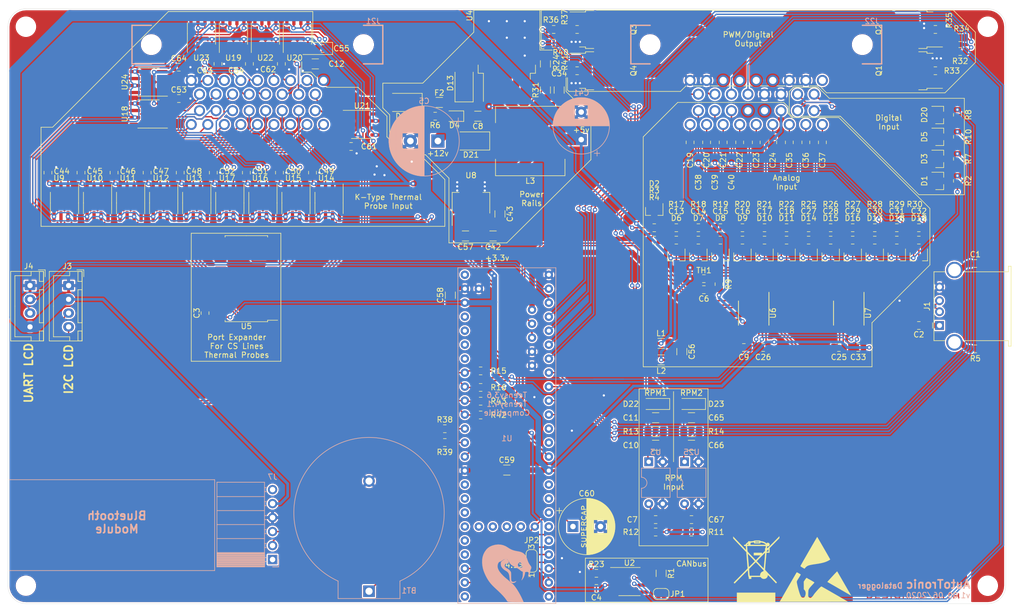
<source format=kicad_pcb>
(kicad_pcb (version 20171130) (host pcbnew "(5.1.5)-2")
  (layers (0 F.Cu signal) (31 B.Cu signal) (34 B.Paste user) (35 F.Paste user) (36 B.SilkS user) (37 F.SilkS user) (38 B.Mask user) (39 F.Mask user) (44 Edge.Cuts user))
  (net 0 "")
  (net 1 MOSI)
  (net 2 RPM2)
  (net 3 RPM1)
  (net 4 GND)
  (net 5 SDA)
  (net 6 SCL)
  (net 7 TEMP)
  (net 8 VOLT)
  (net 9 INT.BTN1)
  (net 10 INT.BTN2)
  (net 11 INT.BTN3)
  (net 12 +5V)
  (net 13 MISO)
  (net 14 SCK)
  (net 15 "Net-(C1-Pad1)")
  (net 16 "Net-(C2-Pad1)")
  (net 17 +3V3)
  (net 18 "Net-(C10-Pad1)")
  (net 19 "Net-(C11-Pad1)")
  (net 20 VIN)
  (net 21 +BATT)
  (net 22 BTN1)
  (net 23 BTN2)
  (net 24 BTN3)
  (net 25 "Net-(D12-Pad1)")
  (net 26 CAN-L)
  (net 27 "Net-(JP1-Pad1)")
  (net 28 CAN-H)
  (net 29 "Net-(U1-Pad12)")
  (net 30 "Net-(U2-Pad5)")
  (net 31 "Net-(U5-Pad1)")
  (net 32 CS.TEMP1)
  (net 33 CS.TEMP2)
  (net 34 CS.TEMP3)
  (net 35 CS.TEMP4)
  (net 36 CS.TEMP5)
  (net 37 CS.TEMP6)
  (net 38 CS.TEMP7)
  (net 39 CS.TEMP8)
  (net 40 CS.TEMP9)
  (net 41 CS.TEMP10)
  (net 42 CS.TEMP11)
  (net 43 CS.TEMP12)
  (net 44 AREF-)
  (net 45 AREF+)
  (net 46 Press1)
  (net 47 Press2)
  (net 48 Press3)
  (net 49 Press4)
  (net 50 Press5)
  (net 51 Press6)
  (net 52 Press7)
  (net 53 Press8)
  (net 54 Press9)
  (net 55 Press10)
  (net 56 Press11)
  (net 57 Press12)
  (net 58 "Net-(D4-Pad2)")
  (net 59 BTN4)
  (net 60 INT.BTN4)
  (net 61 "Net-(D21-Pad1)")
  (net 62 "Net-(J1-Pad2)")
  (net 63 "Net-(J1-Pad3)")
  (net 64 SCL1)
  (net 65 SDA1)
  (net 66 LCD_TxD)
  (net 67 LCD_RxD)
  (net 68 PWM4)
  (net 69 PWM3)
  (net 70 PWM2)
  (net 71 PWM1)
  (net 72 Temp12+)
  (net 73 Temp12-)
  (net 74 Temp11+)
  (net 75 Temp11-)
  (net 76 Temp10+)
  (net 77 Temp10-)
  (net 78 Temp9+)
  (net 79 Temp9-)
  (net 80 Temp8+)
  (net 81 Temp8-)
  (net 82 Temp7+)
  (net 83 Temp7-)
  (net 84 Temp6+)
  (net 85 Temp6-)
  (net 86 Temp5+)
  (net 87 Temp5-)
  (net 88 Temp4+)
  (net 89 Temp4-)
  (net 90 Temp3+)
  (net 91 Temp3-)
  (net 92 Temp2+)
  (net 93 Temp2-)
  (net 94 Temp1+)
  (net 95 Temp1-)
  (net 96 4.1-31)
  (net 97 3.6-29)
  (net 98 TxCAN)
  (net 99 "Net-(R24-Pad1)")
  (net 100 INT.PWM4)
  (net 101 INT.PWM3)
  (net 102 INT.PWM2)
  (net 103 INT.PWM1)
  (net 104 "Net-(U1-Pad16)")
  (net 105 "Net-(U1-Pad17)")
  (net 106 "Net-(U1-Pad18)")
  (net 107 "Net-(U1-Pad19)")
  (net 108 "Net-(U1-Pad20)")
  (net 109 RxCAN)
  (net 110 "Net-(U1-Pad24)")
  (net 111 "Net-(U1-Pad25)")
  (net 112 "Net-(U1-Pad28)")
  (net 113 "Net-(U1-Pad29)")
  (net 114 "Net-(U1-Pad30)")
  (net 115 "Net-(U1-Pad31)")
  (net 116 "Net-(U1-Pad32)")
  (net 117 "Net-(U1-Pad33)")
  (net 118 "Net-(U1-Pad42)")
  (net 119 "Net-(U1-Pad43)")
  (net 120 "Net-(U1-Pad44)")
  (net 121 "Net-(U1-Pad45)")
  (net 122 "Net-(U1-Pad48)")
  (net 123 "Net-(U1-Pad54)")
  (net 124 "Net-(U1-Pad55)")
  (net 125 "Net-(U1-Pad56)")
  (net 126 "Net-(U1-Pad57)")
  (net 127 "Net-(Q1-Pad1)")
  (net 128 "Net-(Q2-Pad1)")
  (net 129 "Net-(Q3-Pad1)")
  (net 130 "Net-(Q4-Pad1)")
  (net 131 +12V)
  (net 132 BT_EN)
  (net 133 BT_State)
  (net 134 BT_RxD)
  (net 135 BT_TxD)
  (net 136 CS.TEMP14)
  (net 137 CS.TEMP13)
  (net 138 CS.TEMP16)
  (net 139 CS.TEMP15)
  (net 140 Temp13+)
  (net 141 Temp13-)
  (net 142 Temp14+)
  (net 143 Temp14-)
  (net 144 Temp15-)
  (net 145 Temp15+)
  (net 146 Temp16-)
  (net 147 Temp16+)
  (net 148 "Net-(J7-Pad2)")
  (net 149 "Net-(J7-Pad3)")
  (net 150 "Net-(U7-Pad1)")
  (net 151 "Net-(U7-Pad2)")
  (net 152 INT.PRESS1)
  (net 153 INT.PRESS2)
  (net 154 INT.PRESS3)
  (net 155 INT.PRESS4)
  (net 156 INT.PRESS5)
  (net 157 INT.PRESS6)
  (net 158 INT.PRESS7)
  (net 159 INT.PRESS8)
  (net 160 INT.PRESS9)
  (net 161 INT.PRESS10)
  (net 162 INT.PRESS11)
  (net 163 INT.PRESS12)
  (net 164 INT.RPM1)
  (net 165 "Net-(C65-Pad1)")
  (net 166 "Net-(C66-Pad1)")
  (net 167 INT.RPM2)
  (net 168 "Net-(J22-Pad34)")
  (module Symbol:WEEE-Logo_8.4x12mm_SilkScreen (layer F.Cu) (at 135.75 101.75)
    (fp_text reference REF** hide)
    (fp_text value WEEE-Logo_8.4x12mm_SilkScreen hide)
  )
  (module Symbol:ESD-Logo_13.2x12mm_SilkScreen (layer F.Cu) (at 146.5 101.75)
    (fp_text reference REF** hide)
    (fp_text value ESD-Logo_13.2x12mm_SilkScreen hide)
  )
  (module UserParts:LOGO (layer B.Cu) (at 90.5 102.5 180)
    (fp_text reference G*** hide)
    (fp_text value LOGO hide)
  )
  (module Symbol:KiCad-Logo2_8mm_Copper (layer F.Cu) (at 164 101.5)
    (fp_text reference REF** hide)
    (fp_text value KiCad-Logo2_8mm_Copper hide)
    (fp_poly (pts (xy -7.974708 4.606409) (xy -7.922143 4.606944) (xy -7.768119 4.61066) (xy -7.639125 4.621699) (xy -7.530763 4.641246) (xy -7.438638 4.670483) (xy -7.358353 4.710597) (xy -7.285512 4.762769) (xy -7.259495 4.785433) (xy -7.216337 4.838462) (xy -7.177421 4.910421) (xy -7.147427 4.990184) (xy -7.131035 5.066625) (xy -7.129332 5.094872) (xy -7.140005 5.173174) (xy -7.168607 5.258705) (xy -7.210011 5.339663) (xy -7.259095 5.404246) (xy -7.267067 5.412038) (xy -7.3346 5.466808) (xy -7.408552 5.509563) (xy -7.493188 5.541423) (xy -7.592771 5.563508) (xy -7.711566 5.576938) (xy -7.853834 5.582834) (xy -7.919 5.583334) (xy -8.001855 5.582935) (xy -8.060123 5.581266) (xy -8.09927 5.577622) (xy -8.124763 5.571293) (xy -8.142068 5.561574) (xy -8.151344 5.553274) (xy -8.160106 5.543192) (xy -8.166979 5.530185) (xy -8.172192 5.510769) (xy -8.175973 5.48146) (xy -8.178551 5.438773) (xy -8.180154 5.379225) (xy -8.181011 5.29933) (xy -8.181351 5.195605) (xy -8.181403 5.094872) (xy -8.181734 4.960519) (xy -8.181662 4.853192) (xy -8.180384 4.801795) (xy -7.986019 4.801795) (xy -7.986019 5.387949) (xy -7.862025 5.387835) (xy -7.787415 5.385696) (xy -7.709272 5.380183) (xy -7.644074 5.372472) (xy -7.64209 5.372155) (xy -7.536717 5.346678) (xy -7.454986 5.307) (xy -7.392816 5.250538) (xy -7.353314 5.189406) (xy -7.328974 5.121593) (xy -7.330861 5.057919) (xy -7.359109 4.989665) (xy -7.414362 4.919056) (xy -7.490927 4.866735) (xy -7.590449 4.831763) (xy -7.656961 4.819386) (xy -7.732461 4.810694) (xy -7.812479 4.804404) (xy -7.880538 4.801788) (xy -7.884569 4.801776) (xy -7.986019 4.801795) (xy -8.180384 4.801795) (xy -8.17959 4.769881) (xy -8.173915 4.707579) (xy -8.163041 4.663275) (xy -8.145368 4.63396) (xy -8.119297 4.616625) (xy -8.083229 4.608261) (xy -8.035566 4.605859) (xy -7.974708 4.606409)) (layer F.Cu) (width 0.01))
    (fp_poly (pts (xy -6.099384 4.606516) (xy -6.006976 4.607012) (xy -5.937227 4.608165) (xy -5.886437 4.610244) (xy -5.850905 4.613515) (xy -5.826932 4.618247) (xy -5.810818 4.624707) (xy -5.798863 4.633163) (xy -5.794533 4.637055) (xy -5.768205 4.678404) (xy -5.763465 4.725916) (xy -5.780784 4.768095) (xy -5.788793 4.77662) (xy -5.801746 4.784885) (xy -5.822602 4.791261) (xy -5.85523 4.796059) (xy -5.903496 4.799588) (xy -5.971268 4.802158) (xy -6.062414 4.804081) (xy -6.145745 4.805251) (xy -6.475546 4.80931) (xy -6.48456 4.98215) (xy -6.260696 4.98215) (xy -6.163508 4.982989) (xy -6.092357 4.986496) (xy -6.043245 4.994159) (xy -6.012171 5.007467) (xy -5.995138 5.027905) (xy -5.988146 5.056963) (xy -5.987084 5.083931) (xy -5.990384 5.117021) (xy -6.002837 5.141404) (xy -6.028274 5.158353) (xy -6.070525 5.169143) (xy -6.13342 5.175048) (xy -6.220789 5.177341) (xy -6.268475 5.177535) (xy -6.48306 5.177535) (xy -6.48306 5.387949) (xy -6.152409 5.387949) (xy -6.044024 5.3881) (xy -5.961651 5.388778) (xy -5.901243 5.39032) (xy -5.858753 5.393063) (xy -5.830135 5.397345) (xy -5.811342 5.403503) (xy -5.798328 5.411873) (xy -5.791699 5.418008) (xy -5.768961 5.453813) (xy -5.76164 5.485641) (xy -5.772093 5.524518) (xy -5.791699 5.553274) (xy -5.802159 5.562327) (xy -5.815662 5.569357) (xy -5.83584 5.574618) (xy -5.866325 5.578365) (xy -5.910749 5.580854) (xy -5.972745 5.582339) (xy -6.055945 5.583075) (xy -6.163981 5.583318) (xy -6.220043 5.583334) (xy -6.340098 5.583227) (xy -6.433728 5.582739) (xy -6.504563 5.581613) (xy -6.556235 5.579595) (xy -6.592377 5.57643) (xy -6.616622 5.571863) (xy -6.632601 5.56564) (xy -6.643947 5.557504) (xy -6.648386 5.553274) (xy -6.657171 5.54316) (xy -6.664058 5.530112) (xy -6.669275 5.510634) (xy -6.673053 5.481228) (xy -6.675624 5.438398) (xy -6.677218 5.378648) (xy -6.678065 5.298481) (xy -6.678396 5.194401) (xy -6.678445 5.097492) (xy -6.6784 4.973387) (xy -6.678088 4.87583) (xy -6.677242 4.80131) (xy -6.675596 4.746315) (xy -6.672883 4.707334) (xy -6.668837 4.680857) (xy -6.663191 4.66337) (xy -6.65568 4.651364) (xy -6.646036 4.641327) (xy -6.64366 4.63909) (xy -6.632129 4.629183) (xy -6.618732 4.621512) (xy -6.59975 4.61579) (xy -6.571469 4.611732) (xy -6.530172 4.609052) (xy -6.472142 4.607466) (xy -6.393663 4.606688) (xy -6.29102 4.606432) (xy -6.21815 4.60641) (xy -6.099384 4.606516)) (layer F.Cu) (width 0.01))
    (fp_poly (pts (xy -4.739942 4.608121) (xy -4.640337 4.615084) (xy -4.547698 4.625959) (xy -4.467412 4.640338) (xy -4.404862 4.65781) (xy -4.365435 4.677966) (xy -4.359383 4.683899) (xy -4.338338 4.729939) (xy -4.34472 4.777204) (xy -4.377361 4.817642) (xy -4.378918 4.818801) (xy -4.398117 4.831261) (xy -4.418159 4.837813) (xy -4.446114 4.838608) (xy -4.489053 4.8338) (xy -4.554045 4.823539) (xy -4.559273 4.822675) (xy -4.656115 4.810778) (xy -4.760598 4.804909) (xy -4.865389 4.804852) (xy -4.963156 4.810391) (xy -5.046566 4.821309) (xy -5.108287 4.837389) (xy -5.112342 4.839005) (xy -5.157118 4.864093) (xy -5.17285 4.889482) (xy -5.160534 4.914451) (xy -5.121169 4.93828) (xy -5.055752 4.960246) (xy -4.96528 4.97963) (xy -4.904954 4.988962) (xy -4.779554 5.006913) (xy -4.679819 5.023323) (xy -4.6015 5.039612) (xy -4.540347 5.057202) (xy -4.492113 5.077513) (xy -4.452549 5.101967) (xy -4.417406 5.131984) (xy -4.389165 5.16146) (xy -4.355662 5.202531) (xy -4.339173 5.237846) (xy -4.334017 5.281357) (xy -4.33383 5.297292) (xy -4.337702 5.350169) (xy -4.353181 5.389507) (xy -4.379969 5.424424) (xy -4.434413 5.477798) (xy -4.495124 5.518502) (xy -4.566612 5.547864) (xy -4.65339 5.567211) (xy -4.759968 5.57787) (xy -4.890857 5.581169) (xy -4.912469 5.581113) (xy -4.999752 5.579304) (xy -5.086313 5.575193) (xy -5.162716 5.56937) (xy -5.219524 5.562425) (xy -5.224118 5.561628) (xy -5.280599 5.548248) (xy -5.328506 5.531346) (xy -5.355627 5.515895) (xy -5.380865 5.47513) (xy -5.382623 5.427662) (xy -5.360866 5.385359) (xy -5.355998 5.380576) (xy -5.335876 5.366363) (xy -5.310712 5.36024) (xy -5.271767 5.361282) (xy -5.224489 5.366698) (xy -5.171659 5.371537) (xy -5.097602 5.375619) (xy -5.011145 5.378582) (xy -4.921117 5.380061) (xy -4.897439 5.380158) (xy -4.807076 5.379794) (xy -4.740943 5.37804) (xy -4.693221 5.374287) (xy -4.658092 5.367927) (xy -4.629736 5.358351) (xy -4.612695 5.350375) (xy -4.57525 5.328229) (xy -4.551375 5.308172) (xy -4.547886 5.302487) (xy -4.555247 5.279009) (xy -4.590241 5.256281) (xy -4.650442 5.235334) (xy -4.733425 5.2172) (xy -4.757874 5.213161) (xy -4.885576 5.193103) (xy -4.987494 5.176338) (xy -5.06756 5.161647) (xy -5.129708 5.147812) (xy -5.177872 5.133615) (xy -5.215986 5.117837) (xy -5.247984 5.09926) (xy -5.277798 5.076666) (xy -5.309364 5.048837) (xy -5.319986 5.03908) (xy -5.357227 5.002666) (xy -5.376941 4.973816) (xy -5.384653 4.940802) (xy -5.385901 4.899199) (xy -5.372169 4.817615) (xy -5.331132 4.748298) (xy -5.263024 4.691472) (xy -5.168081 4.647361) (xy -5.100338 4.627576) (xy -5.026713 4.614797) (xy -4.938515 4.607568) (xy -4.84113 4.605479) (xy -4.739942 4.608121)) (layer F.Cu) (width 0.01))
    (fp_poly (pts (xy -3.717617 4.63647) (xy -3.708855 4.646552) (xy -3.701982 4.659559) (xy -3.696769 4.678975) (xy -3.692988 4.708284) (xy -3.69041 4.750971) (xy -3.688807 4.810519) (xy -3.687949 4.890414) (xy -3.68761 4.99414) (xy -3.687557 5.094872) (xy -3.68765 5.219816) (xy -3.688081 5.318185) (xy -3.689077 5.393465) (xy -3.690869 5.449138) (xy -3.693683 5.48869) (xy -3.69775 5.515605) (xy -3.703296 5.533367) (xy -3.710551 5.545461) (xy -3.717617 5.553274) (xy -3.761556 5.579476) (xy -3.808374 5.577125) (xy -3.850263 5.548548) (xy -3.859888 5.537391) (xy -3.867409 5.524447) (xy -3.873088 5.506136) (xy -3.877181 5.478882) (xy -3.879949 5.439104) (xy -3.88165 5.383226) (xy -3.882543 5.307668) (xy -3.882887 5.208852) (xy -3.882942 5.096978) (xy -3.882942 4.680192) (xy -3.846051 4.643301) (xy -3.800579 4.612264) (xy -3.75647 4.611145) (xy -3.717617 4.63647)) (layer F.Cu) (width 0.01))
    (fp_poly (pts (xy -2.421216 4.613776) (xy -2.329995 4.629082) (xy -2.259936 4.652875) (xy -2.214358 4.684204) (xy -2.201938 4.702078) (xy -2.189308 4.743649) (xy -2.197807 4.781256) (xy -2.224639 4.816919) (xy -2.26633 4.833603) (xy -2.326824 4.832248) (xy -2.373613 4.823209) (xy -2.477582 4.805987) (xy -2.583834 4.804351) (xy -2.702763 4.818329) (xy -2.735614 4.824252) (xy -2.846199 4.855431) (xy -2.932713 4.90181) (xy -2.994207 4.962599) (xy -3.029732 5.037008) (xy -3.037079 5.075478) (xy -3.03227 5.153527) (xy -3.00122 5.222581) (xy -2.94676 5.281293) (xy -2.871718 5.328317) (xy -2.778924 5.362307) (xy -2.671206 5.381918) (xy -2.551395 5.385805) (xy -2.422319 5.37262) (xy -2.415031 5.371376) (xy -2.363692 5.361814) (xy -2.335226 5.352578) (xy -2.322888 5.338873) (xy -2.319932 5.315906) (xy -2.319865 5.303743) (xy -2.319865 5.252683) (xy -2.411031 5.252683) (xy -2.491536 5.247168) (xy -2.546475 5.229594) (xy -2.57844 5.198417) (xy -2.590026 5.152094) (xy -2.590167 5.146048) (xy -2.583389 5.106453) (xy -2.560145 5.078181) (xy -2.516884 5.059471) (xy -2.450055 5.048564) (xy -2.385324 5.044554) (xy -2.291241 5.042253) (xy -2.222998 5.045764) (xy -2.176455 5.058719) (xy -2.147472 5.08475) (xy -2.131909 5.127491) (xy -2.125625 5.190574) (xy -2.12448 5.273428) (xy -2.126356 5.36591) (xy -2.132 5.428818) (xy -2.141436 5.462403) (xy -2.143267 5.465033) (xy -2.195079 5.506998) (xy -2.271044 5.540232) (xy -2.366346 5.564023) (xy -2.47617 5.577663) (xy -2.5957 5.580442) (xy -2.72012 5.571649) (xy -2.793297 5.560849) (xy -2.908074 5.528362) (xy -3.01475 5.47525) (xy -3.104065 5.406319) (xy -3.11764 5.392542) (xy -3.161746 5.334622) (xy -3.201543 5.26284) (xy -3.232381 5.187583) (xy -3.249611 5.119241) (xy -3.251688 5.092993) (xy -3.242847 5.038241) (xy -3.219349 4.970119) (xy -3.185703 4.898414) (xy -3.146418 4.832913) (xy -3.111709 4.789162) (xy -3.030557 4.724083) (xy -2.925652 4.672285) (xy -2.800754 4.634938) (xy -2.659621 4.613217) (xy -2.530279 4.607909) (xy -2.421216 4.613776)) (layer F.Cu) (width 0.01))
    (fp_poly (pts (xy -1.555874 4.612244) (xy -1.524499 4.630649) (xy -1.483476 4.660749) (xy -1.430678 4.70396) (xy -1.363979 4.761702) (xy -1.281253 4.835392) (xy -1.180374 4.926448) (xy -1.064895 5.031138) (xy -0.824421 5.249207) (xy -0.816906 4.956508) (xy -0.814193 4.855754) (xy -0.811576 4.780722) (xy -0.808474 4.727084) (xy -0.80431 4.69051) (xy -0.798505 4.666671) (xy -0.790478 4.651238) (xy -0.779651 4.639882) (xy -0.77391 4.63511) (xy -0.727937 4.609877) (xy -0.684191 4.613566) (xy -0.649489 4.635123) (xy -0.614007 4.663835) (xy -0.609594 5.08315) (xy -0.608373 5.206471) (xy -0.607751 5.303348) (xy -0.607944 5.377394) (xy -0.609168 5.432221) (xy -0.611638 5.471443) (xy -0.615568 5.498673) (xy -0.621174 5.517523) (xy -0.628672 5.531605) (xy -0.636987 5.542899) (xy -0.654976 5.563846) (xy -0.672875 5.577731) (xy -0.693166 5.58306) (xy -0.718332 5.57834) (xy -0.750854 5.562077) (xy -0.793217 5.532777) (xy -0.847902 5.488946) (xy -0.917391 5.429091) (xy -1.004169 5.351718) (xy -1.102469 5.262814) (xy -1.455664 4.942435) (xy -1.463179 5.234177) (xy -1.465897 5.334747) (xy -1.468521 5.409604) (xy -1.471633 5.463084) (xy -1.475816 5.499526) (xy -1.481651 5.523268) (xy -1.48972 5.538646) (xy -1.500605 5.55) (xy -1.506175 5.554626) (xy -1.55541 5.580042) (xy -1.601931 5.576209) (xy -1.642443 5.543733) (xy -1.65171 5.530667) (xy -1.658933 5.515409) (xy -1.664366 5.494296) (xy -1.668262 5.463669) (xy -1.670875 5.419866) (xy -1.672461 5.359227) (xy -1.673272 5.278091) (xy -1.673562 5.172797) (xy -1.673593 5.094872) (xy -1.673495 4.972988) (xy -1.673033 4.877503) (xy -1.671951 4.804755) (xy -1.669997 4.751083) (xy -1.666916 4.712827) (xy -1.662454 4.686327) (xy -1.656357 4.66792) (xy -1.648371 4.653948) (xy -1.642443 4.646011) (xy -1.627416 4.627212) (xy -1.613372 4.613017) (xy -1.598184 4.604846) (xy -1.579727 4.604116) (xy -1.555874 4.612244)) (layer F.Cu) (width 0.01))
    (fp_poly (pts (xy 0.481716 4.606667) (xy 0.583377 4.607884) (xy 0.661282 4.61073) (xy 0.718581 4.615874) (xy 0.758427 4.623984) (xy 0.783968 4.635731) (xy 0.798357 4.651782) (xy 0.804745 4.672808) (xy 0.806281 4.699476) (xy 0.806289 4.702626) (xy 0.804955 4.73279) (xy 0.798651 4.756103) (xy 0.783922 4.773506) (xy 0.757315 4.78594) (xy 0.715374 4.794345) (xy 0.654646 4.799665) (xy 0.571676 4.802839) (xy 0.463011 4.804809) (xy 0.429705 4.805245) (xy 0.107413 4.80931) (xy 0.102906 4.89573) (xy 0.098398 4.98215) (xy 0.322263 4.98215) (xy 0.409721 4.982473) (xy 0.472169 4.983837) (xy 0.514654 4.986839) (xy 0.542223 4.992073) (xy 0.559922 5.000135) (xy 0.572797 5.01162) (xy 0.57288 5.011711) (xy 0.59623 5.056471) (xy 0.595386 5.104847) (xy 0.570879 5.146086) (xy 0.566029 5.150325) (xy 0.548815 5.161249) (xy 0.525226 5.168849) (xy 0.490007 5.173697) (xy 0.4379 5.176366) (xy 0.36365 5.177428) (xy 0.316162 5.177535) (xy 0.099898 5.177535) (xy 0.099898 5.387949) (xy 0.42822 5.387949) (xy 0.536618 5.388139) (xy 0.618935 5.388914) (xy 0.679149 5.390584) (xy 0.721235 5.393458) (xy 0.749171 5.397847) (xy 0.766934 5.404059) (xy 0.7785 5.412404) (xy 0.781415 5.415434) (xy 0.802936 5.457434) (xy 0.80451 5.505214) (xy 0.786855 5.546642) (xy 0.772885 5.559937) (xy 0.758354 5.567256) (xy 0.735838 5.572919) (xy 0.701776 5.577123) (xy 0.652607 5.580068) (xy 0.584768 5.581951) (xy 0.494698 5.58297) (xy 0.378837 5.583325) (xy 0.352643 5.583334) (xy 0.234839 5.583256) (xy 0.143396 5.582831) (xy 0.074614 5.581766) (xy 0.024796 5.579769) (xy -0.00976 5.57655) (xy -0.03275 5.571816) (xy -0.047874 5.565277) (xy -0.058831 5.556641) (xy -0.064842 5.55044) (xy -0.07389 5.539457) (xy -0.080958 5.525852) (xy -0.086291 5.506056) (xy -0.090132 5.476502) (xy -0.092725 5.433621) (xy -0.094313 5.373845) (xy -0.095139 5.293607) (xy -0.095448 5.189339) (xy -0.095486 5.10158) (xy -0.095392 4.978608) (xy -0.094943 4.882069) (xy -0.093892 4.808339) (xy -0.09199 4.75379) (xy -0.088991 4.714799) (xy -0.084645 4.687739) (xy -0.078706 4.668984) (xy -0.070925 4.65491) (xy -0.064336 4.646011) (xy -0.033186 4.60641) (xy 0.353148 4.60641) (xy 0.481716 4.606667)) (layer F.Cu) (width 0.01))
    (fp_poly (pts (xy 1.530783 4.606687) (xy 1.702501 4.612493) (xy 1.848555 4.630101) (xy 1.971353 4.660563) (xy 2.073303 4.704935) (xy 2.156814 4.764271) (xy 2.224293 4.839624) (xy 2.278149 4.93205) (xy 2.279208 4.934304) (xy 2.311349 5.017024) (xy 2.322801 5.090284) (xy 2.31352 5.164012) (xy 2.283461 5.248135) (xy 2.277761 5.260937) (xy 2.238885 5.335862) (xy 2.195195 5.393757) (xy 2.138806 5.442972) (xy 2.061838 5.491857) (xy 2.057366 5.494409) (xy 1.990363 5.526595) (xy 1.914631 5.550632) (xy 1.825304 5.567351) (xy 1.717515 5.577579) (xy 1.586398 5.582146) (xy 1.540072 5.582543) (xy 1.319476 5.583334) (xy 1.288326 5.543733) (xy 1.279086 5.530711) (xy 1.271878 5.515504) (xy 1.26645 5.494466) (xy 1.262551 5.46395) (xy 1.259929 5.420311) (xy 1.259074 5.387949) (xy 1.467591 5.387949) (xy 1.592582 5.387949) (xy 1.665723 5.38581) (xy 1.740807 5.380181) (xy 1.80243 5.372243) (xy 1.806149 5.371575) (xy 1.915599 5.342212) (xy 2.000494 5.298097) (xy 2.063518 5.237183) (xy 2.10736 5.157424) (xy 2.114983 5.136284) (xy 2.122456 5.103362) (xy 2.119221 5.070836) (xy 2.103479 5.027564) (xy 2.09399 5.006307) (xy 2.062917 4.94982) (xy 2.025479 4.910191) (xy 1.984287 4.882594) (xy 1.901776 4.846682) (xy 1.796179 4.820668) (xy 1.673164 4.805688) (xy 1.58407 4.802392) (xy 1.467591 4.801795) (xy 1.467591 5.387949) (xy 1.259074 5.387949) (xy 1.258332 5.3599) (xy 1.25751 5.279072) (xy 1.25721 5.174181) (xy 1.257176 5.092162) (xy 1.257176 4.680192) (xy 1.294067 4.643301) (xy 1.31044 4.628348) (xy 1.328143 4.618108) (xy 1.352865 4.611701) (xy 1.390294 4.608247) (xy 1.446119 4.606867) (xy 1.526028 4.606681) (xy 1.530783 4.606687)) (layer F.Cu) (width 0.01))
    (fp_poly (pts (xy 5.160547 4.60903) (xy 5.186628 4.61835) (xy 5.187634 4.618806) (xy 5.223052 4.645834) (xy 5.242566 4.673636) (xy 5.246384 4.686672) (xy 5.246195 4.703992) (xy 5.240822 4.728667) (xy 5.229088 4.763764) (xy 5.209813 4.812353) (xy 5.181822 4.877502) (xy 5.143936 4.962281) (xy 5.094978 5.069759) (xy 5.068031 5.128503) (xy 5.01937 5.233373) (xy 4.97369 5.329814) (xy 4.932734 5.414298) (xy 4.898246 5.4833) (xy 4.871969 5.533294) (xy 4.855646 5.560754) (xy 4.852416 5.564547) (xy 4.811089 5.58128) (xy 4.764409 5.579039) (xy 4.72697 5.558687) (xy 4.725444 5.557032) (xy 4.710551 5.534486) (xy 4.685569 5.490571) (xy 4.653579 5.43094) (xy 4.61766 5.361246) (xy 4.604752 5.335563) (xy 4.507314 5.140397) (xy 4.401106 5.352407) (xy 4.363197 5.425661) (xy 4.328027 5.48919) (xy 4.298468 5.538131) (xy 4.277394 5.567622) (xy 4.270252 5.573876) (xy 4.214738 5.582345) (xy 4.168929 5.564547) (xy 4.155454 5.545525) (xy 4.132136 5.503249) (xy 4.100877 5.44188) (xy 4.06358 5.365576) (xy 4.022146 5.278499) (xy 3.978478 5.184807) (xy 3.934478 5.088661) (xy 3.892048 4.994221) (xy 3.85309 4.905645) (xy 3.819507 4.827096) (xy 3.793201 4.762731) (xy 3.776074 4.716711) (xy 3.770029 4.693197) (xy 3.770091 4.692345) (xy 3.7848 4.662756) (xy 3.814202 4.63262) (xy 3.815933 4.631308) (xy 3.85207 4.610882) (xy 3.885494 4.61108) (xy 3.898022 4.614931) (xy 3.913287 4.623253) (xy 3.929498 4.639625) (xy 3.948599 4.667442) (xy 3.972535 4.7101) (xy 4.003251 4.770995) (xy 4.042691 4.853525) (xy 4.078258 4.929707) (xy 4.119177 5.018014) (xy 4.155844 5.097426) (xy 4.186354 5.163796) (xy 4.208802 5.212975) (xy 4.221283 5.240813) (xy 4.223103 5.245168) (xy 4.23129 5.238049) (xy 4.250105 5.208241) (xy 4.277046 5.160096) (xy 4.309608 5.097963) (xy 4.322566 5.072328) (xy 4.36646 4.985765) (xy 4.400311 4.922725) (xy 4.426897 4.879542) (xy 4.448995 4.852552) (xy 4.469384 4.838088) (xy 4.49084 4.832487) (xy 4.504823 4.831854) (xy 4.529488 4.83404) (xy 4.551102 4.843079) (xy 4.572578 4.862697) (xy 4.59683 4.896617) (xy 4.62677 4.948562) (xy 4.665313 5.022258) (xy 4.686578 5.06418) (xy 4.721072 5.130994) (xy 4.751156 5.186401) (xy 4.774177 5.225727) (xy 4.78748 5.244296) (xy 4.789289 5.245069) (xy 4.79788 5.230455) (xy 4.817114 5.192507) (xy 4.845065 5.135196) (xy 4.879807 5.062496) (xy 4.919413 4.978376) (xy 4.938896 4.936594) (xy 4.98958 4.828763) (xy 5.030393 4.74579) (xy 5.063454 4.684966) (xy 5.090881 4.643585) (xy 5.114792 4.61894) (xy 5.137308 4.608324) (xy 5.160547 4.60903)) (layer F.Cu) (width 0.01))
    (fp_poly (pts (xy 5.751604 4.615477) (xy 5.783174 4.635142) (xy 5.818656 4.663873) (xy 5.818656 5.091966) (xy 5.818543 5.21719) (xy 5.818059 5.315847) (xy 5.816986 5.39143) (xy 5.815108 5.447433) (xy 5.812206 5.487347) (xy 5.808063 5.514666) (xy 5.802462 5.532881) (xy 5.795185 5.545486) (xy 5.790024 5.551696) (xy 5.748168 5.57898) (xy 5.700505 5.577867) (xy 5.658753 5.554602) (xy 5.623271 5.525871) (xy 5.623271 4.663873) (xy 5.658753 4.635142) (xy 5.692998 4.614242) (xy 5.720963 4.60641) (xy 5.751604 4.615477)) (layer F.Cu) (width 0.01))
    (fp_poly (pts (xy 6.782677 4.606539) (xy 6.887465 4.607043) (xy 6.968799 4.608096) (xy 7.02998 4.609876) (xy 7.074311 4.612557) (xy 7.105094 4.616314) (xy 7.125631 4.621325) (xy 7.139225 4.627763) (xy 7.145803 4.632712) (xy 7.179944 4.676029) (xy 7.184074 4.721003) (xy 7.162976 4.76186) (xy 7.149179 4.778186) (xy 7.134332 4.789318) (xy 7.112815 4.79625) (xy 7.079008 4.799977) (xy 7.027292 4.801494) (xy 6.952047 4.801794) (xy 6.937269 4.801795) (xy 6.742975 4.801795) (xy 6.742975 5.162505) (xy 6.742847 5.276201) (xy 6.742266 5.363685) (xy 6.740936 5.428802) (xy 6.73856 5.475398) (xy 6.734844 5.507319) (xy 6.729492 5.528412) (xy 6.722207 5.542523) (xy 6.712916 5.553274) (xy 6.669071 5.579696) (xy 6.6233 5.577614) (xy 6.58179 5.547469) (xy 6.578741 5.543733) (xy 6.568812 5.52961) (xy 6.561248 5.513086) (xy 6.555729 5.490146) (xy 6.551933 5.456773) (xy 6.549542 5.408955) (xy 6.548234 5.342674) (xy 6.547691 5.253918) (xy 6.547591 5.152963) (xy 6.547591 4.801795) (xy 6.36205 4.801795) (xy 6.282427 4.801256) (xy 6.227304 4.799157) (xy 6.191132 4.794771) (xy 6.168362 4.787376) (xy 6.153447 4.776245) (xy 6.151636 4.77431) (xy 6.129858 4.730057) (xy 6.131784 4.680029) (xy 6.156821 4.63647) (xy 6.166504 4.62802) (xy 6.178988 4.621321) (xy 6.197603 4.616169) (xy 6.225677 4.612361) (xy 6.266541 4.609697) (xy 6.323522 4.607972) (xy 6.399952 4.606984) (xy 6.499157 4.606532) (xy 6.624469 4.606412) (xy 6.651133 4.60641) (xy 6.782677 4.606539)) (layer F.Cu) (width 0.01))
    (fp_poly (pts (xy 8.467859 4.613688) (xy 8.509635 4.643301) (xy 8.546525 4.680192) (xy 8.546525 5.092162) (xy 8.546429 5.214486) (xy 8.545972 5.310398) (xy 8.544903 5.383544) (xy 8.542971 5.43757) (xy 8.539923 5.476123) (xy 8.535509 5.502848) (xy 8.529476 5.521394) (xy 8.521574 5.535405) (xy 8.515375 5.543733) (xy 8.474461 5.576449) (xy 8.427482 5.58) (xy 8.384544 5.559937) (xy 8.370356 5.548092) (xy 8.360872 5.532358) (xy 8.355151 5.507022) (xy 8.352253 5.46637) (xy 8.351238 5.404688) (xy 8.351141 5.357038) (xy 8.351141 5.177535) (xy 7.689839 5.177535) (xy 7.689839 5.340833) (xy 7.689155 5.415505) (xy 7.686419 5.466824) (xy 7.680604 5.501477) (xy 7.670684 5.526155) (xy 7.658689 5.543733) (xy 7.617546 5.576357) (xy 7.571017 5.58022) (xy 7.526473 5.557032) (xy 7.514312 5.544876) (xy 7.505723 5.528761) (xy 7.500058 5.50366) (xy 7.496669 5.464544) (xy 7.494908 5.406386) (xy 7.494128 5.324158) (xy 7.494036 5.305286) (xy 7.493392 5.150357) (xy 7.49306 5.022674) (xy 7.493168 4.919427) (xy 7.493845 4.837803) (xy 7.495218 4.774992) (xy 7.497416 4.728181) (xy 7.500566 4.694559) (xy 7.504798 4.671315) (xy 7.510238 4.655636) (xy 7.517015 4.644711) (xy 7.524514 4.63647) (xy 7.566933 4.610107) (xy 7.611172 4.613688) (xy 7.652948 4.643301) (xy 7.669853 4.662407) (xy 7.680629 4.683511) (xy 7.686641 4.713568) (xy 7.689256 4.759533) (xy 7.689839 4.82836) (xy 7.689839 4.98215) (xy 8.351141 4.98215) (xy 8.351141 4.824339) (xy 8.351816 4.751636) (xy 8.354526 4.702545) (xy 8.360301 4.670636) (xy 8.370169 4.649478) (xy 8.3812 4.63647) (xy 8.423619 4.610107) (xy 8.467859 4.613688)) (layer F.Cu) (width 0.01))
    (fp_poly (pts (xy -3.602318 -3.916067) (xy -3.466071 -3.868828) (xy -3.339221 -3.794473) (xy -3.225933 -3.693013) (xy -3.130372 -3.564457) (xy -3.087446 -3.483428) (xy -3.050295 -3.370092) (xy -3.032288 -3.239249) (xy -3.034283 -3.104735) (xy -3.056423 -2.982842) (xy -3.116936 -2.833893) (xy -3.204686 -2.704691) (xy -3.315212 -2.597777) (xy -3.444054 -2.515694) (xy -3.586753 -2.460984) (xy -3.738849 -2.43619) (xy -3.895881 -2.443853) (xy -3.973286 -2.460228) (xy -4.124141 -2.518911) (xy -4.258125 -2.608457) (xy -4.372006 -2.726107) (xy -4.462552 -2.869098) (xy -4.470212 -2.884714) (xy -4.496694 -2.943314) (xy -4.513322 -2.992666) (xy -4.52235 -3.04473) (xy -4.526032 -3.111461) (xy -4.526643 -3.184071) (xy -4.525633 -3.271309) (xy -4.521072 -3.334376) (xy -4.510666 -3.385364) (xy -4.492121 -3.436367) (xy -4.46923 -3.486687) (xy -4.383846 -3.62953) (xy -4.278699 -3.74519) (xy -4.157955 -3.833675) (xy -4.025779 -3.894995) (xy -3.886337 -3.929161) (xy -3.743795 -3.936182) (xy -3.602318 -3.916067)) (layer F.Cu) (width 0.01))
    (fp_poly (pts (xy 9.041571 -2.699911) (xy 9.195876 -2.699277) (xy 9.248321 -2.698958) (xy 9.9695 -2.694214) (xy 9.978571 0.072572) (xy 9.979769 0.447756) (xy 9.980832 0.788417) (xy 9.981827 1.096318) (xy 9.982823 1.373221) (xy 9.983888 1.620888) (xy 9.985091 1.841081) (xy 9.986499 2.035562) (xy 9.988182 2.206094) (xy 9.990206 2.35444) (xy 9.992641 2.482361) (xy 9.995554 2.59162) (xy 9.999015 2.683979) (xy 10.00309 2.7612) (xy 10.007849 2.825046) (xy 10.01336 2.877278) (xy 10.019691 2.91966) (xy 10.02691 2.953953) (xy 10.035085 2.98192) (xy 10.044285 3.005324) (xy 10.054577 3.025925) (xy 10.066031 3.045487) (xy 10.078715 3.065772) (xy 10.092695 3.088543) (xy 10.095561 3.093393) (xy 10.14364 3.175433) (xy 8.753928 3.165929) (xy 8.744857 3.013295) (xy 8.739918 2.940045) (xy 8.734771 2.897696) (xy 8.727786 2.880892) (xy 8.717337 2.884277) (xy 8.708571 2.89396) (xy 8.670388 2.929229) (xy 8.608155 2.974563) (xy 8.530641 3.024546) (xy 8.446613 3.073761) (xy 8.364839 3.116791) (xy 8.302052 3.145101) (xy 8.154954 3.191624) (xy 7.98618 3.224579) (xy 7.808191 3.242707) (xy 7.633447 3.24475) (xy 7.474407 3.229447) (xy 7.471788 3.229009) (xy 7.254168 3.174402) (xy 7.050455 3.087401) (xy 6.862613 2.969876) (xy 6.692607 2.823697) (xy 6.542402 2.650734) (xy 6.413964 2.452857) (xy 6.309257 2.231936) (xy 6.252246 2.068286) (xy 6.214651 1.931375) (xy 6.186771 1.798798) (xy 6.167753 1.662502) (xy 6.156745 1.514433) (xy 6.152895 1.346537) (xy 6.1546 1.20944) (xy 7.493359 1.20944) (xy 7.499694 1.439329) (xy 7.519679 1.637111) (xy 7.553927 1.804539) (xy 7.603055 1.943369) (xy 7.667676 2.055358) (xy 7.748405 2.142259) (xy 7.841591 2.203692) (xy 7.89008 2.226626) (xy 7.932134 2.240375) (xy 7.97902 2.246666) (xy 8.042004 2.247222) (xy 8.109857 2.244773) (xy 8.243295 2.233004) (xy 8.348832 2.209955) (xy 8.382 2.19841) (xy 8.457735 2.164311) (xy 8.537614 2.121491) (xy 8.5725 2.100057) (xy 8.663214 2.040556) (xy 8.663214 0.154584) (xy 8.563428 0.094771) (xy 8.424267 0.027185) (xy 8.282087 -0.012786) (xy 8.14209 -0.025378) (xy 8.009474 -0.010827) (xy 7.88944 0.030632) (xy 7.787188 0.098763) (xy 7.754195 0.131466) (xy 7.674667 0.238619) (xy 7.610299 0.368327) (xy 7.560553 0.522814) (xy 7.524891 0.704302) (xy 7.502775 0.915015) (xy 7.493667 1.157175) (xy 7.493359 1.20944) (xy 6.1546 1.20944) (xy 6.15531 1.152374) (xy 6.170605 0.853713) (xy 6.201358 0.584325) (xy 6.248381 0.340285) (xy 6.312482 0.11767) (xy 6.394472 -0.087444) (xy 6.42373 -0.148254) (xy 6.541581 -0.34656) (xy 6.683996 -0.522788) (xy 6.847629 -0.674092) (xy 7.029131 -0.797629) (xy 7.225153 -0.890553) (xy 7.342655 -0.928885) (xy 7.458054 -0.951641) (xy 7.596907 -0.96518) (xy 7.747574 -0.969508) (xy 7.898413 -0.964632) (xy 8.037785 -0.950556) (xy 8.149691 -0.928475) (xy 8.282884 -0.885172) (xy 8.411979 -0.829489) (xy 8.524928 -0.767064) (xy 8.585043 -0.724697) (xy 8.62651 -0.693193) (xy 8.655545 -0.67401) (xy 8.66215 -0.671286) (xy 8.664198 -0.688837) (xy 8.666107 -0.739125) (xy 8.667836 -0.8186) (xy 8.669341 -0.923714) (xy 8.670581 -1.050917) (xy 8.671513 -1.196661) (xy 8.672095 -1.357397) (xy 8.672286 -1.521116) (xy 8.672179 -1.730812) (xy 8.671658 -1.907604) (xy 8.670416 -2.054874) (xy 8.668148 -2.176003) (xy 8.66455 -2.274373) (xy 8.659317 -2.353366) (xy 8.652144 -2.416362) (xy 8.642726 -2.466745) (xy 8.630758 -2.507895) (xy 8.615935 -2.543194) (xy 8.597952 -2.576023) (xy 8.576505 -2.609765) (xy 8.573745 -2.613943) (xy 8.546083 -2.657644) (xy 8.529382 -2.687695) (xy 8.527143 -2.694033) (xy 8.544643 -2.696033) (xy 8.594574 -2.69766) (xy 8.673085 -2.698888) (xy 8.776323 -2.699689) (xy 8.900436 -2.700039) (xy 9.041571 -2.699911)) (layer F.Cu) (width 0.01))
    (fp_poly (pts (xy 4.185632 -0.97227) (xy 4.275523 -0.965465) (xy 4.532715 -0.931247) (xy 4.760485 -0.876669) (xy 4.959943 -0.80098) (xy 5.132197 -0.70343) (xy 5.278359 -0.583268) (xy 5.399536 -0.439742) (xy 5.496839 -0.272102) (xy 5.567891 -0.090714) (xy 5.585927 -0.032854) (xy 5.601632 0.021329) (xy 5.615192 0.074752) (xy 5.626792 0.130333) (xy 5.636617 0.190988) (xy 5.644853 0.259635) (xy 5.651684 0.33919) (xy 5.657295 0.432572) (xy 5.661872 0.542696) (xy 5.6656 0.672481) (xy 5.668665 0.824842) (xy 5.67125 1.002698) (xy 5.673542 1.208965) (xy 5.675725 1.446561) (xy 5.677286 1.632857) (xy 5.687785 2.911929) (xy 5.755821 3.035018) (xy 5.788038 3.094317) (xy 5.812012 3.140377) (xy 5.82345 3.164893) (xy 5.823857 3.166553) (xy 5.806375 3.168454) (xy 5.756574 3.170205) (xy 5.678421 3.171758) (xy 5.575882 3.173062) (xy 5.452922 3.17407) (xy 5.31351 3.174731) (xy 5.161611 3.174997) (xy 5.1435 3.175) (xy 4.463143 3.175) (xy 4.463143 3.020786) (xy 4.461982 2.951094) (xy 4.458887 2.897794) (xy 4.454432 2.869217) (xy 4.452463 2.866572) (xy 4.434455 2.877653) (xy 4.397393 2.906736) (xy 4.349222 2.947579) (xy 4.348141 2.948524) (xy 4.260235 3.013971) (xy 4.149217 3.079688) (xy 4.027631 3.139219) (xy 3.908021 3.186109) (xy 3.855357 3.202133) (xy 3.750551 3.222485) (xy 3.62195 3.235472) (xy 3.481325 3.240909) (xy 3.340448 3.238611) (xy 3.211093 3.228392) (xy 3.120571 3.213689) (xy 2.89858 3.148499) (xy 2.698729 3.055594) (xy 2.522319 2.936126) (xy 2.37065 2.791247) (xy 2.245024 2.62211) (xy 2.146741 2.429867) (xy 2.104341 2.313214) (xy 2.077768 2.199833) (xy 2.060158 2.063722) (xy 2.05201 1.917437) (xy 2.052278 1.896151) (xy 3.279321 1.896151) (xy 3.289496 2.00485) (xy 3.323378 2.095185) (xy 3.386 2.178995) (xy 3.410052 2.203571) (xy 3.495551 2.270011) (xy 3.594373 2.312574) (xy 3.712768 2.333177) (xy 3.837445 2.334694) (xy 3.955698 2.324677) (xy 4.046239 2.305085) (xy 4.08556 2.29037) (xy 4.156432 2.250265) (xy 4.231525 2.193863) (xy 4.300038 2.130561) (xy 4.351172 2.069755) (xy 4.36475 2.047449) (xy 4.375305 2.016212) (xy 4.38281 1.966507) (xy 4.387613 1.893587) (xy 4.390065 1.792703) (xy 4.390571 1.696689) (xy 4.390228 1.58475) (xy 4.388843 1.503809) (xy 4.385881 1.448585) (xy 4.380808 1.413794) (xy 4.37309 1.394154) (xy 4.362192 1.38438) (xy 4.358821 1.382824) (xy 4.329529 1.378029) (xy 4.271756 1.374108) (xy 4.193304 1.371414) (xy 4.101974 1.370299) (xy 4.082143 1.370298) (xy 3.960063 1.372246) (xy 3.865749 1.378041) (xy 3.790807 1.388475) (xy 3.728903 1.403714) (xy 3.575349 1.461784) (xy 3.454932 1.533179) (xy 3.36661 1.619039) (xy 3.309339 1.720507) (xy 3.282078 1.838725) (xy 3.279321 1.896151) (xy 2.052278 1.896151) (xy 2.053823 1.773533) (xy 2.066096 1.644565) (xy 2.07567 1.59246) (xy 2.136801 1.398997) (xy 2.229757 1.220993) (xy 2.352783 1.060155) (xy 2.504124 0.91819) (xy 2.682025 0.796806) (xy 2.884732 0.697709) (xy 3.057071 0.637533) (xy 3.172253 0.605919) (xy 3.282423 0.581354) (xy 3.394719 0.563039) (xy 3.516275 0.550178) (xy 3.654229 0.541972) (xy 3.815715 0.537624) (xy 3.961715 0.5364) (xy 4.394645 0.535215) (xy 4.386351 0.40508) (xy 4.362801 0.263883) (xy 4.312703 0.142518) (xy 4.238191 0.044017) (xy 4.141399 -0.028591) (xy 4.056171 -0.064021) (xy 3.934056 -0.08635) (xy 3.788683 -0.089557) (xy 3.626867 -0.074823) (xy 3.455422 -0.04333) (xy 3.281163 0.00374) (xy 3.110904 0.065203) (xy 2.987176 0.121417) (xy 2.927647 0.150283) (xy 2.882242 0.170443) (xy 2.85915 0.17831) (xy 2.857897 0.178058) (xy 2.849929 0.160437) (xy 2.830031 0.113733) (xy 2.800077 0.042418) (xy 2.761939 -0.049031) (xy 2.717488 -0.156141) (xy 2.672305 -0.265451) (xy 2.491667 -0.70326) (xy 2.620155 -0.724364) (xy 2.675846 -0.734953) (xy 2.759564 -0.752737) (xy 2.864139 -0.776102) (xy 2.982399 -0.803435) (xy 3.107172 -0.833119) (xy 3.156857 -0.845182) (xy 3.371807 -0.895038) (xy 3.559995 -0.932416) (xy 3.728446 -0.958073) (xy 3.884186 -0.972765) (xy 4.03424 -0.977245) (xy 4.185632 -0.97227)) (layer F.Cu) (width 0.01))
    (fp_poly (pts (xy 0.581378 -2.430769) (xy 0.777019 -2.409351) (xy 0.966562 -2.371015) (xy 1.157717 -2.313762) (xy 1.358196 -2.235591) (xy 1.575708 -2.134504) (xy 1.61488 -2.114924) (xy 1.704772 -2.070638) (xy 1.789553 -2.030761) (xy 1.860855 -1.999102) (xy 1.91031 -1.979468) (xy 1.917908 -1.976996) (xy 1.990714 -1.955183) (xy 1.664803 -1.481056) (xy 1.585123 -1.365177) (xy 1.512272 -1.259306) (xy 1.44873 -1.167038) (xy 1.396972 -1.091967) (xy 1.359477 -1.037687) (xy 1.338723 -1.007793) (xy 1.335351 -1.003059) (xy 1.321655 -1.012958) (xy 1.287943 -1.042715) (xy 1.240244 -1.086927) (xy 1.21392 -1.111916) (xy 1.064772 -1.230544) (xy 0.897268 -1.320687) (xy 0.752928 -1.370064) (xy 0.666283 -1.385571) (xy 0.557796 -1.395021) (xy 0.440227 -1.398239) (xy 0.326334 -1.395049) (xy 0.228879 -1.385276) (xy 0.18999 -1.377791) (xy 0.014712 -1.317488) (xy -0.143235 -1.22541) (xy -0.283732 -1.101727) (xy -0.406665 -0.946607) (xy -0.511915 -0.760219) (xy -0.599365 -0.54273) (xy -0.6689 -0.294308) (xy -0.710225 -0.081643) (xy -0.721006 0.012241) (xy -0.728352 0.133524) (xy -0.732333 0.273493) (xy -0.733021 0.423431) (xy -0.730486 0.574622) (xy -0.7248 0.718351) (xy -0.716033 0.845903) (xy -0.704256 0.948562) (xy -0.701707 0.964401) (xy -0.645519 1.219536) (xy -0.568964 1.445342) (xy -0.471574 1.642831) (xy -0.352886 1.813014) (xy -0.268637 1.905022) (xy -0.11723 2.029943) (xy 0.048817 2.12254) (xy 0.226701 2.182309) (xy 0.413622 2.208746) (xy 0.606778 2.201348) (xy 0.803369 2.159611) (xy 0.919597 2.118771) (xy 1.080438 2.03699) (xy 1.246213 1.919678) (xy 1.339073 1.840345) (xy 1.391214 1.794429) (xy 1.43218 1.760742) (xy 1.455498 1.74451) (xy 1.458393 1.744015) (xy 1.4688 1.760601) (xy 1.495767 1.804432) (xy 1.536996 1.871748) (xy 1.590189 1.958794) (xy 1.65305 2.06181) (xy 1.723281 2.177041) (xy 1.762372 2.241231) (xy 2.060964 2.731677) (xy 1.688161 2.915915) (xy 1.553369 2.982093) (xy 1.444175 3.034278) (xy 1.353907 3.07506) (xy 1.275888 3.107033) (xy 1.203444 3.132787) (xy 1.129901 3.154914) (xy 1.048584 3.176007) (xy 0.970643 3.19453) (xy 0.901366 3.208863) (xy 0.828917 3.219694) (xy 0.746042 3.227626) (xy 0.645488 3.233258) (xy 0.520003 3.237192) (xy 0.435428 3.238891) (xy 0.314754 3.24005) (xy 0.199042 3.239465) (xy 0.095951 3.237304) (xy 0.013138 3.233732) (xy -0.04174 3.228917) (xy -0.044992 3.228437) (xy -0.329957 3.166786) (xy -0.597558 3.073285) (xy -0.847703 2.947993) (xy -1.080296 2.790974) (xy -1.295243 2.602289) (xy -1.49245 2.382) (xy -1.635273 2.186214) (xy -1.78732 1.929949) (xy -1.910227 1.659317) (xy -2.00459 1.372149) (xy -2.071001 1.066276) (xy -2.110056 0.739528) (xy -2.12236 0.407739) (xy -2.112241 0.086779) (xy -2.080439 -0.209354) (xy -2.025946 -0.485655) (xy -1.94775 -0.747119) (xy -1.844841 -0.998742) (xy -1.832553 -1.02481) (xy -1.69718 -1.268493) (xy -1.530911 -1.500382) (xy -1.338459 -1.715677) (xy -1.124534 -1.909578) (xy -0.893845 -2.077285) (xy -0.678891 -2.200304) (xy -0.461742 -2.296655) (xy -0.244132 -2.366449) (xy -0.017638 -2.411587) (xy 0.226166 -2.433969) (xy 0.371928 -2.437269) (xy 0.581378 -2.430769)) (layer F.Cu) (width 0.01))
    (fp_poly (pts (xy -7.870089 -3.33834) (xy -7.52054 -3.338293) (xy -7.35783 -3.338286) (xy -4.753429 -3.338285) (xy -4.753429 -3.184762) (xy -4.737043 -2.997937) (xy -4.687588 -2.825633) (xy -4.60462 -2.666825) (xy -4.487695 -2.52049) (xy -4.448136 -2.480968) (xy -4.30583 -2.368862) (xy -4.148922 -2.287101) (xy -3.982072 -2.235647) (xy -3.809939 -2.214463) (xy -3.637185 -2.223513) (xy -3.46847 -2.262758) (xy -3.308454 -2.332162) (xy -3.161798 -2.431689) (xy -3.095932 -2.491735) (xy -2.973192 -2.638957) (xy -2.883188 -2.800853) (xy -2.826706 -2.975573) (xy -2.804529 -3.161265) (xy -2.804234 -3.179533) (xy -2.803072 -3.33828) (xy -2.7333 -3.338283) (xy -2.671405 -3.329882) (xy -2.614865 -3.309444) (xy -2.611128 -3.307333) (xy -2.598358 -3.300707) (xy -2.586632 -3.295546) (xy -2.575906 -3.290349) (xy -2.566139 -3.28361) (xy -2.557288 -3.273829) (xy -2.549311 -3.2595) (xy -2.542165 -3.239122) (xy -2.535808 -3.211192) (xy -2.530198 -3.174205) (xy -2.525293 -3.12666) (xy -2.521049 -3.067053) (xy -2.517424 -2.993881) (xy -2.514377 -2.905641) (xy -2.511864 -2.80083) (xy -2.509844 -2.677945) (xy -2.508274 -2.535483) (xy -2.507112 -2.37194) (xy -2.506314 -2.185814) (xy -2.50584 -1.975602) (xy -2.505646 -1.7398) (xy -2.50569 -1.476906) (xy -2.50593 -1.185416) (xy -2.506323 -0.863828) (xy -2.506827 -0.510638) (xy -2.5074 -0.124343) (xy -2.507999 0.29656) (xy -2.508068 0.34784) (xy -2.508605 0.771426) (xy -2.509061 1.16023) (xy -2.509484 1.515753) (xy -2.509921 1.839498) (xy -2.510422 2.132966) (xy -2.511035 2.397661) (xy -2.511808 2.635085) (xy -2.512789 2.84674) (xy -2.514026 3.034129) (xy -2.515568 3.198754) (xy -2.517463 3.342117) (xy -2.519759 3.46572) (xy -2.522504 3.571067) (xy -2.525747 3.659659) (xy -2.529536 3.733) (xy -2.533919 3.79259) (xy -2.538945 3.839933) (xy -2.544661 3.876531) (xy -2.551116 3.903886) (xy -2.558359 3.923502) (xy -2.566437 3.936879) (xy -2.575398 3.945521) (xy -2.585292 3.95093) (xy -2.596165 3.954608) (xy -2.608067 3.958058) (xy -2.621046 3.962782) (xy -2.624217 3.96422) (xy -2.634181 3.967451) (xy -2.650859 3.97042) (xy -2.675707 3.973137) (xy -2.71018 3.975613) (xy -2.755736 3.977858) (xy -2.81383 3.979883) (xy -2.885919 3.981698) (xy -2.973458 3.983315) (xy -3.077905 3.984743) (xy -3.200715 3.985993) (xy -3.343345 3.987076) (xy -3.507251 3.988002) (xy -3.69389 3.988782) (xy -3.904716 3.989426) (xy -4.141188 3.989946) (xy -4.404761 3.990351) (xy -4.69689 3.990652) (xy -5.019034 3.99086) (xy -5.372647 3.990985) (xy -5.759186 3.991038) (xy -6.180108 3.991029) (xy -6.316456 3.991016) (xy -6.746716 3.990947) (xy -7.142164 3.990834) (xy -7.504273 3.990665) (xy -7.834517 3.99043) (xy -8.134371 3.990116) (xy -8.405308 3.989713) (xy -8.6488 3.989207) (xy -8.866323 3.988589) (xy -9.05935 3.987846) (xy -9.229354 3.986968) (xy -9.37781 3.985941) (xy -9.50619 3.984756) (xy -9.615969 3.9834) (xy -9.70862 3.981862) (xy -9.785617 3.98013) (xy -9.848434 3.978194) (xy -9.898544 3.97604) (xy -9.937421 3.973659) (xy -9.966538 3.971037) (xy -9.987371 3.968165) (xy -10.001391 3.96503) (xy -10.009034 3.962159) (xy -10.022618 3.95643) (xy -10.03509 3.952206) (xy -10.046498 3.947985) (xy -10.056889 3.942268) (xy -10.066309 3.933555) (xy -10.074808 3.920345) (xy -10.08243 3.901137) (xy -10.089225 3.874433) (xy -10.095238 3.83873) (xy -10.100517 3.79253) (xy -10.10511 3.734332) (xy -10.109064 3.662635) (xy -10.112425 3.57594) (xy -10.115241 3.472746) (xy -10.11756 3.351553) (xy -10.119428 3.21086) (xy -10.119916 3.156857) (xy -9.635704 3.156857) (xy -7.924256 3.156857) (xy -7.957187 3.106964) (xy -7.989947 3.055693) (xy -8.017689 3.006869) (xy -8.040807 2.957076) (xy -8.059697 2.902898) (xy -8.074751 2.840916) (xy -8.086367 2.767715) (xy -8.094936 2.679878) (xy -8.100856 2.573988) (xy -8.104519 2.446628) (xy -8.106321 2.294381) (xy -8.106656 2.113832) (xy -8.105919 1.901562) (xy -8.105501 1.822755) (xy -8.100786 0.977911) (xy -7.565572 1.706557) (xy -7.413946 1.913265) (xy -7.282581 2.09326) (xy -7.170057 2.248925) (xy -7.074957 2.382647) (xy -6.995862 2.496809) (xy -6.931353 2.593797) (xy -6.880012 2.675994) (xy -6.84042 2.745786) (xy -6.81116 2.805558) (xy -6.790812 2.857693) (xy -6.777958 2.904576) (xy -6.771181 2.948593) (xy -6.76906 2.992127) (xy -6.770179 3.037564) (xy -6.770464 3.043275) (xy -6.776357 3.156933) (xy -4.900771 3.156857) (xy -5.040278 3.016189) (xy -5.078135 2.977715) (xy -5.114047 2.940279) (xy -5.149593 2.901814) (xy -5.186347 2.860258) (xy -5.225886 2.813545) (xy -5.269786 2.75961) (xy -5.319623 2.69639) (xy -5.376972 2.621818) (xy -5.443411 2.533832) (xy -5.520515 2.430365) (xy -5.609861 2.309354) (xy -5.713024 2.168734) (xy -5.83158 2.00644) (xy -5.967105 1.820407) (xy -6.121177 1.608571) (xy -6.247462 1.434804) (xy -6.405954 1.216501) (xy -6.544216 1.025629) (xy -6.663499 0.860374) (xy -6.765057 0.718926) (xy -6.850141 0.599471) (xy -6.920005 0.500198) (xy -6.9759 0.419295) (xy -7.01908 0.354949) (xy -7.050797 0.305347) (xy -7.072302 0.268679) (xy -7.08485 0.243132) (xy -7.089692 0.226893) (xy -7.088237 0.218355) (xy -7.070599 0.195635) (xy -7.032466 0.147543) (xy -6.976138 0.076938) (xy -6.903916 -0.013322) (xy -6.818101 -0.120379) (xy -6.720994 -0.241373) (xy -6.614896 -0.373446) (xy -6.502109 -0.51374) (xy -6.384932 -0.659397) (xy -6.265667 -0.807556) (xy -6.200067 -0.889) (xy -4.571314 -0.889) (xy -4.503621 -0.766535) (xy -4.435929 -0.644071) (xy -4.435929 2.911929) (xy -4.503621 3.034393) (xy -4.571314 3.156857) (xy -3.770559 3.156857) (xy -3.579398 3.156802) (xy -3.421501 3.156551) (xy -3.293848 3.155979) (xy -3.193419 3.154959) (xy -3.117193 3.153365) (xy -3.062148 3.15107) (xy -3.025264 3.14795) (xy -3.003521 3.143877) (xy -2.993898 3.138725) (xy -2.993373 3.132367) (xy -2.998926 3.124679) (xy -2.998984 3.124615) (xy -3.02186 3.091524) (xy -3.052151 3.037719) (xy -3.078903 2.984008) (xy -3.129643 2.875643) (xy -3.134818 0.993322) (xy -3.139993 -0.889) (xy -4.571314 -0.889) (xy -6.200067 -0.889) (xy -6.146615 -0.955361) (xy -6.030077 -1.099953) (xy -5.918354 -1.238472) (xy -5.813746 -1.368061) (xy -5.718556 -1.48586) (xy -5.635083 -1.589012) (xy -5.565629 -1.674657) (xy -5.512494 -1.739938) (xy -5.481285 -1.778) (xy -5.360097 -1.92033) (xy -5.243507 -2.04877) (xy -5.135603 -2.159114) (xy -5.04047 -2.247159) (xy -4.972957 -2.301138) (xy -4.893127 -2.358571) (xy -6.729108 -2.358571) (xy -6.728592 -2.250835) (xy -6.733724 -2.171628) (xy -6.753015 -2.098195) (xy -6.782877 -2.028585) (xy -6.802288 -1.989259) (xy -6.823159 -1.950293) (xy -6.847396 -1.909099) (xy -6.876906 -1.863092) (xy -6.913594 -1.809683) (xy -6.959368 -1.746286) (xy -7.016135 -1.670315) (xy -7.0858 -1.579183) (xy -7.17027 -1.470302) (xy -7.271453 -1.341086) (xy -7.391253 -1.188948) (xy -7.531579 -1.011302) (xy -7.547429 -0.991258) (xy -8.100786 -0.291492) (xy -8.106143 -1.066496) (xy -8.107221 -1.298632) (xy -8.106992 -1.495154) (xy -8.105443 -1.656708) (xy -8.102563 -1.783944) (xy -8.098341 -1.877508) (xy -8.092766 -1.938048) (xy -8.090893 -1.949532) (xy -8.061495 -2.070501) (xy -8.022978 -2.179554) (xy -7.979026 -2.267237) (xy -7.952621 -2.304426) (xy -7.90706 -2.358571) (xy -8.77153 -2.358571) (xy -8.977745 -2.358395) (xy -9.150188 -2.357821) (xy -9.291373 -2.356783) (xy -9.403812 -2.355213) (xy -9.490017 -2.353046) (xy -9.552502 -2.350212) (xy -9.593779 -2.346647) (xy -9.61636 -2.342282) (xy -9.622759 -2.337051) (xy -9.622317 -2.335893) (xy -9.603991 -2.308231) (xy -9.573396 -2.264385) (xy -9.557567 -2.242209) (xy -9.541202 -2.22008) (xy -9.526492 -2.200291) (xy -9.513344 -2.180894) (xy -9.501667 -2.159942) (xy -9.491368 -2.135488) (xy -9.482354 -2.105584) (xy -9.474532 -2.068283) (xy -9.467809 -2.021637) (xy -9.462094 -1.963699) (xy -9.457293 -1.892521) (xy -9.453315 -1.806156) (xy -9.450065 -1.702656) (xy -9.447452 -1.580075) (xy -9.445383 -1.436463) (xy -9.443766 -1.269875) (xy -9.442507 -1.078363) (xy -9.441515 -0.859978) (xy -9.440696 -0.612774) (xy -9.439958 -0.334804) (xy -9.439209 -0.024119) (xy -9.438508 0.2613) (xy -9.437847 0.579492) (xy -9.437503 0.883077) (xy -9.437468 1.170115) (xy -9.437732 1.438669) (xy -9.438285 1.686798) (xy -9.43912 1.912563) (xy -9.440227 2.114026) (xy -9.441596 2.289246) (xy -9.443219 2.436286) (xy -9.445087 2.553206) (xy -9.447189 2.638067) (xy -9.449518 2.688929) (xy -9.449959 2.694304) (xy -9.466008 2.817613) (xy -9.491064 2.916644) (xy -9.529221 3.00307) (xy -9.584572 3.088565) (xy -9.591496 3.097893) (xy -9.635704 3.156857) (xy -10.119916 3.156857) (xy -10.120892 3.049168) (xy -10.122001 2.864976) (xy -10.122801 2.656784) (xy -10.123339 2.423091) (xy -10.123662 2.162398) (xy -10.123817 1.873204) (xy -10.123854 1.554009) (xy -10.123817 1.203313) (xy -10.123755 0.819614) (xy -10.123715 0.401414) (xy -10.123714 0.318393) (xy -10.123691 -0.104211) (xy -10.123612 -0.492019) (xy -10.123467 -0.84652) (xy -10.123244 -1.169203) (xy -10.122931 -1.461558) (xy -10.122517 -1.725073) (xy -10.121991 -1.961238) (xy -10.12134 -2.171542) (xy -10.120553 -2.357474) (xy -10.119619 -2.520525) (xy -10.118526 -2.662182) (xy -10.117263 -2.783936) (xy -10.115817 -2.887275) (xy -10.114179 -2.973689) (xy -10.112334 -3.044667) (xy -10.110274 -3.101699) (xy -10.107985 -3.146273) (xy -10.105456 -3.179879) (xy -10.102676 -3.204007) (xy -10.099633 -3.220144) (xy -10.096316 -3.229782) (xy -10.096193 -3.230022) (xy -10.08936 -3.244745) (xy -10.08367 -3.258074) (xy -10.077374 -3.270078) (xy -10.068728 -3.280827) (xy -10.055986 -3.290389) (xy -10.0374 -3.298833) (xy -10.011226 -3.306229) (xy -9.975716 -3.312646) (xy -9.929125 -3.318152) (xy -9.869707 -3.322817) (xy -9.795715 -3.326709) (xy -9.705403 -3.329898) (xy -9.597025 -3.332453) (xy -9.468835 -3.334442) (xy -9.319087 -3.335935) (xy -9.146034 -3.337002) (xy -8.947931 -3.337709) (xy -8.723031 -3.338128) (xy -8.469588 -3.338327) (xy -8.185856 -3.338374) (xy -7.870089 -3.33834)) (layer F.Cu) (width 0.01))
  )
  (module Capacitor_SMD:C_0805_2012Metric (layer F.Cu) (at 106.75 105.25 180)
    (fp_text reference C4 (at 0 -1.65) (layer F.SilkS))
    (fp_text value 100nF)
    (pad 1 smd roundrect (at -0.9375 0 180) (size 0.975 1.4) (layers F.Cu F.Paste F.Mask) (net 12 +5V))
    (pad 2 smd roundrect (at 0.9375 0 180) (size 0.975 1.4) (layers F.Cu F.Paste F.Mask) (net 4 GND))
  )
  (module Capacitor_SMD:C_0805_2012Metric (layer F.Cu) (at 126.25 51 180)
    (fp_text reference C6 (at 0 -1.65) (layer F.SilkS))
    (fp_text value 220nF)
    (pad 2 smd roundrect (at 0.9375 0 180) (size 0.975 1.4) (layers F.Cu F.Paste F.Mask) (net 44 AREF-))
    (pad 1 smd roundrect (at -0.9375 0 180) (size 0.975 1.4) (layers F.Cu F.Paste F.Mask) (net 7 TEMP))
  )
  (module Capacitor_SMD:C_1206_3216Metric (layer F.Cu) (at 55.75 10 180)
    (fp_text reference C12 (at -3.85 0) (layer F.SilkS))
    (fp_text value 100nF)
    (pad 1 smd roundrect (at -1.4 0 180) (size 1.25 1.75) (layers F.Cu F.Paste F.Mask) (roundrect_rratio 0.2) (net 20 VIN))
    (pad 2 smd roundrect (at 1.4 0 180) (size 1.25 1.75) (layers F.Cu F.Paste F.Mask) (roundrect_rratio 0.2) (net 4 GND))
  )
  (module Capacitor_SMD:C_0805_2012Metric (layer F.Cu) (at 121.25 42)
    (fp_text reference C13 (at 0 -5.25) (layer F.SilkS))
    (fp_text value 220nF)
    (pad 1 smd roundrect (at -0.9375 0) (size 0.975 1.4) (layers F.Cu F.Paste F.Mask) (net 152 INT.PRESS1))
    (pad 2 smd roundrect (at 0.9375 0) (size 0.975 1.4) (layers F.Cu F.Paste F.Mask) (net 44 AREF-))
  )
  (module Capacitor_SMD:C_0805_2012Metric (layer F.Cu) (at 125.25 42)
    (fp_text reference C14 (at 0 -5.25) (layer F.SilkS))
    (fp_text value 220nF)
    (pad 1 smd roundrect (at -0.9375 0) (size 0.975 1.4) (layers F.Cu F.Paste F.Mask) (net 153 INT.PRESS2))
    (pad 2 smd roundrect (at 0.9375 0) (size 0.975 1.4) (layers F.Cu F.Paste F.Mask) (net 44 AREF-))
  )
  (module Capacitor_SMD:C_0805_2012Metric (layer F.Cu) (at 129.25 42)
    (fp_text reference C15 (at 0 -5.25) (layer F.SilkS))
    (fp_text value 220nF)
    (pad 1 smd roundrect (at -0.9375 0) (size 0.975 1.4) (layers F.Cu F.Paste F.Mask) (net 154 INT.PRESS3))
    (pad 2 smd roundrect (at 0.9375 0) (size 0.975 1.4) (layers F.Cu F.Paste F.Mask) (net 44 AREF-))
  )
  (module Capacitor_SMD:C_0805_2012Metric (layer F.Cu) (at 133.25 42)
    (fp_text reference C16 (at 0 -5.25) (layer F.SilkS))
    (fp_text value 220nF)
    (pad 2 smd roundrect (at 0.9375 0) (size 0.975 1.4) (layers F.Cu F.Paste F.Mask) (net 44 AREF-))
    (pad 1 smd roundrect (at -0.9375 0) (size 0.975 1.4) (layers F.Cu F.Paste F.Mask) (net 155 INT.PRESS4))
  )
  (module Capacitor_SMD:C_0805_2012Metric (layer F.Cu) (at 137.25 42)
    (fp_text reference C17 (at 0 -5.25) (layer F.SilkS))
    (fp_text value 220nF)
    (pad 2 smd roundrect (at 0.9375 0) (size 0.975 1.4) (layers F.Cu F.Paste F.Mask) (net 44 AREF-))
    (pad 1 smd roundrect (at -0.9375 0) (size 0.975 1.4) (layers F.Cu F.Paste F.Mask) (net 156 INT.PRESS5))
  )
  (module Capacitor_SMD:C_0805_2012Metric (layer F.Cu) (at 141.25 42)
    (fp_text reference C18 (at 0 -5.25) (layer F.SilkS))
    (fp_text value 220nF)
    (pad 1 smd roundrect (at -0.9375 0) (size 0.975 1.4) (layers F.Cu F.Paste F.Mask) (net 157 INT.PRESS6))
    (pad 2 smd roundrect (at 0.9375 0) (size 0.975 1.4) (layers F.Cu F.Paste F.Mask) (net 44 AREF-))
  )
  (module Capacitor_SMD:C_0805_2012Metric (layer F.Cu) (at 123.75 24.25 270)
    (fp_text reference C19 (at 3.25 0 90) (layer F.SilkS))
    (fp_text value 1nF)
    (pad 2 smd roundrect (at 0.9375 0 270) (size 0.975 1.4) (layers F.Cu F.Paste F.Mask) (net 44 AREF-))
    (pad 1 smd roundrect (at -0.9375 0 270) (size 0.975 1.4) (layers F.Cu F.Paste F.Mask) (net 46 Press1))
  )
  (module Capacitor_SMD:C_0805_2012Metric (layer F.Cu) (at 126.75 24.25 270)
    (fp_text reference C20 (at 3.25 0 90) (layer F.SilkS))
    (fp_text value 1nF)
    (pad 2 smd roundrect (at 0.9375 0 270) (size 0.975 1.4) (layers F.Cu F.Paste F.Mask) (net 44 AREF-))
    (pad 1 smd roundrect (at -0.9375 0 270) (size 0.975 1.4) (layers F.Cu F.Paste F.Mask) (net 47 Press2))
  )
  (module Capacitor_SMD:C_0805_2012Metric (layer F.Cu) (at 129.75 24.25 270)
    (fp_text reference C21 (at 3.25 0 90) (layer F.SilkS))
    (fp_text value 1nF)
    (pad 2 smd roundrect (at 0.9375 0 270) (size 0.975 1.4) (layers F.Cu F.Paste F.Mask) (net 44 AREF-))
    (pad 1 smd roundrect (at -0.9375 0 270) (size 0.975 1.4) (layers F.Cu F.Paste F.Mask) (net 48 Press3))
  )
  (module Capacitor_SMD:C_0805_2012Metric (layer F.Cu) (at 132.75 24.25 270)
    (fp_text reference C22 (at 3.25 0 90) (layer F.SilkS))
    (fp_text value 1nF)
    (pad 2 smd roundrect (at 0.9375 0 270) (size 0.975 1.4) (layers F.Cu F.Paste F.Mask) (net 44 AREF-))
    (pad 1 smd roundrect (at -0.9375 0 270) (size 0.975 1.4) (layers F.Cu F.Paste F.Mask) (net 49 Press4))
  )
  (module Capacitor_SMD:C_0805_2012Metric (layer F.Cu) (at 135.75 24.25 270)
    (fp_text reference C23 (at 3.25 0 90) (layer F.SilkS))
    (fp_text value 1nF)
    (pad 2 smd roundrect (at 0.9375 0 270) (size 0.975 1.4) (layers F.Cu F.Paste F.Mask) (net 44 AREF-))
    (pad 1 smd roundrect (at -0.9375 0 270) (size 0.975 1.4) (layers F.Cu F.Paste F.Mask) (net 50 Press5))
  )
  (module Capacitor_SMD:C_0805_2012Metric (layer F.Cu) (at 138.75 24.25 270)
    (fp_text reference C24 (at 3.25 0 90) (layer F.SilkS))
    (fp_text value 1nF)
    (pad 2 smd roundrect (at 0.9375 0 270) (size 0.975 1.4) (layers F.Cu F.Paste F.Mask) (net 44 AREF-))
    (pad 1 smd roundrect (at -0.9375 0 270) (size 0.975 1.4) (layers F.Cu F.Paste F.Mask) (net 51 Press6))
  )
  (module Capacitor_SMD:C_0805_2012Metric (layer F.Cu) (at 145.25 42)
    (fp_text reference C27 (at 0 -5.25) (layer F.SilkS))
    (fp_text value 220nF)
    (pad 2 smd roundrect (at 0.9375 0) (size 0.975 1.4) (layers F.Cu F.Paste F.Mask) (net 44 AREF-))
    (pad 1 smd roundrect (at -0.9375 0) (size 0.975 1.4) (layers F.Cu F.Paste F.Mask) (net 158 INT.PRESS7))
  )
  (module Capacitor_SMD:C_0805_2012Metric (layer F.Cu) (at 149.25 42)
    (fp_text reference C28 (at 0 -5.25) (layer F.SilkS))
    (fp_text value 220nF)
    (pad 2 smd roundrect (at 0.9375 0) (size 0.975 1.4) (layers F.Cu F.Paste F.Mask) (net 44 AREF-))
    (pad 1 smd roundrect (at -0.9375 0) (size 0.975 1.4) (layers F.Cu F.Paste F.Mask) (net 159 INT.PRESS8))
  )
  (module Capacitor_SMD:C_0805_2012Metric (layer F.Cu) (at 153.25 42)
    (fp_text reference C29 (at 0 -5.25) (layer F.SilkS))
    (fp_text value 220nF)
    (pad 2 smd roundrect (at 0.9375 0) (size 0.975 1.4) (layers F.Cu F.Paste F.Mask) (net 44 AREF-))
    (pad 1 smd roundrect (at -0.9375 0) (size 0.975 1.4) (layers F.Cu F.Paste F.Mask) (net 160 INT.PRESS9))
  )
  (module Capacitor_SMD:C_0805_2012Metric (layer F.Cu) (at 157.25 42)
    (fp_text reference C30 (at 0 -5.25) (layer F.SilkS))
    (fp_text value 220nF)
    (pad 2 smd roundrect (at 0.9375 0) (size 0.975 1.4) (layers F.Cu F.Paste F.Mask) (net 44 AREF-))
    (pad 1 smd roundrect (at -0.9375 0) (size 0.975 1.4) (layers F.Cu F.Paste F.Mask) (net 161 INT.PRESS10))
  )
  (module Capacitor_SMD:C_0805_2012Metric (layer F.Cu) (at 161.25 42)
    (fp_text reference C31 (at 0 -5.25) (layer F.SilkS))
    (fp_text value 220nF)
    (pad 2 smd roundrect (at 0.9375 0) (size 0.975 1.4) (layers F.Cu F.Paste F.Mask) (net 44 AREF-))
    (pad 1 smd roundrect (at -0.9375 0) (size 0.975 1.4) (layers F.Cu F.Paste F.Mask) (net 162 INT.PRESS11))
  )
  (module Capacitor_SMD:C_0805_2012Metric (layer F.Cu) (at 165.25 42)
    (fp_text reference C32 (at 0 -5.25) (layer F.SilkS))
    (fp_text value 220nF)
    (pad 2 smd roundrect (at 0.9375 0) (size 0.975 1.4) (layers F.Cu F.Paste F.Mask) (net 44 AREF-))
    (pad 1 smd roundrect (at -0.9375 0) (size 0.975 1.4) (layers F.Cu F.Paste F.Mask) (net 163 INT.PRESS12))
  )
  (module Capacitor_SMD:C_0805_2012Metric (layer F.Cu) (at 141.75 24.25 270)
    (fp_text reference C35 (at 3.25 0 90) (layer F.SilkS))
    (fp_text value 1nF)
    (pad 1 smd roundrect (at -0.9375 0 270) (size 0.975 1.4) (layers F.Cu F.Paste F.Mask) (net 52 Press7))
    (pad 2 smd roundrect (at 0.9375 0 270) (size 0.975 1.4) (layers F.Cu F.Paste F.Mask) (net 44 AREF-))
  )
  (module Capacitor_SMD:C_0805_2012Metric (layer F.Cu) (at 144.75 24.25 270)
    (fp_text reference C36 (at 3.25 0 90) (layer F.SilkS))
    (fp_text value 1nF)
    (pad 1 smd roundrect (at -0.9375 0 270) (size 0.975 1.4) (layers F.Cu F.Paste F.Mask) (net 53 Press8))
    (pad 2 smd roundrect (at 0.9375 0 270) (size 0.975 1.4) (layers F.Cu F.Paste F.Mask) (net 44 AREF-))
  )
  (module Capacitor_SMD:C_0805_2012Metric (layer F.Cu) (at 147.75 24.25 270)
    (fp_text reference C37 (at 3.25 0 90) (layer F.SilkS))
    (fp_text value 1nF)
    (pad 1 smd roundrect (at -0.9375 0 270) (size 0.975 1.4) (layers F.Cu F.Paste F.Mask) (net 54 Press9))
    (pad 2 smd roundrect (at 0.9375 0 270) (size 0.975 1.4) (layers F.Cu F.Paste F.Mask) (net 44 AREF-))
  )
  (module Capacitor_SMD:C_0805_2012Metric (layer F.Cu) (at 125.25 28.25 270)
    (fp_text reference C38 (at 3.25 0 90) (layer F.SilkS))
    (fp_text value 1nF)
    (pad 1 smd roundrect (at -0.9375 0 270) (size 0.975 1.4) (layers F.Cu F.Paste F.Mask) (net 55 Press10))
    (pad 2 smd roundrect (at 0.9375 0 270) (size 0.975 1.4) (layers F.Cu F.Paste F.Mask) (net 44 AREF-))
  )
  (module Capacitor_SMD:C_0805_2012Metric (layer F.Cu) (at 128.25 28.25 270)
    (fp_text reference C39 (at 3.25 0 90) (layer F.SilkS))
    (fp_text value 1nF)
    (pad 1 smd roundrect (at -0.9375 0 270) (size 0.975 1.4) (layers F.Cu F.Paste F.Mask) (net 56 Press11))
    (pad 2 smd roundrect (at 0.9375 0 270) (size 0.975 1.4) (layers F.Cu F.Paste F.Mask) (net 44 AREF-))
  )
  (module Capacitor_SMD:C_0805_2012Metric (layer F.Cu) (at 131.25 28.25 270)
    (fp_text reference C40 (at 3.25 0 90) (layer F.SilkS))
    (fp_text value 1nF)
    (pad 1 smd roundrect (at -0.9375 0 270) (size 0.975 1.4) (layers F.Cu F.Paste F.Mask) (net 57 Press12))
    (pad 2 smd roundrect (at 0.9375 0 270) (size 0.975 1.4) (layers F.Cu F.Paste F.Mask) (net 44 AREF-))
  )
  (module Capacitor_SMD:C_1206_3216Metric (layer F.Cu) (at 88 41.25)
    (fp_text reference C42 (at 0 2) (layer F.SilkS))
    (fp_text value 10uF)
    (pad 2 smd roundrect (at 1.4 0) (size 1.25 1.75) (layers F.Cu F.Paste F.Mask) (roundrect_rratio 0.2) (net 4 GND))
    (pad 1 smd roundrect (at -1.4 0) (size 1.25 1.75) (layers F.Cu F.Paste F.Mask) (roundrect_rratio 0.2) (net 17 +3V3))
  )
  (module Capacitor_SMD:C_0805_2012Metric (layer F.Cu) (at 7.25 29.75 90)
    (fp_text reference C44 (at 0.25 2.5) (layer F.SilkS))
    (fp_text value 100nF)
    (pad 2 smd roundrect (at 0.9375 0 90) (size 0.975 1.4) (layers F.Cu F.Paste F.Mask) (net 4 GND))
    (pad 1 smd roundrect (at -0.9375 0 90) (size 0.975 1.4) (layers F.Cu F.Paste F.Mask) (net 17 +3V3))
  )
  (module Capacitor_SMD:C_0805_2012Metric (layer F.Cu) (at 13.25 29.75 90)
    (fp_text reference C45 (at 0.25 2.5 180) (layer F.SilkS))
    (fp_text value 100nF)
    (pad 1 smd roundrect (at -0.9375 0 90) (size 0.975 1.4) (layers F.Cu F.Paste F.Mask) (net 17 +3V3))
    (pad 2 smd roundrect (at 0.9375 0 90) (size 0.975 1.4) (layers F.Cu F.Paste F.Mask) (net 4 GND))
  )
  (module Capacitor_SMD:C_0805_2012Metric (layer F.Cu) (at 19.25 29.75 90)
    (fp_text reference C46 (at 0.25 2.5 180) (layer F.SilkS))
    (fp_text value 100nF)
    (pad 2 smd roundrect (at 0.9375 0 90) (size 0.975 1.4) (layers F.Cu F.Paste F.Mask) (net 4 GND))
    (pad 1 smd roundrect (at -0.9375 0 90) (size 0.975 1.4) (layers F.Cu F.Paste F.Mask) (net 17 +3V3))
  )
  (module Capacitor_SMD:C_0805_2012Metric (layer F.Cu) (at 25.25 29.75 90)
    (fp_text reference C47 (at 0.25 2.5 180) (layer F.SilkS))
    (fp_text value 100nF)
    (pad 1 smd roundrect (at -0.9375 0 90) (size 0.975 1.4) (layers F.Cu F.Paste F.Mask) (net 17 +3V3))
    (pad 2 smd roundrect (at 0.9375 0 90) (size 0.975 1.4) (layers F.Cu F.Paste F.Mask) (net 4 GND))
  )
  (module Capacitor_SMD:C_0805_2012Metric (layer F.Cu) (at 31.25 29.75 90)
    (fp_text reference C48 (at 0.25 2.5 180) (layer F.SilkS))
    (fp_text value 100nF)
    (pad 2 smd roundrect (at 0.9375 0 90) (size 0.975 1.4) (layers F.Cu F.Paste F.Mask) (net 4 GND))
    (pad 1 smd roundrect (at -0.9375 0 90) (size 0.975 1.4) (layers F.Cu F.Paste F.Mask) (net 17 +3V3))
  )
  (module Capacitor_SMD:C_0805_2012Metric (layer F.Cu) (at 55.25 29.75 90)
    (fp_text reference C49 (at 0.25 2.5 180) (layer F.SilkS))
    (fp_text value 100nF)
    (pad 1 smd roundrect (at -0.9375 0 90) (size 0.975 1.4) (layers F.Cu F.Paste F.Mask) (net 17 +3V3))
    (pad 2 smd roundrect (at 0.9375 0 90) (size 0.975 1.4) (layers F.Cu F.Paste F.Mask) (net 4 GND))
  )
  (module Capacitor_SMD:C_0805_2012Metric (layer F.Cu) (at 49.25 29.75 90)
    (fp_text reference C50 (at 0.25 2.5 180) (layer F.SilkS))
    (fp_text value 100nF)
    (pad 1 smd roundrect (at -0.9375 0 90) (size 0.975 1.4) (layers F.Cu F.Paste F.Mask) (net 17 +3V3))
    (pad 2 smd roundrect (at 0.9375 0 90) (size 0.975 1.4) (layers F.Cu F.Paste F.Mask) (net 4 GND))
  )
  (module Capacitor_SMD:C_0805_2012Metric (layer F.Cu) (at 43.25 29.75 90)
    (fp_text reference C51 (at 0.25 2.5 180) (layer F.SilkS))
    (fp_text value 100nF)
    (pad 1 smd roundrect (at -0.9375 0 90) (size 0.975 1.4) (layers F.Cu F.Paste F.Mask) (net 17 +3V3))
    (pad 2 smd roundrect (at 0.9375 0 90) (size 0.975 1.4) (layers F.Cu F.Paste F.Mask) (net 4 GND))
  )
  (module Capacitor_SMD:C_0805_2012Metric (layer F.Cu) (at 37.25 29.75 90)
    (fp_text reference C52 (at 0.25 2.5 180) (layer F.SilkS))
    (fp_text value 100nF)
    (pad 2 smd roundrect (at 0.9375 0 90) (size 0.975 1.4) (layers F.Cu F.Paste F.Mask) (net 4 GND))
    (pad 1 smd roundrect (at -0.9375 0 90) (size 0.975 1.4) (layers F.Cu F.Paste F.Mask) (net 17 +3V3))
  )
  (module Capacitor_SMD:C_0805_2012Metric (layer F.Cu) (at 31 16.3)
    (fp_text reference C53 (at 0 -1.6) (layer F.SilkS))
    (fp_text value 100nF)
    (pad 1 smd roundrect (at -0.9375 0) (size 0.975 1.4) (layers F.Cu F.Paste F.Mask) (net 17 +3V3))
    (pad 2 smd roundrect (at 0.9375 0) (size 0.975 1.4) (layers F.Cu F.Paste F.Mask) (net 4 GND))
  )
  (module Capacitor_SMD:C_0805_2012Metric (layer F.Cu) (at 43.8 10 270)
    (fp_text reference C54 (at 1.2 2.4 180) (layer F.SilkS))
    (fp_text value 100nF)
    (pad 2 smd roundrect (at 0.9375 0 270) (size 0.975 1.4) (layers F.Cu F.Paste F.Mask) (net 4 GND))
    (pad 1 smd roundrect (at -0.9375 0 270) (size 0.975 1.4) (layers F.Cu F.Paste F.Mask) (net 17 +3V3))
  )
  (module Capacitor_SMD:C_0805_2012Metric (layer F.Cu) (at 57.1 7.2)
    (fp_text reference C55 (at 3.4 0) (layer F.SilkS))
    (fp_text value 100nF)
    (pad 1 smd roundrect (at -0.9375 0) (size 0.975 1.4) (layers F.Cu F.Paste F.Mask) (net 17 +3V3))
    (pad 2 smd roundrect (at 0.9375 0) (size 0.975 1.4) (layers F.Cu F.Paste F.Mask) (net 4 GND))
  )
  (module Package_TO_SOT_SMD:SOT-23 (layer F.Cu) (at 169 31.25)
    (fp_text reference D1 (at -2.75 0 90) (layer F.SilkS))
    (fp_text value BAT54S)
    (pad 3 smd rect (at 1 0) (size 0.9 0.8) (layers F.Cu F.Paste F.Mask) (net 9 INT.BTN1))
    (pad 2 smd rect (at -1 0.95) (size 0.9 0.8) (layers F.Cu F.Paste F.Mask) (net 22 BTN1))
    (pad 1 smd rect (at -1 -0.95) (size 0.9 0.8) (layers F.Cu F.Paste F.Mask) (net 4 GND))
  )
  (module Package_TO_SOT_SMD:SOT-23 (layer F.Cu) (at 117.25 36.75 270)
    (fp_text reference D2 (at -5 0 180) (layer F.SilkS))
    (fp_text value BAT54S)
    (pad 3 smd rect (at 1 0 270) (size 0.9 0.8) (layers F.Cu F.Paste F.Mask) (net 8 VOLT))
    (pad 2 smd rect (at -1 0.95 270) (size 0.9 0.8) (layers F.Cu F.Paste F.Mask) (net 12 +5V))
    (pad 1 smd rect (at -1 -0.95 270) (size 0.9 0.8) (layers F.Cu F.Paste F.Mask) (net 44 AREF-))
  )
  (module Package_TO_SOT_SMD:SOT-23 (layer F.Cu) (at 169 27.25)
    (fp_text reference D3 (at -2.75 0 90) (layer F.SilkS))
    (fp_text value BAT54S)
    (pad 1 smd rect (at -1 -0.95) (size 0.9 0.8) (layers F.Cu F.Paste F.Mask) (net 4 GND))
    (pad 2 smd rect (at -1 0.95) (size 0.9 0.8) (layers F.Cu F.Paste F.Mask) (net 23 BTN2))
    (pad 3 smd rect (at 1 0) (size 0.9 0.8) (layers F.Cu F.Paste F.Mask) (net 10 INT.BTN2))
  )
  (module Package_TO_SOT_SMD:SOT-23 (layer F.Cu) (at 169 23.25)
    (fp_text reference D5 (at -2.75 0 90) (layer F.SilkS))
    (fp_text value BAT54S)
    (pad 3 smd rect (at 1 0) (size 0.9 0.8) (layers F.Cu F.Paste F.Mask) (net 11 INT.BTN3))
    (pad 2 smd rect (at -1 0.95) (size 0.9 0.8) (layers F.Cu F.Paste F.Mask) (net 24 BTN3))
    (pad 1 smd rect (at -1 -0.95) (size 0.9 0.8) (layers F.Cu F.Paste F.Mask) (net 4 GND))
  )
  (module Package_TO_SOT_SMD:SOT-23 (layer F.Cu) (at 121.25 45 270)
    (fp_text reference D6 (at -7 0 180) (layer F.SilkS))
    (fp_text value BAT54S)
    (pad 3 smd rect (at 1 0 270) (size 0.9 0.8) (layers F.Cu F.Paste F.Mask) (net 152 INT.PRESS1))
    (pad 2 smd rect (at -1 0.95 270) (size 0.9 0.8) (layers F.Cu F.Paste F.Mask) (net 12 +5V))
    (pad 1 smd rect (at -1 -0.95 270) (size 0.9 0.8) (layers F.Cu F.Paste F.Mask) (net 44 AREF-))
  )
  (module Package_TO_SOT_SMD:SOT-23 (layer F.Cu) (at 125.25 45 270)
    (fp_text reference D7 (at -7 0 180) (layer F.SilkS))
    (fp_text value BAT54S)
    (pad 1 smd rect (at -1 -0.95 270) (size 0.9 0.8) (layers F.Cu F.Paste F.Mask) (net 44 AREF-))
    (pad 2 smd rect (at -1 0.95 270) (size 0.9 0.8) (layers F.Cu F.Paste F.Mask) (net 12 +5V))
    (pad 3 smd rect (at 1 0 270) (size 0.9 0.8) (layers F.Cu F.Paste F.Mask) (net 153 INT.PRESS2))
  )
  (module Package_TO_SOT_SMD:SOT-23 (layer F.Cu) (at 129.25 45 270)
    (fp_text reference D8 (at -7 0 180) (layer F.SilkS))
    (fp_text value BAT54S)
    (pad 3 smd rect (at 1 0 270) (size 0.9 0.8) (layers F.Cu F.Paste F.Mask) (net 154 INT.PRESS3))
    (pad 2 smd rect (at -1 0.95 270) (size 0.9 0.8) (layers F.Cu F.Paste F.Mask) (net 12 +5V))
    (pad 1 smd rect (at -1 -0.95 270) (size 0.9 0.8) (layers F.Cu F.Paste F.Mask) (net 44 AREF-))
  )
  (module Package_TO_SOT_SMD:SOT-23 (layer F.Cu) (at 133.25 45 270)
    (fp_text reference D9 (at -7 0 180) (layer F.SilkS))
    (fp_text value BAT54S)
    (pad 1 smd rect (at -1 -0.95 270) (size 0.9 0.8) (layers F.Cu F.Paste F.Mask) (net 44 AREF-))
    (pad 2 smd rect (at -1 0.95 270) (size 0.9 0.8) (layers F.Cu F.Paste F.Mask) (net 12 +5V))
    (pad 3 smd rect (at 1 0 270) (size 0.9 0.8) (layers F.Cu F.Paste F.Mask) (net 155 INT.PRESS4))
  )
  (module Package_TO_SOT_SMD:SOT-23 (layer F.Cu) (at 137.25 45 270)
    (fp_text reference D10 (at -7 0 180) (layer F.SilkS))
    (fp_text value BAT54S)
    (pad 1 smd rect (at -1 -0.95 270) (size 0.9 0.8) (layers F.Cu F.Paste F.Mask) (net 44 AREF-))
    (pad 2 smd rect (at -1 0.95 270) (size 0.9 0.8) (layers F.Cu F.Paste F.Mask) (net 12 +5V))
    (pad 3 smd rect (at 1 0 270) (size 0.9 0.8) (layers F.Cu F.Paste F.Mask) (net 156 INT.PRESS5))
  )
  (module Package_TO_SOT_SMD:SOT-23 (layer F.Cu) (at 141.25 45 270)
    (fp_text reference D11 (at -7 0 180) (layer F.SilkS))
    (fp_text value BAT54S)
    (pad 1 smd rect (at -1 -0.95 270) (size 0.9 0.8) (layers F.Cu F.Paste F.Mask) (net 44 AREF-))
    (pad 2 smd rect (at -1 0.95 270) (size 0.9 0.8) (layers F.Cu F.Paste F.Mask) (net 12 +5V))
    (pad 3 smd rect (at 1 0 270) (size 0.9 0.8) (layers F.Cu F.Paste F.Mask) (net 157 INT.PRESS6))
  )
  (module Diode_SMD:D_SMA (layer F.Cu) (at 71.75 17 180)
    (fp_text reference D12 (at 0 -2.5) (layer F.SilkS))
    (fp_text value SS54)
    (pad 1 smd rect (at -2 0 180) (size 2.5 1.8) (layers F.Cu F.Paste F.Mask) (net 25 "Net-(D12-Pad1)"))
    (pad 2 smd rect (at 2 0 180) (size 2.5 1.8) (layers F.Cu F.Paste F.Mask) (net 20 VIN))
  )
  (module Diode_SMD:D_SMA (layer F.Cu) (at 82.75 13.5 90)
    (fp_text reference D13 (at 0 -2.5 90) (layer F.SilkS))
    (fp_text value LL4002)
    (pad 2 smd rect (at 2 0 90) (size 2.5 1.8) (layers F.Cu F.Paste F.Mask) (net 4 GND))
    (pad 1 smd rect (at -2 0 90) (size 2.5 1.8) (layers F.Cu F.Paste F.Mask) (net 131 +12V))
  )
  (module Package_TO_SOT_SMD:SOT-23 (layer F.Cu) (at 145.25 45 270)
    (fp_text reference D14 (at -7 0 180) (layer F.SilkS))
    (fp_text value BAT54S)
    (pad 3 smd rect (at 1 0 270) (size 0.9 0.8) (layers F.Cu F.Paste F.Mask) (net 158 INT.PRESS7))
    (pad 2 smd rect (at -1 0.95 270) (size 0.9 0.8) (layers F.Cu F.Paste F.Mask) (net 12 +5V))
    (pad 1 smd rect (at -1 -0.95 270) (size 0.9 0.8) (layers F.Cu F.Paste F.Mask) (net 44 AREF-))
  )
  (module Package_TO_SOT_SMD:SOT-23 (layer F.Cu) (at 149.25 45 270)
    (fp_text reference D15 (at -7 0 180) (layer F.SilkS))
    (fp_text value BAT54S)
    (pad 1 smd rect (at -1 -0.95 270) (size 0.9 0.8) (layers F.Cu F.Paste F.Mask) (net 44 AREF-))
    (pad 2 smd rect (at -1 0.95 270) (size 0.9 0.8) (layers F.Cu F.Paste F.Mask) (net 12 +5V))
    (pad 3 smd rect (at 1 0 270) (size 0.9 0.8) (layers F.Cu F.Paste F.Mask) (net 159 INT.PRESS8))
  )
  (module Package_TO_SOT_SMD:SOT-23 (layer F.Cu) (at 153.25 45 270)
    (fp_text reference D16 (at -7 0 180) (layer F.SilkS))
    (fp_text value BAT54S)
    (pad 1 smd rect (at -1 -0.95 270) (size 0.9 0.8) (layers F.Cu F.Paste F.Mask) (net 44 AREF-))
    (pad 2 smd rect (at -1 0.95 270) (size 0.9 0.8) (layers F.Cu F.Paste F.Mask) (net 12 +5V))
    (pad 3 smd rect (at 1 0 270) (size 0.9 0.8) (layers F.Cu F.Paste F.Mask) (net 160 INT.PRESS9))
  )
  (module Package_TO_SOT_SMD:SOT-23 (layer F.Cu) (at 157.25 45 270)
    (fp_text reference D17 (at -7 0 180) (layer F.SilkS))
    (fp_text value BAT54S)
    (pad 3 smd rect (at 1 0 270) (size 0.9 0.8) (layers F.Cu F.Paste F.Mask) (net 161 INT.PRESS10))
    (pad 2 smd rect (at -1 0.95 270) (size 0.9 0.8) (layers F.Cu F.Paste F.Mask) (net 12 +5V))
    (pad 1 smd rect (at -1 -0.95 270) (size 0.9 0.8) (layers F.Cu F.Paste F.Mask) (net 44 AREF-))
  )
  (module Package_TO_SOT_SMD:SOT-23 (layer F.Cu) (at 161.25 45 270)
    (fp_text reference D18 (at -7 0 180) (layer F.SilkS))
    (fp_text value BAT54S)
    (pad 3 smd rect (at 1 0 270) (size 0.9 0.8) (layers F.Cu F.Paste F.Mask) (net 162 INT.PRESS11))
    (pad 2 smd rect (at -1 0.95 270) (size 0.9 0.8) (layers F.Cu F.Paste F.Mask) (net 12 +5V))
    (pad 1 smd rect (at -1 -0.95 270) (size 0.9 0.8) (layers F.Cu F.Paste F.Mask) (net 44 AREF-))
  )
  (module Package_TO_SOT_SMD:SOT-23 (layer F.Cu) (at 165.25 45 270)
    (fp_text reference D19 (at -7 0 180) (layer F.SilkS))
    (fp_text value BAT54S)
    (pad 1 smd rect (at -1 -0.95 270) (size 0.9 0.8) (layers F.Cu F.Paste F.Mask) (net 44 AREF-))
    (pad 2 smd rect (at -1 0.95 270) (size 0.9 0.8) (layers F.Cu F.Paste F.Mask) (net 12 +5V))
    (pad 3 smd rect (at 1 0 270) (size 0.9 0.8) (layers F.Cu F.Paste F.Mask) (net 163 INT.PRESS12))
  )
  (module Fuse:Fuse_1206_3216Metric (layer F.Cu) (at 78.25 17 180)
    (fp_text reference F2 (at 0 1.75) (layer F.SilkS))
    (fp_text value 1A)
    (pad 1 smd roundrect (at -1.4 0 180) (size 1.25 1.75) (layers F.Cu F.Paste F.Mask) (roundrect_rratio 0.2) (net 131 +12V))
    (pad 2 smd roundrect (at 1.4 0 180) (size 1.25 1.75) (layers F.Cu F.Paste F.Mask) (roundrect_rratio 0.2) (net 25 "Net-(D12-Pad1)"))
  )
  (module Connector_JST:JST_XH_B4B-XH-A_1x04_P2.50mm_Vertical (layer F.Cu) (at 11 50.25 270)
    (fp_text reference J3 (at -3.5 0.25 180) (layer F.SilkS))
    (fp_text value I2C)
    (pad 1 thru_hole roundrect (at 0 0 270) (size 1.7 1.95) (drill 0.95) (layers *.Cu *.Mask) (roundrect_rratio 0.147059) (net 4 GND))
    (pad 2 thru_hole oval (at 2.5 0 270) (size 1.7 1.95) (drill 0.95) (layers *.Cu *.Mask) (net 12 +5V))
    (pad 3 thru_hole oval (at 5 0 270) (size 1.7 1.95) (drill 0.95) (layers *.Cu *.Mask) (net 64 SCL1))
    (pad 4 thru_hole oval (at 7.5 0 270) (size 1.7 1.95) (drill 0.95) (layers *.Cu *.Mask) (net 65 SDA1))
  )
  (module Jumper:SolderJumper-2_P1.3mm_Bridged2Bar_RoundedPad1.0x1.5mm (layer F.Cu) (at 118.5 106.25 180)
    (fp_text reference JP1 (at -3 0) (layer F.SilkS))
    (fp_text value NC)
    (fp_poly (pts (xy -0.25 0.2) (xy 0.25 0.2) (xy 0.25 0.6) (xy -0.25 0.6)) (layer F.Cu) (width 0))
    (fp_poly (pts (xy -0.25 -0.6) (xy 0.25 -0.6) (xy 0.25 -0.2) (xy -0.25 -0.2)) (layer F.Cu) (width 0))
    (pad 2 smd custom (at 0.65 0 180) (size 1 0.5) (layers F.Cu F.Mask) (net 26 CAN-L) (options (clearance outline) (anchor rect)) (primitives (gr_circle (center 0 0.25) (end 0.5 0.25) (width 0)) (gr_circle (center 0 -0.25) (end 0.5 -0.25) (width 0)) (gr_poly (pts (xy -0.5 0.75) (xy -0.5 -0.75) (xy 0 -0.75) (xy 0 0.75)) (width 0))))
    (pad 1 smd custom (at -0.65 0 180) (size 1 0.5) (layers F.Cu F.Mask) (net 27 "Net-(JP1-Pad1)") (options (clearance outline) (anchor rect)) (primitives (gr_circle (center 0 0.25) (end 0.5 0.25) (width 0)) (gr_circle (center 0 -0.25) (end 0.5 -0.25) (width 0)) (gr_poly (pts (xy 0.5 0.75) (xy 0.5 -0.75) (xy 0 -0.75) (xy 0 0.75)) (width 0))))
  )
  (module Resistor_SMD:R_1206_3216Metric (layer F.Cu) (at 118.5 102.5 270)
    (fp_text reference R1 (at 0 -1.82 90) (layer F.SilkS))
    (fp_text value 120R)
    (pad 1 smd roundrect (at -1.4 0 270) (size 1.25 1.75) (layers F.Cu F.Paste F.Mask) (roundrect_rratio 0.2) (net 28 CAN-H))
    (pad 2 smd roundrect (at 1.4 0 270) (size 1.25 1.75) (layers F.Cu F.Paste F.Mask) (roundrect_rratio 0.2) (net 27 "Net-(JP1-Pad1)"))
  )
  (module Resistor_SMD:R_0805_2012Metric (layer F.Cu) (at 172.25 31.25 90)
    (fp_text reference R2 (at 0 2 90) (layer F.SilkS))
    (fp_text value 100K)
    (pad 2 smd roundrect (at 0.9375 0 90) (size 0.975 1.4) (layers F.Cu F.Paste F.Mask) (net 9 INT.BTN1))
    (pad 1 smd roundrect (at -0.9375 0 90) (size 0.975 1.4) (layers F.Cu F.Paste F.Mask) (net 12 +5V))
  )
  (module Resistor_SMD:R_0805_2012Metric (layer F.Cu) (at 117.25 39.75)
    (fp_text reference R3 (at 0 -6.75) (layer F.SilkS))
    (fp_text value 100K)
    (pad 2 smd roundrect (at 0.9375 0) (size 0.975 1.4) (layers F.Cu F.Paste F.Mask) (net 8 VOLT))
    (pad 1 smd roundrect (at -0.9375 0) (size 0.975 1.4) (layers F.Cu F.Paste F.Mask) (net 131 +12V))
  )
  (module Resistor_SMD:R_0805_2012Metric (layer F.Cu) (at 117.25 42)
    (fp_text reference R4 (at 0 -7.75) (layer F.SilkS))
    (fp_text value 10K)
    (pad 1 smd roundrect (at -0.9375 0) (size 0.975 1.4) (layers F.Cu F.Paste F.Mask) (net 8 VOLT))
    (pad 2 smd roundrect (at 0.9375 0) (size 0.975 1.4) (layers F.Cu F.Paste F.Mask) (net 44 AREF-))
  )
  (module Resistor_SMD:R_0805_2012Metric (layer F.Cu) (at 172.25 27.25 90)
    (fp_text reference R7 (at 0 2 90) (layer F.SilkS))
    (fp_text value 100K)
    (pad 1 smd roundrect (at -0.9375 0 90) (size 0.975 1.4) (layers F.Cu F.Paste F.Mask) (net 12 +5V))
    (pad 2 smd roundrect (at 0.9375 0 90) (size 0.975 1.4) (layers F.Cu F.Paste F.Mask) (net 10 INT.BTN2))
  )
  (module Resistor_SMD:R_0805_2012Metric (layer F.Cu) (at 129 50 90)
    (fp_text reference R9 (at 0 1.75 90) (layer F.SilkS))
    (fp_text value 4.7K)
    (pad 2 smd roundrect (at 0.9375 0 90) (size 0.975 1.4) (layers F.Cu F.Paste F.Mask) (net 7 TEMP))
    (pad 1 smd roundrect (at -0.9375 0 90) (size 0.975 1.4) (layers F.Cu F.Paste F.Mask) (net 45 AREF+))
  )
  (module Resistor_SMD:R_0805_2012Metric (layer F.Cu) (at 172.25 23.25 90)
    (fp_text reference R10 (at 0 2 90) (layer F.SilkS))
    (fp_text value 100K)
    (pad 1 smd roundrect (at -0.9375 0 90) (size 0.975 1.4) (layers F.Cu F.Paste F.Mask) (net 12 +5V))
    (pad 2 smd roundrect (at 0.9375 0 90) (size 0.975 1.4) (layers F.Cu F.Paste F.Mask) (net 11 INT.BTN3))
  )
  (module Resistor_SMD:R_0805_2012Metric (layer F.Cu) (at 121.25 39.75 180)
    (fp_text reference R17 (at 0 4.25) (layer F.SilkS))
    (fp_text value 1K)
    (pad 1 smd roundrect (at -0.9375 0 180) (size 0.975 1.4) (layers F.Cu F.Paste F.Mask) (net 46 Press1))
    (pad 2 smd roundrect (at 0.9375 0 180) (size 0.975 1.4) (layers F.Cu F.Paste F.Mask) (net 152 INT.PRESS1))
  )
  (module Resistor_SMD:R_0805_2012Metric (layer F.Cu) (at 125.25 39.75 180)
    (fp_text reference R18 (at 0 4.25) (layer F.SilkS))
    (fp_text value 1K)
    (pad 2 smd roundrect (at 0.9375 0 180) (size 0.975 1.4) (layers F.Cu F.Paste F.Mask) (net 153 INT.PRESS2))
    (pad 1 smd roundrect (at -0.9375 0 180) (size 0.975 1.4) (layers F.Cu F.Paste F.Mask) (net 47 Press2))
  )
  (module Resistor_SMD:R_0805_2012Metric (layer F.Cu) (at 129.25 39.75 180)
    (fp_text reference R19 (at 0 4.25) (layer F.SilkS))
    (fp_text value 1K)
    (pad 1 smd roundrect (at -0.9375 0 180) (size 0.975 1.4) (layers F.Cu F.Paste F.Mask) (net 48 Press3))
    (pad 2 smd roundrect (at 0.9375 0 180) (size 0.975 1.4) (layers F.Cu F.Paste F.Mask) (net 154 INT.PRESS3))
  )
  (module Resistor_SMD:R_0805_2012Metric (layer F.Cu) (at 133.25 39.75 180)
    (fp_text reference R20 (at 0 4.25) (layer F.SilkS))
    (fp_text value 1K)
    (pad 1 smd roundrect (at -0.9375 0 180) (size 0.975 1.4) (layers F.Cu F.Paste F.Mask) (net 49 Press4))
    (pad 2 smd roundrect (at 0.9375 0 180) (size 0.975 1.4) (layers F.Cu F.Paste F.Mask) (net 155 INT.PRESS4))
  )
  (module Resistor_SMD:R_0805_2012Metric (layer F.Cu) (at 137.25 39.75 180)
    (fp_text reference R21 (at 0 4.25) (layer F.SilkS))
    (fp_text value 1K)
    (pad 2 smd roundrect (at 0.9375 0 180) (size 0.975 1.4) (layers F.Cu F.Paste F.Mask) (net 156 INT.PRESS5))
    (pad 1 smd roundrect (at -0.9375 0 180) (size 0.975 1.4) (layers F.Cu F.Paste F.Mask) (net 50 Press5))
  )
  (module Resistor_SMD:R_0805_2012Metric (layer F.Cu) (at 141.25 39.75 180)
    (fp_text reference R22 (at 0 4.25) (layer F.SilkS))
    (fp_text value 1K)
    (pad 1 smd roundrect (at -0.9375 0 180) (size 0.975 1.4) (layers F.Cu F.Paste F.Mask) (net 51 Press6))
    (pad 2 smd roundrect (at 0.9375 0 180) (size 0.975 1.4) (layers F.Cu F.Paste F.Mask) (net 157 INT.PRESS6))
  )
  (module Resistor_SMD:R_0805_2012Metric (layer F.Cu) (at 145.25 39.75 180)
    (fp_text reference R25 (at 0 4.25) (layer F.SilkS))
    (fp_text value 1K)
    (pad 1 smd roundrect (at -0.9375 0 180) (size 0.975 1.4) (layers F.Cu F.Paste F.Mask) (net 52 Press7))
    (pad 2 smd roundrect (at 0.9375 0 180) (size 0.975 1.4) (layers F.Cu F.Paste F.Mask) (net 158 INT.PRESS7))
  )
  (module Resistor_SMD:R_0805_2012Metric (layer F.Cu) (at 149.25 39.75 180)
    (fp_text reference R26 (at 0 4.25) (layer F.SilkS))
    (fp_text value 1K)
    (pad 1 smd roundrect (at -0.9375 0 180) (size 0.975 1.4) (layers F.Cu F.Paste F.Mask) (net 53 Press8))
    (pad 2 smd roundrect (at 0.9375 0 180) (size 0.975 1.4) (layers F.Cu F.Paste F.Mask) (net 159 INT.PRESS8))
  )
  (module Resistor_SMD:R_0805_2012Metric (layer F.Cu) (at 153.25 39.75 180)
    (fp_text reference R27 (at 0 4.25) (layer F.SilkS))
    (fp_text value 1K)
    (pad 2 smd roundrect (at 0.9375 0 180) (size 0.975 1.4) (layers F.Cu F.Paste F.Mask) (net 160 INT.PRESS9))
    (pad 1 smd roundrect (at -0.9375 0 180) (size 0.975 1.4) (layers F.Cu F.Paste F.Mask) (net 54 Press9))
  )
  (module Resistor_SMD:R_0805_2012Metric (layer F.Cu) (at 157.25 39.75 180)
    (fp_text reference R28 (at 0 4.25) (layer F.SilkS))
    (fp_text value 1K)
    (pad 1 smd roundrect (at -0.9375 0 180) (size 0.975 1.4) (layers F.Cu F.Paste F.Mask) (net 55 Press10))
    (pad 2 smd roundrect (at 0.9375 0 180) (size 0.975 1.4) (layers F.Cu F.Paste F.Mask) (net 161 INT.PRESS10))
  )
  (module Resistor_SMD:R_0805_2012Metric (layer F.Cu) (at 161.25 39.75 180)
    (fp_text reference R29 (at 0 4.25) (layer F.SilkS))
    (fp_text value 1K)
    (pad 2 smd roundrect (at 0.9375 0 180) (size 0.975 1.4) (layers F.Cu F.Paste F.Mask) (net 162 INT.PRESS11))
    (pad 1 smd roundrect (at -0.9375 0 180) (size 0.975 1.4) (layers F.Cu F.Paste F.Mask) (net 56 Press11))
  )
  (module Resistor_SMD:R_0805_2012Metric (layer F.Cu) (at 165.25 39.75 180)
    (fp_text reference R30 (at 0.75 4.25) (layer F.SilkS))
    (fp_text value 1K)
    (pad 2 smd roundrect (at 0.9375 0 180) (size 0.975 1.4) (layers F.Cu F.Paste F.Mask) (net 163 INT.PRESS12))
    (pad 1 smd roundrect (at -0.9375 0 180) (size 0.975 1.4) (layers F.Cu F.Paste F.Mask) (net 57 Press12))
  )
  (module Resistor_SMD:R_0805_2012Metric (layer F.Cu) (at 126.25 49)
    (fp_text reference TH1 (at 0 -1.5) (layer F.SilkS))
    (fp_text value 100K)
    (pad 2 smd roundrect (at 0.9375 0) (size 0.975 1.4) (layers F.Cu F.Paste F.Mask) (net 7 TEMP))
    (pad 1 smd roundrect (at -0.9375 0) (size 0.975 1.4) (layers F.Cu F.Paste F.Mask) (net 44 AREF-))
  )
  (module Package_SO:SOIC-8_3.9x4.9mm_P1.27mm (layer F.Cu) (at 112.75 104)
    (fp_text reference U2 (at 0 -3.4) (layer F.SilkS))
    (fp_text value TJA1050T)
    (pad 1 smd roundrect (at -2.475 -1.905) (size 1.95 0.6) (layers F.Cu F.Paste F.Mask) (net 98 TxCAN))
    (pad 2 smd roundrect (at -2.475 -0.635) (size 1.95 0.6) (layers F.Cu F.Paste F.Mask) (net 4 GND))
    (pad 3 smd roundrect (at -2.475 0.635) (size 1.95 0.6) (layers F.Cu F.Paste F.Mask) (net 12 +5V))
    (pad 4 smd roundrect (at -2.475 1.905) (size 1.95 0.6) (layers F.Cu F.Paste F.Mask) (net 109 RxCAN))
    (pad 5 smd roundrect (at 2.475 1.905) (size 1.95 0.6) (layers F.Cu F.Paste F.Mask) (net 30 "Net-(U2-Pad5)"))
    (pad 6 smd roundrect (at 2.475 0.635) (size 1.95 0.6) (layers F.Cu F.Paste F.Mask) (net 26 CAN-L))
    (pad 7 smd roundrect (at 2.475 -0.635) (size 1.95 0.6) (layers F.Cu F.Paste F.Mask) (net 28 CAN-H))
    (pad 8 smd roundrect (at 2.475 -1.905) (size 1.95 0.6) (layers F.Cu F.Paste F.Mask) (net 4 GND))
  )
  (module Package_SO:SOIC-24W_7.5x15.4mm_P1.27mm (layer F.Cu) (at 43.25 49 180)
    (fp_text reference U5 (at 0 -8.65) (layer F.SilkS))
    (fp_text value PCF8575)
    (pad 1 smd roundrect (at -4.65 -6.985 180) (size 2.05 0.6) (layers F.Cu F.Paste F.Mask) (net 31 "Net-(U5-Pad1)"))
    (pad 2 smd roundrect (at -4.65 -5.715 180) (size 2.05 0.6) (layers F.Cu F.Paste F.Mask) (net 4 GND))
    (pad 3 smd roundrect (at -4.65 -4.445 180) (size 2.05 0.6) (layers F.Cu F.Paste F.Mask) (net 4 GND))
    (pad 4 smd roundrect (at -4.65 -3.175 180) (size 2.05 0.6) (layers F.Cu F.Paste F.Mask) (net 137 CS.TEMP13))
    (pad 5 smd roundrect (at -4.65 -1.905 180) (size 2.05 0.6) (layers F.Cu F.Paste F.Mask) (net 43 CS.TEMP12))
    (pad 6 smd roundrect (at -4.65 -0.635 180) (size 2.05 0.6) (layers F.Cu F.Paste F.Mask) (net 136 CS.TEMP14))
    (pad 7 smd roundrect (at -4.65 0.635 180) (size 2.05 0.6) (layers F.Cu F.Paste F.Mask) (net 37 CS.TEMP6))
    (pad 8 smd roundrect (at -4.65 1.905 180) (size 2.05 0.6) (layers F.Cu F.Paste F.Mask) (net 38 CS.TEMP7))
    (pad 9 smd roundrect (at -4.65 3.175 180) (size 2.05 0.6) (layers F.Cu F.Paste F.Mask) (net 36 CS.TEMP5))
    (pad 10 smd roundrect (at -4.65 4.445 180) (size 2.05 0.6) (layers F.Cu F.Paste F.Mask) (net 40 CS.TEMP9))
    (pad 11 smd roundrect (at -4.65 5.715 180) (size 2.05 0.6) (layers F.Cu F.Paste F.Mask) (net 39 CS.TEMP8))
    (pad 12 smd roundrect (at -4.65 6.985 180) (size 2.05 0.6) (layers F.Cu F.Paste F.Mask) (net 4 GND))
    (pad 13 smd roundrect (at 4.65 6.985 180) (size 2.05 0.6) (layers F.Cu F.Paste F.Mask) (net 35 CS.TEMP4))
    (pad 14 smd roundrect (at 4.65 5.715 180) (size 2.05 0.6) (layers F.Cu F.Paste F.Mask) (net 34 CS.TEMP3))
    (pad 15 smd roundrect (at 4.65 4.445 180) (size 2.05 0.6) (layers F.Cu F.Paste F.Mask) (net 33 CS.TEMP2))
    (pad 16 smd roundrect (at 4.65 3.175 180) (size 2.05 0.6) (layers F.Cu F.Paste F.Mask) (net 32 CS.TEMP1))
    (pad 17 smd roundrect (at 4.65 1.905 180) (size 2.05 0.6) (layers F.Cu F.Paste F.Mask) (net 41 CS.TEMP10))
    (pad 18 smd roundrect (at 4.65 0.635 180) (size 2.05 0.6) (layers F.Cu F.Paste F.Mask) (net 138 CS.TEMP16))
    (pad 19 smd roundrect (at 4.65 -0.635 180) (size 2.05 0.6) (layers F.Cu F.Paste F.Mask) (net 42 CS.TEMP11))
    (pad 20 smd roundrect (at 4.65 -1.905 180) (size 2.05 0.6) (layers F.Cu F.Paste F.Mask) (net 139 CS.TEMP15))
    (pad 21 smd roundrect (at 4.65 -3.175 180) (size 2.05 0.6) (layers F.Cu F.Paste F.Mask) (net 4 GND))
    (pad 22 smd roundrect (at 4.65 -4.445 180) (size 2.05 0.6) (layers F.Cu F.Paste F.Mask) (net 6 SCL))
    (pad 23 smd roundrect (at 4.65 -5.715 180) (size 2.05 0.6) (layers F.Cu F.Paste F.Mask) (net 5 SDA))
    (pad 24 smd roundrect (at 4.65 -6.985 180) (size 2.05 0.6) (layers F.Cu F.Paste F.Mask) (net 17 +3V3))
  )
  (module Package_SO:SOIC-8_3.9x4.9mm_P1.27mm (layer F.Cu) (at 10.25 35.25 270)
    (fp_text reference U9 (at -4.5 1 180) (layer F.SilkS))
    (fp_text value MAX31855)
    (pad 8 smd roundrect (at 2.475 -1.905 270) (size 1.95 0.6) (layers F.Cu F.Paste F.Mask))
    (pad 7 smd roundrect (at 2.475 -0.635 270) (size 1.95 0.6) (layers F.Cu F.Paste F.Mask) (net 13 MISO))
    (pad 6 smd roundrect (at 2.475 0.635 270) (size 1.95 0.6) (layers F.Cu F.Paste F.Mask) (net 32 CS.TEMP1))
    (pad 5 smd roundrect (at 2.475 1.905 270) (size 1.95 0.6) (layers F.Cu F.Paste F.Mask) (net 14 SCK))
    (pad 4 smd roundrect (at -2.475 1.905 270) (size 1.95 0.6) (layers F.Cu F.Paste F.Mask) (net 17 +3V3))
    (pad 3 smd roundrect (at -2.475 0.635 270) (size 1.95 0.6) (layers F.Cu F.Paste F.Mask) (net 94 Temp1+))
    (pad 2 smd roundrect (at -2.475 -0.635 270) (size 1.95 0.6) (layers F.Cu F.Paste F.Mask) (net 95 Temp1-))
    (pad 1 smd roundrect (at -2.475 -1.905 270) (size 1.95 0.6) (layers F.Cu F.Paste F.Mask) (net 4 GND))
  )
  (module Package_SO:SOIC-8_3.9x4.9mm_P1.27mm (layer F.Cu) (at 16.25 35.25 270)
    (fp_text reference U10 (at -4.5 0.5 180) (layer F.SilkS))
    (fp_text value MAX31855)
    (pad 1 smd roundrect (at -2.475 -1.905 270) (size 1.95 0.6) (layers F.Cu F.Paste F.Mask) (net 4 GND))
    (pad 2 smd roundrect (at -2.475 -0.635 270) (size 1.95 0.6) (layers F.Cu F.Paste F.Mask) (net 93 Temp2-))
    (pad 3 smd roundrect (at -2.475 0.635 270) (size 1.95 0.6) (layers F.Cu F.Paste F.Mask) (net 92 Temp2+))
    (pad 4 smd roundrect (at -2.475 1.905 270) (size 1.95 0.6) (layers F.Cu F.Paste F.Mask) (net 17 +3V3))
    (pad 5 smd roundrect (at 2.475 1.905 270) (size 1.95 0.6) (layers F.Cu F.Paste F.Mask) (net 14 SCK))
    (pad 6 smd roundrect (at 2.475 0.635 270) (size 1.95 0.6) (layers F.Cu F.Paste F.Mask) (net 33 CS.TEMP2))
    (pad 7 smd roundrect (at 2.475 -0.635 270) (size 1.95 0.6) (layers F.Cu F.Paste F.Mask) (net 13 MISO))
    (pad 8 smd roundrect (at 2.475 -1.905 270) (size 1.95 0.6) (layers F.Cu F.Paste F.Mask))
  )
  (module Package_SO:SOIC-8_3.9x4.9mm_P1.27mm (layer F.Cu) (at 22.25 35.25 270)
    (fp_text reference U11 (at -4.5 0.5 180) (layer F.SilkS))
    (fp_text value MAX31855)
    (pad 1 smd roundrect (at -2.475 -1.905 270) (size 1.95 0.6) (layers F.Cu F.Paste F.Mask) (net 4 GND))
    (pad 2 smd roundrect (at -2.475 -0.635 270) (size 1.95 0.6) (layers F.Cu F.Paste F.Mask) (net 91 Temp3-))
    (pad 3 smd roundrect (at -2.475 0.635 270) (size 1.95 0.6) (layers F.Cu F.Paste F.Mask) (net 90 Temp3+))
    (pad 4 smd roundrect (at -2.475 1.905 270) (size 1.95 0.6) (layers F.Cu F.Paste F.Mask) (net 17 +3V3))
    (pad 5 smd roundrect (at 2.475 1.905 270) (size 1.95 0.6) (layers F.Cu F.Paste F.Mask) (net 14 SCK))
    (pad 6 smd roundrect (at 2.475 0.635 270) (size 1.95 0.6) (layers F.Cu F.Paste F.Mask) (net 34 CS.TEMP3))
    (pad 7 smd roundrect (at 2.475 -0.635 270) (size 1.95 0.6) (layers F.Cu F.Paste F.Mask) (net 13 MISO))
    (pad 8 smd roundrect (at 2.475 -1.905 270) (size 1.95 0.6) (layers F.Cu F.Paste F.Mask))
  )
  (module Package_SO:SOIC-8_3.9x4.9mm_P1.27mm (layer F.Cu) (at 28.25 35.25 270)
    (fp_text reference U12 (at -4.5 0.5 180) (layer F.SilkS))
    (fp_text value MAX31855)
    (pad 8 smd roundrect (at 2.475 -1.905 270) (size 1.95 0.6) (layers F.Cu F.Paste F.Mask))
    (pad 7 smd roundrect (at 2.475 -0.635 270) (size 1.95 0.6) (layers F.Cu F.Paste F.Mask) (net 13 MISO))
    (pad 6 smd roundrect (at 2.475 0.635 270) (size 1.95 0.6) (layers F.Cu F.Paste F.Mask) (net 35 CS.TEMP4))
    (pad 5 smd roundrect (at 2.475 1.905 270) (size 1.95 0.6) (layers F.Cu F.Paste F.Mask) (net 14 SCK))
    (pad 4 smd roundrect (at -2.475 1.905 270) (size 1.95 0.6) (layers F.Cu F.Paste F.Mask) (net 17 +3V3))
    (pad 3 smd roundrect (at -2.475 0.635 270) (size 1.95 0.6) (layers F.Cu F.Paste F.Mask) (net 88 Temp4+))
    (pad 2 smd roundrect (at -2.475 -0.635 270) (size 1.95 0.6) (layers F.Cu F.Paste F.Mask) (net 89 Temp4-))
    (pad 1 smd roundrect (at -2.475 -1.905 270) (size 1.95 0.6) (layers F.Cu F.Paste F.Mask) (net 4 GND))
  )
  (module Package_SO:SOIC-8_3.9x4.9mm_P1.27mm (layer F.Cu) (at 34.25 35.25 270)
    (fp_text reference U13 (at -4.5 0.5 180) (layer F.SilkS))
    (fp_text value MAX31855)
    (pad 8 smd roundrect (at 2.475 -1.905 270) (size 1.95 0.6) (layers F.Cu F.Paste F.Mask))
    (pad 7 smd roundrect (at 2.475 -0.635 270) (size 1.95 0.6) (layers F.Cu F.Paste F.Mask) (net 13 MISO))
    (pad 6 smd roundrect (at 2.475 0.635 270) (size 1.95 0.6) (layers F.Cu F.Paste F.Mask) (net 36 CS.TEMP5))
    (pad 5 smd roundrect (at 2.475 1.905 270) (size 1.95 0.6) (layers F.Cu F.Paste F.Mask) (net 14 SCK))
    (pad 4 smd roundrect (at -2.475 1.905 270) (size 1.95 0.6) (layers F.Cu F.Paste F.Mask) (net 17 +3V3))
    (pad 3 smd roundrect (at -2.475 0.635 270) (size 1.95 0.6) (layers F.Cu F.Paste F.Mask) (net 86 Temp5+))
    (pad 2 smd roundrect (at -2.475 -0.635 270) (size 1.95 0.6) (layers F.Cu F.Paste F.Mask) (net 87 Temp5-))
    (pad 1 smd roundrect (at -2.475 -1.905 270) (size 1.95 0.6) (layers F.Cu F.Paste F.Mask) (net 4 GND))
  )
  (module Package_SO:SOIC-8_3.9x4.9mm_P1.27mm (layer F.Cu) (at 58.25 35.25 270)
    (fp_text reference U14 (at -4.5 0.5 180) (layer F.SilkS))
    (fp_text value MAX31855)
    (pad 8 smd roundrect (at 2.475 -1.905 270) (size 1.95 0.6) (layers F.Cu F.Paste F.Mask))
    (pad 7 smd roundrect (at 2.475 -0.635 270) (size 1.95 0.6) (layers F.Cu F.Paste F.Mask) (net 13 MISO))
    (pad 6 smd roundrect (at 2.475 0.635 270) (size 1.95 0.6) (layers F.Cu F.Paste F.Mask) (net 37 CS.TEMP6))
    (pad 5 smd roundrect (at 2.475 1.905 270) (size 1.95 0.6) (layers F.Cu F.Paste F.Mask) (net 14 SCK))
    (pad 4 smd roundrect (at -2.475 1.905 270) (size 1.95 0.6) (layers F.Cu F.Paste F.Mask) (net 17 +3V3))
    (pad 3 smd roundrect (at -2.475 0.635 270) (size 1.95 0.6) (layers F.Cu F.Paste F.Mask) (net 84 Temp6+))
    (pad 2 smd roundrect (at -2.475 -0.635 270) (size 1.95 0.6) (layers F.Cu F.Paste F.Mask) (net 85 Temp6-))
    (pad 1 smd roundrect (at -2.475 -1.905 270) (size 1.95 0.6) (layers F.Cu F.Paste F.Mask) (net 4 GND))
  )
  (module Package_SO:SOIC-8_3.9x4.9mm_P1.27mm (layer F.Cu) (at 52.25 35.25 270)
    (fp_text reference U15 (at -4.5 0.5 180) (layer F.SilkS))
    (fp_text value MAX31855)
    (pad 1 smd roundrect (at -2.475 -1.905 270) (size 1.95 0.6) (layers F.Cu F.Paste F.Mask) (net 4 GND))
    (pad 2 smd roundrect (at -2.475 -0.635 270) (size 1.95 0.6) (layers F.Cu F.Paste F.Mask) (net 83 Temp7-))
    (pad 3 smd roundrect (at -2.475 0.635 270) (size 1.95 0.6) (layers F.Cu F.Paste F.Mask) (net 82 Temp7+))
    (pad 4 smd roundrect (at -2.475 1.905 270) (size 1.95 0.6) (layers F.Cu F.Paste F.Mask) (net 17 +3V3))
    (pad 5 smd roundrect (at 2.475 1.905 270) (size 1.95 0.6) (layers F.Cu F.Paste F.Mask) (net 14 SCK))
    (pad 6 smd roundrect (at 2.475 0.635 270) (size 1.95 0.6) (layers F.Cu F.Paste F.Mask) (net 38 CS.TEMP7))
    (pad 7 smd roundrect (at 2.475 -0.635 270) (size 1.95 0.6) (layers F.Cu F.Paste F.Mask) (net 13 MISO))
    (pad 8 smd roundrect (at 2.475 -1.905 270) (size 1.95 0.6) (layers F.Cu F.Paste F.Mask))
  )
  (module Package_SO:SOIC-8_3.9x4.9mm_P1.27mm (layer F.Cu) (at 46.25 35.25 270)
    (fp_text reference U16 (at -4.5 0.5 180) (layer F.SilkS))
    (fp_text value MAX31855)
    (pad 1 smd roundrect (at -2.475 -1.905 270) (size 1.95 0.6) (layers F.Cu F.Paste F.Mask) (net 4 GND))
    (pad 2 smd roundrect (at -2.475 -0.635 270) (size 1.95 0.6) (layers F.Cu F.Paste F.Mask) (net 81 Temp8-))
    (pad 3 smd roundrect (at -2.475 0.635 270) (size 1.95 0.6) (layers F.Cu F.Paste F.Mask) (net 80 Temp8+))
    (pad 4 smd roundrect (at -2.475 1.905 270) (size 1.95 0.6) (layers F.Cu F.Paste F.Mask) (net 17 +3V3))
    (pad 5 smd roundrect (at 2.475 1.905 270) (size 1.95 0.6) (layers F.Cu F.Paste F.Mask) (net 14 SCK))
    (pad 6 smd roundrect (at 2.475 0.635 270) (size 1.95 0.6) (layers F.Cu F.Paste F.Mask) (net 39 CS.TEMP8))
    (pad 7 smd roundrect (at 2.475 -0.635 270) (size 1.95 0.6) (layers F.Cu F.Paste F.Mask) (net 13 MISO))
    (pad 8 smd roundrect (at 2.475 -1.905 270) (size 1.95 0.6) (layers F.Cu F.Paste F.Mask))
  )
  (module Package_SO:SOIC-8_3.9x4.9mm_P1.27mm (layer F.Cu) (at 40.25 35.25 270)
    (fp_text reference U17 (at -4.5 0.5 180) (layer F.SilkS))
    (fp_text value MAX31855)
    (pad 1 smd roundrect (at -2.475 -1.905 270) (size 1.95 0.6) (layers F.Cu F.Paste F.Mask) (net 4 GND))
    (pad 2 smd roundrect (at -2.475 -0.635 270) (size 1.95 0.6) (layers F.Cu F.Paste F.Mask) (net 79 Temp9-))
    (pad 3 smd roundrect (at -2.475 0.635 270) (size 1.95 0.6) (layers F.Cu F.Paste F.Mask) (net 78 Temp9+))
    (pad 4 smd roundrect (at -2.475 1.905 270) (size 1.95 0.6) (layers F.Cu F.Paste F.Mask) (net 17 +3V3))
    (pad 5 smd roundrect (at 2.475 1.905 270) (size 1.95 0.6) (layers F.Cu F.Paste F.Mask) (net 14 SCK))
    (pad 6 smd roundrect (at 2.475 0.635 270) (size 1.95 0.6) (layers F.Cu F.Paste F.Mask) (net 40 CS.TEMP9))
    (pad 7 smd roundrect (at 2.475 -0.635 270) (size 1.95 0.6) (layers F.Cu F.Paste F.Mask) (net 13 MISO))
    (pad 8 smd roundrect (at 2.475 -1.905 270) (size 1.95 0.6) (layers F.Cu F.Paste F.Mask))
  )
  (module Package_SO:SOIC-8_3.9x4.9mm_P1.27mm (layer F.Cu) (at 25.5 19.1 180)
    (fp_text reference U18 (at 4.3 0 270) (layer F.SilkS))
    (fp_text value MAX31855)
    (pad 8 smd roundrect (at 2.475 -1.905 180) (size 1.95 0.6) (layers F.Cu F.Paste F.Mask))
    (pad 7 smd roundrect (at 2.475 -0.635 180) (size 1.95 0.6) (layers F.Cu F.Paste F.Mask) (net 13 MISO))
    (pad 6 smd roundrect (at 2.475 0.635 180) (size 1.95 0.6) (layers F.Cu F.Paste F.Mask) (net 41 CS.TEMP10))
    (pad 5 smd roundrect (at 2.475 1.905 180) (size 1.95 0.6) (layers F.Cu F.Paste F.Mask) (net 14 SCK))
    (pad 4 smd roundrect (at -2.475 1.905 180) (size 1.95 0.6) (layers F.Cu F.Paste F.Mask) (net 17 +3V3))
    (pad 3 smd roundrect (at -2.475 0.635 180) (size 1.95 0.6) (layers F.Cu F.Paste F.Mask) (net 76 Temp10+))
    (pad 2 smd roundrect (at -2.475 -0.635 180) (size 1.95 0.6) (layers F.Cu F.Paste F.Mask) (net 77 Temp10-))
    (pad 1 smd roundrect (at -2.475 -1.905 180) (size 1.95 0.6) (layers F.Cu F.Paste F.Mask) (net 4 GND))
  )
  (module Package_SO:SOIC-8_3.9x4.9mm_P1.27mm (layer F.Cu) (at 40.9 4.5 90)
    (fp_text reference U19 (at -4.4 0 180) (layer F.SilkS))
    (fp_text value MAX31855)
    (pad 8 smd roundrect (at 2.475 -1.905 90) (size 1.95 0.6) (layers F.Cu F.Paste F.Mask))
    (pad 7 smd roundrect (at 2.475 -0.635 90) (size 1.95 0.6) (layers F.Cu F.Paste F.Mask) (net 13 MISO))
    (pad 6 smd roundrect (at 2.475 0.635 90) (size 1.95 0.6) (layers F.Cu F.Paste F.Mask) (net 42 CS.TEMP11))
    (pad 5 smd roundrect (at 2.475 1.905 90) (size 1.95 0.6) (layers F.Cu F.Paste F.Mask) (net 14 SCK))
    (pad 4 smd roundrect (at -2.475 1.905 90) (size 1.95 0.6) (layers F.Cu F.Paste F.Mask) (net 17 +3V3))
    (pad 3 smd roundrect (at -2.475 0.635 90) (size 1.95 0.6) (layers F.Cu F.Paste F.Mask) (net 74 Temp11+))
    (pad 2 smd roundrect (at -2.475 -0.635 90) (size 1.95 0.6) (layers F.Cu F.Paste F.Mask) (net 75 Temp11-))
    (pad 1 smd roundrect (at -2.475 -1.905 90) (size 1.95 0.6) (layers F.Cu F.Paste F.Mask) (net 4 GND))
  )
  (module Package_SO:SOIC-8_3.9x4.9mm_P1.27mm (layer F.Cu) (at 52.5 4.5 90)
    (fp_text reference U20 (at -4.4 -0.5 180) (layer F.SilkS))
    (fp_text value MAX31855)
    (pad 1 smd roundrect (at -2.475 -1.905 90) (size 1.95 0.6) (layers F.Cu F.Paste F.Mask) (net 4 GND))
    (pad 2 smd roundrect (at -2.475 -0.635 90) (size 1.95 0.6) (layers F.Cu F.Paste F.Mask) (net 73 Temp12-))
    (pad 3 smd roundrect (at -2.475 0.635 90) (size 1.95 0.6) (layers F.Cu F.Paste F.Mask) (net 72 Temp12+))
    (pad 4 smd roundrect (at -2.475 1.905 90) (size 1.95 0.6) (layers F.Cu F.Paste F.Mask) (net 17 +3V3))
    (pad 5 smd roundrect (at 2.475 1.905 90) (size 1.95 0.6) (layers F.Cu F.Paste F.Mask) (net 14 SCK))
    (pad 6 smd roundrect (at 2.475 0.635 90) (size 1.95 0.6) (layers F.Cu F.Paste F.Mask) (net 43 CS.TEMP12))
    (pad 7 smd roundrect (at 2.475 -0.635 90) (size 1.95 0.6) (layers F.Cu F.Paste F.Mask) (net 13 MISO))
    (pad 8 smd roundrect (at 2.475 -1.905 90) (size 1.95 0.6) (layers F.Cu F.Paste F.Mask))
  )
  (module MountingHole:MountingHole_3.2mm_M3_ISO14580 (layer F.Cu) (at 3.25 3.25)
    (fp_text reference H1 hide)
    (fp_text value M3)
    (pad 1 np_thru_hole circle (at 0 0) (size 3.2 3.2) (drill 3.2) (layers *.Cu *.Mask))
  )
  (module MountingHole:MountingHole_3.2mm_M3_ISO14580 (layer F.Cu) (at 3.25 104.75)
    (fp_text reference H2 hide)
    (fp_text value M3)
    (pad 1 np_thru_hole circle (at 0 0) (size 3.2 3.2) (drill 3.2) (layers *.Cu *.Mask))
  )
  (module MountingHole:MountingHole_3.2mm_M3_ISO14580 (layer F.Cu) (at 177.75 3.25)
    (fp_text reference H3 hide)
    (fp_text value M3)
    (pad 1 np_thru_hole circle (at 0 0) (size 3.2 3.2) (drill 3.2) (layers *.Cu *.Mask))
  )
  (module MountingHole:MountingHole_3.2mm_M3_ISO14580 (layer F.Cu) (at 177.75 104.75)
    (fp_text reference H4 hide)
    (fp_text value M3)
    (pad 1 np_thru_hole circle (at 0 0) (size 3.2 3.2) (drill 3.2) (layers *.Cu *.Mask))
  )
  (module UserParts:TE_4-1437290-x (layer B.Cu) (at 45.25 17)
    (fp_text reference J21 (at 21 -14.75) (layer B.SilkS) (effects (justify mirror)))
    (fp_text value ConnA)
    (pad "" np_thru_hole circle (at 19.25 -10.5) (size 3.3 3.3) (drill 3.3) (layers *.Cu *.Mask))
    (pad "" np_thru_hole circle (at -19.25 -10.5) (size 3.3 3.3) (drill 3.3) (layers *.Cu *.Mask))
    (pad 34 thru_hole circle (at 12 -4) (size 2 2) (drill 1.3) (layers *.Cu *.Mask) (net 20 VIN))
    (pad 33 thru_hole circle (at 9 -4) (size 2 2) (drill 1.3) (layers *.Cu *.Mask) (net 141 Temp13-))
    (pad 32 thru_hole circle (at 6 -4) (size 2 2) (drill 1.3) (layers *.Cu *.Mask) (net 142 Temp14+))
    (pad 31 thru_hole circle (at 3 -4) (size 2 2) (drill 1.3) (layers *.Cu *.Mask) (net 143 Temp14-))
    (pad 30 thru_hole circle (at 0 -4) (size 2 2) (drill 1.3) (layers *.Cu *.Mask) (net 145 Temp15+))
    (pad 29 thru_hole circle (at -3 -4) (size 2 2) (drill 1.3) (layers *.Cu *.Mask) (net 144 Temp15-))
    (pad 28 thru_hole circle (at -6 -4) (size 2 2) (drill 1.3) (layers *.Cu *.Mask) (net 147 Temp16+))
    (pad 27 thru_hole circle (at -9 -4) (size 2 2) (drill 1.3) (layers *.Cu *.Mask) (net 146 Temp16-))
    (pad 26 thru_hole circle (at -12 -4) (size 2 2) (drill 1.3) (layers *.Cu *.Mask) (net 4 GND))
    (pad 25 thru_hole circle (at 10.5 -1.5) (size 2 2) (drill 1.3) (layers *.Cu *.Mask) (net 140 Temp13+))
    (pad 24 thru_hole circle (at 7.5 -1.5) (size 2 2) (drill 1.3) (layers *.Cu *.Mask) (net 72 Temp12+))
    (pad 23 thru_hole circle (at 4.5 -1.5) (size 2 2) (drill 1.3) (layers *.Cu *.Mask) (net 73 Temp12-))
    (pad 22 thru_hole circle (at 1.5 -1.5) (size 2 2) (drill 1.3) (layers *.Cu *.Mask) (net 74 Temp11+))
    (pad 21 thru_hole circle (at -1.5 -1.5) (size 2 2) (drill 1.3) (layers *.Cu *.Mask) (net 75 Temp11-))
    (pad 20 thru_hole circle (at -4.5 -1.5) (size 2 2) (drill 1.3) (layers *.Cu *.Mask) (net 77 Temp10-))
    (pad 19 thru_hole circle (at -7.5 -1.5) (size 2 2) (drill 1.3) (layers *.Cu *.Mask) (net 76 Temp10+))
    (pad 18 thru_hole circle (at -10.5 -1.5) (size 2 2) (drill 1.3) (layers *.Cu *.Mask) (net 78 Temp9+))
    (pad 17 thru_hole circle (at 10.5 1.5) (size 2 2) (drill 1.3) (layers *.Cu *.Mask) (net 87 Temp5-))
    (pad 16 thru_hole circle (at 7.5 1.5) (size 2 2) (drill 1.3) (layers *.Cu *.Mask) (net 85 Temp6-))
    (pad 15 thru_hole circle (at 4.5 1.5) (size 2 2) (drill 1.3) (layers *.Cu *.Mask) (net 84 Temp6+))
    (pad 14 thru_hole circle (at 1.5 1.5) (size 2 2) (drill 1.3) (layers *.Cu *.Mask) (net 83 Temp7-))
    (pad 13 thru_hole circle (at -1.5 1.5) (size 2 2) (drill 1.3) (layers *.Cu *.Mask) (net 82 Temp7+))
    (pad 12 thru_hole circle (at -4.5 1.5) (size 2 2) (drill 1.3) (layers *.Cu *.Mask) (net 81 Temp8-))
    (pad 11 thru_hole circle (at -7.5 1.5) (size 2 2) (drill 1.3) (layers *.Cu *.Mask) (net 80 Temp8+))
    (pad 10 thru_hole circle (at -10.5 1.5) (size 2 2) (drill 1.3) (layers *.Cu *.Mask) (net 79 Temp9-))
    (pad 9 thru_hole circle (at 12 4) (size 2 2) (drill 1.3) (layers *.Cu *.Mask) (net 86 Temp5+))
    (pad 8 thru_hole circle (at 9 4) (size 2 2) (drill 1.3) (layers *.Cu *.Mask) (net 89 Temp4-))
    (pad 7 thru_hole circle (at 6 4) (size 2 2) (drill 1.3) (layers *.Cu *.Mask) (net 88 Temp4+))
    (pad 6 thru_hole circle (at 3 4) (size 2 2) (drill 1.3) (layers *.Cu *.Mask) (net 91 Temp3-))
    (pad 5 thru_hole circle (at 0 4) (size 2 2) (drill 1.3) (layers *.Cu *.Mask) (net 90 Temp3+))
    (pad 4 thru_hole circle (at -3 4) (size 2 2) (drill 1.3) (layers *.Cu *.Mask) (net 93 Temp2-))
    (pad 3 thru_hole circle (at -6 4) (size 2 2) (drill 1.3) (layers *.Cu *.Mask) (net 92 Temp2+))
    (pad 2 thru_hole circle (at -9 4) (size 2 2) (drill 1.3) (layers *.Cu *.Mask) (net 95 Temp1-))
    (pad 1 thru_hole circle (at -12 4) (size 2 2) (drill 1.3) (layers *.Cu *.Mask) (net 94 Temp1+))
  )
  (module UserParts:TE_4-1437290-x (layer B.Cu) (at 135.75 17)
    (fp_text reference J22 (at 21 -14.75) (layer B.SilkS) (effects (justify mirror)))
    (fp_text value ConnB)
    (pad 1 thru_hole circle (at -12 4) (size 2 2) (drill 1.3) (layers *.Cu *.Mask) (net 46 Press1))
    (pad 2 thru_hole circle (at -9 4) (size 2 2) (drill 1.3) (layers *.Cu *.Mask) (net 47 Press2))
    (pad 3 thru_hole circle (at -6 4) (size 2 2) (drill 1.3) (layers *.Cu *.Mask) (net 48 Press3))
    (pad 4 thru_hole circle (at -3 4) (size 2 2) (drill 1.3) (layers *.Cu *.Mask) (net 49 Press4))
    (pad 5 thru_hole circle (at 0 4) (size 2 2) (drill 1.3) (layers *.Cu *.Mask) (net 50 Press5))
    (pad 6 thru_hole circle (at 3 4) (size 2 2) (drill 1.3) (layers *.Cu *.Mask) (net 51 Press6))
    (pad 7 thru_hole circle (at 6 4) (size 2 2) (drill 1.3) (layers *.Cu *.Mask) (net 52 Press7))
    (pad 8 thru_hole circle (at 9 4) (size 2 2) (drill 1.3) (layers *.Cu *.Mask) (net 53 Press8))
    (pad 9 thru_hole circle (at 12 4) (size 2 2) (drill 1.3) (layers *.Cu *.Mask) (net 54 Press9))
    (pad 10 thru_hole circle (at -10.5 1.5) (size 2 2) (drill 1.3) (layers *.Cu *.Mask) (net 55 Press10))
    (pad 11 thru_hole circle (at -7.5 1.5) (size 2 2) (drill 1.3) (layers *.Cu *.Mask) (net 56 Press11))
    (pad 12 thru_hole circle (at -4.5 1.5) (size 2 2) (drill 1.3) (layers *.Cu *.Mask) (net 57 Press12))
    (pad 13 thru_hole circle (at -1.5 1.5) (size 2 2) (drill 1.3) (layers *.Cu *.Mask) (net 44 AREF-))
    (pad 14 thru_hole circle (at 1.5 1.5) (size 2 2) (drill 1.3) (layers *.Cu *.Mask) (net 44 AREF-))
    (pad 15 thru_hole circle (at 4.5 1.5) (size 2 2) (drill 1.3) (layers *.Cu *.Mask) (net 45 AREF+))
    (pad 16 thru_hole circle (at 7.5 1.5) (size 2 2) (drill 1.3) (layers *.Cu *.Mask) (net 23 BTN2))
    (pad 17 thru_hole circle (at 10.5 1.5) (size 2 2) (drill 1.3) (layers *.Cu *.Mask) (net 22 BTN1))
    (pad 18 thru_hole circle (at -10.5 -1.5) (size 2 2) (drill 1.3) (layers *.Cu *.Mask) (net 2 RPM2))
    (pad 19 thru_hole circle (at -7.5 -1.5) (size 2 2) (drill 1.3) (layers *.Cu *.Mask) (net 3 RPM1))
    (pad 20 thru_hole circle (at -4.5 -1.5) (size 2 2) (drill 1.3) (layers *.Cu *.Mask) (net 26 CAN-L))
    (pad 21 thru_hole circle (at -1.5 -1.5) (size 2 2) (drill 1.3) (layers *.Cu *.Mask) (net 28 CAN-H))
    (pad 22 thru_hole circle (at 1.5 -1.5) (size 2 2) (drill 1.3) (layers *.Cu *.Mask) (net 4 GND))
    (pad 23 thru_hole circle (at 4.5 -1.5) (size 2 2) (drill 1.3) (layers *.Cu *.Mask) (net 4 GND))
    (pad 24 thru_hole circle (at 7.5 -1.5) (size 2 2) (drill 1.3) (layers *.Cu *.Mask) (net 24 BTN3))
    (pad 25 thru_hole circle (at 10.5 -1.5) (size 2 2) (drill 1.3) (layers *.Cu *.Mask) (net 59 BTN4))
    (pad 26 thru_hole circle (at -12 -4) (size 2 2) (drill 1.3) (layers *.Cu *.Mask) (net 4 GND))
    (pad 27 thru_hole circle (at -9 -4) (size 2 2) (drill 1.3) (layers *.Cu *.Mask) (net 4 GND))
    (pad 28 thru_hole circle (at -6 -4) (size 2 2) (drill 1.3) (layers *.Cu *.Mask) (net 68 PWM4))
    (pad 29 thru_hole circle (at -3 -4) (size 2 2) (drill 1.3) (layers *.Cu *.Mask) (net 69 PWM3))
    (pad 30 thru_hole circle (at 0 -4) (size 2 2) (drill 1.3) (layers *.Cu *.Mask) (net 70 PWM2))
    (pad 31 thru_hole circle (at 3 -4) (size 2 2) (drill 1.3) (layers *.Cu *.Mask) (net 71 PWM1))
    (pad 32 thru_hole circle (at 6 -4) (size 2 2) (drill 1.3) (layers *.Cu *.Mask) (net 4 GND))
    (pad 33 thru_hole circle (at 9 -4) (size 2 2) (drill 1.3) (layers *.Cu *.Mask) (net 4 GND))
    (pad 34 thru_hole circle (at 12 -4) (size 2 2) (drill 1.3) (layers *.Cu *.Mask) (net 168 "Net-(J22-Pad34)"))
    (pad "" np_thru_hole circle (at -19.25 -10.5) (size 3.3 3.3) (drill 3.3) (layers *.Cu *.Mask))
    (pad "" np_thru_hole circle (at 19.25 -10.5) (size 3.3 3.3) (drill 3.3) (layers *.Cu *.Mask))
  )
  (module Capacitor_SMD:C_0805_2012Metric (layer F.Cu) (at 175.5 46.25)
    (fp_text reference C1 (at 0 -1.65) (layer F.SilkS))
    (fp_text value 100nF)
    (pad 1 smd roundrect (at -0.9375 0) (size 0.975 1.4) (layers F.Cu F.Paste F.Mask) (net 15 "Net-(C1-Pad1)"))
    (pad 2 smd roundrect (at 0.9375 0) (size 0.975 1.4) (layers F.Cu F.Paste F.Mask) (net 4 GND))
  )
  (module Capacitor_SMD:C_0805_2012Metric (layer F.Cu) (at 165.25 57.5 180)
    (fp_text reference C2 (at 0 -1.65) (layer F.SilkS))
    (fp_text value 1uF)
    (pad 2 smd roundrect (at 0.9375 0 180) (size 0.975 1.4) (layers F.Cu F.Paste F.Mask) (net 4 GND))
    (pad 1 smd roundrect (at -0.9375 0 180) (size 0.975 1.4) (layers F.Cu F.Paste F.Mask) (net 16 "Net-(C2-Pad1)"))
  )
  (module Capacitor_SMD:C_0805_2012Metric (layer F.Cu) (at 35.75 55.25 270)
    (fp_text reference C3 (at 0 1.5 90) (layer F.SilkS))
    (fp_text value 1uF)
    (pad 2 smd roundrect (at 0.9375 0 270) (size 0.975 1.4) (layers F.Cu F.Paste F.Mask) (net 17 +3V3))
    (pad 1 smd roundrect (at -0.9375 0 270) (size 0.975 1.4) (layers F.Cu F.Paste F.Mask) (net 4 GND))
  )
  (module Capacitor_SMD:C_1206_3216Metric (layer F.Cu) (at 85.25 19.5 180)
    (fp_text reference C8 (at 0 -1.82) (layer F.SilkS))
    (fp_text value 100nF)
    (pad 1 smd roundrect (at -1.4 0 180) (size 1.25 1.75) (layers F.Cu F.Paste F.Mask) (roundrect_rratio 0.2) (net 131 +12V))
    (pad 2 smd roundrect (at 1.4 0 180) (size 1.25 1.75) (layers F.Cu F.Paste F.Mask) (roundrect_rratio 0.2) (net 4 GND))
  )
  (module Capacitor_SMD:C_0805_2012Metric (layer F.Cu) (at 133.5 61.5)
    (fp_text reference C9 (at 0 1.75) (layer F.SilkS))
    (fp_text value 100nF)
    (pad 1 smd roundrect (at -0.9375 0) (size 0.975 1.4) (layers F.Cu F.Paste F.Mask) (net 45 AREF+))
    (pad 2 smd roundrect (at 0.9375 0) (size 0.975 1.4) (layers F.Cu F.Paste F.Mask) (net 44 AREF-))
  )
  (module Capacitor_SMD:C_0805_2012Metric (layer F.Cu) (at 150.75 61.5)
    (fp_text reference C25 (at 0 1.75) (layer F.SilkS))
    (fp_text value 100nF)
    (pad 1 smd roundrect (at -0.9375 0) (size 0.975 1.4) (layers F.Cu F.Paste F.Mask) (net 45 AREF+))
    (pad 2 smd roundrect (at 0.9375 0) (size 0.975 1.4) (layers F.Cu F.Paste F.Mask) (net 44 AREF-))
  )
  (module Capacitor_SMD:C_0805_2012Metric (layer F.Cu) (at 137 61.5)
    (fp_text reference C26 (at 0 1.75) (layer F.SilkS))
    (fp_text value 1uF)
    (pad 1 smd roundrect (at -0.9375 0) (size 0.975 1.4) (layers F.Cu F.Paste F.Mask) (net 4 GND))
    (pad 2 smd roundrect (at 0.9375 0) (size 0.975 1.4) (layers F.Cu F.Paste F.Mask) (net 17 +3V3))
  )
  (module Capacitor_SMD:C_0805_2012Metric (layer F.Cu) (at 154.25 61.5)
    (fp_text reference C33 (at 0 1.75) (layer F.SilkS))
    (fp_text value 1uF)
    (pad 2 smd roundrect (at 0.9375 0) (size 0.975 1.4) (layers F.Cu F.Paste F.Mask) (net 17 +3V3))
    (pad 1 smd roundrect (at -0.9375 0) (size 0.975 1.4) (layers F.Cu F.Paste F.Mask) (net 4 GND))
  )
  (module Capacitor_SMD:C_1206_3216Metric (layer F.Cu) (at 100 14.75 90)
    (fp_text reference C34 (at 3 0 180) (layer F.SilkS))
    (fp_text value 100nF)
    (pad 2 smd roundrect (at 1.4 0 90) (size 1.25 1.75) (layers F.Cu F.Paste F.Mask) (roundrect_rratio 0.2) (net 4 GND))
    (pad 1 smd roundrect (at -1.4 0 90) (size 1.25 1.75) (layers F.Cu F.Paste F.Mask) (roundrect_rratio 0.2) (net 12 +5V))
  )
  (module Capacitor_SMD:C_1206_3216Metric (layer F.Cu) (at 89.25 37.25 270)
    (fp_text reference C43 (at 0 -1.82 90) (layer F.SilkS))
    (fp_text value 100nF)
    (pad 2 smd roundrect (at 1.4 0 270) (size 1.25 1.75) (layers F.Cu F.Paste F.Mask) (roundrect_rratio 0.2) (net 4 GND))
    (pad 1 smd roundrect (at -1.4 0 270) (size 1.25 1.75) (layers F.Cu F.Paste F.Mask) (roundrect_rratio 0.2) (net 12 +5V))
  )
  (module Capacitor_SMD:C_1206_3216Metric (layer F.Cu) (at 122.25 62.25 270)
    (fp_text reference C56 (at 0 -1.82 90) (layer F.SilkS))
    (fp_text value 1uF)
    (pad 1 smd roundrect (at -1.4 0 270) (size 1.25 1.75) (layers F.Cu F.Paste F.Mask) (roundrect_rratio 0.2) (net 45 AREF+))
    (pad 2 smd roundrect (at 1.4 0 270) (size 1.25 1.75) (layers F.Cu F.Paste F.Mask) (roundrect_rratio 0.2) (net 44 AREF-))
  )
  (module Capacitor_SMD:C_1206_3216Metric (layer F.Cu) (at 83 41.25 180)
    (fp_text reference C57 (at 0 -2) (layer F.SilkS))
    (fp_text value 100nF)
    (pad 1 smd roundrect (at -1.4 0 180) (size 1.25 1.75) (layers F.Cu F.Paste F.Mask) (roundrect_rratio 0.2) (net 17 +3V3))
    (pad 2 smd roundrect (at 1.4 0 180) (size 1.25 1.75) (layers F.Cu F.Paste F.Mask) (roundrect_rratio 0.2) (net 4 GND))
  )
  (module LED_SMD:LED_0805_2012Metric (layer F.Cu) (at 81 19.5 180)
    (fp_text reference D4 (at 0 -1.65) (layer F.SilkS))
    (fp_text value RED)
    (pad 1 smd roundrect (at -0.9375 0 180) (size 0.975 1.4) (layers F.Cu F.Paste F.Mask) (net 131 +12V))
    (pad 2 smd roundrect (at 0.9375 0 180) (size 0.975 1.4) (layers F.Cu F.Paste F.Mask) (net 58 "Net-(D4-Pad2)"))
  )
  (module Package_TO_SOT_SMD:SOT-23 (layer F.Cu) (at 168.985001 19.285001)
    (fp_text reference D20 (at -2.735001 -0.035001 90) (layer F.SilkS))
    (fp_text value BAT54S)
    (pad 1 smd rect (at -1 -0.95) (size 0.9 0.8) (layers F.Cu F.Paste F.Mask) (net 4 GND))
    (pad 2 smd rect (at -1 0.95) (size 0.9 0.8) (layers F.Cu F.Paste F.Mask) (net 59 BTN4))
    (pad 3 smd rect (at 1 0) (size 0.9 0.8) (layers F.Cu F.Paste F.Mask) (net 60 INT.BTN4))
  )
  (module Diode_SMD:D_SMA (layer F.Cu) (at 84 24 180)
    (fp_text reference D21 (at 0 -2.5) (layer F.SilkS))
    (fp_text value SS34)
    (pad 1 smd rect (at -2 0 180) (size 2.5 1.8) (layers F.Cu F.Paste F.Mask) (net 61 "Net-(D21-Pad1)"))
    (pad 2 smd rect (at 2 0 180) (size 2.5 1.8) (layers F.Cu F.Paste F.Mask) (net 4 GND))
  )
  (module Connector_USB:USB_A_Stewart_SS-52100-001_Horizontal (layer F.Cu) (at 169 57.5 90)
    (fp_text reference J1 (at 3.5 -2.26 90) (layer F.SilkS))
    (fp_text value USB_A)
    (pad 5 thru_hole circle (at 10.07 2.71 90) (size 3 3) (drill 2.3) (layers *.Cu *.Mask) (net 15 "Net-(C1-Pad1)"))
    (pad 5 thru_hole circle (at -3.07 2.71 90) (size 3 3) (drill 2.3) (layers *.Cu *.Mask) (net 15 "Net-(C1-Pad1)"))
    (pad 1 thru_hole rect (at 0 0 90) (size 1.6 1.6) (drill 0.92) (layers *.Cu *.Mask) (net 16 "Net-(C2-Pad1)"))
    (pad 2 thru_hole circle (at 2.5 0 90) (size 1.6 1.6) (drill 0.92) (layers *.Cu *.Mask) (net 62 "Net-(J1-Pad2)"))
    (pad 3 thru_hole circle (at 4.5 0 90) (size 1.6 1.6) (drill 0.92) (layers *.Cu *.Mask) (net 63 "Net-(J1-Pad3)"))
    (pad 4 thru_hole circle (at 7 0 90) (size 1.6 1.6) (drill 0.92) (layers *.Cu *.Mask) (net 4 GND))
  )
  (module Connector_JST:JST_XH_B4B-XH-A_1x04_P2.50mm_Vertical (layer F.Cu) (at 4 50.25 270)
    (fp_text reference J4 (at -3.5 0.25 180) (layer F.SilkS))
    (fp_text value DISP)
    (pad 1 thru_hole roundrect (at 0 0 270) (size 1.7 1.95) (drill 0.95) (layers *.Cu *.Mask) (roundrect_rratio 0.147059) (net 4 GND))
    (pad 2 thru_hole oval (at 2.5 0 270) (size 1.7 1.95) (drill 0.95) (layers *.Cu *.Mask) (net 66 LCD_TxD))
    (pad 3 thru_hole oval (at 5 0 270) (size 1.7 1.95) (drill 0.95) (layers *.Cu *.Mask) (net 67 LCD_RxD))
    (pad 4 thru_hole oval (at 7.5 0 270) (size 1.7 1.95) (drill 0.95) (layers *.Cu *.Mask) (net 12 +5V))
  )
  (module Jumper:SolderJumper-3_P1.3mm_Open_RoundedPad1.0x1.5mm_NumberLabels (layer F.Cu) (at 95 100.25 90)
    (fp_text reference JP2 (at 3.75 0 180) (layer F.SilkS))
    (fp_text value Jumper_3_Open)
    (fp_text user 3 (at 2.6 0 90) (layer F.SilkS))
    (fp_text user 1 (at -2.6 0 90) (layer F.SilkS))
    (pad 1 smd custom (at -1.3 0 90) (size 1 0.5) (layers F.Cu F.Mask) (net 96 4.1-31) (options (clearance outline) (anchor rect)) (primitives (gr_circle (center 0 0.25) (end 0.5 0.25) (width 0)) (gr_circle (center 0 -0.25) (end 0.5 -0.25) (width 0)) (gr_poly (pts (xy 0.55 -0.75) (xy 0 -0.75) (xy 0 0.75) (xy 0.55 0.75)) (width 0))))
    (pad 3 smd custom (at 1.3 0 90) (size 1 0.5) (layers F.Cu F.Mask) (net 97 3.6-29) (options (clearance outline) (anchor rect)) (primitives (gr_circle (center 0 0.25) (end 0.5 0.25) (width 0)) (gr_circle (center 0 -0.25) (end 0.5 -0.25) (width 0)) (gr_poly (pts (xy -0.55 -0.75) (xy 0 -0.75) (xy 0 0.75) (xy -0.55 0.75)) (width 0))))
    (pad 2 smd rect (at 0 0 90) (size 1 1.5) (layers F.Cu F.Mask) (net 98 TxCAN))
  )
  (module Inductor_SMD:L_1206_3216Metric (layer F.Cu) (at 118.5 60.75)
    (fp_text reference L1 (at 0 -1.82) (layer F.SilkS))
    (fp_text value 1uH)
    (pad 2 smd roundrect (at 1.4 0) (size 1.25 1.75) (layers F.Cu F.Paste F.Mask) (roundrect_rratio 0.2) (net 45 AREF+))
    (pad 1 smd roundrect (at -1.4 0) (size 1.25 1.75) (layers F.Cu F.Paste F.Mask) (roundrect_rratio 0.2) (net 12 +5V))
  )
  (module Inductor_SMD:L_1206_3216Metric (layer F.Cu) (at 118.5 63.75)
    (fp_text reference L2 (at 0 2) (layer F.SilkS))
    (fp_text value 1uH)
    (pad 1 smd roundrect (at -1.4 0) (size 1.25 1.75) (layers F.Cu F.Paste F.Mask) (roundrect_rratio 0.2) (net 4 GND))
    (pad 2 smd roundrect (at 1.4 0) (size 1.25 1.75) (layers F.Cu F.Paste F.Mask) (roundrect_rratio 0.2) (net 44 AREF-))
  )
  (module Inductor_SMD:L_12x12mm_H8mm (layer F.Cu) (at 94.75 24)
    (fp_text reference L3 (at 0 7.25) (layer F.SilkS))
    (fp_text value 22uH)
    (pad 1 smd rect (at -4.95 0) (size 2.9 5.4) (layers F.Cu F.Paste F.Mask) (net 61 "Net-(D21-Pad1)"))
    (pad 2 smd rect (at 4.95 0) (size 2.9 5.4) (layers F.Cu F.Paste F.Mask) (net 12 +5V))
  )
  (module Resistor_SMD:R_0805_2012Metric (layer F.Cu) (at 175.5 61.75)
    (fp_text reference R5 (at 0 1.75) (layer F.SilkS))
    (fp_text value 100K)
    (pad 2 smd roundrect (at 0.9375 0) (size 0.975 1.4) (layers F.Cu F.Paste F.Mask) (net 4 GND))
    (pad 1 smd roundrect (at -0.9375 0) (size 0.975 1.4) (layers F.Cu F.Paste F.Mask) (net 15 "Net-(C1-Pad1)"))
  )
  (module Resistor_SMD:R_0805_2012Metric (layer F.Cu) (at 77.5 19.5 180)
    (fp_text reference R6 (at 0 -1.65) (layer F.SilkS))
    (fp_text value 10K)
    (pad 1 smd roundrect (at -0.9375 0 180) (size 0.975 1.4) (layers F.Cu F.Paste F.Mask) (net 58 "Net-(D4-Pad2)"))
    (pad 2 smd roundrect (at 0.9375 0 180) (size 0.975 1.4) (layers F.Cu F.Paste F.Mask) (net 25 "Net-(D12-Pad1)"))
  )
  (module Resistor_SMD:R_0805_2012Metric (layer F.Cu) (at 172.25 19.25 90)
    (fp_text reference R8 (at 0 2 90) (layer F.SilkS))
    (fp_text value 100K)
    (pad 1 smd roundrect (at -0.9375 0 90) (size 0.975 1.4) (layers F.Cu F.Paste F.Mask) (net 12 +5V))
    (pad 2 smd roundrect (at 0.9375 0 90) (size 0.975 1.4) (layers F.Cu F.Paste F.Mask) (net 60 INT.BTN4))
  )
  (module Resistor_SMD:R_0805_2012Metric (layer F.Cu) (at 106.75 102.5)
    (fp_text reference R23 (at 0 -1.65) (layer F.SilkS))
    (fp_text value 1K)
    (pad 2 smd roundrect (at 0.9375 0) (size 0.975 1.4) (layers F.Cu F.Paste F.Mask) (net 98 TxCAN))
    (pad 1 smd roundrect (at -0.9375 0) (size 0.975 1.4) (layers F.Cu F.Paste F.Mask) (net 17 +3V3))
  )
  (module Resistor_SMD:R_1206_3216Metric (layer F.Cu) (at 97.5 10 90)
    (fp_text reference R24 (at 0.25 2 90) (layer F.SilkS))
    (fp_text value 330R)
    (pad 2 smd roundrect (at 1.4 0 90) (size 1.25 1.75) (layers F.Cu F.Paste F.Mask) (roundrect_rratio 0.2) (net 4 GND))
    (pad 1 smd roundrect (at -1.4 0 90) (size 1.25 1.75) (layers F.Cu F.Paste F.Mask) (roundrect_rratio 0.2) (net 99 "Net-(R24-Pad1)"))
  )
  (module Resistor_SMD:R_1206_3216Metric (layer F.Cu) (at 97.5 14.75 270)
    (fp_text reference R31 (at 0 1.75 270) (layer F.SilkS))
    (fp_text value 1K)
    (pad 1 smd roundrect (at -1.4 0 270) (size 1.25 1.75) (layers F.Cu F.Paste F.Mask) (roundrect_rratio 0.2) (net 99 "Net-(R24-Pad1)"))
    (pad 2 smd roundrect (at 1.4 0 270) (size 1.25 1.75) (layers F.Cu F.Paste F.Mask) (roundrect_rratio 0.2) (net 12 +5V))
  )
  (module UserParts:Teensy4.0 (layer B.Cu) (at 90.5 77.5 180)
    (fp_text reference U1 (at 0 -0.5 180) (layer B.SilkS) (effects (justify mirror)))
    (fp_text value Teensy4.1)
    (pad 12 thru_hole circle (at -7.62 1.27 180) (size 1.524 1.524) (drill 0.762) (layers *.Cu *.Mask) (net 29 "Net-(U1-Pad12)"))
    (pad 11 thru_hole circle (at -7.62 3.81 180) (size 1.524 1.524) (drill 0.762) (layers *.Cu *.Mask) (net 60 INT.BTN4))
    (pad 10 thru_hole circle (at -7.62 6.35 180) (size 1.524 1.524) (drill 0.762) (layers *.Cu *.Mask) (net 11 INT.BTN3))
    (pad 9 thru_hole circle (at -7.62 8.89 180) (size 1.524 1.524) (drill 0.762) (layers *.Cu *.Mask) (net 10 INT.BTN2))
    (pad 8 thru_hole circle (at -7.62 11.43 180) (size 1.524 1.524) (drill 0.762) (layers *.Cu *.Mask) (net 9 INT.BTN1))
    (pad 7 thru_hole circle (at -7.62 13.97 180) (size 1.524 1.524) (drill 0.762) (layers *.Cu *.Mask) (net 100 INT.PWM4))
    (pad 6 thru_hole circle (at -7.62 16.51 180) (size 1.524 1.524) (drill 0.762) (layers *.Cu *.Mask) (net 101 INT.PWM3))
    (pad 5 thru_hole circle (at -7.62 19.05 180) (size 1.524 1.524) (drill 0.762) (layers *.Cu *.Mask) (net 102 INT.PWM2))
    (pad 4 thru_hole circle (at -7.62 21.59 180) (size 1.524 1.524) (drill 0.762) (layers *.Cu *.Mask) (net 103 INT.PWM1))
    (pad 3 thru_hole circle (at -7.62 24.13 180) (size 1.524 1.524) (drill 0.762) (layers *.Cu *.Mask) (net 66 LCD_TxD))
    (pad 2 thru_hole circle (at -7.62 26.67 180) (size 1.524 1.524) (drill 0.762) (layers *.Cu *.Mask) (net 67 LCD_RxD))
    (pad 1 thru_hole circle (at -7.62 29.21 180) (size 1.524 1.524) (drill 0.762) (layers *.Cu *.Mask) (net 4 GND))
    (pad 13 thru_hole circle (at -7.62 -1.27 180) (size 1.524 1.524) (drill 0.762) (layers *.Cu *.Mask) (net 1 MOSI))
    (pad 14 thru_hole circle (at -7.62 -3.81 180) (size 1.524 1.524) (drill 0.762) (layers *.Cu *.Mask) (net 13 MISO))
    (pad 15 thru_hole circle (at -7.62 -6.35 180) (size 1.524 1.524) (drill 0.762) (layers *.Cu *.Mask) (net 17 +3V3))
    (pad 16 thru_hole circle (at -7.62 -8.89 180) (size 1.524 1.524) (drill 0.762) (layers *.Cu *.Mask) (net 104 "Net-(U1-Pad16)"))
    (pad 17 thru_hole circle (at -7.62 -11.43 180) (size 1.524 1.524) (drill 0.762) (layers *.Cu *.Mask) (net 105 "Net-(U1-Pad17)"))
    (pad 18 thru_hole circle (at -7.62 -13.97 180) (size 1.524 1.524) (drill 0.762) (layers *.Cu *.Mask) (net 106 "Net-(U1-Pad18)"))
    (pad 19 thru_hole circle (at -7.62 -16.51 180) (size 1.524 1.524) (drill 0.762) (layers *.Cu *.Mask) (net 107 "Net-(U1-Pad19)"))
    (pad 20 thru_hole circle (at -7.62 -19.05 180) (size 1.524 1.524) (drill 0.762) (layers *.Cu *.Mask) (net 108 "Net-(U1-Pad20)"))
    (pad 21 thru_hole circle (at -7.62 -21.59 180) (size 1.524 1.524) (drill 0.762) (layers *.Cu *.Mask) (net 97 3.6-29))
    (pad 22 thru_hole circle (at -7.62 -24.13 180) (size 1.524 1.524) (drill 0.762) (layers *.Cu *.Mask) (net 109 RxCAN))
    (pad 23 thru_hole circle (at -7.62 -26.67 180) (size 1.524 1.524) (drill 0.762) (layers *.Cu *.Mask) (net 96 4.1-31))
    (pad 24 thru_hole circle (at -7.62 -29.21 180) (size 1.524 1.524) (drill 0.762) (layers *.Cu *.Mask) (net 110 "Net-(U1-Pad24)"))
    (pad 25 thru_hole circle (at 7.62 -29.21 180) (size 1.524 1.524) (drill 0.762) (layers *.Cu *.Mask) (net 111 "Net-(U1-Pad25)"))
    (pad 26 thru_hole circle (at 7.62 -26.67 180) (size 1.524 1.524) (drill 0.762) (layers *.Cu *.Mask) (net 167 INT.RPM2))
    (pad 27 thru_hole circle (at 7.62 -24.13 180) (size 1.524 1.524) (drill 0.762) (layers *.Cu *.Mask) (net 164 INT.RPM1))
    (pad 28 thru_hole circle (at 7.62 -21.59 180) (size 1.524 1.524) (drill 0.762) (layers *.Cu *.Mask) (net 112 "Net-(U1-Pad28)"))
    (pad 29 thru_hole circle (at 7.62 -19.05 180) (size 1.524 1.524) (drill 0.762) (layers *.Cu *.Mask) (net 113 "Net-(U1-Pad29)"))
    (pad 30 thru_hole circle (at 7.62 -16.51 180) (size 1.524 1.524) (drill 0.762) (layers *.Cu *.Mask) (net 114 "Net-(U1-Pad30)"))
    (pad 31 thru_hole circle (at 7.62 -13.97 180) (size 1.524 1.524) (drill 0.762) (layers *.Cu *.Mask) (net 115 "Net-(U1-Pad31)"))
    (pad 32 thru_hole circle (at 7.62 -11.43 180) (size 1.524 1.524) (drill 0.762) (layers *.Cu *.Mask) (net 116 "Net-(U1-Pad32)"))
    (pad 33 thru_hole circle (at 7.62 -8.89 180) (size 1.524 1.524) (drill 0.762) (layers *.Cu *.Mask) (net 117 "Net-(U1-Pad33)"))
    (pad 34 thru_hole circle (at 7.62 -6.35 180) (size 1.524 1.524) (drill 0.762) (layers *.Cu *.Mask) (net 4 GND))
    (pad 35 thru_hole circle (at 7.62 -3.81 180) (size 1.524 1.524) (drill 0.762) (layers *.Cu *.Mask) (net 14 SCK))
    (pad 36 thru_hole circle (at 7.62 -1.27 180) (size 1.524 1.524) (drill 0.762) (layers *.Cu *.Mask) (net 135 BT_TxD))
    (pad 37 thru_hole circle (at 7.62 1.27 180) (size 1.524 1.524) (drill 0.762) (layers *.Cu *.Mask) (net 134 BT_RxD))
    (pad 38 thru_hole circle (at 7.62 3.81 180) (size 1.524 1.524) (drill 0.762) (layers *.Cu *.Mask) (net 64 SCL1))
    (pad 39 thru_hole circle (at 7.62 6.35 180) (size 1.524 1.524) (drill 0.762) (layers *.Cu *.Mask) (net 65 SDA1))
    (pad 40 thru_hole circle (at 7.62 8.89 180) (size 1.524 1.524) (drill 0.762) (layers *.Cu *.Mask) (net 5 SDA))
    (pad 41 thru_hole circle (at 7.62 11.43 180) (size 1.524 1.524) (drill 0.762) (layers *.Cu *.Mask) (net 6 SCL))
    (pad 42 thru_hole circle (at 7.62 13.97 180) (size 1.524 1.524) (drill 0.762) (layers *.Cu *.Mask) (net 118 "Net-(U1-Pad42)"))
    (pad 43 thru_hole circle (at 7.62 16.51 180) (size 1.524 1.524) (drill 0.762) (layers *.Cu *.Mask) (net 119 "Net-(U1-Pad43)"))
    (pad 44 thru_hole circle (at 7.62 19.05 180) (size 1.524 1.524) (drill 0.762) (layers *.Cu *.Mask) (net 120 "Net-(U1-Pad44)"))
    (pad 45 thru_hole circle (at 7.62 21.59 180) (size 1.524 1.524) (drill 0.762) (layers *.Cu *.Mask) (net 121 "Net-(U1-Pad45)"))
    (pad 46 thru_hole circle (at 7.62 24.13 180) (size 1.524 1.524) (drill 0.762) (layers *.Cu *.Mask) (net 17 +3V3))
    (pad 47 thru_hole circle (at 7.62 26.67 180) (size 1.524 1.524) (drill 0.762) (layers *.Cu *.Mask) (net 4 GND))
    (pad 48 thru_hole circle (at 7.62 29.21 180) (size 1.524 1.524) (drill 0.762) (layers *.Cu *.Mask) (net 122 "Net-(U1-Pad48)"))
    (pad 49 thru_hole circle (at -4.572 22.86 180) (size 1.524 1.524) (drill 0.762) (layers *.Cu *.Mask) (net 16 "Net-(C2-Pad1)"))
    (pad 50 thru_hole circle (at -4.572 20.32 180) (size 1.524 1.524) (drill 0.762) (layers *.Cu *.Mask) (net 62 "Net-(J1-Pad2)"))
    (pad 51 thru_hole circle (at -4.572 17.78 180) (size 1.524 1.524) (drill 0.762) (layers *.Cu *.Mask) (net 63 "Net-(J1-Pad3)"))
    (pad 52 thru_hole circle (at -4.572 15.24 180) (size 1.524 1.524) (drill 0.762) (layers *.Cu *.Mask) (net 4 GND))
    (pad 53 thru_hole circle (at -4.572 12.7 180) (size 1.524 1.524) (drill 0.762) (layers *.Cu *.Mask) (net 4 GND))
    (pad 47 thru_hole circle (at 5.08 26.67 180) (size 1.524 1.524) (drill 0.762) (layers *.Cu *.Mask) (net 4 GND))
    (pad 54 thru_hole circle (at 5.08 -16.51 180) (size 1.524 1.524) (drill 0.762) (layers *.Cu *.Mask) (net 123 "Net-(U1-Pad54)"))
    (pad 55 thru_hole circle (at 2.54 -16.51 180) (size 1.524 1.524) (drill 0.762) (layers *.Cu *.Mask) (net 124 "Net-(U1-Pad55)"))
    (pad 56 thru_hole circle (at 0 -16.51 180) (size 1.524 1.524) (drill 0.762) (layers *.Cu *.Mask) (net 125 "Net-(U1-Pad56)"))
    (pad 57 thru_hole circle (at -2.54 -16.51 180) (size 1.524 1.524) (drill 0.762) (layers *.Cu *.Mask) (net 126 "Net-(U1-Pad57)"))
    (pad 58 thru_hole circle (at -5.08 -16.51 180) (size 1.524 1.524) (drill 0.762) (layers *.Cu *.Mask) (net 21 +BATT))
  )
  (module Package_TO_SOT_SMD:TO-263-5_TabPin3 (layer F.Cu) (at 90.5 8.75 90)
    (fp_text reference U4 (at 7.5 -6.75 90) (layer F.SilkS))
    (fp_text value LM2596HVS-ADJ)
    (pad 1 smd rect (at -5.775 -3.4 90) (size 4.6 1.1) (layers F.Cu F.Paste F.Mask) (net 131 +12V))
    (pad 2 smd rect (at -5.775 -1.7 90) (size 4.6 1.1) (layers F.Cu F.Paste F.Mask) (net 61 "Net-(D21-Pad1)"))
    (pad 3 smd rect (at -5.775 0 90) (size 4.6 1.1) (layers F.Cu F.Paste F.Mask) (net 4 GND))
    (pad 4 smd rect (at -5.775 1.7 90) (size 4.6 1.1) (layers F.Cu F.Paste F.Mask) (net 99 "Net-(R24-Pad1)"))
    (pad 5 smd rect (at -5.775 3.4 90) (size 4.6 1.1) (layers F.Cu F.Paste F.Mask) (net 4 GND))
    (pad 3 smd rect (at 3.375 0 90) (size 9.4 10.8) (layers F.Cu F.Mask) (net 4 GND))
  )
  (module Package_SO:TSSOP-16_4.4x5mm_P0.65mm (layer F.Cu) (at 135.25 55.25 270)
    (fp_text reference U6 (at 0 -3.55 90) (layer F.SilkS))
    (fp_text value ADS7828)
    (pad 16 smd rect (at 2.95 -2.275 270) (size 1.5 0.45) (layers F.Cu F.Paste F.Mask) (net 17 +3V3))
    (pad 15 smd rect (at 2.95 -1.625 270) (size 1.5 0.45) (layers F.Cu F.Paste F.Mask) (net 5 SDA))
    (pad 14 smd rect (at 2.95 -0.975 270) (size 1.5 0.45) (layers F.Cu F.Paste F.Mask) (net 6 SCL))
    (pad 13 smd rect (at 2.95 -0.325 270) (size 1.5 0.45) (layers F.Cu F.Paste F.Mask) (net 4 GND))
    (pad 12 smd rect (at 2.95 0.325 270) (size 1.5 0.45) (layers F.Cu F.Paste F.Mask) (net 4 GND))
    (pad 11 smd rect (at 2.95 0.975 270) (size 1.5 0.45) (layers F.Cu F.Paste F.Mask) (net 44 AREF-))
    (pad 10 smd rect (at 2.95 1.625 270) (size 1.5 0.45) (layers F.Cu F.Paste F.Mask) (net 45 AREF+))
    (pad 9 smd rect (at 2.95 2.275 270) (size 1.5 0.45) (layers F.Cu F.Paste F.Mask) (net 4 GND))
    (pad 8 smd rect (at -2.95 2.275 270) (size 1.5 0.45) (layers F.Cu F.Paste F.Mask) (net 8 VOLT))
    (pad 7 smd rect (at -2.95 1.625 270) (size 1.5 0.45) (layers F.Cu F.Paste F.Mask) (net 7 TEMP))
    (pad 6 smd rect (at -2.95 0.975 270) (size 1.5 0.45) (layers F.Cu F.Paste F.Mask) (net 152 INT.PRESS1))
    (pad 5 smd rect (at -2.95 0.325 270) (size 1.5 0.45) (layers F.Cu F.Paste F.Mask) (net 153 INT.PRESS2))
    (pad 4 smd rect (at -2.95 -0.325 270) (size 1.5 0.45) (layers F.Cu F.Paste F.Mask) (net 154 INT.PRESS3))
    (pad 3 smd rect (at -2.95 -0.975 270) (size 1.5 0.45) (layers F.Cu F.Paste F.Mask) (net 155 INT.PRESS4))
    (pad 2 smd rect (at -2.95 -1.625 270) (size 1.5 0.45) (layers F.Cu F.Paste F.Mask) (net 156 INT.PRESS5))
    (pad 1 smd rect (at -2.95 -2.275 270) (size 1.5 0.45) (layers F.Cu F.Paste F.Mask) (net 157 INT.PRESS6))
  )
  (module Package_SO:TSSOP-16_4.4x5mm_P0.65mm (layer F.Cu) (at 152.5 55.25 270)
    (fp_text reference U7 (at 0 -3.55 90) (layer F.SilkS))
    (fp_text value ADS7828)
    (pad 1 smd rect (at -2.95 -2.275 270) (size 1.5 0.45) (layers F.Cu F.Paste F.Mask) (net 150 "Net-(U7-Pad1)"))
    (pad 2 smd rect (at -2.95 -1.625 270) (size 1.5 0.45) (layers F.Cu F.Paste F.Mask) (net 151 "Net-(U7-Pad2)"))
    (pad 3 smd rect (at -2.95 -0.975 270) (size 1.5 0.45) (layers F.Cu F.Paste F.Mask) (net 163 INT.PRESS12))
    (pad 4 smd rect (at -2.95 -0.325 270) (size 1.5 0.45) (layers F.Cu F.Paste F.Mask) (net 162 INT.PRESS11))
    (pad 5 smd rect (at -2.95 0.325 270) (size 1.5 0.45) (layers F.Cu F.Paste F.Mask) (net 161 INT.PRESS10))
    (pad 6 smd rect (at -2.95 0.975 270) (size 1.5 0.45) (layers F.Cu F.Paste F.Mask) (net 160 INT.PRESS9))
    (pad 7 smd rect (at -2.95 1.625 270) (size 1.5 0.45) (layers F.Cu F.Paste F.Mask) (net 159 INT.PRESS8))
    (pad 8 smd rect (at -2.95 2.275 270) (size 1.5 0.45) (layers F.Cu F.Paste F.Mask) (net 158 INT.PRESS7))
    (pad 9 smd rect (at 2.95 2.275 270) (size 1.5 0.45) (layers F.Cu F.Paste F.Mask) (net 4 GND))
    (pad 10 smd rect (at 2.95 1.625 270) (size 1.5 0.45) (layers F.Cu F.Paste F.Mask) (net 45 AREF+))
    (pad 11 smd rect (at 2.95 0.975 270) (size 1.5 0.45) (layers F.Cu F.Paste F.Mask) (net 44 AREF-))
    (pad 12 smd rect (at 2.95 0.325 270) (size 1.5 0.45) (layers F.Cu F.Paste F.Mask) (net 17 +3V3))
    (pad 13 smd rect (at 2.95 -0.325 270) (size 1.5 0.45) (layers F.Cu F.Paste F.Mask) (net 4 GND))
    (pad 14 smd rect (at 2.95 -0.975 270) (size 1.5 0.45) (layers F.Cu F.Paste F.Mask) (net 6 SCL))
    (pad 15 smd rect (at 2.95 -1.625 270) (size 1.5 0.45) (layers F.Cu F.Paste F.Mask) (net 5 SDA))
    (pad 16 smd rect (at 2.95 -2.275 270) (size 1.5 0.45) (layers F.Cu F.Paste F.Mask) (net 17 +3V3))
  )
  (module Package_TO_SOT_SMD:SOT-223-3_TabPin2 (layer F.Cu) (at 84 35.25 90)
    (fp_text reference U8 (at 5 0 180) (layer F.SilkS))
    (fp_text value AMS1117-3.3)
    (pad 2 smd rect (at 3.15 0 90) (size 2 3.8) (layers F.Cu F.Paste F.Mask) (net 17 +3V3))
    (pad 2 smd rect (at -3.15 0 90) (size 2 1.5) (layers F.Cu F.Paste F.Mask) (net 17 +3V3))
    (pad 3 smd rect (at -3.15 2.3 90) (size 2 1.5) (layers F.Cu F.Paste F.Mask) (net 12 +5V))
    (pad 1 smd rect (at -3.15 -2.3 90) (size 2 1.5) (layers F.Cu F.Paste F.Mask) (net 4 GND))
  )
  (module Package_TO_SOT_SMD:TO-252-2 (layer F.Cu) (at 164.25 11.25 180)
    (fp_text reference Q1 (at 6.25 0 90) (layer F.SilkS))
    (fp_text value IRFR7540)
    (pad 1 smd rect (at -4.2 -2.28 180) (size 2.2 1.2) (layers F.Cu F.Paste F.Mask) (net 127 "Net-(Q1-Pad1)"))
    (pad 3 smd rect (at -4.2 2.28 180) (size 2.2 1.2) (layers F.Cu F.Paste F.Mask) (net 4 GND))
    (pad 2 smd rect (at 2.1 0 180) (size 6.4 5.8) (layers F.Cu F.Mask) (net 71 PWM1))
  )
  (module Package_TO_SOT_SMD:TO-252-2 (layer F.Cu) (at 164.25 3.75 180)
    (fp_text reference Q2 (at 6.25 0 90) (layer F.SilkS))
    (fp_text value IRFR7540)
    (pad 2 smd rect (at 2.1 0 180) (size 6.4 5.8) (layers F.Cu F.Mask) (net 70 PWM2))
    (pad 3 smd rect (at -4.2 2.28 180) (size 2.2 1.2) (layers F.Cu F.Paste F.Mask) (net 4 GND))
    (pad 1 smd rect (at -4.2 -2.28 180) (size 2.2 1.2) (layers F.Cu F.Paste F.Mask) (net 128 "Net-(Q2-Pad1)"))
  )
  (module Package_TO_SOT_SMD:TO-252-2 (layer F.Cu) (at 107.25 3.75)
    (fp_text reference Q3 (at 6.25 0 90) (layer F.SilkS))
    (fp_text value IRFR7540)
    (pad 2 smd rect (at 2.1 0) (size 6.4 5.8) (layers F.Cu F.Mask) (net 69 PWM3))
    (pad 3 smd rect (at -4.2 2.28) (size 2.2 1.2) (layers F.Cu F.Paste F.Mask) (net 4 GND))
    (pad 1 smd rect (at -4.2 -2.28) (size 2.2 1.2) (layers F.Cu F.Paste F.Mask) (net 129 "Net-(Q3-Pad1)"))
  )
  (module Package_TO_SOT_SMD:TO-252-2 (layer F.Cu) (at 107.25 11.25)
    (fp_text reference Q4 (at 6.25 0 90) (layer F.SilkS))
    (fp_text value IRFR7540)
    (pad 1 smd rect (at -4.2 -2.28) (size 2.2 1.2) (layers F.Cu F.Paste F.Mask) (net 130 "Net-(Q4-Pad1)"))
    (pad 3 smd rect (at -4.2 2.28) (size 2.2 1.2) (layers F.Cu F.Paste F.Mask) (net 4 GND))
    (pad 2 smd rect (at 2.1 0) (size 6.4 5.8) (layers F.Cu F.Mask) (net 68 PWM4))
  )
  (module Capacitor_THT:CP_Radial_D12.5mm_P5.00mm (layer B.Cu) (at 78 24 180)
    (fp_text reference C5 (at 2.5 7.25) (layer B.SilkS) (effects (justify mirror)))
    (fp_text value 680uF)
    (pad 1 thru_hole rect (at 0 0 180) (size 2.4 2.4) (drill 1.2) (layers *.Cu *.Mask) (net 131 +12V))
    (pad 2 thru_hole circle (at 5 0 180) (size 2.4 2.4) (drill 1.2) (layers *.Cu *.Mask) (net 4 GND))
  )
  (module Capacitor_THT:CP_Radial_D10.0mm_P5.00mm (layer B.Cu) (at 104 23.75 90)
    (fp_text reference C41 (at 8.5 0 180) (layer B.SilkS) (effects (justify mirror)))
    (fp_text value 470uF)
    (pad 1 thru_hole rect (at 0 0 90) (size 2 2) (drill 1) (layers *.Cu *.Mask) (net 12 +5V))
    (pad 2 thru_hole circle (at 5 0 90) (size 2 2) (drill 1) (layers *.Cu *.Mask) (net 4 GND))
  )
  (module Capacitor_SMD:C_1206_3216Metric (layer F.Cu) (at 80.25 52 90)
    (fp_text reference C58 (at 0 -1.82 90) (layer F.SilkS))
    (fp_text value 10uF)
    (pad 1 smd roundrect (at -1.4 0 90) (size 1.25 1.75) (layers F.Cu F.Paste F.Mask) (roundrect_rratio 0.2) (net 17 +3V3))
    (pad 2 smd roundrect (at 1.4 0 90) (size 1.25 1.75) (layers F.Cu F.Paste F.Mask) (roundrect_rratio 0.2) (net 4 GND))
  )
  (module Capacitor_SMD:C_1206_3216Metric (layer F.Cu) (at 90.5 83.75)
    (fp_text reference C59 (at 0 -1.82) (layer F.SilkS))
    (fp_text value 10uF)
    (pad 2 smd roundrect (at 1.4 0) (size 1.25 1.75) (layers F.Cu F.Paste F.Mask) (roundrect_rratio 0.2) (net 17 +3V3))
    (pad 1 smd roundrect (at -1.4 0) (size 1.25 1.75) (layers F.Cu F.Paste F.Mask) (roundrect_rratio 0.2) (net 4 GND))
  )
  (module Capacitor_THT:CP_Radial_D10.0mm_P5.00mm (layer F.Cu) (at 102.5 94)
    (fp_text reference C60 (at 2.5 -6) (layer F.SilkS))
    (fp_text value 0.22uF)
    (pad 1 thru_hole rect (at 0 0) (size 2 2) (drill 1) (layers *.Cu *.Mask) (net 21 +BATT))
    (pad 2 thru_hole circle (at 5 0) (size 2 2) (drill 1) (layers *.Cu *.Mask) (net 4 GND))
  )
  (module Capacitor_SMD:C_0805_2012Metric (layer F.Cu) (at 62.25 25)
    (fp_text reference C61 (at 3.25 0) (layer F.SilkS))
    (fp_text value 100nF)
    (pad 2 smd roundrect (at 0.9375 0) (size 0.975 1.4) (layers F.Cu F.Paste F.Mask) (net 4 GND))
    (pad 1 smd roundrect (at -0.9375 0) (size 0.975 1.4) (layers F.Cu F.Paste F.Mask) (net 17 +3V3))
  )
  (module Capacitor_SMD:C_0805_2012Metric (layer F.Cu) (at 49.6 10 270)
    (fp_text reference C62 (at 1 2.4 180) (layer F.SilkS))
    (fp_text value 100nF)
    (pad 1 smd roundrect (at -0.9375 0 270) (size 0.975 1.4) (layers F.Cu F.Paste F.Mask) (net 17 +3V3))
    (pad 2 smd roundrect (at 0.9375 0 270) (size 0.975 1.4) (layers F.Cu F.Paste F.Mask) (net 4 GND))
  )
  (module Capacitor_SMD:C_0805_2012Metric (layer F.Cu) (at 38.1 10 270)
    (fp_text reference C63 (at 1.2 2.4 180) (layer F.SilkS))
    (fp_text value 100nF)
    (pad 2 smd roundrect (at 0.9375 0 270) (size 0.975 1.4) (layers F.Cu F.Paste F.Mask) (net 4 GND))
    (pad 1 smd roundrect (at -0.9375 0 270) (size 0.975 1.4) (layers F.Cu F.Paste F.Mask) (net 17 +3V3))
  )
  (module Capacitor_SMD:C_0805_2012Metric (layer F.Cu) (at 31 10.6)
    (fp_text reference C64 (at 0 -1.6) (layer F.SilkS))
    (fp_text value 100nF)
    (pad 1 smd roundrect (at -0.9375 0) (size 0.975 1.4) (layers F.Cu F.Paste F.Mask) (net 17 +3V3))
    (pad 2 smd roundrect (at 0.9375 0) (size 0.975 1.4) (layers F.Cu F.Paste F.Mask) (net 4 GND))
  )
  (module Connector_PinSocket_2.54mm:PinSocket_1x06_P2.54mm_Horizontal (layer B.Cu) (at 48 100)
    (fp_text reference J7 (at 0 -15) (layer B.SilkS) (effects (justify mirror)))
    (fp_text value BluetoothModule)
    (pad 1 thru_hole rect (at 0 0) (size 1.7 1.7) (drill 1) (layers *.Cu *.Mask) (net 133 BT_State))
    (pad 2 thru_hole oval (at 0 -2.54) (size 1.7 1.7) (drill 1) (layers *.Cu *.Mask) (net 148 "Net-(J7-Pad2)"))
    (pad 3 thru_hole oval (at 0 -5.08) (size 1.7 1.7) (drill 1) (layers *.Cu *.Mask) (net 149 "Net-(J7-Pad3)"))
    (pad 4 thru_hole oval (at 0 -7.62) (size 1.7 1.7) (drill 1) (layers *.Cu *.Mask) (net 4 GND))
    (pad 5 thru_hole oval (at 0 -10.16) (size 1.7 1.7) (drill 1) (layers *.Cu *.Mask) (net 12 +5V))
    (pad 6 thru_hole oval (at 0 -12.7) (size 1.7 1.7) (drill 1) (layers *.Cu *.Mask) (net 132 BT_EN))
  )
  (module Resistor_SMD:R_0805_2012Metric (layer F.Cu) (at 172.75 7.75)
    (fp_text reference R32 (at 0 1.75) (layer F.SilkS))
    (fp_text value 1K)
    (pad 1 smd roundrect (at -0.9375 0) (size 0.975 1.4) (layers F.Cu F.Paste F.Mask) (net 127 "Net-(Q1-Pad1)"))
    (pad 2 smd roundrect (at 0.9375 0) (size 0.975 1.4) (layers F.Cu F.Paste F.Mask) (net 103 INT.PWM1))
  )
  (module Resistor_SMD:R_0805_2012Metric (layer F.Cu) (at 168.25 11.25)
    (fp_text reference R33 (at 3 0) (layer F.SilkS))
    (fp_text value 100K)
    (pad 1 smd roundrect (at -0.9375 0) (size 0.975 1.4) (layers F.Cu F.Paste F.Mask) (net 4 GND))
    (pad 2 smd roundrect (at 0.9375 0) (size 0.975 1.4) (layers F.Cu F.Paste F.Mask) (net 127 "Net-(Q1-Pad1)"))
  )
  (module Resistor_SMD:R_0805_2012Metric (layer F.Cu) (at 172.75 5.25)
    (fp_text reference R34 (at 0.25 -1.65) (layer F.SilkS))
    (fp_text value 1K)
    (pad 2 smd roundrect (at 0.9375 0) (size 0.975 1.4) (layers F.Cu F.Paste F.Mask) (net 102 INT.PWM2))
    (pad 1 smd roundrect (at -0.9375 0) (size 0.975 1.4) (layers F.Cu F.Paste F.Mask) (net 128 "Net-(Q2-Pad1)"))
  )
  (module Resistor_SMD:R_0805_2012Metric (layer F.Cu) (at 168.25 3.75)
    (fp_text reference R35 (at 2.5 -1.65 90) (layer F.SilkS))
    (fp_text value 100K)
    (pad 2 smd roundrect (at 0.9375 0) (size 0.975 1.4) (layers F.Cu F.Paste F.Mask) (net 128 "Net-(Q2-Pad1)"))
    (pad 1 smd roundrect (at -0.9375 0) (size 0.975 1.4) (layers F.Cu F.Paste F.Mask) (net 4 GND))
  )
  (module Resistor_SMD:R_0805_2012Metric (layer F.Cu) (at 99 3.75 180)
    (fp_text reference R36 (at 0.5 1.75) (layer F.SilkS))
    (fp_text value 1K)
    (pad 1 smd roundrect (at -0.9375 0 180) (size 0.975 1.4) (layers F.Cu F.Paste F.Mask) (net 129 "Net-(Q3-Pad1)"))
    (pad 2 smd roundrect (at 0.9375 0 180) (size 0.975 1.4) (layers F.Cu F.Paste F.Mask) (net 101 INT.PWM3))
  )
  (module Resistor_SMD:R_0805_2012Metric (layer F.Cu) (at 103.25 3.75 180)
    (fp_text reference R37 (at 2.25 2.25 90) (layer F.SilkS))
    (fp_text value 100K)
    (pad 1 smd roundrect (at -0.9375 0 180) (size 0.975 1.4) (layers F.Cu F.Paste F.Mask) (net 4 GND))
    (pad 2 smd roundrect (at 0.9375 0 180) (size 0.975 1.4) (layers F.Cu F.Paste F.Mask) (net 129 "Net-(Q3-Pad1)"))
  )
  (module Resistor_SMD:R_0805_2012Metric (layer F.Cu) (at 79.25 76.25)
    (fp_text reference R38 (at 0 -1.65) (layer F.SilkS))
    (fp_text value 1K)
    (pad 1 smd roundrect (at -0.9375 0) (size 0.975 1.4) (layers F.Cu F.Paste F.Mask) (net 149 "Net-(J7-Pad3)"))
    (pad 2 smd roundrect (at 0.9375 0) (size 0.975 1.4) (layers F.Cu F.Paste F.Mask) (net 134 BT_RxD))
  )
  (module Resistor_SMD:R_0805_2012Metric (layer F.Cu) (at 79.25 78.75)
    (fp_text reference R39 (at 0 1.75) (layer F.SilkS))
    (fp_text value 1K)
    (pad 2 smd roundrect (at 0.9375 0) (size 0.975 1.4) (layers F.Cu F.Paste F.Mask) (net 135 BT_TxD))
    (pad 1 smd roundrect (at -0.9375 0) (size 0.975 1.4) (layers F.Cu F.Paste F.Mask) (net 148 "Net-(J7-Pad2)"))
  )
  (module Resistor_SMD:R_0805_2012Metric (layer F.Cu) (at 99 6.25 180)
    (fp_text reference R40 (at -1.25 -1.65) (layer F.SilkS))
    (fp_text value 1K)
    (pad 2 smd roundrect (at 0.9375 0 180) (size 0.975 1.4) (layers F.Cu F.Paste F.Mask) (net 100 INT.PWM4))
    (pad 1 smd roundrect (at -0.9375 0 180) (size 0.975 1.4) (layers F.Cu F.Paste F.Mask) (net 130 "Net-(Q4-Pad1)"))
  )
  (module Resistor_SMD:R_0805_2012Metric (layer F.Cu) (at 103.25 11.25 180)
    (fp_text reference R41 (at 2.25 1.5 90) (layer F.SilkS))
    (fp_text value 100K)
    (pad 2 smd roundrect (at 0.9375 0 180) (size 0.975 1.4) (layers F.Cu F.Paste F.Mask) (net 130 "Net-(Q4-Pad1)"))
    (pad 1 smd roundrect (at -0.9375 0 180) (size 0.975 1.4) (layers F.Cu F.Paste F.Mask) (net 4 GND))
  )
  (module Package_SO:SOIC-8_3.9x4.9mm_P1.27mm (layer F.Cu) (at 64.25 21)
    (fp_text reference U21 (at 0 -3.4) (layer F.SilkS))
    (fp_text value MAX31855)
    (pad 8 smd roundrect (at 2.475 -1.905) (size 1.95 0.6) (layers F.Cu F.Paste F.Mask))
    (pad 7 smd roundrect (at 2.475 -0.635) (size 1.95 0.6) (layers F.Cu F.Paste F.Mask) (net 13 MISO))
    (pad 6 smd roundrect (at 2.475 0.635) (size 1.95 0.6) (layers F.Cu F.Paste F.Mask) (net 137 CS.TEMP13))
    (pad 5 smd roundrect (at 2.475 1.905) (size 1.95 0.6) (layers F.Cu F.Paste F.Mask) (net 14 SCK))
    (pad 4 smd roundrect (at -2.475 1.905) (size 1.95 0.6) (layers F.Cu F.Paste F.Mask) (net 17 +3V3))
    (pad 3 smd roundrect (at -2.475 0.635) (size 1.95 0.6) (layers F.Cu F.Paste F.Mask) (net 140 Temp13+))
    (pad 2 smd roundrect (at -2.475 -0.635) (size 1.95 0.6) (layers F.Cu F.Paste F.Mask) (net 141 Temp13-))
    (pad 1 smd roundrect (at -2.475 -1.905) (size 1.95 0.6) (layers F.Cu F.Paste F.Mask) (net 4 GND))
  )
  (module Package_SO:SOIC-8_3.9x4.9mm_P1.27mm (layer F.Cu) (at 46.7 4.5 90)
    (fp_text reference U22 (at -4.4 0 180) (layer F.SilkS))
    (fp_text value MAX31855)
    (pad 8 smd roundrect (at 2.475 -1.905 90) (size 1.95 0.6) (layers F.Cu F.Paste F.Mask))
    (pad 7 smd roundrect (at 2.475 -0.635 90) (size 1.95 0.6) (layers F.Cu F.Paste F.Mask) (net 13 MISO))
    (pad 6 smd roundrect (at 2.475 0.635 90) (size 1.95 0.6) (layers F.Cu F.Paste F.Mask) (net 136 CS.TEMP14))
    (pad 5 smd roundrect (at 2.475 1.905 90) (size 1.95 0.6) (layers F.Cu F.Paste F.Mask) (net 14 SCK))
    (pad 4 smd roundrect (at -2.475 1.905 90) (size 1.95 0.6) (layers F.Cu F.Paste F.Mask) (net 17 +3V3))
    (pad 3 smd roundrect (at -2.475 0.635 90) (size 1.95 0.6) (layers F.Cu F.Paste F.Mask) (net 142 Temp14+))
    (pad 2 smd roundrect (at -2.475 -0.635 90) (size 1.95 0.6) (layers F.Cu F.Paste F.Mask) (net 143 Temp14-))
    (pad 1 smd roundrect (at -2.475 -1.905 90) (size 1.95 0.6) (layers F.Cu F.Paste F.Mask) (net 4 GND))
  )
  (module Package_SO:SOIC-8_3.9x4.9mm_P1.27mm (layer F.Cu) (at 35.1 4.5 90)
    (fp_text reference U23 (at -4.4 0 180) (layer F.SilkS))
    (fp_text value MAX31855)
    (pad 1 smd roundrect (at -2.475 -1.905 90) (size 1.95 0.6) (layers F.Cu F.Paste F.Mask) (net 4 GND))
    (pad 2 smd roundrect (at -2.475 -0.635 90) (size 1.95 0.6) (layers F.Cu F.Paste F.Mask) (net 144 Temp15-))
    (pad 3 smd roundrect (at -2.475 0.635 90) (size 1.95 0.6) (layers F.Cu F.Paste F.Mask) (net 145 Temp15+))
    (pad 4 smd roundrect (at -2.475 1.905 90) (size 1.95 0.6) (layers F.Cu F.Paste F.Mask) (net 17 +3V3))
    (pad 5 smd roundrect (at 2.475 1.905 90) (size 1.95 0.6) (layers F.Cu F.Paste F.Mask) (net 14 SCK))
    (pad 6 smd roundrect (at 2.475 0.635 90) (size 1.95 0.6) (layers F.Cu F.Paste F.Mask) (net 139 CS.TEMP15))
    (pad 7 smd roundrect (at 2.475 -0.635 90) (size 1.95 0.6) (layers F.Cu F.Paste F.Mask) (net 13 MISO))
    (pad 8 smd roundrect (at 2.475 -1.905 90) (size 1.95 0.6) (layers F.Cu F.Paste F.Mask))
  )
  (module Package_SO:SOIC-8_3.9x4.9mm_P1.27mm (layer F.Cu) (at 25.5 13.3 180)
    (fp_text reference U24 (at 4.3 0 90) (layer F.SilkS))
    (fp_text value MAX31855)
    (pad 1 smd roundrect (at -2.475 -1.905 180) (size 1.95 0.6) (layers F.Cu F.Paste F.Mask) (net 4 GND))
    (pad 2 smd roundrect (at -2.475 -0.635 180) (size 1.95 0.6) (layers F.Cu F.Paste F.Mask) (net 146 Temp16-))
    (pad 3 smd roundrect (at -2.475 0.635 180) (size 1.95 0.6) (layers F.Cu F.Paste F.Mask) (net 147 Temp16+))
    (pad 4 smd roundrect (at -2.475 1.905 180) (size 1.95 0.6) (layers F.Cu F.Paste F.Mask) (net 17 +3V3))
    (pad 5 smd roundrect (at 2.475 1.905 180) (size 1.95 0.6) (layers F.Cu F.Paste F.Mask) (net 14 SCK))
    (pad 6 smd roundrect (at 2.475 0.635 180) (size 1.95 0.6) (layers F.Cu F.Paste F.Mask) (net 138 CS.TEMP16))
    (pad 7 smd roundrect (at 2.475 -0.635 180) (size 1.95 0.6) (layers F.Cu F.Paste F.Mask) (net 13 MISO))
    (pad 8 smd roundrect (at 2.475 -1.905 180) (size 1.95 0.6) (layers F.Cu F.Paste F.Mask))
  )
  (module Capacitor_SMD:C_0805_2012Metric (layer F.Cu) (at 117.5 92.75)
    (fp_text reference C7 (at -4.25 0) (layer F.SilkS))
    (fp_text value 10nF)
    (pad 2 smd roundrect (at 0.9375 0) (size 0.975 1.4) (layers F.Cu F.Paste F.Mask) (net 4 GND))
    (pad 1 smd roundrect (at -0.9375 0) (size 0.975 1.4) (layers F.Cu F.Paste F.Mask) (net 164 INT.RPM1))
  )
  (module Capacitor_SMD:C_1206_3216Metric (layer F.Cu) (at 117.5 79.25)
    (fp_text reference C10 (at -4.5 0) (layer F.SilkS))
    (fp_text value 1nF)
    (pad 1 smd roundrect (at -1.4 0) (size 1.25 1.75) (layers F.Cu F.Paste F.Mask) (roundrect_rratio 0.2) (net 18 "Net-(C10-Pad1)"))
    (pad 2 smd roundrect (at 1.4 0) (size 1.25 1.75) (layers F.Cu F.Paste F.Mask) (roundrect_rratio 0.2) (net 4 GND))
  )
  (module Capacitor_SMD:C_1206_3216Metric (layer F.Cu) (at 117.5 74.25)
    (fp_text reference C11 (at -4.5 0) (layer F.SilkS))
    (fp_text value 220nF)
    (pad 2 smd roundrect (at 1.4 0) (size 1.25 1.75) (layers F.Cu F.Paste F.Mask) (roundrect_rratio 0.2) (net 4 GND))
    (pad 1 smd roundrect (at -1.4 0) (size 1.25 1.75) (layers F.Cu F.Paste F.Mask) (roundrect_rratio 0.2) (net 19 "Net-(C11-Pad1)"))
  )
  (module Capacitor_SMD:C_1206_3216Metric (layer F.Cu) (at 124 74.25)
    (fp_text reference C65 (at 4.5 0) (layer F.SilkS))
    (fp_text value 220nF)
    (pad 1 smd roundrect (at -1.4 0) (size 1.25 1.75) (layers F.Cu F.Paste F.Mask) (roundrect_rratio 0.2) (net 165 "Net-(C65-Pad1)"))
    (pad 2 smd roundrect (at 1.4 0) (size 1.25 1.75) (layers F.Cu F.Paste F.Mask) (roundrect_rratio 0.2) (net 4 GND))
  )
  (module Capacitor_SMD:C_1206_3216Metric (layer F.Cu) (at 124 79.25)
    (fp_text reference C66 (at 4.5 0) (layer F.SilkS))
    (fp_text value 1nF)
    (pad 2 smd roundrect (at 1.4 0) (size 1.25 1.75) (layers F.Cu F.Paste F.Mask) (roundrect_rratio 0.2) (net 4 GND))
    (pad 1 smd roundrect (at -1.4 0) (size 1.25 1.75) (layers F.Cu F.Paste F.Mask) (roundrect_rratio 0.2) (net 166 "Net-(C66-Pad1)"))
  )
  (module Capacitor_SMD:C_0805_2012Metric (layer F.Cu) (at 124 92.75)
    (fp_text reference C67 (at 4.5 0) (layer F.SilkS))
    (fp_text value 10nF)
    (pad 1 smd roundrect (at -0.9375 0) (size 0.975 1.4) (layers F.Cu F.Paste F.Mask) (net 167 INT.RPM2))
    (pad 2 smd roundrect (at 0.9375 0) (size 0.975 1.4) (layers F.Cu F.Paste F.Mask) (net 4 GND))
  )
  (module Diode_SMD:D_MiniMELF (layer F.Cu) (at 117.5 71.75 180)
    (fp_text reference D22 (at 4.5 0) (layer F.SilkS))
    (fp_text value LL4148)
    (pad 2 smd rect (at 1.75 0 180) (size 1.3 1.7) (layers F.Cu F.Paste F.Mask) (net 3 RPM1))
    (pad 1 smd rect (at -1.75 0 180) (size 1.3 1.7) (layers F.Cu F.Paste F.Mask) (net 19 "Net-(C11-Pad1)"))
  )
  (module Diode_SMD:D_MiniMELF (layer F.Cu) (at 124 71.75 180)
    (fp_text reference D23 (at -4.5 0) (layer F.SilkS))
    (fp_text value LL4148)
    (pad 1 smd rect (at -1.75 0 180) (size 1.3 1.7) (layers F.Cu F.Paste F.Mask) (net 165 "Net-(C65-Pad1)"))
    (pad 2 smd rect (at 1.75 0 180) (size 1.3 1.7) (layers F.Cu F.Paste F.Mask) (net 2 RPM2))
  )
  (module Resistor_SMD:R_0805_2012Metric (layer F.Cu) (at 124 95 180)
    (fp_text reference R11 (at -4.5 0) (layer F.SilkS))
    (fp_text value 10K)
    (pad 2 smd roundrect (at 0.9375 0 180) (size 0.975 1.4) (layers F.Cu F.Paste F.Mask) (net 167 INT.RPM2))
    (pad 1 smd roundrect (at -0.9375 0 180) (size 0.975 1.4) (layers F.Cu F.Paste F.Mask) (net 17 +3V3))
  )
  (module Resistor_SMD:R_0805_2012Metric (layer F.Cu) (at 117.5 95 180)
    (fp_text reference R12 (at 4.5 0) (layer F.SilkS))
    (fp_text value 10K)
    (pad 1 smd roundrect (at -0.9375 0 180) (size 0.975 1.4) (layers F.Cu F.Paste F.Mask) (net 17 +3V3))
    (pad 2 smd roundrect (at 0.9375 0 180) (size 0.975 1.4) (layers F.Cu F.Paste F.Mask) (net 164 INT.RPM1))
  )
  (module Resistor_SMD:R_1206_3216Metric (layer F.Cu) (at 117.5 76.75)
    (fp_text reference R13 (at -4.5 0) (layer F.SilkS))
    (fp_text value 390R)
    (pad 2 smd roundrect (at 1.4 0) (size 1.25 1.75) (layers F.Cu F.Paste F.Mask) (roundrect_rratio 0.2) (net 18 "Net-(C10-Pad1)"))
    (pad 1 smd roundrect (at -1.4 0) (size 1.25 1.75) (layers F.Cu F.Paste F.Mask) (roundrect_rratio 0.2) (net 19 "Net-(C11-Pad1)"))
  )
  (module Resistor_SMD:R_1206_3216Metric (layer F.Cu) (at 124 76.75)
    (fp_text reference R14 (at 4.5 0) (layer F.SilkS))
    (fp_text value 390R)
    (pad 1 smd roundrect (at -1.4 0) (size 1.25 1.75) (layers F.Cu F.Paste F.Mask) (roundrect_rratio 0.2) (net 165 "Net-(C65-Pad1)"))
    (pad 2 smd roundrect (at 1.4 0) (size 1.25 1.75) (layers F.Cu F.Paste F.Mask) (roundrect_rratio 0.2) (net 166 "Net-(C66-Pad1)"))
  )
  (module Package_DIP:DIP-4_W7.62mm (layer B.Cu) (at 116.25 82.25 270)
    (fp_text reference U3 (at -1.75 -1.25 180) (layer B.SilkS) (effects (justify mirror)))
    (fp_text value PC817)
    (pad 4 thru_hole oval (at 7.62 0 270) (size 1.6 1.6) (drill 0.8) (layers *.Cu *.Mask) (net 164 INT.RPM1))
    (pad 2 thru_hole oval (at 0 -2.54 270) (size 1.6 1.6) (drill 0.8) (layers *.Cu *.Mask) (net 4 GND))
    (pad 3 thru_hole oval (at 7.62 -2.54 270) (size 1.6 1.6) (drill 0.8) (layers *.Cu *.Mask) (net 4 GND))
    (pad 1 thru_hole rect (at 0 0 270) (size 1.6 1.6) (drill 0.8) (layers *.Cu *.Mask) (net 18 "Net-(C10-Pad1)"))
  )
  (module Package_DIP:DIP-4_W7.62mm (layer B.Cu) (at 122.75 82.25 270)
    (fp_text reference U25 (at -1.75 -1.25 180) (layer B.SilkS) (effects (justify mirror)))
    (fp_text value PC817)
    (pad 1 thru_hole rect (at 0 0 270) (size 1.6 1.6) (drill 0.8) (layers *.Cu *.Mask) (net 166 "Net-(C66-Pad1)"))
    (pad 3 thru_hole oval (at 7.62 -2.54 270) (size 1.6 1.6) (drill 0.8) (layers *.Cu *.Mask) (net 4 GND))
    (pad 2 thru_hole oval (at 0 -2.54 270) (size 1.6 1.6) (drill 0.8) (layers *.Cu *.Mask) (net 4 GND))
    (pad 4 thru_hole oval (at 7.62 0 270) (size 1.6 1.6) (drill 0.8) (layers *.Cu *.Mask) (net 167 INT.RPM2))
  )
  (module Battery:BatteryHolder_ComfortableElectronic_CH273-2450_1x2450 (layer B.Cu) (at 65.5 105.75 90)
    (fp_text reference BT1 (at 0.1 7.25 180) (layer B.SilkS) (effects (justify mirror)))
    (fp_text value CR2032)
    (pad 1 thru_hole rect (at 0 0 180) (size 2.1 2.1) (drill 1.3) (layers *.Cu *.Mask) (net 21 +BATT))
    (pad 2 thru_hole circle (at 20 0 180) (size 2.1 2.1) (drill 1.3) (layers *.Cu *.Mask) (net 4 GND))
  )
  (module Resistor_SMD:R_0805_2012Metric (layer F.Cu) (at 85.75 65.75 180)
    (fp_text reference R15 (at -3.25 0) (layer F.SilkS))
    (fp_text value 4.7K)
    (pad 2 smd roundrect (at 0.9375 0 180) (size 0.975 1.4) (layers F.Cu F.Paste F.Mask) (net 6 SCL))
    (pad 1 smd roundrect (at -0.9375 0 180) (size 0.975 1.4) (layers F.Cu F.Paste F.Mask) (net 17 +3V3))
  )
  (module Resistor_SMD:R_0805_2012Metric (layer F.Cu) (at 85.75 68.75 180)
    (fp_text reference R16 (at -3.25 0) (layer F.SilkS))
    (fp_text value 4.7K)
    (pad 1 smd roundrect (at -0.9375 0 180) (size 0.975 1.4) (layers F.Cu F.Paste F.Mask) (net 17 +3V3))
    (pad 2 smd roundrect (at 0.9375 0 180) (size 0.975 1.4) (layers F.Cu F.Paste F.Mask) (net 5 SDA))
  )
  (module Resistor_SMD:R_0805_2012Metric (layer F.Cu) (at 85.75 73.75 180)
    (fp_text reference R42 (at -3.25 0) (layer F.SilkS))
    (fp_text value 4.7K)
    (pad 2 smd roundrect (at 0.9375 0 180) (size 0.975 1.4) (layers F.Cu F.Paste F.Mask) (net 64 SCL1))
    (pad 1 smd roundrect (at -0.9375 0 180) (size 0.975 1.4) (layers F.Cu F.Paste F.Mask) (net 17 +3V3))
  )
  (module Resistor_SMD:R_0805_2012Metric (layer F.Cu) (at 85.75 71.25 180)
    (fp_text reference R43 (at -3.25 0) (layer F.SilkS))
    (fp_text value 4.7K)
    (pad 1 smd roundrect (at -0.9375 0 180) (size 0.975 1.4) (layers F.Cu F.Paste F.Mask) (net 17 +3V3))
    (pad 2 smd roundrect (at 0.9375 0 180) (size 0.975 1.4) (layers F.Cu F.Paste F.Mask) (net 65 SDA1))
  )
  (gr_line (start 58.9 8.3) (end 53.5 8.3) (layer F.SilkS) (width 0.12))
  (gr_line (start 58.9 6.1) (end 58.9 8.3) (layer F.SilkS) (width 0.12))
  (gr_line (start 55.3 6.1) (end 58.9 6.1) (layer F.SilkS) (width 0.12))
  (gr_text 4.1> (at 92 101) (layer F.SilkS) (effects (font (size 1 1))))
  (gr_text 3.6> (at 92 99.25) (layer F.SilkS) (effects (font (size 1 1))))
  (gr_text SUPERCAP (at 104.5 94 90) (layer F.SilkS) (effects (font (size 0.8 1))))
  (gr_line (start 49.5 64) (end 33.25 64) (layer F.SilkS) (width 0.12))
  (gr_line (start 49.5 40.75) (end 49.5 64) (layer F.SilkS) (width 0.12))
  (gr_line (start 33.25 40.75) (end 49.5 40.75) (layer F.SilkS) (width 0.12))
  (gr_line (start 33.25 64) (end 33.25 40.75) (layer F.SilkS) (width 0.12))
  (gr_text "Port Expander\nFor CS Lines\nThermal Probes" (at 41.5 61.25) (layer F.SilkS) (effects (font (size 1 1))))
  (gr_text CANbus (at 124 100.75) (layer F.SilkS) (effects (font (size 1 1))))
  (gr_line (start 127 107.75) (end 104.75 107.75) (layer F.SilkS) (width 0.12))
  (gr_line (start 127 99.75) (end 127 107.75) (layer F.SilkS) (width 0.12))
  (gr_line (start 104.75 99.75) (end 127 99.75) (layer F.SilkS) (width 0.12))
  (gr_line (start 104.75 107.75) (end 104.75 99.75) (layer F.SilkS) (width 0.12))
  (gr_text "Teensy3.6\nTeensy4.1\nCompatible" (at 90.5 71.75) (layer B.SilkS) (effects (font (size 1 1)) (justify mirror)))
  (gr_text "PWM/Digital\nOutput" (at 134.3 5.5) (layer F.SilkS) (effects (font (size 1 1))))
  (gr_line (start 126 14) (end 124.5 14) (layer F.SilkS) (width 0.12))
  (gr_line (start 129 14) (end 127.5 14) (layer F.SilkS) (width 0.12))
  (gr_line (start 132 14) (end 130.5 14) (layer F.SilkS) (width 0.12))
  (gr_line (start 135 14) (end 133.5 14) (layer F.SilkS) (width 0.12))
  (gr_line (start 138 14) (end 136.5 14) (layer F.SilkS) (width 0.12))
  (gr_line (start 141 14) (end 139.5 14) (layer F.SilkS) (width 0.12))
  (gr_line (start 144 14) (end 142.5 14) (layer F.SilkS) (width 0.12))
  (gr_line (start 147 14) (end 145.5 14) (layer F.SilkS) (width 0.12))
  (gr_line (start 148.5 15.25) (end 147.5 14.25) (layer F.SilkS) (width 0.12))
  (gr_line (start 170 15.25) (end 148.5 15.25) (layer F.SilkS) (width 0.12))
  (gr_line (start 175.5 9.75) (end 170 15.25) (layer F.SilkS) (width 0.12))
  (gr_line (start 175.5 4.25) (end 175.5 9.75) (layer F.SilkS) (width 0.12))
  (gr_line (start 171.5 0.25) (end 175.5 4.25) (layer F.SilkS) (width 0.12))
  (gr_line (start 167 0.25) (end 171.5 0.25) (layer F.SilkS) (width 0.12))
  (gr_line (start 106.75 0.25) (end 164.75 0.25) (layer F.SilkS) (width 0.12))
  (gr_line (start 101.75 0.25) (end 104.5 0.25) (layer F.SilkS) (width 0.12))
  (gr_line (start 96.75 0.25) (end 100 0.25) (layer F.SilkS) (width 0.12))
  (gr_line (start 96.75 7.25) (end 96.75 0.25) (layer F.SilkS) (width 0.12))
  (gr_line (start 97.25 7.25) (end 96.75 7.25) (layer F.SilkS) (width 0.12))
  (gr_line (start 101.5 14.75) (end 101.5 12.5) (layer F.SilkS) (width 0.12))
  (gr_line (start 101.75 15) (end 101.5 14.75) (layer F.SilkS) (width 0.12))
  (gr_line (start 122 15) (end 101.75 15) (layer F.SilkS) (width 0.12))
  (gr_line (start 123 14) (end 122 15) (layer F.SilkS) (width 0.12))
  (gr_line (start 142.25 19.5) (end 142.5 19.5) (layer F.SilkS) (width 0.12))
  (gr_line (start 151 19.5) (end 165.25 33.75) (layer F.SilkS) (width 0.12))
  (gr_line (start 147 19.5) (end 151 19.5) (layer F.SilkS) (width 0.12))
  (gr_line (start 144 19.5) (end 145.5 19.5) (layer F.SilkS) (width 0.12))
  (gr_line (start 141.75 19) (end 142.25 19.5) (layer F.SilkS) (width 0.12))
  (gr_line (start 141.75 15) (end 141.75 19) (layer F.SilkS) (width 0.12))
  (gr_line (start 142.5 14.25) (end 141.75 15) (layer F.SilkS) (width 0.12))
  (gr_line (start 147 14.25) (end 149 16.25) (layer F.SilkS) (width 0.12))
  (gr_line (start 142.5 14.25) (end 147 14.25) (layer F.SilkS) (width 0.12))
  (gr_line (start 142.25 19.75) (end 150.75 19.75) (layer F.SilkS) (width 0.12))
  (gr_line (start 141.5 19) (end 142.25 19.75) (layer F.SilkS) (width 0.12))
  (gr_line (start 141.5 17.75) (end 141.5 19) (layer F.SilkS) (width 0.12))
  (gr_line (start 141.5 17.75) (end 140.75 17) (layer F.SilkS) (width 0.12))
  (gr_text +3.3v (at 88.75 45.25) (layer F.SilkS) (effects (font (size 1 1))))
  (gr_text "Power\nRails" (at 95 34.5) (layer F.SilkS) (effects (font (size 1 1))))
  (gr_text +5v (at 104 22) (layer F.SilkS) (effects (font (size 1 1))))
  (gr_text +12v (at 78 26.25) (layer F.SilkS) (effects (font (size 1 1))))
  (gr_line (start 72.5 27) (end 68.75 23.25) (layer F.SilkS) (width 0.12))
  (gr_line (start 84.5 0.25) (end 96.5 0.25) (layer F.SilkS) (width 0.12))
  (gr_line (start 84.5 4.25) (end 84.5 0.25) (layer F.SilkS) (width 0.12))
  (gr_line (start 75.25 13.5) (end 84.5 4.25) (layer F.SilkS) (width 0.12))
  (gr_line (start 68 13.5) (end 75.25 13.5) (layer F.SilkS) (width 0.12))
  (gr_line (start 68 18) (end 68 13.5) (layer F.SilkS) (width 0.12))
  (gr_line (start 69.25 19.25) (end 68 18) (layer F.SilkS) (width 0.12))
  (gr_line (start 69.25 23) (end 69.25 19.25) (layer F.SilkS) (width 0.12))
  (gr_line (start 72.75 26.5) (end 69.25 23) (layer F.SilkS) (width 0.12))
  (gr_line (start 75.75 26.5) (end 72.75 26.5) (layer F.SilkS) (width 0.12))
  (gr_line (start 80 30.75) (end 75.75 26.5) (layer F.SilkS) (width 0.12))
  (gr_line (start 80 42.5) (end 80 30.75) (layer F.SilkS) (width 0.12))
  (gr_line (start 90.5 42.5) (end 80 42.5) (layer F.SilkS) (width 0.12))
  (gr_line (start 105.75 27.4) (end 90.5 42.5) (layer F.SilkS) (width 0.12))
  (gr_line (start 105.75 17) (end 105.75 27.4) (layer F.SilkS) (width 0.12))
  (gr_line (start 103.25 17) (end 105.75 17) (layer F.SilkS) (width 0.12))
  (gr_line (start 101.25 15) (end 103.25 17) (layer F.SilkS) (width 0.12))
  (gr_line (start 101.25 12.5) (end 101.25 15) (layer F.SilkS) (width 0.12))
  (gr_line (start 96.5 7.5) (end 98.75 7.5) (layer F.SilkS) (width 0.12))
  (gr_line (start 96.5 0.25) (end 96.5 7.5) (layer F.SilkS) (width 0.12))
  (gr_line (start 55.3 0.5) (end 29.1 0.5) (layer F.SilkS) (width 0.12))
  (gr_line (start 55.3 6.1) (end 55.3 0.5) (layer F.SilkS) (width 0.12))
  (gr_line (start 53.3 11.5) (end 53.3 9.6) (layer F.SilkS) (width 0.12))
  (gr_line (start 55 11.5) (end 53.3 11.5) (layer F.SilkS) (width 0.12))
  (gr_line (start 56 12.5) (end 55 11.5) (layer F.SilkS) (width 0.12))
  (gr_text "K-Type Thermal\nProbe Input" (at 69 35) (layer F.SilkS) (effects (font (size 1 1))))
  (gr_line (start 6 21.5) (end 6 39.5) (layer F.SilkS) (width 0.12))
  (gr_line (start 8.1 21.5) (end 6 21.5) (layer F.SilkS) (width 0.12))
  (gr_line (start 29.1 0.5) (end 8.1 21.5) (layer F.SilkS) (width 0.12))
  (gr_line (start 63.5 14.25) (end 57.75 14.25) (layer F.SilkS) (width 0.12))
  (gr_line (start 68.75 19.5) (end 63.5 14.25) (layer F.SilkS) (width 0.12))
  (gr_line (start 68.75 23.25) (end 68.75 19.5) (layer F.SilkS) (width 0.12))
  (gr_line (start 75.25 27) (end 72.5 27) (layer F.SilkS) (width 0.12))
  (gr_line (start 79.25 31) (end 75.25 27) (layer F.SilkS) (width 0.12))
  (gr_line (start 79.25 39.5) (end 79.25 31) (layer F.SilkS) (width 0.12))
  (gr_line (start 6 39.5) (end 79.25 39.5) (layer F.SilkS) (width 0.12))
  (gr_text "I2C LCD" (at 11 60.75 90) (layer F.SilkS) (effects (font (size 1.5 1.5) (thickness 0.3)) (justify right)))
  (gr_text "UART LCD" (at 3.75 60.5 90) (layer F.SilkS) (effects (font (size 1.5 1.5) (thickness 0.3)) (justify right)))
  (gr_text "Analog\nInput" (at 141.25 31.5) (layer F.SilkS) (effects (font (size 1 1))))
  (gr_line (start 115.25 23.25) (end 115.25 65) (layer F.SilkS) (width 0.12))
  (gr_line (start 121.5 17) (end 115.25 23.25) (layer F.SilkS) (width 0.12))
  (gr_line (start 140.75 17) (end 121.5 17) (layer F.SilkS) (width 0.12))
  (gr_line (start 167.25 36.25) (end 150.75 19.75) (layer F.SilkS) (width 0.12))
  (gr_line (start 167.25 46.5) (end 167.25 36.25) (layer F.SilkS) (width 0.12))
  (gr_line (start 156.75 57) (end 167.25 46.5) (layer F.SilkS) (width 0.12))
  (gr_line (start 156.75 65) (end 156.75 57) (layer F.SilkS) (width 0.12))
  (gr_line (start 115.25 65) (end 156.75 65) (layer F.SilkS) (width 0.12))
  (gr_line (start 173.5 16.25) (end 149 16.25) (layer F.SilkS) (width 0.12))
  (gr_line (start 173.5 33.75) (end 173.5 16.25) (layer F.SilkS) (width 0.12))
  (gr_line (start 165.25 33.75) (end 173.5 33.75) (layer F.SilkS) (width 0.12))
  (gr_text "Digital\nInput" (at 159.8 20.6) (layer F.SilkS) (effects (font (size 1 1))))
  (gr_line (start 120.75 69.5) (end 120.75 82.25) (layer F.SilkS) (width 0.12))
  (gr_text "RPM\nInput" (at 120.75 86) (layer F.SilkS) (effects (font (size 1 1))))
  (gr_text RPM2 (at 124 69.75) (layer F.SilkS) (effects (font (size 1 1))))
  (gr_text RPM1 (at 117.5 69.75) (layer F.SilkS) (effects (font (size 1 1))))
  (gr_text "v1.00 06/2020" (at 168.75 106.5) (layer B.SilkS) (effects (font (size 1 1)) (justify mirror)))
  (gr_text Datalogger (at 158.25 104.75) (layer B.SilkS) (effects (font (size 1 1) (thickness 0.2)) (justify mirror)))
  (gr_text AutoTronic (at 168.75 104.5) (layer B.SilkS) (effects (font (size 1.5 1.5) (thickness 0.3)) (justify mirror)))
  (gr_text "Bluetooth\nModule" (at 19.75 93.25) (layer B.SilkS) (effects (font (size 1.5 1.5) (thickness 0.3)) (justify mirror)))
  (gr_line (start 37.5 102) (end 0.25 102) (layer B.SilkS) (width 0.12))
  (gr_line (start 37.5 85.5) (end 37.5 102) (layer B.SilkS) (width 0.12))
  (gr_line (start 37.5 85.5) (end 0.25 85.5) (layer B.SilkS) (width 0.12))
  (gr_line (start 127 97.5) (end 114.5 97.5) (layer F.SilkS) (width 0.12))
  (gr_line (start 127 69) (end 127 97.5) (layer F.SilkS) (width 0.12))
  (gr_line (start 114.5 69) (end 127 69) (layer F.SilkS) (width 0.12))
  (gr_line (start 114.5 97.5) (end 114.5 69) (layer F.SilkS) (width 0.12))
  (gr_arc (start 3.25 3.25) (end 3.25 0) (angle -90) (layer Edge.Cuts) (width 0.05))
  (gr_arc (start 177.75 3.25) (end 181 3.25) (angle -90) (layer Edge.Cuts) (width 0.05))
  (gr_arc (start 177.75 104.75) (end 177.75 108) (angle -90) (layer Edge.Cuts) (width 0.05))
  (gr_arc (start 3.25 104.75) (end 0 104.75) (angle -90) (layer Edge.Cuts) (width 0.05))
  (gr_line (start 177.75 108) (end 3.25 108) (layer Edge.Cuts) (width 0.05))
  (gr_line (start 181 3.25) (end 181 104.75) (layer Edge.Cuts) (width 0.05))
  (gr_line (start 0 104.75) (end 0 3.25) (layer Edge.Cuts) (width 0.05))
  (gr_line (start 3.25 0) (end 177.75 0) (layer Edge.Cuts) (width 0.05))
  (segment (start 122.25 71.75) (end 122.15 71.75) (width 0.25) (layer F.Cu) (net 2))
  (segment (start 122.15 71.75) (end 114.3 63.9) (width 0.25) (layer F.Cu) (net 2))
  (segment (start 114.3 63.9) (end 114 63.6) (width 0.25) (layer F.Cu) (net 2))
  (via (at 114.25 50.25) (size 0.8) (drill 0.4) (layers F.Cu B.Cu) (net 2))
  (segment (start 114 63.6) (end 114 50.5) (width 0.25) (layer F.Cu) (net 2))
  (segment (start 114 50.5) (end 114.25 50.25) (width 0.25) (layer F.Cu) (net 2))
  (segment (start 114.25 50.25) (end 114.25 43.75) (width 0.25) (layer B.Cu) (net 2))
  (via (at 111.25 40.75) (size 0.8) (drill 0.4) (layers F.Cu B.Cu) (net 2))
  (segment (start 114.25 43.75) (end 111.25 40.75) (width 0.25) (layer B.Cu) (net 2))
  (segment (start 111.25 40.75) (end 111.25 37.5) (width 0.25) (layer F.Cu) (net 2))
  (segment (start 111.25 37.5) (end 119.25 29.5) (width 0.25) (layer F.Cu) (net 2))
  (segment (start 119.25 21.75) (end 119.25 20.25) (width 0.25) (layer F.Cu) (net 2))
  (segment (start 119.25 29.5) (end 119.25 21.75) (width 0.25) (layer F.Cu) (net 2))
  (segment (start 124 15.5) (end 125.25 15.5) (width 0.25) (layer F.Cu) (net 2))
  (segment (start 119.25 20.25) (end 124 15.5) (width 0.25) (layer F.Cu) (net 2))
  (segment (start 115.75 71.75) (end 115.75 66) (width 0.25) (layer F.Cu) (net 3))
  (segment (start 115.75 66) (end 113.5 63.75) (width 0.25) (layer F.Cu) (net 3))
  (via (at 113.25 50.25) (size 0.8) (drill 0.4) (layers F.Cu B.Cu) (net 3))
  (segment (start 113.5 63.75) (end 113.5 50.5) (width 0.25) (layer F.Cu) (net 3))
  (segment (start 113.5 50.5) (end 113.25 50.25) (width 0.25) (layer F.Cu) (net 3))
  (segment (start 113.25 50.25) (end 113.25 44) (width 0.25) (layer B.Cu) (net 3))
  (via (at 110.25 40.75) (size 0.8) (drill 0.4) (layers F.Cu B.Cu) (net 3))
  (segment (start 113.25 44) (end 110.25 41) (width 0.25) (layer B.Cu) (net 3))
  (segment (start 110.25 41) (end 110.25 40.75) (width 0.25) (layer B.Cu) (net 3))
  (segment (start 110.25 40.75) (end 110.25 37.75) (width 0.25) (layer F.Cu) (net 3))
  (segment (start 110.25 37.75) (end 118.75 29.25) (width 0.25) (layer F.Cu) (net 3))
  (segment (start 118.75 29.25) (end 118.75 20) (width 0.25) (layer F.Cu) (net 3))
  (segment (start 118.75 20) (end 124.75 14) (width 0.25) (layer F.Cu) (net 3))
  (segment (start 124.75 14) (end 125.75 14) (width 0.25) (layer F.Cu) (net 3))
  (segment (start 127.25 15.5) (end 128.25 15.5) (width 0.25) (layer F.Cu) (net 3))
  (segment (start 125.75 14) (end 127.25 15.5) (width 0.25) (layer F.Cu) (net 3))
  (segment (start 82.98 83.75) (end 82.88 83.85) (width 1) (layer F.Cu) (net 4))
  (segment (start 89.1 83.75) (end 82.98 83.75) (width 1) (layer F.Cu) (net 4))
  (segment (start 82.65 50.6) (end 82.88 50.83) (width 1) (layer F.Cu) (net 4))
  (segment (start 80.25 50.6) (end 82.65 50.6) (width 1) (layer F.Cu) (net 4))
  (via (at 103 13.5) (size 0.8) (drill 0.4) (layers F.Cu B.Cu) (net 4))
  (via (at 103.75 13.5) (size 0.8) (drill 0.4) (layers F.Cu B.Cu) (net 4))
  (via (at 102.25 13.5) (size 0.8) (drill 0.4) (layers F.Cu B.Cu) (net 4))
  (via (at 103.75 6) (size 0.8) (drill 0.4) (layers F.Cu B.Cu) (net 4))
  (via (at 103 6) (size 0.8) (drill 0.4) (layers F.Cu B.Cu) (net 4))
  (via (at 102.25 6) (size 0.8) (drill 0.4) (layers F.Cu B.Cu) (net 4))
  (via (at 166.2 3.5) (size 0.8) (drill 0.4) (layers F.Cu B.Cu) (net 4))
  (via (at 166.2 2.7) (size 0.8) (drill 0.4) (layers F.Cu B.Cu) (net 4))
  (via (at 170.3 3.1) (size 0.8) (drill 0.4) (layers F.Cu B.Cu) (net 4))
  (via (at 169.25 9) (size 0.8) (drill 0.4) (layers F.Cu B.Cu) (net 4))
  (via (at 168.5 9) (size 0.8) (drill 0.4) (layers F.Cu B.Cu) (net 4))
  (via (at 167.75 9) (size 0.8) (drill 0.4) (layers F.Cu B.Cu) (net 4))
  (via (at 161.75 53) (size 0.8) (drill 0.4) (layers F.Cu B.Cu) (net 4))
  (segment (start 152.825 58.2) (end 152.825 59.101998) (width 0.25) (layer F.Cu) (net 4))
  (segment (start 152.825 59.101998) (end 152.25 59.676998) (width 0.25) (layer F.Cu) (net 4))
  (segment (start 152.25 59.676998) (end 152.25 60.323002) (width 0.25) (layer F.Cu) (net 4))
  (segment (start 153.3125 61.385502) (end 153.3125 61.5) (width 0.25) (layer F.Cu) (net 4))
  (segment (start 152.25 60.323002) (end 153.3125 61.385502) (width 0.25) (layer F.Cu) (net 4))
  (segment (start 135.575 58.2) (end 135.575 59.101998) (width 0.25) (layer F.Cu) (net 4))
  (segment (start 135.575 59.101998) (end 135 59.676998) (width 0.25) (layer F.Cu) (net 4))
  (segment (start 135 59.676998) (end 135 60.323002) (width 0.25) (layer F.Cu) (net 4))
  (segment (start 136.0625 61.385502) (end 136.0625 61.5) (width 0.25) (layer F.Cu) (net 4))
  (segment (start 135 60.323002) (end 136.0625 61.385502) (width 0.25) (layer F.Cu) (net 4))
  (via (at 90.5 5.25) (size 0.8) (drill 0.4) (layers F.Cu B.Cu) (net 4))
  (via (at 93.75 5.25) (size 0.8) (drill 0.4) (layers F.Cu B.Cu) (net 4))
  (via (at 93.75 2.25) (size 0.8) (drill 0.4) (layers F.Cu B.Cu) (net 4))
  (via (at 90.5 2.25) (size 0.8) (drill 0.4) (layers F.Cu B.Cu) (net 4))
  (via (at 93.75 8.5) (size 0.8) (drill 0.4) (layers F.Cu B.Cu) (net 4))
  (via (at 87.25 2.25) (size 0.8) (drill 0.4) (layers F.Cu B.Cu) (net 4))
  (via (at 51 11) (size 0.8) (drill 0.4) (layers F.Cu B.Cu) (net 4))
  (via (at 53.5 11.25) (size 0.8) (drill 0.4) (layers F.Cu B.Cu) (net 4))
  (via (at 45.2 11) (size 0.8) (drill 0.4) (layers F.Cu B.Cu) (net 4))
  (via (at 14.75 28.75) (size 0.8) (drill 0.4) (layers F.Cu B.Cu) (net 4))
  (via (at 8.75 28.75) (size 0.8) (drill 0.4) (layers F.Cu B.Cu) (net 4))
  (via (at 20.75 28.75) (size 0.8) (drill 0.4) (layers F.Cu B.Cu) (net 4))
  (via (at 26.75 28.75) (size 0.8) (drill 0.4) (layers F.Cu B.Cu) (net 4))
  (via (at 32.75 28.75) (size 0.8) (drill 0.4) (layers F.Cu B.Cu) (net 4))
  (via (at 38.5 29.75) (size 0.8) (drill 0.4) (layers F.Cu B.Cu) (net 4))
  (via (at 44.5 29.75) (size 0.8) (drill 0.4) (layers F.Cu B.Cu) (net 4))
  (via (at 50.5 29.75) (size 0.8) (drill 0.4) (layers F.Cu B.Cu) (net 4))
  (via (at 56.5 29.75) (size 0.8) (drill 0.4) (layers F.Cu B.Cu) (net 4))
  (via (at 73.25 27.75) (size 0.8) (drill 0.4) (layers F.Cu B.Cu) (net 4))
  (via (at 63.25 26.25) (size 0.8) (drill 0.4) (layers F.Cu B.Cu) (net 4))
  (via (at 39.2 10) (size 0.8) (drill 0.4) (layers F.Cu B.Cu) (net 4))
  (via (at 33.1 10.6) (size 0.8) (drill 0.4) (layers F.Cu B.Cu) (net 4))
  (via (at 33.1 16.3) (size 0.8) (drill 0.4) (layers F.Cu B.Cu) (net 4))
  (via (at 102.3 76.6) (size 0.8) (drill 0.4) (layers F.Cu B.Cu) (net 4))
  (via (at 108.1 70.2) (size 0.8) (drill 0.4) (layers F.Cu B.Cu) (net 4))
  (via (at 95.5 70.5) (size 0.8) (drill 0.4) (layers F.Cu B.Cu) (net 4))
  (via (at 68.3 30.2) (size 0.8) (drill 0.4) (layers F.Cu B.Cu) (net 4))
  (via (at 66.9 28.6) (size 0.8) (drill 0.4) (layers F.Cu B.Cu) (net 4))
  (via (at 66.5 30.1) (size 0.8) (drill 0.4) (layers F.Cu B.Cu) (net 4))
  (via (at 100.5 99.75) (size 0.8) (drill 0.4) (layers F.Cu B.Cu) (net 4))
  (via (at 103.75 102.25) (size 0.8) (drill 0.4) (layers F.Cu B.Cu) (net 4))
  (segment (start 82.88 68.61) (end 80.79001 66.52001) (width 0.25) (layer F.Cu) (net 5))
  (segment (start 80.79001 66.52001) (end 52.3836 66.52001) (width 0.25) (layer F.Cu) (net 5))
  (segment (start 40.57859 54.715) (end 38.6 54.715) (width 0.25) (layer F.Cu) (net 5))
  (segment (start 52.3836 66.52001) (end 40.57859 54.715) (width 0.25) (layer F.Cu) (net 5))
  (via (at 136.75 60) (size 0.8) (drill 0.4) (layers F.Cu B.Cu) (net 5))
  (segment (start 136.875 58.2) (end 136.875 59.875) (width 0.25) (layer F.Cu) (net 5))
  (segment (start 136.875 59.875) (end 136.75 60) (width 0.25) (layer F.Cu) (net 5))
  (via (at 154 60) (size 0.8) (drill 0.4) (layers F.Cu B.Cu) (net 5))
  (segment (start 154.125 58.2) (end 154.125 59.875) (width 0.25) (layer F.Cu) (net 5))
  (segment (start 154.125 59.875) (end 154 60) (width 0.25) (layer F.Cu) (net 5))
  (segment (start 154 60) (end 154 59.75) (width 0.25) (layer B.Cu) (net 5))
  (segment (start 136.75 60) (end 137.04999 59.70001) (width 0.25) (layer B.Cu) (net 5))
  (segment (start 137.04999 59.70001) (end 151.45001 59.70001) (width 0.25) (layer B.Cu) (net 5))
  (segment (start 151.45001 59.70001) (end 152.5 60.75) (width 0.25) (layer B.Cu) (net 5))
  (segment (start 152.5 60.75) (end 153.5 60.75) (width 0.25) (layer B.Cu) (net 5))
  (segment (start 154 60.25) (end 154 60) (width 0.25) (layer B.Cu) (net 5))
  (segment (start 153.5 60.75) (end 154 60.25) (width 0.25) (layer B.Cu) (net 5))
  (segment (start 95.25 67.75) (end 97.25 69.75) (width 0.25) (layer B.Cu) (net 5))
  (segment (start 97.25 69.75) (end 98.75 69.75) (width 0.25) (layer B.Cu) (net 5))
  (segment (start 98.75 69.75) (end 100.75 67.75) (width 0.25) (layer B.Cu) (net 5))
  (segment (start 100.75 67.75) (end 129.25 67.75) (width 0.25) (layer B.Cu) (net 5))
  (segment (start 136.75 60.25) (end 136.75 60) (width 0.25) (layer B.Cu) (net 5))
  (segment (start 129.25 67.75) (end 136.75 60.25) (width 0.25) (layer B.Cu) (net 5))
  (via (at 91.4 68) (size 0.8) (drill 0.4) (layers F.Cu B.Cu) (net 5))
  (segment (start 95.25 67.75) (end 91.65 67.75) (width 0.25) (layer B.Cu) (net 5))
  (segment (start 91.65 67.75) (end 91.4 68) (width 0.25) (layer B.Cu) (net 5))
  (segment (start 91.4 68) (end 90.9 67.5) (width 0.25) (layer F.Cu) (net 5))
  (segment (start 83.02 68.75) (end 82.88 68.61) (width 0.25) (layer F.Cu) (net 5))
  (segment (start 84.8125 68.75) (end 83.02 68.75) (width 0.25) (layer F.Cu) (net 5))
  (segment (start 86.0625 67.5) (end 84.8125 68.75) (width 0.25) (layer F.Cu) (net 5))
  (segment (start 87 67.5) (end 86.0625 67.5) (width 0.25) (layer F.Cu) (net 5))
  (segment (start 90.9 67.5) (end 87 67.5) (width 0.25) (layer F.Cu) (net 5))
  (segment (start 82.88 66.07) (end 52.57 66.07) (width 0.25) (layer F.Cu) (net 6))
  (segment (start 39.945 53.445) (end 38.6 53.445) (width 0.25) (layer F.Cu) (net 6))
  (segment (start 52.57 66.07) (end 39.945 53.445) (width 0.25) (layer F.Cu) (net 6))
  (segment (start 136.225 58.2) (end 136.225 59.275) (width 0.25) (layer F.Cu) (net 6))
  (segment (start 136.225 59.275) (end 135.75 59.75) (width 0.25) (layer F.Cu) (net 6))
  (via (at 135.75 60) (size 0.8) (drill 0.4) (layers F.Cu B.Cu) (net 6))
  (segment (start 135.75 59.75) (end 135.75 60) (width 0.25) (layer F.Cu) (net 6))
  (segment (start 153.475 58.2) (end 153.475 59.275) (width 0.25) (layer F.Cu) (net 6))
  (via (at 153 60) (size 0.8) (drill 0.4) (layers F.Cu B.Cu) (net 6))
  (segment (start 153.475 59.275) (end 153 59.75) (width 0.25) (layer F.Cu) (net 6))
  (segment (start 153 59.75) (end 153 60) (width 0.25) (layer F.Cu) (net 6))
  (segment (start 135.75 60.073002) (end 135.75 60) (width 0.25) (layer B.Cu) (net 6))
  (segment (start 135.75 60) (end 135.75 59.75) (width 0.25) (layer B.Cu) (net 6))
  (segment (start 135.75 59.75) (end 136.25 59.25) (width 0.25) (layer B.Cu) (net 6))
  (segment (start 151 59.25) (end 151.75 59.25) (width 0.25) (layer B.Cu) (net 6))
  (segment (start 136.25 59.25) (end 151 59.25) (width 0.25) (layer B.Cu) (net 6))
  (segment (start 152.5 60) (end 153 60) (width 0.25) (layer B.Cu) (net 6))
  (segment (start 151.75 59.25) (end 152.5 60) (width 0.25) (layer B.Cu) (net 6))
  (segment (start 128.25 67.25) (end 129 67.25) (width 0.25) (layer B.Cu) (net 6))
  (segment (start 135.75 60.5) (end 135.75 60) (width 0.25) (layer B.Cu) (net 6))
  (segment (start 129 67.25) (end 135.75 60.5) (width 0.25) (layer B.Cu) (net 6))
  (via (at 91.4 66.8) (size 0.8) (drill 0.4) (layers F.Cu B.Cu) (net 6))
  (segment (start 91.85 67.25) (end 91.4 66.8) (width 0.25) (layer B.Cu) (net 6))
  (segment (start 93.75 67.25) (end 91.85 67.25) (width 0.25) (layer B.Cu) (net 6))
  (segment (start 91.2 67) (end 88.8 67) (width 0.25) (layer F.Cu) (net 6))
  (segment (start 91.4 66.8) (end 91.2 67) (width 0.25) (layer F.Cu) (net 6))
  (segment (start 111.65 67.25) (end 106.25 67.25) (width 0.25) (layer B.Cu) (net 6))
  (segment (start 111.65 67.25) (end 128.25 67.25) (width 0.25) (layer B.Cu) (net 6))
  (segment (start 93.75 67.25) (end 111.65 67.25) (width 0.25) (layer B.Cu) (net 6))
  (segment (start 86.0625 67) (end 84.8125 65.75) (width 0.25) (layer F.Cu) (net 6))
  (segment (start 87.75 67) (end 86.0625 67) (width 0.25) (layer F.Cu) (net 6))
  (segment (start 87.75 67) (end 88.8 67) (width 0.25) (layer F.Cu) (net 6))
  (segment (start 83.2 65.75) (end 82.88 66.07) (width 0.25) (layer F.Cu) (net 6))
  (segment (start 84.8125 65.75) (end 83.2 65.75) (width 0.25) (layer F.Cu) (net 6))
  (segment (start 133.625 52.3) (end 133.625 49.125) (width 0.25) (layer F.Cu) (net 7))
  (segment (start 133.625 49.125) (end 133 48.5) (width 0.25) (layer F.Cu) (net 7))
  (segment (start 129.5625 48.5) (end 129 49.0625) (width 0.25) (layer F.Cu) (net 7))
  (segment (start 133 48.5) (end 129.5625 48.5) (width 0.25) (layer F.Cu) (net 7))
  (segment (start 128.9375 49) (end 129 49.0625) (width 0.25) (layer F.Cu) (net 7))
  (segment (start 127.1875 49) (end 128.9375 49) (width 0.25) (layer F.Cu) (net 7))
  (segment (start 127.1875 51) (end 127.1875 49) (width 0.25) (layer F.Cu) (net 7))
  (segment (start 116.3125 42) (end 116.3125 41.9375) (width 0.25) (layer F.Cu) (net 8))
  (segment (start 118.1875 40.0625) (end 118.1875 39.75) (width 0.25) (layer F.Cu) (net 8))
  (segment (start 116.3125 41.9375) (end 118.1875 40.0625) (width 0.25) (layer F.Cu) (net 8))
  (segment (start 116.3125 42) (end 116.3125 44.0625) (width 0.25) (layer F.Cu) (net 8))
  (segment (start 116.3125 44.0625) (end 125.25 53) (width 0.25) (layer F.Cu) (net 8))
  (segment (start 125.25 53) (end 132.75 53) (width 0.25) (layer F.Cu) (net 8))
  (segment (start 132.975 52.775) (end 132.975 52.3) (width 0.25) (layer F.Cu) (net 8))
  (segment (start 132.75 53) (end 132.975 52.775) (width 0.25) (layer F.Cu) (net 8))
  (segment (start 118.1875 38.6875) (end 117.25 37.75) (width 0.25) (layer F.Cu) (net 8))
  (segment (start 118.1875 39.75) (end 118.1875 38.6875) (width 0.25) (layer F.Cu) (net 8))
  (segment (start 171.3125 31.25) (end 172.25 30.3125) (width 0.25) (layer F.Cu) (net 9))
  (segment (start 170 31.25) (end 171.3125 31.25) (width 0.25) (layer F.Cu) (net 9))
  (segment (start 98.12 73.69) (end 105.39 73.69) (width 0.25) (layer F.Cu) (net 60))
  (via (at 110 78) (size 0.8) (drill 0.4) (layers F.Cu B.Cu) (net 60))
  (segment (start 105.39 73.69) (end 109.7 78) (width 0.25) (layer F.Cu) (net 60))
  (segment (start 109.7 78) (end 110 78) (width 0.25) (layer F.Cu) (net 60))
  (segment (start 171.3125 27.25) (end 172.25 26.3125) (width 0.25) (layer F.Cu) (net 10))
  (segment (start 170 27.25) (end 171.3125 27.25) (width 0.25) (layer F.Cu) (net 10))
  (via (at 110 77) (size 0.8) (drill 0.4) (layers F.Cu B.Cu) (net 11))
  (segment (start 109.33641 77) (end 110 77) (width 0.25) (layer F.Cu) (net 11))
  (segment (start 171.3125 23.25) (end 172.25 22.3125) (width 0.25) (layer F.Cu) (net 11))
  (segment (start 170 23.25) (end 171.3125 23.25) (width 0.25) (layer F.Cu) (net 11))
  (via (at 110 76) (size 0.8) (drill 0.4) (layers F.Cu B.Cu) (net 10))
  (segment (start 108.97282 76) (end 110 76) (width 0.25) (layer F.Cu) (net 10))
  (via (at 164.25 45.25) (size 0.8) (drill 0.4) (layers F.Cu B.Cu) (net 12))
  (segment (start 100 23.7) (end 99.7 24) (width 1) (layer F.Cu) (net 12))
  (segment (start 100 16.15) (end 100 23.7) (width 1) (layer F.Cu) (net 12))
  (segment (start 97.5 16.15) (end 100 16.15) (width 1) (layer F.Cu) (net 12))
  (segment (start 86.3 38.4) (end 86.3 37.7) (width 1.5) (layer F.Cu) (net 12))
  (segment (start 88.15 35.85) (end 89.25 35.85) (width 1.5) (layer F.Cu) (net 12))
  (segment (start 86.3 37.7) (end 88.15 35.85) (width 1.5) (layer F.Cu) (net 12))
  (segment (start 89.25 35.85) (end 89.25 32.5) (width 1.5) (layer F.Cu) (net 12))
  (segment (start 97.75 24) (end 99.7 24) (width 1.5) (layer F.Cu) (net 12))
  (segment (start 89.25 32.5) (end 97.75 24) (width 1.5) (layer F.Cu) (net 12))
  (segment (start 99.95 23.75) (end 99.7 24) (width 2) (layer F.Cu) (net 12))
  (segment (start 104 23.75) (end 99.95 23.75) (width 2) (layer F.Cu) (net 12))
  (segment (start 4 57.75) (end 5 57.75) (width 2) (layer B.Cu) (net 12))
  (segment (start 10 52.75) (end 11 52.75) (width 2) (layer B.Cu) (net 12))
  (segment (start 5 57.75) (end 10 52.75) (width 2) (layer B.Cu) (net 12))
  (segment (start 3 57.75) (end 4 57.75) (width 2) (layer B.Cu) (net 12))
  (segment (start 81.5 1.25) (end 11.25 1.25) (width 2) (layer B.Cu) (net 12))
  (segment (start 104 23.75) (end 81.5 1.25) (width 2) (layer B.Cu) (net 12))
  (segment (start 11.25 1.25) (end 1.25 11.25) (width 2) (layer B.Cu) (net 12))
  (segment (start 1.25 11.25) (end 1.25 56) (width 2) (layer B.Cu) (net 12))
  (segment (start 1.25 56) (end 3 57.75) (width 2) (layer B.Cu) (net 12))
  (segment (start 108.3025 104.635) (end 107.6875 105.25) (width 0.25) (layer F.Cu) (net 12))
  (segment (start 110.275 104.635) (end 108.3025 104.635) (width 0.25) (layer F.Cu) (net 12))
  (via (at 160.25 45.25) (size 0.8) (drill 0.4) (layers F.Cu B.Cu) (net 12))
  (via (at 156.25 45.25) (size 0.8) (drill 0.4) (layers F.Cu B.Cu) (net 12))
  (via (at 152.25 45.25) (size 0.8) (drill 0.4) (layers F.Cu B.Cu) (net 12))
  (via (at 148.25 45.25) (size 0.8) (drill 0.4) (layers F.Cu B.Cu) (net 12))
  (via (at 144.25 45.25) (size 0.8) (drill 0.4) (layers F.Cu B.Cu) (net 12))
  (via (at 140.25 45.25) (size 0.8) (drill 0.4) (layers F.Cu B.Cu) (net 12))
  (via (at 136.25 45.25) (size 0.8) (drill 0.4) (layers F.Cu B.Cu) (net 12))
  (via (at 132.25 45.25) (size 0.8) (drill 0.4) (layers F.Cu B.Cu) (net 12))
  (via (at 128.25 45.25) (size 0.8) (drill 0.4) (layers F.Cu B.Cu) (net 12))
  (via (at 124.25 45.25) (size 0.8) (drill 0.4) (layers F.Cu B.Cu) (net 12))
  (via (at 120.25 45.25) (size 0.8) (drill 0.4) (layers F.Cu B.Cu) (net 12))
  (segment (start 120.3 45.2) (end 120.25 45.25) (width 0.25) (layer F.Cu) (net 12))
  (segment (start 120.3 44) (end 120.3 45.2) (width 0.25) (layer F.Cu) (net 12))
  (segment (start 124.3 45.2) (end 124.25 45.25) (width 0.25) (layer F.Cu) (net 12))
  (segment (start 124.3 44) (end 124.3 45.2) (width 0.25) (layer F.Cu) (net 12))
  (segment (start 128.3 45.2) (end 128.25 45.25) (width 0.25) (layer F.Cu) (net 12))
  (segment (start 128.3 44) (end 128.3 45.2) (width 0.25) (layer F.Cu) (net 12))
  (segment (start 132.3 45.2) (end 132.25 45.25) (width 0.25) (layer F.Cu) (net 12))
  (segment (start 132.3 44) (end 132.3 45.2) (width 0.25) (layer F.Cu) (net 12))
  (segment (start 136.3 45.2) (end 136.25 45.25) (width 0.25) (layer F.Cu) (net 12))
  (segment (start 136.3 44) (end 136.3 45.2) (width 0.25) (layer F.Cu) (net 12))
  (segment (start 140.3 45.2) (end 140.25 45.25) (width 0.25) (layer F.Cu) (net 12))
  (segment (start 140.3 44) (end 140.3 45.2) (width 0.25) (layer F.Cu) (net 12))
  (segment (start 144.3 45.2) (end 144.25 45.25) (width 0.25) (layer F.Cu) (net 12))
  (segment (start 144.3 44) (end 144.3 45.2) (width 0.25) (layer F.Cu) (net 12))
  (segment (start 148.3 45.2) (end 148.25 45.25) (width 0.25) (layer F.Cu) (net 12))
  (segment (start 148.3 44) (end 148.3 45.2) (width 0.25) (layer F.Cu) (net 12))
  (segment (start 152.3 45.2) (end 152.25 45.25) (width 0.25) (layer F.Cu) (net 12))
  (segment (start 152.3 44) (end 152.3 45.2) (width 0.25) (layer F.Cu) (net 12))
  (segment (start 156.3 45.2) (end 156.25 45.25) (width 0.25) (layer F.Cu) (net 12))
  (segment (start 156.3 44) (end 156.3 45.2) (width 0.25) (layer F.Cu) (net 12))
  (segment (start 160.3 45.2) (end 160.25 45.25) (width 0.25) (layer F.Cu) (net 12))
  (segment (start 160.3 44) (end 160.3 45.2) (width 0.25) (layer F.Cu) (net 12))
  (segment (start 164.3 45.2) (end 164.25 45.25) (width 0.25) (layer F.Cu) (net 12))
  (segment (start 164.3 44) (end 164.3 45.2) (width 0.25) (layer F.Cu) (net 12))
  (segment (start 164.25 45.25) (end 160.25 45.25) (width 0.25) (layer B.Cu) (net 12))
  (segment (start 160.25 45.25) (end 156.25 45.25) (width 0.25) (layer B.Cu) (net 12))
  (segment (start 156.25 45.25) (end 152.25 45.25) (width 0.25) (layer B.Cu) (net 12))
  (segment (start 152.25 45.25) (end 148.25 45.25) (width 0.25) (layer B.Cu) (net 12))
  (segment (start 148.25 45.25) (end 144.25 45.25) (width 0.25) (layer B.Cu) (net 12))
  (segment (start 144.25 45.25) (end 140.25 45.25) (width 0.25) (layer B.Cu) (net 12))
  (segment (start 140.25 45.25) (end 136.25 45.25) (width 0.25) (layer B.Cu) (net 12))
  (segment (start 136.25 45.25) (end 132.25 45.25) (width 0.25) (layer B.Cu) (net 12))
  (segment (start 128.25 45.25) (end 124.25 45.25) (width 0.25) (layer B.Cu) (net 12))
  (segment (start 124.25 45.25) (end 120.25 45.25) (width 0.25) (layer B.Cu) (net 12))
  (segment (start 104 23.75) (end 104 29) (width 0.5) (layer B.Cu) (net 12))
  (segment (start 48 89.84) (end 49.41 89.84) (width 0.5) (layer B.Cu) (net 12))
  (segment (start 49.41 89.84) (end 50.75 88.5) (width 0.5) (layer B.Cu) (net 12))
  (segment (start 50.75 88.5) (end 50.75 86.25) (width 0.5) (layer B.Cu) (net 12))
  (segment (start 17.25 52.75) (end 11 52.75) (width 0.5) (layer B.Cu) (net 12))
  (segment (start 50.75 86.25) (end 17.25 52.75) (width 0.5) (layer B.Cu) (net 12))
  (via (at 118.5 60.75) (size 0.8) (drill 0.4) (layers F.Cu B.Cu) (net 12))
  (segment (start 120.25 45.25) (end 120.25 59) (width 0.5) (layer B.Cu) (net 12))
  (segment (start 120.25 59) (end 118.5 60.75) (width 0.5) (layer B.Cu) (net 12))
  (segment (start 118.5 60.75) (end 117.1 60.75) (width 0.5) (layer F.Cu) (net 12))
  (via (at 114 39) (size 0.8) (drill 0.4) (layers F.Cu B.Cu) (net 12))
  (segment (start 116.3 35.75) (end 116.3 36.7) (width 0.25) (layer F.Cu) (net 12))
  (segment (start 104 29) (end 114 39) (width 0.5) (layer B.Cu) (net 12))
  (segment (start 116.3 36.7) (end 114 39) (width 0.25) (layer F.Cu) (net 12))
  (segment (start 114 39) (end 120.25 45.25) (width 0.5) (layer B.Cu) (net 12))
  (segment (start 132.25 45.25) (end 130 45.25) (width 0.25) (layer F.Cu) (net 12))
  (segment (start 128.75 44) (end 128.3 44) (width 0.25) (layer F.Cu) (net 12))
  (segment (start 130 45.25) (end 128.75 44) (width 0.25) (layer F.Cu) (net 12))
  (segment (start 172.25 20.1875) (end 173.5 21.4375) (width 0.25) (layer F.Cu) (net 12))
  (segment (start 173.5 30.9375) (end 172.25 32.1875) (width 0.25) (layer F.Cu) (net 12))
  (segment (start 173.4375 28.1875) (end 173.5 28.25) (width 0.25) (layer F.Cu) (net 12))
  (segment (start 172.25 28.1875) (end 173.4375 28.1875) (width 0.25) (layer F.Cu) (net 12))
  (segment (start 173.5 28.25) (end 173.5 30.9375) (width 0.25) (layer F.Cu) (net 12))
  (segment (start 173.4375 24.1875) (end 173.5 24.25) (width 0.25) (layer F.Cu) (net 12))
  (segment (start 172.25 24.1875) (end 173.4375 24.1875) (width 0.25) (layer F.Cu) (net 12))
  (segment (start 173.5 21.4375) (end 173.5 24.25) (width 0.25) (layer F.Cu) (net 12))
  (segment (start 173.5 24.25) (end 173.5 28.25) (width 0.25) (layer F.Cu) (net 12))
  (via (at 172.25 33.25) (size 0.8) (drill 0.4) (layers F.Cu B.Cu) (net 12))
  (segment (start 164.25 45.25) (end 172.25 37.25) (width 0.25) (layer B.Cu) (net 12))
  (segment (start 172.25 37.25) (end 172.25 33.25) (width 0.25) (layer B.Cu) (net 12))
  (segment (start 172.25 33.25) (end 172.25 32.1875) (width 0.25) (layer F.Cu) (net 12))
  (segment (start 86.3 38.4) (end 86.3 38.9) (width 0.381) (layer F.Cu) (net 12))
  (segment (start 86.3 38.9) (end 87.8 40.4) (width 0.381) (layer F.Cu) (net 12))
  (segment (start 87.8 40.4) (end 87.8 46.6) (width 0.381) (layer F.Cu) (net 12))
  (segment (start 87.8 46.6) (end 89.2 48) (width 0.381) (layer F.Cu) (net 12))
  (segment (start 89.2 48) (end 89.2 61.8) (width 0.381) (layer F.Cu) (net 12))
  (segment (start 89.2 61.8) (end 93.4 66) (width 0.381) (layer F.Cu) (net 12))
  (segment (start 93.4 66) (end 93.4 73.6) (width 0.381) (layer F.Cu) (net 12))
  (segment (start 93.4 73.6) (end 93.4 75.8) (width 0.381) (layer F.Cu) (net 12))
  (via (at 95 77) (size 0.8) (drill 0.4) (layers F.Cu B.Cu) (net 12))
  (segment (start 93.4 75.8) (end 94.6 77) (width 0.381) (layer F.Cu) (net 12))
  (segment (start 94.6 77) (end 95 77) (width 0.381) (layer F.Cu) (net 12))
  (segment (start 95 77) (end 95.2 77.2) (width 0.381) (layer B.Cu) (net 12))
  (segment (start 95.2 77.2) (end 95.2 91.6) (width 0.381) (layer B.Cu) (net 12))
  (segment (start 95.2 91.6) (end 96.8 93.2) (width 0.381) (layer B.Cu) (net 12))
  (segment (start 96.8 93.2) (end 96.8 104.8) (width 0.381) (layer B.Cu) (net 12))
  (segment (start 96.8 104.8) (end 97.4 105.4) (width 0.381) (layer B.Cu) (net 12))
  (via (at 108.3025 104.635) (size 0.8) (drill 0.4) (layers F.Cu B.Cu) (net 12))
  (segment (start 97.4 105.4) (end 107.5375 105.4) (width 0.381) (layer B.Cu) (net 12))
  (segment (start 107.5375 105.4) (end 108.3025 104.635) (width 0.381) (layer B.Cu) (net 12))
  (segment (start 10.885 37.725) (end 10.885 37.725) (width 0.25) (layer F.Cu) (net 13))
  (segment (start 16.885 37.725) (end 16.885 37.725) (width 0.25) (layer F.Cu) (net 13))
  (segment (start 22.885 37.725) (end 22.885 37.725) (width 0.25) (layer F.Cu) (net 13))
  (segment (start 28.885 37.725) (end 28.885 37.725) (width 0.25) (layer F.Cu) (net 13))
  (segment (start 34.885 37.725) (end 34.885 37.725) (width 0.25) (layer F.Cu) (net 13))
  (segment (start 40.885 37.725) (end 40.885 37.725) (width 0.25) (layer F.Cu) (net 13))
  (segment (start 46.885 37.725) (end 46.885 37.725) (width 0.25) (layer F.Cu) (net 13))
  (segment (start 52.885 37.725) (end 52.885 37.725) (width 0.25) (layer F.Cu) (net 13))
  (segment (start 58.885 37.725) (end 58.885 37.725) (width 0.25) (layer F.Cu) (net 13))
  (segment (start 76.885 37.725) (end 76.885 37.725) (width 0.25) (layer F.Cu) (net 13))
  (via (at 76.885 37.725) (size 0.8) (drill 0.4) (layers F.Cu B.Cu) (net 13))
  (via (at 58.885 37.725) (size 0.8) (drill 0.4) (layers F.Cu B.Cu) (net 13))
  (via (at 52.885 37.725) (size 0.8) (drill 0.4) (layers F.Cu B.Cu) (net 13))
  (via (at 46.885 37.725) (size 0.8) (drill 0.4) (layers F.Cu B.Cu) (net 13))
  (via (at 40.885 37.725) (size 0.8) (drill 0.4) (layers F.Cu B.Cu) (net 13))
  (via (at 34.885 37.725) (size 0.8) (drill 0.4) (layers F.Cu B.Cu) (net 13))
  (via (at 28.885 37.725) (size 0.8) (drill 0.4) (layers F.Cu B.Cu) (net 13))
  (via (at 22.885 37.725) (size 0.8) (drill 0.4) (layers F.Cu B.Cu) (net 13))
  (via (at 16.885 37.725) (size 0.8) (drill 0.4) (layers F.Cu B.Cu) (net 13))
  (via (at 10.885 37.725) (size 0.8) (drill 0.4) (layers F.Cu B.Cu) (net 13))
  (segment (start 76.885 37.725) (end 76.11 38.5) (width 0.25) (layer B.Cu) (net 13))
  (segment (start 11.66 38.5) (end 10.885 37.725) (width 0.25) (layer B.Cu) (net 13))
  (segment (start 76.11 38.5) (end 71 38.5) (width 0.25) (layer B.Cu) (net 13))
  (segment (start 71 38.5) (end 65 38.5) (width 0.25) (layer B.Cu) (net 13))
  (segment (start 76.885 37.725) (end 76.885 38.635) (width 0.25) (layer F.Cu) (net 13))
  (segment (start 66.25 13) (end 66.25 19.89) (width 0.25) (layer B.Cu) (net 13))
  (via (at 66.725 20.365) (size 0.8) (drill 0.4) (layers F.Cu B.Cu) (net 13))
  (segment (start 66.25 19.89) (end 66.725 20.365) (width 0.25) (layer B.Cu) (net 13))
  (via (at 34.5 3.5) (size 0.8) (drill 0.4) (layers F.Cu B.Cu) (net 13))
  (segment (start 34.465 2.025) (end 34.465 3.465) (width 0.25) (layer F.Cu) (net 13))
  (segment (start 34.465 3.465) (end 34.5 3.5) (width 0.25) (layer F.Cu) (net 13))
  (via (at 40.3 3.5) (size 0.8) (drill 0.4) (layers F.Cu B.Cu) (net 13))
  (segment (start 40.265 2.025) (end 40.265 3.465) (width 0.25) (layer F.Cu) (net 13))
  (segment (start 40.265 3.465) (end 40.3 3.5) (width 0.25) (layer F.Cu) (net 13))
  (via (at 46 3.5) (size 0.8) (drill 0.4) (layers F.Cu B.Cu) (net 13))
  (segment (start 46.065 2.025) (end 46.065 3.435) (width 0.25) (layer F.Cu) (net 13))
  (segment (start 46.065 3.435) (end 46 3.5) (width 0.25) (layer F.Cu) (net 13))
  (via (at 51.8 3.5) (size 0.8) (drill 0.4) (layers F.Cu B.Cu) (net 13))
  (segment (start 51.865 2.025) (end 51.865 3.435) (width 0.25) (layer F.Cu) (net 13))
  (segment (start 51.865 3.435) (end 51.8 3.5) (width 0.25) (layer F.Cu) (net 13))
  (segment (start 40.325001 3.525001) (end 40.3 3.5) (width 0.25) (layer B.Cu) (net 13))
  (segment (start 45.974999 3.525001) (end 46 3.5) (width 0.25) (layer B.Cu) (net 13))
  (segment (start 51.8 3.5) (end 51.074999 2.774999) (width 0.25) (layer B.Cu) (net 13))
  (segment (start 34.5 4.75) (end 34.5 3.5) (width 0.25) (layer B.Cu) (net 13))
  (segment (start 29.05 10.2) (end 34.5 4.75) (width 0.25) (layer B.Cu) (net 13))
  (segment (start 8 38.5) (end 4.5 35) (width 0.25) (layer B.Cu) (net 13))
  (segment (start 11.66 38.5) (end 8 38.5) (width 0.25) (layer B.Cu) (net 13))
  (segment (start 4.5 35) (end 4.5 26.75) (width 0.25) (layer B.Cu) (net 13))
  (via (at 23.025 13.935) (size 0.8) (drill 0.4) (layers F.Cu B.Cu) (net 13))
  (via (at 23.025 19.735) (size 0.8) (drill 0.4) (layers F.Cu B.Cu) (net 13))
  (segment (start 10.625 20.625) (end 11.25 20) (width 0.25) (layer B.Cu) (net 13))
  (segment (start 4.5 26.75) (end 10.625 20.625) (width 0.25) (layer B.Cu) (net 13))
  (segment (start 22.76 20) (end 23.025 19.735) (width 0.25) (layer B.Cu) (net 13))
  (segment (start 11.25 20) (end 22.76 20) (width 0.25) (layer B.Cu) (net 13))
  (segment (start 23.025 19.735) (end 22.3 19.01) (width 0.25) (layer B.Cu) (net 13))
  (segment (start 22.3 14.66) (end 23.025 13.935) (width 0.25) (layer B.Cu) (net 13))
  (segment (start 22.3 19.01) (end 22.3 14.66) (width 0.25) (layer B.Cu) (net 13))
  (segment (start 29.05 10.2) (end 23.1 10.2) (width 0.25) (layer B.Cu) (net 13))
  (segment (start 23.1 10.2) (end 22.3 11) (width 0.25) (layer B.Cu) (net 13))
  (segment (start 22.3 13.21) (end 23.025 13.935) (width 0.25) (layer B.Cu) (net 13))
  (segment (start 22.3 11) (end 22.3 13.21) (width 0.25) (layer B.Cu) (net 13))
  (segment (start 39.574999 2.774999) (end 40.3 3.5) (width 0.25) (layer B.Cu) (net 13))
  (segment (start 37.825001 2.774999) (end 39.574999 2.774999) (width 0.25) (layer B.Cu) (net 13))
  (segment (start 41.7 3.5) (end 40.3 3.5) (width 0.25) (layer B.Cu) (net 13))
  (segment (start 42.425001 2.774999) (end 41.7 3.5) (width 0.25) (layer B.Cu) (net 13))
  (segment (start 43.374999 2.774999) (end 45.274999 2.774999) (width 0.25) (layer B.Cu) (net 13))
  (segment (start 43.374999 2.774999) (end 42.425001 2.774999) (width 0.25) (layer B.Cu) (net 13))
  (segment (start 45.274999 2.774999) (end 46 3.5) (width 0.25) (layer B.Cu) (net 13))
  (segment (start 49.625001 2.774999) (end 48.225001 2.774999) (width 0.25) (layer B.Cu) (net 13))
  (segment (start 51.074999 2.774999) (end 49.625001 2.774999) (width 0.25) (layer B.Cu) (net 13))
  (segment (start 47.5 3.5) (end 46 3.5) (width 0.25) (layer B.Cu) (net 13))
  (segment (start 48.225001 2.774999) (end 47.5 3.5) (width 0.25) (layer B.Cu) (net 13))
  (segment (start 37.425001 2.774999) (end 36.525001 2.774999) (width 0.25) (layer B.Cu) (net 13))
  (segment (start 37.825001 2.774999) (end 37.425001 2.774999) (width 0.25) (layer B.Cu) (net 13))
  (segment (start 35.8 3.5) (end 34.5 3.5) (width 0.25) (layer B.Cu) (net 13))
  (segment (start 36.525001 2.774999) (end 35.8 3.5) (width 0.25) (layer B.Cu) (net 13))
  (segment (start 53.3 3.5) (end 51.8 3.5) (width 0.25) (layer B.Cu) (net 13))
  (segment (start 54.1 2.7) (end 53.3 3.5) (width 0.25) (layer B.Cu) (net 13))
  (segment (start 55.8 2.7) (end 56.6 2.7) (width 0.25) (layer B.Cu) (net 13))
  (segment (start 55.8 2.7) (end 54.1 2.7) (width 0.25) (layer B.Cu) (net 13))
  (segment (start 66.25 12.35) (end 66.25 13) (width 0.25) (layer B.Cu) (net 13))
  (segment (start 56.6 2.7) (end 66.25 12.35) (width 0.25) (layer B.Cu) (net 13))
  (segment (start 98.12 81.31) (end 92.75 75.94) (width 0.25) (layer F.Cu) (net 13))
  (segment (start 92.75 67.25) (end 92.75 66.15) (width 0.25) (layer F.Cu) (net 13))
  (segment (start 92.75 75.94) (end 92.75 67.25) (width 0.25) (layer F.Cu) (net 13))
  (segment (start 76.885 38.635) (end 87.025 48.775) (width 0.25) (layer F.Cu) (net 13))
  (segment (start 8.345 37.725) (end 8.345 37.725) (width 0.25) (layer F.Cu) (net 14))
  (segment (start 56.345 37.725) (end 56.345 37.725) (width 0.25) (layer F.Cu) (net 14))
  (segment (start 50.345 37.725) (end 50.345 37.725) (width 0.25) (layer F.Cu) (net 14))
  (segment (start 44.345 37.725) (end 44.345 37.725) (width 0.25) (layer F.Cu) (net 14))
  (segment (start 38.345 37.725) (end 38.345 37.725) (width 0.25) (layer F.Cu) (net 14))
  (segment (start 32.345 37.725) (end 32.345 37.725) (width 0.25) (layer F.Cu) (net 14))
  (segment (start 26.345 37.725) (end 26.345 37.725) (width 0.25) (layer F.Cu) (net 14))
  (segment (start 20.345 37.725) (end 20.345 37.725) (width 0.25) (layer F.Cu) (net 14))
  (segment (start 14.345 37.725) (end 14.345 37.725) (width 0.25) (layer F.Cu) (net 14))
  (via (at 44.345 37.725) (size 0.8) (drill 0.4) (layers F.Cu B.Cu) (net 14))
  (via (at 38.345 37.725) (size 0.8) (drill 0.4) (layers F.Cu B.Cu) (net 14))
  (via (at 32.345 37.725) (size 0.8) (drill 0.4) (layers F.Cu B.Cu) (net 14))
  (via (at 26.345 37.725) (size 0.8) (drill 0.4) (layers F.Cu B.Cu) (net 14))
  (via (at 20.345 37.725) (size 0.8) (drill 0.4) (layers F.Cu B.Cu) (net 14))
  (via (at 14.345 37.725) (size 0.8) (drill 0.4) (layers F.Cu B.Cu) (net 14))
  (via (at 8.345 37.725) (size 0.8) (drill 0.4) (layers F.Cu B.Cu) (net 14))
  (via (at 50.345 37.725) (size 0.8) (drill 0.4) (layers F.Cu B.Cu) (net 14))
  (via (at 56.345 37.725) (size 0.8) (drill 0.4) (layers F.Cu B.Cu) (net 14))
  (segment (start 74.345 37.725) (end 74.345 37.725) (width 0.25) (layer F.Cu) (net 14))
  (via (at 74.345 37.725) (size 0.8) (drill 0.4) (layers F.Cu B.Cu) (net 14))
  (segment (start 9.07 37) (end 8.345 37.725) (width 0.25) (layer B.Cu) (net 14))
  (via (at 66.725 22.905) (size 0.8) (drill 0.4) (layers F.Cu B.Cu) (net 14))
  (segment (start 65.75 13.25) (end 65.75 21.93) (width 0.25) (layer B.Cu) (net 14))
  (segment (start 65.75 21.93) (end 66.725 22.905) (width 0.25) (layer B.Cu) (net 14))
  (via (at 42.8 3.5) (size 0.8) (drill 0.4) (layers F.Cu B.Cu) (net 14))
  (segment (start 42.805 2.025) (end 42.805 3.495) (width 0.25) (layer F.Cu) (net 14))
  (segment (start 42.805 3.495) (end 42.8 3.5) (width 0.25) (layer F.Cu) (net 14))
  (via (at 48.6 3.5) (size 0.8) (drill 0.4) (layers F.Cu B.Cu) (net 14))
  (segment (start 48.605 2.025) (end 48.605 3.495) (width 0.25) (layer F.Cu) (net 14))
  (segment (start 48.605 3.495) (end 48.6 3.5) (width 0.25) (layer F.Cu) (net 14))
  (via (at 54.4 3.5) (size 0.8) (drill 0.4) (layers F.Cu B.Cu) (net 14))
  (segment (start 54.405 2.025) (end 54.405 3.495) (width 0.25) (layer F.Cu) (net 14))
  (segment (start 54.405 3.495) (end 54.4 3.5) (width 0.25) (layer F.Cu) (net 14))
  (via (at 37 3.5) (size 0.8) (drill 0.4) (layers F.Cu B.Cu) (net 14))
  (segment (start 37.005 2.025) (end 37.005 3.495) (width 0.25) (layer F.Cu) (net 14))
  (segment (start 37.005 3.495) (end 37 3.5) (width 0.25) (layer F.Cu) (net 14))
  (segment (start 54.4 3.5) (end 53.674999 4.225001) (width 0.25) (layer B.Cu) (net 14))
  (segment (start 36.5 3.5) (end 37 3.5) (width 0.25) (layer B.Cu) (net 14))
  (segment (start 5 34.38) (end 5 27) (width 0.25) (layer B.Cu) (net 14))
  (segment (start 8.345 37.725) (end 5 34.38) (width 0.25) (layer B.Cu) (net 14))
  (segment (start 29.3 10.7) (end 36.5 3.5) (width 0.25) (layer B.Cu) (net 14))
  (segment (start 59.2 37) (end 60.2 38) (width 0.25) (layer B.Cu) (net 14))
  (segment (start 74.07 38) (end 74.345 37.725) (width 0.25) (layer B.Cu) (net 14))
  (segment (start 60.2 38) (end 74.07 38) (width 0.25) (layer B.Cu) (net 14))
  (segment (start 75.33859 37.725) (end 74.345 37.725) (width 0.25) (layer F.Cu) (net 14))
  (segment (start 77.356795 39.743205) (end 75.33859 37.725) (width 0.25) (layer F.Cu) (net 14))
  (via (at 23.025 11.395) (size 0.8) (drill 0.4) (layers F.Cu B.Cu) (net 14))
  (segment (start 23.025 11.395) (end 23.750001 12.120001) (width 0.25) (layer B.Cu) (net 14))
  (via (at 23.025 17.195) (size 0.8) (drill 0.4) (layers F.Cu B.Cu) (net 14))
  (segment (start 23.750001 12.120001) (end 23.750001 16.469999) (width 0.25) (layer B.Cu) (net 14))
  (segment (start 23.750001 16.469999) (end 23.025 17.195) (width 0.25) (layer B.Cu) (net 14))
  (segment (start 5 27) (end 11.5 20.5) (width 0.25) (layer B.Cu) (net 14))
  (segment (start 11.5 20.5) (end 23.3 20.5) (width 0.25) (layer B.Cu) (net 14))
  (segment (start 23.3 20.5) (end 23.750001 20.049999) (width 0.25) (layer B.Cu) (net 14))
  (segment (start 23.750001 17.920001) (end 23.025 17.195) (width 0.25) (layer B.Cu) (net 14))
  (segment (start 23.750001 20.049999) (end 23.750001 17.920001) (width 0.25) (layer B.Cu) (net 14))
  (segment (start 23.72 10.7) (end 23.025 11.395) (width 0.25) (layer B.Cu) (net 14))
  (segment (start 29.3 10.7) (end 23.72 10.7) (width 0.25) (layer B.Cu) (net 14))
  (segment (start 39.2 3.5) (end 37 3.5) (width 0.25) (layer B.Cu) (net 14))
  (segment (start 39.925001 4.225001) (end 39.2 3.5) (width 0.25) (layer B.Cu) (net 14))
  (segment (start 42.074999 4.225001) (end 42.8 3.5) (width 0.25) (layer B.Cu) (net 14))
  (segment (start 40.625001 4.225001) (end 39.925001 4.225001) (width 0.25) (layer B.Cu) (net 14))
  (segment (start 40.625001 4.225001) (end 42.074999 4.225001) (width 0.25) (layer B.Cu) (net 14))
  (segment (start 44.926998 3.5) (end 42.8 3.5) (width 0.25) (layer B.Cu) (net 14))
  (segment (start 45.651999 4.225001) (end 44.926998 3.5) (width 0.25) (layer B.Cu) (net 14))
  (segment (start 47.874999 4.225001) (end 48.6 3.5) (width 0.25) (layer B.Cu) (net 14))
  (segment (start 46.274999 4.225001) (end 47.874999 4.225001) (width 0.25) (layer B.Cu) (net 14))
  (segment (start 46.274999 4.225001) (end 45.651999 4.225001) (width 0.25) (layer B.Cu) (net 14))
  (segment (start 52.325001 4.225001) (end 51.425001 4.225001) (width 0.25) (layer B.Cu) (net 14))
  (segment (start 53.674999 4.225001) (end 52.325001 4.225001) (width 0.25) (layer B.Cu) (net 14))
  (segment (start 50.7 3.5) (end 48.6 3.5) (width 0.25) (layer B.Cu) (net 14))
  (segment (start 51.425001 4.225001) (end 50.7 3.5) (width 0.25) (layer B.Cu) (net 14))
  (segment (start 55.8 3.5) (end 56.76359 3.5) (width 0.25) (layer B.Cu) (net 14))
  (segment (start 55.8 3.5) (end 54.4 3.5) (width 0.25) (layer B.Cu) (net 14))
  (segment (start 65.75 12.48641) (end 65.75 13.25) (width 0.25) (layer B.Cu) (net 14))
  (segment (start 56.76359 3.5) (end 65.75 12.48641) (width 0.25) (layer B.Cu) (net 14))
  (segment (start 82.88 81.31) (end 92.29999 71.89001) (width 0.25) (layer F.Cu) (net 14))
  (segment (start 92.29999 67.89999) (end 92.29999 66.49999) (width 0.25) (layer F.Cu) (net 14))
  (segment (start 92.29999 71.89001) (end 92.29999 67.89999) (width 0.25) (layer F.Cu) (net 14))
  (segment (start 174.5625 46.25) (end 174 46.25) (width 1) (layer F.Cu) (net 15))
  (segment (start 172.82 47.43) (end 171.71 47.43) (width 1) (layer F.Cu) (net 15))
  (segment (start 174 46.25) (end 172.82 47.43) (width 1) (layer F.Cu) (net 15))
  (segment (start 174.5625 61.75) (end 174 61.75) (width 1) (layer F.Cu) (net 15))
  (segment (start 172.82 60.57) (end 171.71 60.57) (width 1) (layer F.Cu) (net 15))
  (segment (start 174 61.75) (end 172.82 60.57) (width 1) (layer F.Cu) (net 15))
  (segment (start 95.072 54.64) (end 95.072 46.928) (width 1) (layer F.Cu) (net 16))
  (segment (start 95.072 46.928) (end 97.75 44.25) (width 1) (layer F.Cu) (net 16))
  (segment (start 97.75 44.25) (end 113.25 44.25) (width 1) (layer F.Cu) (net 16))
  (segment (start 121.75 52.75) (end 124.5 55.5) (width 1) (layer F.Cu) (net 16))
  (segment (start 113.25 44.25) (end 121.75 52.75) (width 1) (layer F.Cu) (net 16))
  (segment (start 164.25 55.5) (end 164.75 55.5) (width 1) (layer F.Cu) (net 16))
  (segment (start 124.5 55.5) (end 164.25 55.5) (width 1) (layer F.Cu) (net 16))
  (segment (start 166.1875 56.9375) (end 166.1875 57.5) (width 1) (layer F.Cu) (net 16))
  (segment (start 164.75 55.5) (end 166.1875 56.9375) (width 1) (layer F.Cu) (net 16))
  (segment (start 166.1875 57.5) (end 169 57.5) (width 1) (layer F.Cu) (net 16))
  (via (at 86.5 31.5) (size 0.8) (drill 0.4) (layers F.Cu B.Cu) (net 17))
  (via (at 43.5 31.75) (size 0.8) (drill 0.4) (layers F.Cu B.Cu) (net 17))
  (via (at 49.5 31.75) (size 0.8) (drill 0.4) (layers F.Cu B.Cu) (net 17))
  (via (at 55.5 31.75) (size 0.8) (drill 0.4) (layers F.Cu B.Cu) (net 17))
  (via (at 37.5 31.75) (size 0.8) (drill 0.4) (layers F.Cu B.Cu) (net 17))
  (via (at 31.5 31.75) (size 0.8) (drill 0.4) (layers F.Cu B.Cu) (net 17))
  (via (at 25.5 31.75) (size 0.8) (drill 0.4) (layers F.Cu B.Cu) (net 17))
  (via (at 19.5 31.75) (size 0.8) (drill 0.4) (layers F.Cu B.Cu) (net 17))
  (via (at 13.5 31.75) (size 0.8) (drill 0.4) (layers F.Cu B.Cu) (net 17))
  (via (at 7.5 31.75) (size 0.8) (drill 0.4) (layers F.Cu B.Cu) (net 17))
  (via (at 73.5 31.75) (size 0.8) (drill 0.4) (layers F.Cu B.Cu) (net 17))
  (segment (start 73.5 31.75) (end 67.5 31.75) (width 0.5) (layer B.Cu) (net 17))
  (segment (start 67.5 31.75) (end 61.5 31.75) (width 0.5) (layer B.Cu) (net 17))
  (segment (start 61.5 31.75) (end 55.5 31.75) (width 0.5) (layer B.Cu) (net 17))
  (segment (start 55.5 31.75) (end 49.5 31.75) (width 0.5) (layer B.Cu) (net 17))
  (segment (start 49.5 31.75) (end 43.5 31.75) (width 0.5) (layer B.Cu) (net 17))
  (segment (start 43.5 31.75) (end 37.5 31.75) (width 0.5) (layer B.Cu) (net 17))
  (segment (start 37.5 31.75) (end 31.5 31.75) (width 0.5) (layer B.Cu) (net 17))
  (segment (start 31.5 31.75) (end 25.5 31.75) (width 0.5) (layer B.Cu) (net 17))
  (segment (start 25.5 31.75) (end 19.5 31.75) (width 0.5) (layer B.Cu) (net 17))
  (segment (start 19.5 31.75) (end 13.5 31.75) (width 0.5) (layer B.Cu) (net 17))
  (segment (start 13.5 31.75) (end 7.5 31.75) (width 0.5) (layer B.Cu) (net 17))
  (segment (start 32.345 32.595) (end 31.5 31.75) (width 0.25) (layer F.Cu) (net 17))
  (segment (start 32.345 32.775) (end 32.345 32.595) (width 0.25) (layer F.Cu) (net 17))
  (segment (start 8.345 32.595) (end 7.5 31.75) (width 0.25) (layer F.Cu) (net 17))
  (segment (start 8.345 32.775) (end 8.345 32.595) (width 0.25) (layer F.Cu) (net 17))
  (segment (start 14.345 32.595) (end 13.5 31.75) (width 0.25) (layer F.Cu) (net 17))
  (segment (start 14.345 32.775) (end 14.345 32.595) (width 0.25) (layer F.Cu) (net 17))
  (segment (start 20.345 32.595) (end 19.5 31.75) (width 0.25) (layer F.Cu) (net 17))
  (segment (start 20.345 32.775) (end 20.345 32.595) (width 0.25) (layer F.Cu) (net 17))
  (segment (start 26.345 32.595) (end 25.5 31.75) (width 0.25) (layer F.Cu) (net 17))
  (segment (start 26.345 32.775) (end 26.345 32.595) (width 0.25) (layer F.Cu) (net 17))
  (segment (start 38.345 32.595) (end 37.5 31.75) (width 0.25) (layer F.Cu) (net 17))
  (segment (start 38.345 32.775) (end 38.345 32.595) (width 0.25) (layer F.Cu) (net 17))
  (segment (start 44.345 32.595) (end 43.5 31.75) (width 0.25) (layer F.Cu) (net 17))
  (segment (start 44.345 32.775) (end 44.345 32.595) (width 0.25) (layer F.Cu) (net 17))
  (segment (start 50.345 32.595) (end 49.5 31.75) (width 0.25) (layer F.Cu) (net 17))
  (segment (start 50.345 32.775) (end 50.345 32.595) (width 0.25) (layer F.Cu) (net 17))
  (segment (start 56.345 32.595) (end 55.5 31.75) (width 0.25) (layer F.Cu) (net 17))
  (segment (start 56.345 32.775) (end 56.345 32.595) (width 0.25) (layer F.Cu) (net 17))
  (segment (start 55.25 31.5) (end 55.5 31.75) (width 0.25) (layer F.Cu) (net 17))
  (segment (start 55.25 30.6875) (end 55.25 31.5) (width 0.25) (layer F.Cu) (net 17))
  (segment (start 49.25 31.5) (end 49.5 31.75) (width 0.25) (layer F.Cu) (net 17))
  (segment (start 49.25 30.6875) (end 49.25 31.5) (width 0.25) (layer F.Cu) (net 17))
  (segment (start 43.25 31.5) (end 43.5 31.75) (width 0.25) (layer F.Cu) (net 17))
  (segment (start 43.25 30.6875) (end 43.25 31.5) (width 0.25) (layer F.Cu) (net 17))
  (segment (start 31.25 31.5) (end 31.5 31.75) (width 0.25) (layer F.Cu) (net 17))
  (segment (start 31.25 30.6875) (end 31.25 31.5) (width 0.25) (layer F.Cu) (net 17))
  (segment (start 25.25 31.5) (end 25.5 31.75) (width 0.25) (layer F.Cu) (net 17))
  (segment (start 25.25 30.6875) (end 25.25 31.5) (width 0.25) (layer F.Cu) (net 17))
  (segment (start 19.25 31.5) (end 19.5 31.75) (width 0.25) (layer F.Cu) (net 17))
  (segment (start 19.25 30.6875) (end 19.25 31.5) (width 0.25) (layer F.Cu) (net 17))
  (segment (start 13.25 31.5) (end 13.5 31.75) (width 0.25) (layer F.Cu) (net 17))
  (segment (start 13.25 30.6875) (end 13.25 31.5) (width 0.25) (layer F.Cu) (net 17))
  (segment (start 7.25 31.5) (end 7.5 31.75) (width 0.25) (layer F.Cu) (net 17))
  (segment (start 7.25 30.6875) (end 7.25 31.5) (width 0.25) (layer F.Cu) (net 17))
  (segment (start 84 38.4) (end 84 40) (width 1.5) (layer F.Cu) (net 17))
  (segment (start 84.4 40.4) (end 84.4 41.25) (width 1.5) (layer F.Cu) (net 17))
  (segment (start 84 40) (end 84.4 40.4) (width 1.5) (layer F.Cu) (net 17))
  (segment (start 84.4 41.25) (end 86.6 41.25) (width 1.5) (layer F.Cu) (net 17))
  (segment (start 98.02 83.75) (end 98.12 83.85) (width 1) (layer F.Cu) (net 17))
  (segment (start 91.9 83.75) (end 98.02 83.75) (width 1) (layer F.Cu) (net 17))
  (segment (start 82.85 53.4) (end 82.88 53.37) (width 1) (layer F.Cu) (net 17))
  (segment (start 80.25 53.4) (end 82.85 53.4) (width 1) (layer F.Cu) (net 17))
  (segment (start 84 32.1) (end 82.15 30.25) (width 1) (layer F.Cu) (net 17))
  (segment (start 82.15 30.25) (end 75.25 30.25) (width 1) (layer F.Cu) (net 17))
  (segment (start 75.25 30.25) (end 74.345 31.155) (width 1) (layer F.Cu) (net 17))
  (segment (start 73.75 31.75) (end 74.345 31.155) (width 1) (layer F.Cu) (net 17))
  (segment (start 73.5 31.75) (end 73.75 31.75) (width 1) (layer F.Cu) (net 17))
  (segment (start 37.25 31.5) (end 37.5 31.75) (width 0.25) (layer F.Cu) (net 17))
  (segment (start 37.25 30.6875) (end 37.25 31.5) (width 0.25) (layer F.Cu) (net 17))
  (segment (start 73.25 31.5) (end 73.5 31.75) (width 0.25) (layer F.Cu) (net 17))
  (via (at 86.5 32.25) (size 0.8) (drill 0.4) (layers F.Cu B.Cu) (net 17))
  (via (at 86.5 33) (size 0.8) (drill 0.4) (layers F.Cu B.Cu) (net 17))
  (via (at 81.5 33) (size 0.8) (drill 0.4) (layers F.Cu B.Cu) (net 17))
  (via (at 81.5 32.25) (size 0.8) (drill 0.4) (layers F.Cu B.Cu) (net 17))
  (via (at 81.5 31.5) (size 0.8) (drill 0.4) (layers F.Cu B.Cu) (net 17))
  (segment (start 35.9525 55.985) (end 35.75 56.1875) (width 0.25) (layer F.Cu) (net 17))
  (segment (start 38.6 55.985) (end 35.9525 55.985) (width 0.25) (layer F.Cu) (net 17))
  (segment (start 154.775 61.0875) (end 155.1875 61.5) (width 0.25) (layer F.Cu) (net 17))
  (segment (start 154.775 58.2) (end 154.775 61.0875) (width 0.25) (layer F.Cu) (net 17))
  (segment (start 137.525 61.0875) (end 137.9375 61.5) (width 0.25) (layer F.Cu) (net 17))
  (segment (start 137.525 58.2) (end 137.525 61.0875) (width 0.25) (layer F.Cu) (net 17))
  (via (at 88.25 48.5) (size 0.8) (drill 0.4) (layers F.Cu B.Cu) (net 17))
  (segment (start 86.6 41.25) (end 86.6 46.85) (width 1) (layer F.Cu) (net 17))
  (segment (start 86.6 46.85) (end 88.25 48.5) (width 1) (layer F.Cu) (net 17))
  (via (at 87.75 48) (size 0.8) (drill 0.4) (layers F.Cu B.Cu) (net 17))
  (segment (start 87.75 48) (end 88.25 48.5) (width 1) (layer B.Cu) (net 17))
  (segment (start 88.13 53.37) (end 88.25 53.25) (width 1) (layer B.Cu) (net 17))
  (segment (start 82.88 53.37) (end 88.13 53.37) (width 1) (layer B.Cu) (net 17))
  (segment (start 88.25 48.5) (end 88.25 53.25) (width 1) (layer B.Cu) (net 17))
  (segment (start 154.775 58.2) (end 154.775 57.275) (width 0.25) (layer F.Cu) (net 17))
  (segment (start 152.175 57.325) (end 152.175 58.2) (width 0.25) (layer F.Cu) (net 17))
  (segment (start 154.5 57) (end 152.5 57) (width 0.25) (layer F.Cu) (net 17))
  (segment (start 152.5 57) (end 152.175 57.325) (width 0.25) (layer F.Cu) (net 17))
  (segment (start 154.775 57.275) (end 154.5 57) (width 0.25) (layer F.Cu) (net 17))
  (via (at 63.5 22.75) (size 0.8) (drill 0.4) (layers F.Cu B.Cu) (net 17))
  (segment (start 73.5 31.75) (end 72.5 31.75) (width 0.5) (layer B.Cu) (net 17))
  (segment (start 72.5 31.75) (end 63.5 22.75) (width 0.5) (layer B.Cu) (net 17))
  (segment (start 63.5 22.75) (end 63.5 13.75) (width 0.5) (layer B.Cu) (net 17))
  (segment (start 63.345 22.905) (end 63.5 22.75) (width 0.5) (layer F.Cu) (net 17))
  (segment (start 61.775 22.905) (end 63.345 22.905) (width 0.5) (layer F.Cu) (net 17))
  (via (at 119.5 95) (size 0.8) (drill 0.4) (layers F.Cu B.Cu) (net 17))
  (segment (start 118.4375 95) (end 119.5 95) (width 0.25) (layer F.Cu) (net 17))
  (via (at 126 95) (size 0.8) (drill 0.4) (layers F.Cu B.Cu) (net 17))
  (segment (start 124.9375 95) (end 126 95) (width 0.25) (layer F.Cu) (net 17))
  (segment (start 126 95) (end 119.5 95) (width 0.5) (layer B.Cu) (net 17))
  (segment (start 61.3125 23.3675) (end 61.775 22.905) (width 0.25) (layer F.Cu) (net 17))
  (segment (start 61.3125 25) (end 61.3125 23.3675) (width 0.25) (layer F.Cu) (net 17))
  (segment (start 98.12 83.85) (end 113.47 68.5) (width 0.5) (layer B.Cu) (net 17))
  (segment (start 113.47 68.5) (end 129.5 68.5) (width 0.5) (layer B.Cu) (net 17))
  (segment (start 129.5 68.5) (end 137.5 60.5) (width 0.5) (layer B.Cu) (net 17))
  (via (at 139 60.5) (size 0.8) (drill 0.4) (layers F.Cu B.Cu) (net 17))
  (segment (start 137.5 60.5) (end 139 60.5) (width 0.5) (layer B.Cu) (net 17))
  (segment (start 139 60.5) (end 151.25 60.5) (width 0.5) (layer B.Cu) (net 17))
  (segment (start 151.25 60.5) (end 152.25 61.5) (width 0.5) (layer B.Cu) (net 17))
  (via (at 156.25 61.5) (size 0.8) (drill 0.4) (layers F.Cu B.Cu) (net 17))
  (segment (start 152.25 61.5) (end 156.25 61.5) (width 0.5) (layer B.Cu) (net 17))
  (segment (start 156.25 61.5) (end 155.1875 61.5) (width 0.5) (layer F.Cu) (net 17))
  (segment (start 139 60.5) (end 138.25 60.5) (width 0.5) (layer F.Cu) (net 17))
  (segment (start 137.9375 60.8125) (end 137.9375 61.5) (width 0.5) (layer F.Cu) (net 17))
  (segment (start 138.25 60.5) (end 137.9375 60.8125) (width 0.5) (layer F.Cu) (net 17))
  (via (at 37 5.5) (size 0.8) (drill 0.4) (layers F.Cu B.Cu) (net 17))
  (segment (start 37.005 6.975) (end 37.005 5.505) (width 0.25) (layer F.Cu) (net 17))
  (segment (start 37.005 5.505) (end 37 5.5) (width 0.25) (layer F.Cu) (net 17))
  (via (at 42.8 5.5) (size 0.8) (drill 0.4) (layers F.Cu B.Cu) (net 17))
  (segment (start 42.805 6.975) (end 42.805 5.505) (width 0.25) (layer F.Cu) (net 17))
  (segment (start 42.805 5.505) (end 42.8 5.5) (width 0.25) (layer F.Cu) (net 17))
  (via (at 48.6 5.5) (size 0.8) (drill 0.4) (layers F.Cu B.Cu) (net 17))
  (segment (start 48.605 6.975) (end 48.605 5.505) (width 0.25) (layer F.Cu) (net 17))
  (segment (start 48.605 5.505) (end 48.6 5.5) (width 0.25) (layer F.Cu) (net 17))
  (via (at 54.4 5.5) (size 0.8) (drill 0.4) (layers F.Cu B.Cu) (net 17))
  (segment (start 54.405 6.975) (end 54.405 5.505) (width 0.25) (layer F.Cu) (net 17))
  (segment (start 54.405 5.505) (end 54.4 5.5) (width 0.25) (layer F.Cu) (net 17))
  (segment (start 54.63 7.2) (end 54.405 6.975) (width 0.25) (layer F.Cu) (net 17))
  (segment (start 56.1625 7.2) (end 54.63 7.2) (width 0.25) (layer F.Cu) (net 17))
  (segment (start 48.605 8.0675) (end 49.6 9.0625) (width 0.25) (layer F.Cu) (net 17))
  (segment (start 48.605 6.975) (end 48.605 8.0675) (width 0.25) (layer F.Cu) (net 17))
  (segment (start 42.805 8.0675) (end 43.8 9.0625) (width 0.25) (layer F.Cu) (net 17))
  (segment (start 42.805 6.975) (end 42.805 8.0675) (width 0.25) (layer F.Cu) (net 17))
  (segment (start 37.005 7.9675) (end 38.1 9.0625) (width 0.25) (layer F.Cu) (net 17))
  (segment (start 37.005 6.975) (end 37.005 7.9675) (width 0.25) (layer F.Cu) (net 17))
  (segment (start 37 5.5) (end 42.8 5.5) (width 0.5) (layer B.Cu) (net 17))
  (segment (start 42.8 5.5) (end 48.6 5.5) (width 0.5) (layer B.Cu) (net 17))
  (segment (start 48.6 5.5) (end 54.4 5.5) (width 0.5) (layer B.Cu) (net 17))
  (segment (start 55.25 5.5) (end 63.5 13.75) (width 0.5) (layer B.Cu) (net 17))
  (segment (start 54.4 5.5) (end 55.25 5.5) (width 0.5) (layer B.Cu) (net 17))
  (segment (start 29.1675 17.195) (end 30.0625 16.3) (width 0.25) (layer F.Cu) (net 17))
  (segment (start 27.975 17.195) (end 29.1675 17.195) (width 0.25) (layer F.Cu) (net 17))
  (segment (start 29.2675 11.395) (end 30.0625 10.6) (width 0.25) (layer F.Cu) (net 17))
  (segment (start 27.975 11.395) (end 29.2675 11.395) (width 0.25) (layer F.Cu) (net 17))
  (via (at 26.5 11.5) (size 0.8) (drill 0.4) (layers F.Cu B.Cu) (net 17))
  (segment (start 27.975 11.395) (end 26.605 11.395) (width 0.25) (layer F.Cu) (net 17))
  (segment (start 26.605 11.395) (end 26.5 11.5) (width 0.25) (layer F.Cu) (net 17))
  (via (at 26.5 17.2) (size 0.8) (drill 0.4) (layers F.Cu B.Cu) (net 17))
  (segment (start 27.975 17.195) (end 26.505 17.195) (width 0.25) (layer F.Cu) (net 17))
  (segment (start 26.505 17.195) (end 26.5 17.2) (width 0.25) (layer F.Cu) (net 17))
  (segment (start 26.5 17.2) (end 26.5 11.5) (width 0.5) (layer B.Cu) (net 17))
  (segment (start 26.5 11.5) (end 29.4 11.5) (width 0.5) (layer B.Cu) (net 17))
  (segment (start 35.4 5.5) (end 37 5.5) (width 0.5) (layer B.Cu) (net 17))
  (segment (start 29.4 11.5) (end 35.4 5.5) (width 0.5) (layer B.Cu) (net 17))
  (via (at 40.3 56) (size 0.8) (drill 0.4) (layers F.Cu B.Cu) (net 17))
  (segment (start 82.88 53.37) (end 42.93 53.37) (width 0.25) (layer B.Cu) (net 17))
  (segment (start 42.93 53.37) (end 40.3 56) (width 0.25) (layer B.Cu) (net 17))
  (segment (start 40.285 55.985) (end 38.6 55.985) (width 0.25) (layer F.Cu) (net 17))
  (segment (start 40.3 56) (end 40.285 55.985) (width 0.25) (layer F.Cu) (net 17))
  (segment (start 98.12 83.85) (end 96.2 81.93) (width 1) (layer B.Cu) (net 17))
  (segment (start 96.2 81.93) (end 96.2 74.4) (width 1) (layer B.Cu) (net 17))
  (segment (start 88.2 66.4) (end 88.2 65.8) (width 1) (layer B.Cu) (net 17))
  (segment (start 96.2 74.4) (end 90.275 68.475) (width 1) (layer B.Cu) (net 17))
  (segment (start 88.25 53.25) (end 88.2 65.2) (width 1) (layer B.Cu) (net 17))
  (segment (start 98.12 83.85) (end 115.05 83.85) (width 0.5) (layer F.Cu) (net 17))
  (segment (start 115.05 83.85) (end 120.8 89.6) (width 0.5) (layer F.Cu) (net 17))
  (segment (start 120.8 93.7) (end 119.5 95) (width 0.5) (layer F.Cu) (net 17))
  (segment (start 120.8 89.6) (end 120.8 93.7) (width 0.5) (layer F.Cu) (net 17))
  (segment (start 105.75 101.25) (end 105.8125 101.3125) (width 0.5) (layer F.Cu) (net 17))
  (segment (start 105.8125 101.3125) (end 105.8125 102.5) (width 0.5) (layer F.Cu) (net 17))
  (via (at 105.75 101.25) (size 0.8) (drill 0.4) (layers F.Cu B.Cu) (net 17))
  (segment (start 124.9375 95) (end 124.9375 95.3625) (width 0.5) (layer F.Cu) (net 17))
  (segment (start 124.9375 95.3625) (end 121.9 98.4) (width 0.5) (layer F.Cu) (net 17))
  (segment (start 108.6 98.4) (end 105.75 101.25) (width 0.5) (layer F.Cu) (net 17))
  (segment (start 121.9 98.4) (end 108.6 98.4) (width 0.5) (layer F.Cu) (net 17))
  (segment (start 116.1 79.25) (end 116.25 79.25) (width 0.25) (layer F.Cu) (net 18))
  (segment (start 118.75 76.75) (end 118.9 76.75) (width 0.25) (layer F.Cu) (net 18))
  (segment (start 116.25 79.25) (end 118.75 76.75) (width 0.25) (layer F.Cu) (net 18))
  (segment (start 116.1 82.1) (end 116.25 82.25) (width 0.25) (layer F.Cu) (net 18))
  (segment (start 116.1 79.25) (end 116.1 82.1) (width 0.25) (layer F.Cu) (net 18))
  (segment (start 116.1 74.25) (end 116.1 73.9) (width 0.25) (layer F.Cu) (net 19))
  (segment (start 118.25 71.75) (end 119.25 71.75) (width 0.25) (layer F.Cu) (net 19))
  (segment (start 116.1 73.9) (end 118.25 71.75) (width 0.25) (layer F.Cu) (net 19))
  (segment (start 116.1 76.75) (end 116.1 74.25) (width 0.25) (layer F.Cu) (net 19))
  (segment (start 69.75 17) (end 63.5 17) (width 2) (layer F.Cu) (net 20))
  (segment (start 59.5 13) (end 57.25 13) (width 2) (layer F.Cu) (net 20))
  (segment (start 63.5 17) (end 59.5 13) (width 2) (layer F.Cu) (net 20))
  (segment (start 57.25 10.1) (end 57.15 10) (width 2) (layer F.Cu) (net 20))
  (segment (start 57.25 13) (end 57.25 10.1) (width 2) (layer F.Cu) (net 20))
  (segment (start 95.58 94.01) (end 89.34 100.25) (width 0.25) (layer F.Cu) (net 21))
  (segment (start 71 100.25) (end 65.5 105.75) (width 0.25) (layer F.Cu) (net 21))
  (segment (start 89.34 100.25) (end 71 100.25) (width 0.25) (layer F.Cu) (net 21))
  (segment (start 102.5 94) (end 101.25 92.75) (width 0.25) (layer F.Cu) (net 21))
  (segment (start 96.84 92.75) (end 95.58 94.01) (width 0.25) (layer F.Cu) (net 21))
  (segment (start 101.25 92.75) (end 96.84 92.75) (width 0.25) (layer F.Cu) (net 21))
  (segment (start 168 32.2) (end 167.2 32.2) (width 0.25) (layer F.Cu) (net 22))
  (segment (start 167.2 32.2) (end 166.25 31.25) (width 0.25) (layer F.Cu) (net 22))
  (segment (start 166.25 31.25) (end 166.25 29.77282) (width 0.25) (layer F.Cu) (net 22))
  (segment (start 166.25 29.77282) (end 154.97718 18.5) (width 0.25) (layer F.Cu) (net 22))
  (segment (start 154.97718 18.5) (end 146.25 18.5) (width 0.25) (layer F.Cu) (net 22))
  (segment (start 168 28.2) (end 165.31359 28.2) (width 0.25) (layer F.Cu) (net 23))
  (via (at 149.5 17.75) (size 0.8) (drill 0.4) (layers F.Cu B.Cu) (net 23))
  (segment (start 165.31359 28.2) (end 154.86359 17.75) (width 0.25) (layer F.Cu) (net 23))
  (segment (start 154.86359 17.75) (end 149.5 17.75) (width 0.25) (layer F.Cu) (net 23))
  (segment (start 149.5 17.75) (end 148.75 17) (width 0.25) (layer B.Cu) (net 23))
  (segment (start 144.75 17) (end 143.25 18.5) (width 0.25) (layer B.Cu) (net 23))
  (segment (start 148.75 17) (end 144.75 17) (width 0.25) (layer B.Cu) (net 23))
  (segment (start 168 24.2) (end 161.95 24.2) (width 0.25) (layer F.Cu) (net 24))
  (segment (start 161.95 24.2) (end 154.75 17) (width 0.25) (layer F.Cu) (net 24))
  (segment (start 144.75 17) (end 143.25 15.5) (width 0.25) (layer F.Cu) (net 24))
  (segment (start 154.75 17) (end 144.75 17) (width 0.25) (layer F.Cu) (net 24))
  (segment (start 76.5625 17.2875) (end 76.85 17) (width 0.25) (layer F.Cu) (net 25))
  (segment (start 76.5625 19.5) (end 76.5625 17.2875) (width 0.25) (layer F.Cu) (net 25))
  (segment (start 73.75 17) (end 76.85 17) (width 2) (layer F.Cu) (net 25))
  (segment (start 116.235 104.635) (end 117.85 106.25) (width 0.25) (layer F.Cu) (net 26))
  (segment (start 115.225 104.635) (end 116.235 104.635) (width 0.25) (layer F.Cu) (net 26))
  (segment (start 131.25 15.5) (end 131.25 12.55) (width 0.25) (layer B.Cu) (net 26))
  (via (at 113.6 104.4) (size 0.8) (drill 0.4) (layers F.Cu B.Cu) (net 26))
  (segment (start 113.835 104.635) (end 115.225 104.635) (width 0.25) (layer F.Cu) (net 26))
  (segment (start 113.6 104.4) (end 113.835 104.635) (width 0.25) (layer F.Cu) (net 26))
  (segment (start 119.15 104.55) (end 118.5 103.9) (width 0.25) (layer F.Cu) (net 27))
  (segment (start 119.15 106.25) (end 119.15 104.55) (width 0.25) (layer F.Cu) (net 27))
  (segment (start 115.225 103.365) (end 116.885 103.365) (width 0.25) (layer F.Cu) (net 28))
  (segment (start 118.5 101.75) (end 118.5 101.1) (width 0.25) (layer F.Cu) (net 28))
  (segment (start 116.885 103.365) (end 118.5 101.75) (width 0.25) (layer F.Cu) (net 28))
  (via (at 113.6 103.3) (size 0.8) (drill 0.4) (layers F.Cu B.Cu) (net 28))
  (segment (start 115.16 103.3) (end 115.225 103.365) (width 0.25) (layer F.Cu) (net 28))
  (segment (start 113.6 103.3) (end 115.16 103.3) (width 0.25) (layer F.Cu) (net 28))
  (segment (start 38.6 45.825) (end 37.725 45.825) (width 0.25) (layer F.Cu) (net 32))
  (segment (start 37.725 45.825) (end 32.5 40.6) (width 0.25) (layer F.Cu) (net 32))
  (segment (start 32.5 40.6) (end 11.3 40.6) (width 0.25) (layer F.Cu) (net 32))
  (segment (start 9.615 38.915) (end 9.615 37.725) (width 0.25) (layer F.Cu) (net 32))
  (segment (start 11.3 40.6) (end 9.615 38.915) (width 0.25) (layer F.Cu) (net 32))
  (segment (start 38.6 44.555) (end 37.155 44.555) (width 0.25) (layer F.Cu) (net 33))
  (segment (start 37.155 44.555) (end 32.7 40.1) (width 0.25) (layer F.Cu) (net 33))
  (segment (start 32.7 40.1) (end 16.8 40.1) (width 0.25) (layer F.Cu) (net 33))
  (segment (start 15.615 38.915) (end 15.615 37.725) (width 0.25) (layer F.Cu) (net 33))
  (segment (start 16.8 40.1) (end 15.615 38.915) (width 0.25) (layer F.Cu) (net 33))
  (segment (start 38.6 43.285) (end 36.585 43.285) (width 0.25) (layer F.Cu) (net 34))
  (segment (start 36.585 43.285) (end 32.9 39.6) (width 0.25) (layer F.Cu) (net 34))
  (segment (start 32.9 39.6) (end 22.3 39.6) (width 0.25) (layer F.Cu) (net 34))
  (segment (start 21.615 38.915) (end 21.615 37.725) (width 0.25) (layer F.Cu) (net 34))
  (segment (start 22.3 39.6) (end 21.615 38.915) (width 0.25) (layer F.Cu) (net 34))
  (segment (start 38.6 42.015) (end 36.015 42.015) (width 0.25) (layer F.Cu) (net 35))
  (segment (start 36.015 42.015) (end 33.1 39.1) (width 0.25) (layer F.Cu) (net 35))
  (segment (start 33.1 39.1) (end 27.8 39.1) (width 0.25) (layer F.Cu) (net 35))
  (segment (start 27.615 38.915) (end 27.615 37.725) (width 0.25) (layer F.Cu) (net 35))
  (segment (start 27.8 39.1) (end 27.615 38.915) (width 0.25) (layer F.Cu) (net 35))
  (segment (start 47.9 45.825) (end 44.425 45.825) (width 0.25) (layer F.Cu) (net 36))
  (segment (start 44.425 45.825) (end 39.3 40.7) (width 0.25) (layer F.Cu) (net 36))
  (segment (start 39.3 40.7) (end 35.4 40.7) (width 0.25) (layer F.Cu) (net 36))
  (segment (start 33.615 38.915) (end 33.615 37.725) (width 0.25) (layer F.Cu) (net 36))
  (segment (start 35.4 40.7) (end 33.615 38.915) (width 0.25) (layer F.Cu) (net 36))
  (segment (start 47.9 48.365) (end 49.035 48.365) (width 0.25) (layer F.Cu) (net 37))
  (segment (start 49.035 48.365) (end 52.2 45.2) (width 0.25) (layer F.Cu) (net 37))
  (segment (start 52.2 45.2) (end 52.2 42) (width 0.25) (layer F.Cu) (net 37))
  (segment (start 52.2 42) (end 55 39.2) (width 0.25) (layer F.Cu) (net 37))
  (segment (start 55 39.2) (end 57.2 39.2) (width 0.25) (layer F.Cu) (net 37))
  (segment (start 57.615 38.785) (end 57.615 37.725) (width 0.25) (layer F.Cu) (net 37))
  (segment (start 57.2 39.2) (end 57.615 38.785) (width 0.25) (layer F.Cu) (net 37))
  (segment (start 47.9 47.095) (end 49.105 47.095) (width 0.25) (layer F.Cu) (net 38))
  (segment (start 51.615 44.585) (end 51.615 37.725) (width 0.25) (layer F.Cu) (net 38))
  (segment (start 49.105 47.095) (end 51.615 44.585) (width 0.25) (layer F.Cu) (net 38))
  (segment (start 47.9 43.285) (end 47.085 43.285) (width 0.25) (layer F.Cu) (net 39))
  (segment (start 45.615 41.815) (end 45.615 37.725) (width 0.25) (layer F.Cu) (net 39))
  (segment (start 47.085 43.285) (end 45.615 41.815) (width 0.25) (layer F.Cu) (net 39))
  (segment (start 47.9 44.555) (end 43.855 44.555) (width 0.25) (layer F.Cu) (net 40))
  (segment (start 39.615 40.315) (end 39.615 37.725) (width 0.25) (layer F.Cu) (net 40))
  (segment (start 43.855 44.555) (end 39.615 40.315) (width 0.25) (layer F.Cu) (net 40))
  (segment (start 38.6 47.095) (end 36.195 47.095) (width 0.25) (layer F.Cu) (net 41))
  (segment (start 36.195 47.095) (end 30.9 41.8) (width 0.25) (layer F.Cu) (net 41))
  (segment (start 30.9 41.8) (end 9.1 41.8) (width 0.25) (layer F.Cu) (net 41))
  (segment (start 9.1 41.8) (end 5 37.7) (width 0.25) (layer F.Cu) (net 41))
  (segment (start 5 37.7) (end 5 27.5) (width 0.25) (layer F.Cu) (net 41))
  (segment (start 14.035 18.465) (end 23.025 18.465) (width 0.25) (layer F.Cu) (net 41))
  (segment (start 5 27.5) (end 14.035 18.465) (width 0.25) (layer F.Cu) (net 41))
  (segment (start 41.535 3.338002) (end 41.535 2.025) (width 0.25) (layer F.Cu) (net 42))
  (segment (start 30.5 42.8) (end 8.7 42.8) (width 0.25) (layer F.Cu) (net 42))
  (segment (start 4 38.1) (end 4 27.1) (width 0.25) (layer F.Cu) (net 42))
  (segment (start 4 27.1) (end 21 10.1) (width 0.25) (layer F.Cu) (net 42))
  (segment (start 40.197991 4.675011) (end 41.535 3.338002) (width 0.25) (layer F.Cu) (net 42))
  (segment (start 32.1 6) (end 33.424989 4.675011) (width 0.25) (layer F.Cu) (net 42))
  (segment (start 28.4 10.1) (end 32.1 6.4) (width 0.25) (layer F.Cu) (net 42))
  (segment (start 8.7 42.8) (end 4 38.1) (width 0.25) (layer F.Cu) (net 42))
  (segment (start 38.6 49.635) (end 37.335 49.635) (width 0.25) (layer F.Cu) (net 42))
  (segment (start 37.335 49.635) (end 30.5 42.8) (width 0.25) (layer F.Cu) (net 42))
  (segment (start 32.1 6.4) (end 32.1 6) (width 0.25) (layer F.Cu) (net 42))
  (segment (start 21 10.1) (end 28.4 10.1) (width 0.25) (layer F.Cu) (net 42))
  (segment (start 33.424989 4.675011) (end 40.197991 4.675011) (width 0.25) (layer F.Cu) (net 42))
  (segment (start 53.135 2.025) (end 53.135 3.308002) (width 0.25) (layer F.Cu) (net 43))
  (segment (start 53.135 3.308002) (end 54.051999 4.225001) (width 0.25) (layer F.Cu) (net 43))
  (segment (start 47.9 49.635) (end 54.865 49.635) (width 0.25) (layer F.Cu) (net 136))
  (segment (start 54.865 49.635) (end 64.2 40.3) (width 0.25) (layer F.Cu) (net 136))
  (segment (start 64.2 40.3) (end 64.2 25.8) (width 0.25) (layer F.Cu) (net 136))
  (via (at 64.4 22.1) (size 0.8) (drill 0.4) (layers F.Cu B.Cu) (net 136))
  (segment (start 64.2 25.8) (end 64.4 25.6) (width 0.25) (layer F.Cu) (net 136))
  (segment (start 64.4 25.6) (end 64.4 22.1) (width 0.25) (layer F.Cu) (net 136))
  (segment (start 64.4 22.1) (end 64.1 21.8) (width 0.25) (layer B.Cu) (net 136))
  (segment (start 64.1 21.8) (end 64.1 13.5) (width 0.25) (layer B.Cu) (net 136))
  (via (at 56.5 5.5) (size 0.8) (drill 0.4) (layers F.Cu B.Cu) (net 136))
  (segment (start 64.1 13.5) (end 56.5 5.9) (width 0.25) (layer B.Cu) (net 136))
  (segment (start 56.5 5.9) (end 56.5 5.5) (width 0.25) (layer B.Cu) (net 136))
  (segment (start 151.525 61.3375) (end 151.6875 61.5) (width 0.25) (layer F.Cu) (net 44))
  (segment (start 151.525 58.2) (end 151.525 61.3375) (width 0.25) (layer F.Cu) (net 44))
  (segment (start 134.275 61.3375) (end 134.4375 61.5) (width 0.25) (layer F.Cu) (net 44))
  (segment (start 134.275 58.2) (end 134.275 61.3375) (width 0.25) (layer F.Cu) (net 44))
  (segment (start 151.6875 61.5) (end 151.5 61.5) (width 0.25) (layer F.Cu) (net 44))
  (segment (start 151.5 61.5) (end 150.47499 62.52501) (width 0.25) (layer F.Cu) (net 44))
  (segment (start 150.47499 62.52501) (end 143.8886 62.52501) (width 0.25) (layer F.Cu) (net 44))
  (segment (start 143.8886 62.52501) (end 138.3136 56.95001) (width 0.25) (layer F.Cu) (net 44))
  (segment (start 138.3136 56.95001) (end 134.54999 56.95001) (width 0.25) (layer F.Cu) (net 44))
  (segment (start 134.275 57.225) (end 134.275 58.2) (width 0.25) (layer F.Cu) (net 44))
  (segment (start 134.54999 56.95001) (end 134.275 57.225) (width 0.25) (layer F.Cu) (net 44))
  (segment (start 134.4375 61.5) (end 134.25 61.5) (width 0.25) (layer F.Cu) (net 44))
  (segment (start 134.25 61.5) (end 133.22499 62.52501) (width 0.25) (layer F.Cu) (net 44))
  (segment (start 123.37499 62.52501) (end 122.25 63.65) (width 0.25) (layer F.Cu) (net 44))
  (segment (start 133.22499 62.52501) (end 123.37499 62.52501) (width 0.25) (layer F.Cu) (net 44))
  (segment (start 122.15 63.75) (end 122.25 63.65) (width 0.5) (layer F.Cu) (net 44))
  (segment (start 119.9 63.75) (end 122.15 63.75) (width 0.5) (layer F.Cu) (net 44))
  (segment (start 118.1875 42) (end 119.25 42) (width 0.25) (layer F.Cu) (net 44))
  (segment (start 119.25 42) (end 119.25 46.25) (width 0.25) (layer F.Cu) (net 44))
  (segment (start 124 51) (end 125.3125 51) (width 0.25) (layer F.Cu) (net 44))
  (segment (start 119.25 46.25) (end 124 51) (width 0.25) (layer F.Cu) (net 44))
  (via (at 118.5 63.75) (size 0.8) (drill 0.4) (layers F.Cu B.Cu) (net 44))
  (segment (start 119.9 63.75) (end 118.5 63.75) (width 0.5) (layer F.Cu) (net 44))
  (segment (start 118.5 63.75) (end 118.5 62.25) (width 0.5) (layer B.Cu) (net 44))
  (segment (start 118.5 62.25) (end 121 59.75) (width 0.5) (layer B.Cu) (net 44))
  (segment (start 121 59.75) (end 121 51.75) (width 0.5) (layer B.Cu) (net 44))
  (via (at 123.75 49) (size 0.8) (drill 0.4) (layers F.Cu B.Cu) (net 44))
  (segment (start 121 51.75) (end 123.75 49) (width 0.5) (layer B.Cu) (net 44))
  (via (at 123.75 47) (size 0.8) (drill 0.4) (layers F.Cu B.Cu) (net 44))
  (segment (start 123.75 49) (end 123.75 47) (width 0.5) (layer B.Cu) (net 44))
  (segment (start 118.2 35.75) (end 119.5 35.75) (width 0.25) (layer F.Cu) (net 44))
  (segment (start 150.875 60.4375) (end 149.8125 61.5) (width 0.25) (layer F.Cu) (net 45))
  (segment (start 150.875 58.2) (end 150.875 60.4375) (width 0.25) (layer F.Cu) (net 45))
  (segment (start 133.625 60.4375) (end 132.5625 61.5) (width 0.25) (layer F.Cu) (net 45))
  (segment (start 133.625 58.2) (end 133.625 60.4375) (width 0.25) (layer F.Cu) (net 45))
  (segment (start 143.5 61.5) (end 138.5 56.5) (width 0.25) (layer F.Cu) (net 45))
  (segment (start 138.5 56.5) (end 134.25 56.5) (width 0.25) (layer F.Cu) (net 45))
  (segment (start 133.625 57.125) (end 133.625 58.2) (width 0.25) (layer F.Cu) (net 45))
  (segment (start 134.25 56.5) (end 133.625 57.125) (width 0.25) (layer F.Cu) (net 45))
  (segment (start 143.5 61.5) (end 144.075 62.075) (width 0.25) (layer F.Cu) (net 45))
  (segment (start 149.2375 62.075) (end 149.8125 61.5) (width 0.25) (layer F.Cu) (net 45))
  (segment (start 144.075 62.075) (end 149.2375 62.075) (width 0.25) (layer F.Cu) (net 45))
  (segment (start 132.5625 61.5) (end 131.9875 62.075) (width 0.25) (layer F.Cu) (net 45))
  (segment (start 123.475 62.075) (end 122.25 60.85) (width 0.25) (layer F.Cu) (net 45))
  (segment (start 131.9875 62.075) (end 123.475 62.075) (width 0.25) (layer F.Cu) (net 45))
  (segment (start 122.15 60.75) (end 122.25 60.85) (width 0.5) (layer F.Cu) (net 45))
  (segment (start 119.9 60.75) (end 122.15 60.75) (width 0.5) (layer F.Cu) (net 45))
  (via (at 133.25 56.75) (size 0.8) (drill 0.4) (layers F.Cu B.Cu) (net 45))
  (segment (start 133.625 57.125) (end 133.25 56.75) (width 0.25) (layer F.Cu) (net 45))
  (via (at 129 52) (size 0.8) (drill 0.4) (layers F.Cu B.Cu) (net 45))
  (segment (start 129 52) (end 129 50.9375) (width 0.25) (layer F.Cu) (net 45))
  (segment (start 140.25 18.5) (end 140.25 22.25) (width 0.5) (layer B.Cu) (net 45))
  (segment (start 140.25 22.25) (end 136.75 25.75) (width 0.5) (layer B.Cu) (net 45))
  (segment (start 136.75 25.75) (end 124.75 25.75) (width 0.5) (layer B.Cu) (net 45))
  (segment (start 124.75 25.75) (end 123 27.5) (width 0.5) (layer B.Cu) (net 45))
  (segment (start 123 27.5) (end 123 34.25) (width 0.5) (layer B.Cu) (net 45))
  (segment (start 123 34.25) (end 130.25 41.5) (width 0.5) (layer B.Cu) (net 45))
  (segment (start 130.25 50.75) (end 129 52) (width 0.5) (layer B.Cu) (net 45))
  (segment (start 130.25 41.5) (end 130.25 50.75) (width 0.5) (layer B.Cu) (net 45))
  (segment (start 129 52.5) (end 133.25 56.75) (width 0.5) (layer B.Cu) (net 45))
  (segment (start 129 52) (end 129 52.5) (width 0.5) (layer B.Cu) (net 45))
  (segment (start 123.75 21) (end 123.75 23.3125) (width 0.25) (layer F.Cu) (net 46))
  (segment (start 123.75 23.3125) (end 124.79999 24.36249) (width 0.25) (layer F.Cu) (net 46))
  (segment (start 124.79999 24.36249) (end 124.79999 26.20001) (width 0.25) (layer F.Cu) (net 46))
  (segment (start 122.1875 28.8125) (end 122.1875 39.75) (width 0.25) (layer F.Cu) (net 46))
  (segment (start 124.79999 26.20001) (end 122.1875 28.8125) (width 0.25) (layer F.Cu) (net 46))
  (segment (start 126.75 21) (end 126.75 23.3125) (width 0.25) (layer F.Cu) (net 47))
  (segment (start 126.75 23.3125) (end 125.70001 24.36249) (width 0.25) (layer F.Cu) (net 47))
  (segment (start 125.70001 24.36249) (end 125.70001 25.95001) (width 0.25) (layer F.Cu) (net 47))
  (segment (start 125.70001 25.95001) (end 126.5 26.75) (width 0.25) (layer F.Cu) (net 47))
  (segment (start 126.5 39.4375) (end 126.1875 39.75) (width 0.25) (layer F.Cu) (net 47))
  (segment (start 126.5 26.75) (end 126.5 39.4375) (width 0.25) (layer F.Cu) (net 47))
  (segment (start 129.75 21) (end 129.75 23.3125) (width 0.25) (layer F.Cu) (net 48))
  (segment (start 129.75 23.3125) (end 128.70001 24.36249) (width 0.25) (layer F.Cu) (net 48))
  (segment (start 128.70001 24.36249) (end 128.70001 25.95001) (width 0.25) (layer F.Cu) (net 48))
  (segment (start 128.70001 25.95001) (end 129.5 26.75) (width 0.25) (layer F.Cu) (net 48))
  (segment (start 129.5 26.75) (end 129.5 37) (width 0.25) (layer F.Cu) (net 48))
  (segment (start 130.1875 37.6875) (end 130.1875 39.75) (width 0.25) (layer F.Cu) (net 48))
  (segment (start 129.5 37) (end 130.1875 37.6875) (width 0.25) (layer F.Cu) (net 48))
  (segment (start 132.75 21) (end 132.75 23.3125) (width 0.25) (layer F.Cu) (net 49))
  (segment (start 132.75 23.3125) (end 131.70001 24.36249) (width 0.25) (layer F.Cu) (net 49))
  (segment (start 131.70001 24.36249) (end 131.70001 25.95001) (width 0.25) (layer F.Cu) (net 49))
  (segment (start 132.25 26.5) (end 132.5 26.75) (width 0.25) (layer F.Cu) (net 49))
  (segment (start 131.70001 25.95001) (end 132.25 26.5) (width 0.25) (layer F.Cu) (net 49))
  (segment (start 132.5 26.75) (end 132.5 35.25) (width 0.25) (layer F.Cu) (net 49))
  (segment (start 134.1875 36.9375) (end 134.1875 39.75) (width 0.25) (layer F.Cu) (net 49))
  (segment (start 132.5 35.25) (end 134.1875 36.9375) (width 0.25) (layer F.Cu) (net 49))
  (segment (start 135.75 21) (end 135.75 23.3125) (width 0.25) (layer F.Cu) (net 50))
  (segment (start 135.75 23.3125) (end 134.5 24.5625) (width 0.25) (layer F.Cu) (net 50))
  (segment (start 134.5 24.5625) (end 134.5 35) (width 0.25) (layer F.Cu) (net 50))
  (segment (start 138.1875 38.6875) (end 138.1875 39.75) (width 0.25) (layer F.Cu) (net 50))
  (segment (start 134.5 35) (end 138.1875 38.6875) (width 0.25) (layer F.Cu) (net 50))
  (segment (start 138.75 21) (end 138.75 23.3125) (width 0.25) (layer F.Cu) (net 51))
  (segment (start 138.75 23.3125) (end 137.5 24.5625) (width 0.25) (layer F.Cu) (net 51))
  (segment (start 137.5 24.5625) (end 137.5 34.25) (width 0.25) (layer F.Cu) (net 51))
  (segment (start 142.1875 38.9375) (end 142.1875 39.75) (width 0.25) (layer F.Cu) (net 51))
  (segment (start 137.5 34.25) (end 142.1875 38.9375) (width 0.25) (layer F.Cu) (net 51))
  (segment (start 141.75 21) (end 141.75 23.3125) (width 0.25) (layer F.Cu) (net 52))
  (segment (start 141.75 23.3125) (end 140.5 24.5625) (width 0.25) (layer F.Cu) (net 52))
  (segment (start 140.5 24.5625) (end 140.5 33.25) (width 0.25) (layer F.Cu) (net 52))
  (segment (start 146.1875 38.9375) (end 146.1875 39.75) (width 0.25) (layer F.Cu) (net 52))
  (segment (start 140.5 33.25) (end 146.1875 38.9375) (width 0.25) (layer F.Cu) (net 52))
  (segment (start 144.75 21) (end 144.75 23.3125) (width 0.25) (layer F.Cu) (net 53))
  (segment (start 144.75 23.3125) (end 143.5 24.5625) (width 0.25) (layer F.Cu) (net 53))
  (segment (start 143.5 24.5625) (end 143.5 32.25) (width 0.25) (layer F.Cu) (net 53))
  (segment (start 150.1875 38.9375) (end 150.1875 39.75) (width 0.25) (layer F.Cu) (net 53))
  (segment (start 143.5 32.25) (end 150.1875 38.9375) (width 0.25) (layer F.Cu) (net 53))
  (segment (start 147.75 21) (end 147.75 23.3125) (width 0.25) (layer F.Cu) (net 54))
  (segment (start 147.75 23.3125) (end 146.5 24.5625) (width 0.25) (layer F.Cu) (net 54))
  (segment (start 146.5 24.5625) (end 146.5 31.25) (width 0.25) (layer F.Cu) (net 54))
  (segment (start 154.1875 38.9375) (end 154.1875 39.75) (width 0.25) (layer F.Cu) (net 54))
  (segment (start 146.5 31.25) (end 154.1875 38.9375) (width 0.25) (layer F.Cu) (net 54))
  (via (at 125.25 28) (size 0.8) (drill 0.4) (layers F.Cu B.Cu) (net 55))
  (segment (start 125.25 18.5) (end 125.25 27.3125) (width 0.25) (layer F.Cu) (net 55))
  (via (at 158 38.25) (size 0.8) (drill 0.4) (layers F.Cu B.Cu) (net 55))
  (segment (start 125.25 28) (end 125.25 27.3125) (width 0.25) (layer F.Cu) (net 55))
  (segment (start 158.1875 38.4375) (end 158 38.25) (width 0.25) (layer F.Cu) (net 55))
  (segment (start 158.1875 39.75) (end 158.1875 38.4375) (width 0.25) (layer F.Cu) (net 55))
  (segment (start 126.5 29.25) (end 125.25 28) (width 0.25) (layer B.Cu) (net 55))
  (segment (start 148 29.25) (end 149.61359 29.25) (width 0.25) (layer B.Cu) (net 55))
  (segment (start 148 29.25) (end 126.5 29.25) (width 0.25) (layer B.Cu) (net 55))
  (segment (start 158 37.63641) (end 158 38.25) (width 0.25) (layer B.Cu) (net 55))
  (segment (start 149.61359 29.25) (end 158 37.63641) (width 0.25) (layer B.Cu) (net 55))
  (via (at 128.25 28) (size 0.8) (drill 0.4) (layers F.Cu B.Cu) (net 56))
  (via (at 162 38.25) (size 0.8) (drill 0.4) (layers F.Cu B.Cu) (net 56))
  (segment (start 128.25 18.5) (end 128.25 27.3125) (width 0.25) (layer F.Cu) (net 56))
  (segment (start 128.25 28) (end 128.25 27.3125) (width 0.25) (layer F.Cu) (net 56))
  (segment (start 162.1875 38.4375) (end 162 38.25) (width 0.25) (layer F.Cu) (net 56))
  (segment (start 162.1875 39.75) (end 162.1875 38.4375) (width 0.25) (layer F.Cu) (net 56))
  (segment (start 129.04999 28.79999) (end 128.25 28) (width 0.25) (layer B.Cu) (net 56))
  (segment (start 148.04999 28.79999) (end 149.79999 28.79999) (width 0.25) (layer B.Cu) (net 56))
  (segment (start 148.04999 28.79999) (end 129.04999 28.79999) (width 0.25) (layer B.Cu) (net 56))
  (segment (start 159.25 38.25) (end 162 38.25) (width 0.25) (layer B.Cu) (net 56))
  (segment (start 149.79999 28.79999) (end 159.25 38.25) (width 0.25) (layer B.Cu) (net 56))
  (via (at 131.25 28) (size 0.8) (drill 0.4) (layers F.Cu B.Cu) (net 57))
  (via (at 166 38.25) (size 0.8) (drill 0.4) (layers F.Cu B.Cu) (net 57))
  (segment (start 131.25 18.5) (end 131.25 27.3125) (width 0.25) (layer F.Cu) (net 57))
  (segment (start 131.25 28) (end 131.25 27.3125) (width 0.25) (layer F.Cu) (net 57))
  (segment (start 166.1875 38.4375) (end 166 38.25) (width 0.25) (layer F.Cu) (net 57))
  (segment (start 166.1875 39.75) (end 166.1875 38.4375) (width 0.25) (layer F.Cu) (net 57))
  (segment (start 131.59998 28.34998) (end 131.25 28) (width 0.25) (layer B.Cu) (net 57))
  (segment (start 147.65002 28.34998) (end 149.98639 28.34998) (width 0.25) (layer B.Cu) (net 57))
  (segment (start 147.65002 28.34998) (end 131.59998 28.34998) (width 0.25) (layer B.Cu) (net 57))
  (segment (start 149.98639 28.34998) (end 159.13641 37.5) (width 0.25) (layer B.Cu) (net 57))
  (segment (start 165.25 37.5) (end 166 38.25) (width 0.25) (layer B.Cu) (net 57))
  (segment (start 159.13641 37.5) (end 165.25 37.5) (width 0.25) (layer B.Cu) (net 57))
  (segment (start 78.4375 19.5) (end 80.0625 19.5) (width 0.25) (layer F.Cu) (net 58))
  (segment (start 156 17.5) (end 154.75 16.25) (width 0.25) (layer F.Cu) (net 59))
  (segment (start 158.735001 20.235001) (end 156 17.5) (width 0.25) (layer F.Cu) (net 59))
  (segment (start 147 16.25) (end 146.25 15.5) (width 0.25) (layer F.Cu) (net 59))
  (segment (start 154.75 16.25) (end 147 16.25) (width 0.25) (layer F.Cu) (net 59))
  (segment (start 158.735001 20.235001) (end 162.25 23.75) (width 0.25) (layer F.Cu) (net 59))
  (segment (start 164.470002 23.75) (end 167.985001 20.235001) (width 0.25) (layer F.Cu) (net 59))
  (segment (start 162.25 23.75) (end 164.470002 23.75) (width 0.25) (layer F.Cu) (net 59))
  (segment (start 171.277499 19.285001) (end 172.25 18.3125) (width 0.25) (layer F.Cu) (net 60))
  (segment (start 169.985001 19.285001) (end 171.277499 19.285001) (width 0.25) (layer F.Cu) (net 60))
  (segment (start 95.072 57.18) (end 93.75 55.858) (width 0.25) (layer F.Cu) (net 62))
  (segment (start 93.75 55.858) (end 93.75 46.5) (width 0.25) (layer F.Cu) (net 62))
  (segment (start 93.75 46.5) (end 97.25 43) (width 0.25) (layer F.Cu) (net 62))
  (segment (start 97.25 43) (end 113.75 43) (width 0.25) (layer F.Cu) (net 62))
  (segment (start 113.75 43) (end 125 54.25) (width 0.25) (layer F.Cu) (net 62))
  (segment (start 168.25 54.25) (end 169 55) (width 0.25) (layer F.Cu) (net 62))
  (segment (start 125 54.25) (end 168.25 54.25) (width 0.25) (layer F.Cu) (net 62))
  (segment (start 95.072 59.72) (end 95.072 58.822) (width 0.25) (layer F.Cu) (net 63))
  (segment (start 95.072 58.822) (end 93.29999 57.04999) (width 0.25) (layer F.Cu) (net 63))
  (segment (start 93.29999 57.04999) (end 93.29999 46.3136) (width 0.25) (layer F.Cu) (net 63))
  (segment (start 93.29999 46.3136) (end 97.0636 42.54999) (width 0.25) (layer F.Cu) (net 63))
  (segment (start 97.0636 42.54999) (end 113.9364 42.54999) (width 0.25) (layer F.Cu) (net 63))
  (segment (start 113.9364 42.54999) (end 125.1864 53.79999) (width 0.25) (layer F.Cu) (net 63))
  (segment (start 168.20001 53.79999) (end 169 53) (width 0.25) (layer F.Cu) (net 63))
  (segment (start 125.1864 53.79999) (end 168.20001 53.79999) (width 0.25) (layer F.Cu) (net 63))
  (segment (start 82.88 73.69) (end 80.79001 71.60001) (width 0.25) (layer F.Cu) (net 64))
  (segment (start 80.79001 71.60001) (end 22.85001 71.60001) (width 0.25) (layer F.Cu) (net 64))
  (segment (start 22.85001 71.60001) (end 9.5 58.25) (width 0.25) (layer F.Cu) (net 64))
  (segment (start 9.5 56.75) (end 11 55.25) (width 0.25) (layer F.Cu) (net 64))
  (segment (start 9.5 58.25) (end 9.5 56.75) (width 0.25) (layer F.Cu) (net 64))
  (segment (start 25.1 71.15) (end 23.03641 71.15) (width 0.25) (layer F.Cu) (net 65))
  (segment (start 82.88 71.15) (end 25.1 71.15) (width 0.25) (layer F.Cu) (net 65))
  (segment (start 11 59.11359) (end 11 57.75) (width 0.25) (layer F.Cu) (net 65))
  (segment (start 23.03641 71.15) (end 11 59.11359) (width 0.25) (layer F.Cu) (net 65))
  (segment (start 98.12 53.37) (end 98.12 52.62) (width 0.25) (layer B.Cu) (net 66))
  (segment (start 98.12 52.62) (end 92 46.5) (width 0.25) (layer B.Cu) (net 66))
  (segment (start 13.25 46.5) (end 11.25 46.5) (width 0.25) (layer B.Cu) (net 66))
  (segment (start 92 46.5) (end 13.25 46.5) (width 0.25) (layer B.Cu) (net 66))
  (segment (start 5 52.75) (end 4 52.75) (width 0.25) (layer B.Cu) (net 66))
  (segment (start 11.25 46.5) (end 5 52.75) (width 0.25) (layer B.Cu) (net 66))
  (segment (start 98.12 50.83) (end 96.96641 50.83) (width 0.25) (layer B.Cu) (net 67))
  (segment (start 96.96641 50.83) (end 92.1864 46.04999) (width 0.25) (layer B.Cu) (net 67))
  (segment (start 15.79999 46.04999) (end 11.0636 46.04999) (width 0.25) (layer B.Cu) (net 67))
  (segment (start 92.1864 46.04999) (end 15.79999 46.04999) (width 0.25) (layer B.Cu) (net 67))
  (segment (start 12.29999 46.04999) (end 11.0636 46.04999) (width 0.25) (layer B.Cu) (net 67))
  (segment (start 15.79999 46.04999) (end 12.29999 46.04999) (width 0.25) (layer B.Cu) (net 67))
  (segment (start 11.0636 46.04999) (end 5.61359 51.5) (width 0.25) (layer B.Cu) (net 67))
  (segment (start 5.61359 51.5) (end 3.463285 51.5) (width 0.25) (layer B.Cu) (net 67))
  (segment (start 3.463285 51.5) (end 2.69999 52.263295) (width 0.25) (layer B.Cu) (net 67))
  (segment (start 2.69999 52.263295) (end 2.69999 53.236705) (width 0.25) (layer B.Cu) (net 67))
  (segment (start 4 54.536715) (end 4 55.25) (width 0.25) (layer B.Cu) (net 67))
  (segment (start 2.69999 53.236705) (end 4 54.536715) (width 0.25) (layer B.Cu) (net 67))
  (segment (start 109.35 11.25) (end 119 11.25) (width 2.5) (layer F.Cu) (net 68))
  (segment (start 119 11.25) (end 123.75 6.5) (width 2.5) (layer F.Cu) (net 68))
  (segment (start 123.75 6.5) (end 127.5 6.5) (width 2.5) (layer F.Cu) (net 68))
  (segment (start 129.75 8.75) (end 129.75 13) (width 2.5) (layer F.Cu) (net 68))
  (segment (start 127.5 6.5) (end 129.75 8.75) (width 2.5) (layer F.Cu) (net 68))
  (segment (start 109.35 3.75) (end 111.6 1.5) (width 2.5) (layer F.Cu) (net 69))
  (segment (start 111.6 1.5) (end 126.5 1.5) (width 2.5) (layer F.Cu) (net 69))
  (segment (start 132.75 7.75) (end 132.75 13) (width 2.5) (layer F.Cu) (net 69))
  (segment (start 126.5 1.5) (end 132.75 7.75) (width 2.5) (layer F.Cu) (net 69))
  (segment (start 162.15 3.75) (end 159.9 1.5) (width 2.5) (layer F.Cu) (net 70))
  (segment (start 159.9 1.5) (end 142.25 1.5) (width 2.5) (layer F.Cu) (net 70))
  (segment (start 135.75 8) (end 135.75 13) (width 2.5) (layer F.Cu) (net 70))
  (segment (start 142.25 1.5) (end 135.75 8) (width 2.5) (layer F.Cu) (net 70))
  (segment (start 162.15 11.25) (end 152.75 11.25) (width 2.5) (layer F.Cu) (net 71))
  (segment (start 152.75 11.25) (end 148 6.5) (width 2.5) (layer F.Cu) (net 71))
  (segment (start 148 6.5) (end 141.75 6.5) (width 2.5) (layer F.Cu) (net 71))
  (segment (start 138.75 9.5) (end 138.75 13) (width 2.5) (layer F.Cu) (net 71))
  (segment (start 141.75 6.5) (end 138.75 9.5) (width 2.5) (layer F.Cu) (net 71))
  (segment (start 53.135 6.975) (end 53.135 10.365) (width 0.25) (layer F.Cu) (net 72))
  (segment (start 53.135 10.365) (end 52.7 10.8) (width 0.25) (layer F.Cu) (net 72))
  (segment (start 52.7 15.45) (end 52.75 15.5) (width 0.25) (layer F.Cu) (net 72))
  (segment (start 52.7 10.8) (end 52.7 15.45) (width 0.25) (layer F.Cu) (net 72))
  (via (at 52.4 10) (size 0.8) (drill 0.4) (layers F.Cu B.Cu) (net 73))
  (segment (start 51.865 6.975) (end 51.865 9.465) (width 0.25) (layer F.Cu) (net 73))
  (segment (start 51.865 9.465) (end 52.4 10) (width 0.25) (layer F.Cu) (net 73))
  (segment (start 52.4 10) (end 52.7 10.3) (width 0.25) (layer B.Cu) (net 73))
  (segment (start 52.7 10.3) (end 52.7 13.5) (width 0.25) (layer B.Cu) (net 73))
  (segment (start 50.7 15.5) (end 49.75 15.5) (width 0.25) (layer B.Cu) (net 73))
  (segment (start 52.7 13.5) (end 50.7 15.5) (width 0.25) (layer B.Cu) (net 73))
  (segment (start 41.535 6.975) (end 41.535 10.335) (width 0.25) (layer F.Cu) (net 74))
  (segment (start 41.535 10.335) (end 43.8 12.6) (width 0.25) (layer F.Cu) (net 74))
  (segment (start 43.8 12.6) (end 43.8 13.5) (width 0.25) (layer F.Cu) (net 74))
  (segment (start 45.8 15.5) (end 46.75 15.5) (width 0.25) (layer F.Cu) (net 74))
  (segment (start 43.8 13.5) (end 45.8 15.5) (width 0.25) (layer F.Cu) (net 74))
  (segment (start 40.265 6.975) (end 40.265 10.265) (width 0.25) (layer F.Cu) (net 75))
  (segment (start 40.265 10.265) (end 40.8 10.8) (width 0.25) (layer F.Cu) (net 75))
  (segment (start 40.8 10.8) (end 40.8 13.5) (width 0.25) (layer F.Cu) (net 75))
  (segment (start 42.8 15.5) (end 43.75 15.5) (width 0.25) (layer F.Cu) (net 75))
  (segment (start 40.8 13.5) (end 42.8 15.5) (width 0.25) (layer F.Cu) (net 75))
  (segment (start 27.975 18.465) (end 32.635 18.465) (width 0.25) (layer F.Cu) (net 76))
  (segment (start 33.5 17.6) (end 33.925001 17.174999) (width 0.25) (layer F.Cu) (net 76))
  (segment (start 32.635 18.465) (end 33.5 17.6) (width 0.25) (layer F.Cu) (net 76))
  (segment (start 36.075001 17.174999) (end 37.75 15.5) (width 0.25) (layer F.Cu) (net 76))
  (segment (start 33.925001 17.174999) (end 36.075001 17.174999) (width 0.25) (layer F.Cu) (net 76))
  (segment (start 27.975 19.735) (end 28.11 19.6) (width 0.25) (layer F.Cu) (net 77))
  (segment (start 28.11 19.6) (end 33.8 19.6) (width 0.25) (layer F.Cu) (net 77))
  (segment (start 33.8 19.6) (end 34.2 20) (width 0.25) (layer F.Cu) (net 77))
  (segment (start 34.2 20) (end 35.2 20) (width 0.25) (layer F.Cu) (net 77))
  (segment (start 35.45 19.75) (end 35.6 19.6) (width 0.25) (layer F.Cu) (net 77))
  (segment (start 35.2 20) (end 35.45 19.75) (width 0.25) (layer F.Cu) (net 77))
  (segment (start 35.6 19.6) (end 36.9 19.6) (width 0.25) (layer F.Cu) (net 77))
  (segment (start 36.9 19.6) (end 37.2 19.9) (width 0.25) (layer F.Cu) (net 77))
  (segment (start 37.2 19.9) (end 38.4 19.9) (width 0.25) (layer F.Cu) (net 77))
  (segment (start 38.4 19.9) (end 39.2 19.1) (width 0.25) (layer F.Cu) (net 77))
  (segment (start 39.2 17.05) (end 40.75 15.5) (width 0.25) (layer F.Cu) (net 77))
  (segment (start 39.2 19.1) (end 39.2 17.05) (width 0.25) (layer F.Cu) (net 77))
  (via (at 39.75 28.75) (size 0.8) (drill 0.4) (layers F.Cu B.Cu) (net 78))
  (segment (start 39.615 28.885) (end 39.615 32.775) (width 0.25) (layer F.Cu) (net 78))
  (segment (start 39.75 28.75) (end 39.615 28.885) (width 0.25) (layer F.Cu) (net 78))
  (segment (start 33.7 23.4) (end 32.327182 23.4) (width 0.25) (layer B.Cu) (net 78))
  (segment (start 34.4 23.4) (end 33.7 23.4) (width 0.25) (layer B.Cu) (net 78))
  (segment (start 32.327182 23.4) (end 30.89998 21.972798) (width 0.25) (layer B.Cu) (net 78))
  (segment (start 30.89998 21.972798) (end 30.89998 20.0272) (width 0.25) (layer B.Cu) (net 78))
  (segment (start 34.75 16.17718) (end 34.75 15.5) (width 0.25) (layer B.Cu) (net 78))
  (segment (start 30.89998 20.0272) (end 34.75 16.17718) (width 0.25) (layer B.Cu) (net 78))
  (via (at 41 28.75) (size 0.8) (drill 0.4) (layers F.Cu B.Cu) (net 79))
  (segment (start 40.885 28.865) (end 40.885 32.775) (width 0.25) (layer F.Cu) (net 79))
  (segment (start 41 28.75) (end 40.885 28.865) (width 0.25) (layer F.Cu) (net 79))
  (segment (start 41 28.75) (end 35.19999 22.94999) (width 0.25) (layer B.Cu) (net 79))
  (segment (start 33.85001 22.94999) (end 32.513582 22.94999) (width 0.25) (layer B.Cu) (net 79))
  (segment (start 35.19999 22.94999) (end 33.85001 22.94999) (width 0.25) (layer B.Cu) (net 79))
  (segment (start 32.513582 22.94999) (end 31.34999 21.786398) (width 0.25) (layer B.Cu) (net 79))
  (segment (start 31.34999 21.786398) (end 31.34999 20.2136) (width 0.25) (layer B.Cu) (net 79))
  (segment (start 31.34999 20.2136) (end 32.4136 19.14999) (width 0.25) (layer B.Cu) (net 79))
  (segment (start 34.10001 19.14999) (end 34.75 18.5) (width 0.25) (layer B.Cu) (net 79))
  (segment (start 32.4136 19.14999) (end 34.10001 19.14999) (width 0.25) (layer B.Cu) (net 79))
  (via (at 45.5 28.75) (size 0.8) (drill 0.4) (layers F.Cu B.Cu) (net 80))
  (segment (start 45.615 28.865) (end 45.615 32.775) (width 0.25) (layer F.Cu) (net 80))
  (segment (start 45.5 28.75) (end 45.615 28.865) (width 0.25) (layer F.Cu) (net 80))
  (segment (start 32.69998 22.49998) (end 31.8 21.6) (width 0.25) (layer B.Cu) (net 80))
  (segment (start 31.8 21.6) (end 31.8 20.4) (width 0.25) (layer B.Cu) (net 80))
  (segment (start 31.8 20.4) (end 32.6 19.6) (width 0.25) (layer B.Cu) (net 80))
  (segment (start 32.6 19.6) (end 33.8 19.6) (width 0.25) (layer B.Cu) (net 80))
  (segment (start 33.8 19.6) (end 34.2 20) (width 0.25) (layer B.Cu) (net 80))
  (segment (start 34.2 20) (end 35.2 20) (width 0.25) (layer B.Cu) (net 80))
  (segment (start 36.7 18.5) (end 37.75 18.5) (width 0.25) (layer B.Cu) (net 80))
  (segment (start 35.2 20) (end 36.7 18.5) (width 0.25) (layer B.Cu) (net 80))
  (segment (start 37 22.5) (end 32.69998 22.49998) (width 0.25) (layer B.Cu) (net 80))
  (via (at 47 28.75) (size 0.8) (drill 0.4) (layers F.Cu B.Cu) (net 81))
  (segment (start 46.885 28.865) (end 46.885 32.775) (width 0.25) (layer F.Cu) (net 81))
  (segment (start 47 28.75) (end 46.885 28.865) (width 0.25) (layer F.Cu) (net 81))
  (segment (start 47 28.75) (end 46.25 28) (width 0.25) (layer B.Cu) (net 81))
  (segment (start 46.25 28) (end 43.13641 28) (width 0.25) (layer B.Cu) (net 81))
  (segment (start 43.13641 28) (end 37.8 22.66359) (width 0.25) (layer B.Cu) (net 81))
  (segment (start 37.8 22.66359) (end 37.8 20.4) (width 0.25) (layer B.Cu) (net 81))
  (segment (start 39.7 18.5) (end 40.75 18.5) (width 0.25) (layer B.Cu) (net 81))
  (segment (start 37.8 20.4) (end 39.7 18.5) (width 0.25) (layer B.Cu) (net 81))
  (segment (start 43.75 18.5) (end 43.75 21.5) (width 0.25) (layer B.Cu) (net 82))
  (via (at 51.5 28.75) (size 0.8) (drill 0.4) (layers F.Cu B.Cu) (net 82))
  (segment (start 51.615 28.865) (end 51.5 28.75) (width 0.25) (layer F.Cu) (net 82))
  (segment (start 51.615 32.775) (end 51.615 28.865) (width 0.25) (layer F.Cu) (net 82))
  (via (at 53 28.75) (size 0.8) (drill 0.4) (layers F.Cu B.Cu) (net 83))
  (segment (start 52.885 28.865) (end 53 28.75) (width 0.25) (layer F.Cu) (net 83))
  (segment (start 52.885 32.775) (end 52.885 28.865) (width 0.25) (layer F.Cu) (net 83))
  (segment (start 49.75 18.5) (end 49.75 21.5) (width 0.25) (layer B.Cu) (net 84))
  (via (at 57.5 28.75) (size 0.8) (drill 0.4) (layers F.Cu B.Cu) (net 84))
  (segment (start 57.615 28.865) (end 57.5 28.75) (width 0.25) (layer F.Cu) (net 84))
  (segment (start 57.615 32.775) (end 57.615 28.865) (width 0.25) (layer F.Cu) (net 84))
  (via (at 59 28.75) (size 0.8) (drill 0.4) (layers F.Cu B.Cu) (net 85))
  (segment (start 58.885 28.865) (end 59 28.75) (width 0.25) (layer F.Cu) (net 85))
  (segment (start 58.885 32.775) (end 58.885 28.865) (width 0.25) (layer F.Cu) (net 85))
  (segment (start 57.25 21) (end 52.59993 25.65007) (width 0.25) (layer F.Cu) (net 86))
  (segment (start 52.59993 25.65007) (end 38.21352 25.65007) (width 0.25) (layer F.Cu) (net 86))
  (segment (start 33.615 30.24859) (end 33.615 32.775) (width 0.25) (layer F.Cu) (net 86))
  (segment (start 38.21352 25.65007) (end 33.615 30.24859) (width 0.25) (layer F.Cu) (net 86))
  (segment (start 34.885 32.775) (end 34.885 29.615) (width 0.25) (layer F.Cu) (net 87))
  (segment (start 35.875 28.625) (end 38.39992 26.10008) (width 0.25) (layer F.Cu) (net 87))
  (segment (start 34.885 29.615) (end 35.875 28.625) (width 0.25) (layer F.Cu) (net 87))
  (segment (start 38.39992 26.10008) (end 54.14992 26.10008) (width 0.25) (layer F.Cu) (net 87))
  (segment (start 54.14992 26.10008) (end 58.75 21.5) (width 0.25) (layer F.Cu) (net 87))
  (segment (start 58.75 21.5) (end 58.75 20.5) (width 0.25) (layer F.Cu) (net 87))
  (segment (start 56.75 18.5) (end 55.75 18.5) (width 0.25) (layer F.Cu) (net 87))
  (segment (start 58.75 20.5) (end 56.75 18.5) (width 0.25) (layer F.Cu) (net 87))
  (segment (start 51.25 21) (end 47.49995 24.75005) (width 0.25) (layer F.Cu) (net 88))
  (segment (start 34.00005 24.75005) (end 33.11354 24.75005) (width 0.25) (layer F.Cu) (net 88))
  (segment (start 47.49995 24.75005) (end 34.00005 24.75005) (width 0.25) (layer F.Cu) (net 88))
  (segment (start 27.615 30.24859) (end 27.615 32.775) (width 0.25) (layer F.Cu) (net 88))
  (segment (start 33.11354 24.75005) (end 27.615 30.24859) (width 0.25) (layer F.Cu) (net 88))
  (segment (start 54.25 21) (end 50.04994 25.20006) (width 0.25) (layer F.Cu) (net 89))
  (segment (start 50.04994 25.20006) (end 33.29994 25.20006) (width 0.25) (layer F.Cu) (net 89))
  (segment (start 28.885 29.615) (end 28.885 32.775) (width 0.25) (layer F.Cu) (net 89))
  (segment (start 33.29994 25.20006) (end 28.885 29.615) (width 0.25) (layer F.Cu) (net 89))
  (segment (start 45.25 21) (end 42.39997 23.85003) (width 0.25) (layer F.Cu) (net 90))
  (segment (start 28.39997 23.85003) (end 28.01356 23.85003) (width 0.25) (layer F.Cu) (net 90))
  (segment (start 42.39997 23.85003) (end 28.39997 23.85003) (width 0.25) (layer F.Cu) (net 90))
  (segment (start 21.615 30.24859) (end 21.615 32.775) (width 0.25) (layer F.Cu) (net 90))
  (segment (start 28.01356 23.85003) (end 21.615 30.24859) (width 0.25) (layer F.Cu) (net 90))
  (segment (start 48.25 21) (end 44.94996 24.30004) (width 0.25) (layer F.Cu) (net 91))
  (segment (start 44.94996 24.30004) (end 28.19996 24.30004) (width 0.25) (layer F.Cu) (net 91))
  (segment (start 22.885 29.615) (end 22.885 32.775) (width 0.25) (layer F.Cu) (net 91))
  (segment (start 28.19996 24.30004) (end 22.885 29.615) (width 0.25) (layer F.Cu) (net 91))
  (segment (start 39.25 21) (end 37.29999 22.95001) (width 0.25) (layer F.Cu) (net 92))
  (segment (start 24.79999 22.95001) (end 22.91358 22.95001) (width 0.25) (layer F.Cu) (net 92))
  (segment (start 37.29999 22.95001) (end 24.79999 22.95001) (width 0.25) (layer F.Cu) (net 92))
  (segment (start 15.615 30.24859) (end 15.615 32.775) (width 0.25) (layer F.Cu) (net 92))
  (segment (start 22.91358 22.95001) (end 15.615 30.24859) (width 0.25) (layer F.Cu) (net 92))
  (segment (start 42.25 21) (end 39.84998 23.40002) (width 0.25) (layer F.Cu) (net 93))
  (segment (start 39.84998 23.40002) (end 23.09998 23.40002) (width 0.25) (layer F.Cu) (net 93))
  (segment (start 16.885 29.615) (end 16.885 32.775) (width 0.25) (layer F.Cu) (net 93))
  (segment (start 23.09998 23.40002) (end 16.885 29.615) (width 0.25) (layer F.Cu) (net 93))
  (segment (start 33.25 21) (end 32.20001 22.04999) (width 0.25) (layer F.Cu) (net 94))
  (segment (start 32.20001 22.04999) (end 17.8136 22.04999) (width 0.25) (layer F.Cu) (net 94))
  (segment (start 9.615 30.24859) (end 9.615 32.775) (width 0.25) (layer F.Cu) (net 94))
  (segment (start 17.8136 22.04999) (end 9.615 30.24859) (width 0.25) (layer F.Cu) (net 94))
  (segment (start 36.25 21) (end 34.75 22.5) (width 0.25) (layer F.Cu) (net 95))
  (segment (start 34.75 22.5) (end 18 22.5) (width 0.25) (layer F.Cu) (net 95))
  (segment (start 10.885 29.615) (end 10.885 32.775) (width 0.25) (layer F.Cu) (net 95))
  (segment (start 18 22.5) (end 10.885 29.615) (width 0.25) (layer F.Cu) (net 95))
  (segment (start 98.12 104.17) (end 98.12 103.37) (width 0.25) (layer F.Cu) (net 96))
  (segment (start 96.3 101.55) (end 95 101.55) (width 0.25) (layer F.Cu) (net 96))
  (segment (start 98.12 103.37) (end 96.3 101.55) (width 0.25) (layer F.Cu) (net 96))
  (segment (start 95.14 99.09) (end 95 98.95) (width 0.25) (layer F.Cu) (net 97))
  (segment (start 98.12 99.09) (end 95.14 99.09) (width 0.25) (layer F.Cu) (net 97))
  (segment (start 108.0925 102.095) (end 107.6875 102.5) (width 0.25) (layer F.Cu) (net 98))
  (segment (start 110.275 102.095) (end 108.0925 102.095) (width 0.25) (layer F.Cu) (net 98))
  (segment (start 107.6875 102.5) (end 106.66249 103.52501) (width 0.25) (layer F.Cu) (net 98))
  (segment (start 106.66249 103.52501) (end 101.77501 103.52501) (width 0.25) (layer F.Cu) (net 98))
  (segment (start 101.77501 103.52501) (end 98.75 100.5) (width 0.25) (layer F.Cu) (net 98))
  (segment (start 95.25 100.5) (end 95 100.25) (width 0.25) (layer F.Cu) (net 98))
  (segment (start 98.75 100.5) (end 95.25 100.5) (width 0.25) (layer F.Cu) (net 98))
  (segment (start 92.2 14.525) (end 92.2 16.7) (width 0.25) (layer F.Cu) (net 99))
  (segment (start 92.2 16.7) (end 93 17.5) (width 0.25) (layer F.Cu) (net 99))
  (segment (start 93 17.5) (end 94.25 17.5) (width 0.25) (layer F.Cu) (net 99))
  (segment (start 97.5 14.25) (end 97.5 13.35) (width 0.25) (layer F.Cu) (net 99))
  (segment (start 94.25 17.5) (end 97.5 14.25) (width 0.25) (layer F.Cu) (net 99))
  (segment (start 97.5 13.35) (end 97.5 11.4) (width 0.25) (layer F.Cu) (net 99))
  (segment (start 98.12 63.53) (end 106.25 55.4) (width 0.25) (layer B.Cu) (net 100))
  (via (at 106.5 36.5) (size 0.8) (drill 0.4) (layers F.Cu B.Cu) (net 100))
  (segment (start 106.25 55.4) (end 106.25 36.75) (width 0.25) (layer B.Cu) (net 100))
  (segment (start 106.25 36.75) (end 106.5 36.5) (width 0.25) (layer B.Cu) (net 100))
  (segment (start 106.5 36.5) (end 106.5 36) (width 0.25) (layer F.Cu) (net 100))
  (segment (start 106.5 36) (end 114.25 28.25) (width 0.25) (layer F.Cu) (net 100))
  (via (at 114.5 17.75) (size 0.8) (drill 0.4) (layers F.Cu B.Cu) (net 100))
  (segment (start 114.25 28.25) (end 114.25 18) (width 0.25) (layer F.Cu) (net 100))
  (segment (start 114.25 18) (end 114.5 17.75) (width 0.25) (layer F.Cu) (net 100))
  (segment (start 114.5 17.75) (end 114.5 18) (width 0.25) (layer B.Cu) (net 100))
  (segment (start 114.5 18) (end 114 18.5) (width 0.25) (layer B.Cu) (net 100))
  (segment (start 114 18.5) (end 113 18.5) (width 0.25) (layer B.Cu) (net 100))
  (segment (start 113 18.5) (end 103.5 9) (width 0.25) (layer B.Cu) (net 100))
  (segment (start 103.5 9) (end 101.5 9) (width 0.25) (layer B.Cu) (net 100))
  (via (at 97 6.25) (size 0.8) (drill 0.4) (layers F.Cu B.Cu) (net 100))
  (segment (start 101.5 9) (end 98.75 6.25) (width 0.25) (layer B.Cu) (net 100))
  (segment (start 98.75 6.25) (end 97 6.25) (width 0.25) (layer B.Cu) (net 100))
  (segment (start 97 6.25) (end 98.0625 6.25) (width 0.25) (layer F.Cu) (net 100))
  (segment (start 98.12 60.99) (end 105.75 53.36) (width 0.25) (layer B.Cu) (net 101))
  (via (at 105.5 36.25) (size 0.8) (drill 0.4) (layers F.Cu B.Cu) (net 101))
  (segment (start 105.75 53.36) (end 105.75 36.5) (width 0.25) (layer B.Cu) (net 101))
  (segment (start 105.75 36.5) (end 105.5 36.25) (width 0.25) (layer B.Cu) (net 101))
  (segment (start 105.5 36.25) (end 113.75 28) (width 0.25) (layer F.Cu) (net 101))
  (via (at 113.5 17.75) (size 0.8) (drill 0.4) (layers F.Cu B.Cu) (net 101))
  (segment (start 113.75 28) (end 113.75 18) (width 0.25) (layer F.Cu) (net 101))
  (segment (start 113.75 18) (end 113.5 17.75) (width 0.25) (layer F.Cu) (net 101))
  (segment (start 113.5 17.75) (end 112.88641 17.75) (width 0.25) (layer B.Cu) (net 101))
  (segment (start 112.88641 17.75) (end 103.6864 8.54999) (width 0.25) (layer B.Cu) (net 101))
  (segment (start 103.6864 8.54999) (end 101.6864 8.54999) (width 0.25) (layer B.Cu) (net 101))
  (via (at 97 3.75) (size 0.8) (drill 0.4) (layers F.Cu B.Cu) (net 101))
  (segment (start 101.6864 8.54999) (end 97 3.86359) (width 0.25) (layer B.Cu) (net 101))
  (segment (start 97 3.86359) (end 97 3.75) (width 0.25) (layer B.Cu) (net 101))
  (segment (start 97 3.75) (end 98.0625 3.75) (width 0.25) (layer F.Cu) (net 101))
  (segment (start 98.12 58.45) (end 105.25 51.32) (width 0.25) (layer B.Cu) (net 102))
  (segment (start 105.25 51.32) (end 105.25 37.25) (width 0.25) (layer B.Cu) (net 102))
  (segment (start 105.25 37.25) (end 104.5 36.5) (width 0.25) (layer B.Cu) (net 102))
  (via (at 104.5 36.25) (size 0.8) (drill 0.4) (layers F.Cu B.Cu) (net 102))
  (segment (start 104.5 36.5) (end 104.5 36.25) (width 0.25) (layer B.Cu) (net 102))
  (segment (start 104.5 36.25) (end 104.5 36) (width 0.25) (layer F.Cu) (net 102))
  (via (at 113 19.25) (size 0.8) (drill 0.4) (layers F.Cu B.Cu) (net 102))
  (segment (start 104.5 36) (end 113 27.5) (width 0.25) (layer F.Cu) (net 102))
  (segment (start 113 27.5) (end 113 19.25) (width 0.25) (layer F.Cu) (net 102))
  (segment (start 113 19.25) (end 114.25 19.25) (width 0.25) (layer B.Cu) (net 102))
  (segment (start 114.25 19.25) (end 115.75 17.75) (width 0.25) (layer B.Cu) (net 102))
  (segment (start 115.75 17.75) (end 115.75 13) (width 0.25) (layer B.Cu) (net 102))
  (segment (start 115.75 13) (end 128.25 0.5) (width 0.25) (layer B.Cu) (net 102))
  (via (at 174.75 6) (size 0.8) (drill 0.4) (layers F.Cu B.Cu) (net 102))
  (segment (start 174 5.25) (end 173.6875 5.25) (width 0.25) (layer F.Cu) (net 102))
  (segment (start 174.75 6) (end 174 5.25) (width 0.25) (layer F.Cu) (net 102))
  (segment (start 98.12 55.91) (end 104.75 49.28) (width 0.25) (layer B.Cu) (net 103))
  (segment (start 104.75 49.28) (end 104.75 37.75) (width 0.25) (layer B.Cu) (net 103))
  (via (at 103.5 36.25) (size 0.8) (drill 0.4) (layers F.Cu B.Cu) (net 103))
  (segment (start 104.75 37.75) (end 103.5 36.5) (width 0.25) (layer B.Cu) (net 103))
  (segment (start 103.5 36.5) (end 103.5 36.25) (width 0.25) (layer B.Cu) (net 103))
  (segment (start 103.5 36.25) (end 103.5 36) (width 0.25) (layer F.Cu) (net 103))
  (segment (start 103.5 36) (end 112.5 27) (width 0.25) (layer F.Cu) (net 103))
  (segment (start 112.5 27) (end 112.5 20) (width 0.25) (layer F.Cu) (net 103))
  (via (at 112 19.25) (size 0.8) (drill 0.4) (layers F.Cu B.Cu) (net 103))
  (segment (start 112.5 20) (end 112 19.5) (width 0.25) (layer F.Cu) (net 103))
  (segment (start 112 19.5) (end 112 19.25) (width 0.25) (layer F.Cu) (net 103))
  (segment (start 112 19.25) (end 112 19.5) (width 0.25) (layer B.Cu) (net 103))
  (segment (start 112 19.5) (end 112.5 20) (width 0.25) (layer B.Cu) (net 103))
  (segment (start 112.5 20) (end 114.25 20) (width 0.25) (layer B.Cu) (net 103))
  (segment (start 114.25 20) (end 116.25 18) (width 0.25) (layer B.Cu) (net 103))
  (segment (start 116.25 18) (end 116.25 13.25) (width 0.25) (layer B.Cu) (net 103))
  (segment (start 116.25 13.25) (end 128.5 1) (width 0.25) (layer B.Cu) (net 103))
  (via (at 174.75 7) (size 0.8) (drill 0.4) (layers F.Cu B.Cu) (net 103))
  (segment (start 174 7.75) (end 173.6875 7.75) (width 0.25) (layer F.Cu) (net 103))
  (segment (start 174.75 7) (end 174 7.75) (width 0.25) (layer F.Cu) (net 103))
  (segment (start 110.275 105.905) (end 109.095 105.905) (width 0.25) (layer F.Cu) (net 109))
  (segment (start 109.095 105.905) (end 108.5 106.5) (width 0.25) (layer F.Cu) (net 109))
  (segment (start 108.5 106.5) (end 107.25 106.5) (width 0.25) (layer F.Cu) (net 109))
  (segment (start 107.25 106.5) (end 106.75 106) (width 0.25) (layer F.Cu) (net 109))
  (segment (start 106.75 106) (end 106.75 104.5) (width 0.25) (layer F.Cu) (net 109))
  (segment (start 106.75 104.5) (end 106.25 104) (width 0.25) (layer F.Cu) (net 109))
  (segment (start 106.25 104) (end 101.5 104) (width 0.25) (layer F.Cu) (net 109))
  (segment (start 99.13 101.63) (end 98.12 101.63) (width 0.25) (layer F.Cu) (net 109))
  (segment (start 101.5 104) (end 99.13 101.63) (width 0.25) (layer F.Cu) (net 109))
  (segment (start 169.1875 12.7925) (end 168.45 13.53) (width 0.25) (layer F.Cu) (net 127))
  (segment (start 169.1875 11.25) (end 169.1875 12.7925) (width 0.25) (layer F.Cu) (net 127))
  (segment (start 171.8125 8.6875) (end 171.8125 7.75) (width 0.25) (layer F.Cu) (net 127))
  (segment (start 169.25 11.25) (end 171.8125 8.6875) (width 0.25) (layer F.Cu) (net 127))
  (segment (start 169.1875 5.2925) (end 168.45 6.03) (width 0.25) (layer F.Cu) (net 128))
  (segment (start 169.1875 3.75) (end 169.1875 5.2925) (width 0.25) (layer F.Cu) (net 128))
  (segment (start 171.0325 6.03) (end 171.8125 5.25) (width 0.25) (layer F.Cu) (net 128))
  (segment (start 168.45 6.03) (end 171.0325 6.03) (width 0.25) (layer F.Cu) (net 128))
  (segment (start 102.3125 2.2075) (end 103.05 1.47) (width 0.25) (layer F.Cu) (net 129))
  (segment (start 102.3125 3.75) (end 102.3125 2.2075) (width 0.25) (layer F.Cu) (net 129))
  (segment (start 102.3125 3.75) (end 99.9375 3.75) (width 0.25) (layer F.Cu) (net 129))
  (segment (start 102.3125 9.7075) (end 103.05 8.97) (width 0.25) (layer F.Cu) (net 130))
  (segment (start 102.3125 11.25) (end 102.3125 9.7075) (width 0.25) (layer F.Cu) (net 130))
  (segment (start 102.6575 8.97) (end 99.9375 6.25) (width 0.25) (layer F.Cu) (net 130))
  (segment (start 103.05 8.97) (end 102.6575 8.97) (width 0.25) (layer F.Cu) (net 130))
  (segment (start 78 24) (end 78 23.75) (width 2) (layer F.Cu) (net 131))
  (segment (start 78 23.75) (end 80.25 21.5) (width 2) (layer F.Cu) (net 131))
  (segment (start 80.25 21.5) (end 81.25 21.5) (width 2) (layer F.Cu) (net 131))
  (segment (start 81.9375 20.8125) (end 81.9375 19.5) (width 2) (layer F.Cu) (net 131))
  (segment (start 81.25 21.5) (end 81.9375 20.8125) (width 2) (layer F.Cu) (net 131))
  (via (at 113.25 39.75) (size 0.8) (drill 0.4) (layers F.Cu B.Cu) (net 131))
  (segment (start 116.3125 39.75) (end 113.25 39.75) (width 0.25) (layer F.Cu) (net 131))
  (via (at 87.25 17.75) (size 0.8) (drill 0.4) (layers F.Cu B.Cu) (net 131))
  (segment (start 104.5 31) (end 103 29.5) (width 0.25) (layer B.Cu) (net 131))
  (segment (start 113.25 39.75) (end 104.5 31) (width 0.25) (layer B.Cu) (net 131))
  (segment (start 103 29.5) (end 103 25.75) (width 0.25) (layer B.Cu) (net 131))
  (segment (start 95 17.75) (end 90.75 17.75) (width 0.25) (layer B.Cu) (net 131))
  (segment (start 103 25.75) (end 95 17.75) (width 0.25) (layer B.Cu) (net 131))
  (segment (start 90.75 17.75) (end 87.25 17.75) (width 0.25) (layer B.Cu) (net 131))
  (segment (start 82.86 76.25) (end 82.88 76.23) (width 0.25) (layer F.Cu) (net 134))
  (segment (start 80.1875 76.25) (end 82.86 76.25) (width 0.25) (layer F.Cu) (net 134))
  (segment (start 82.86 78.75) (end 82.88 78.77) (width 0.25) (layer F.Cu) (net 135))
  (segment (start 80.1875 78.75) (end 82.86 78.75) (width 0.25) (layer F.Cu) (net 135))
  (segment (start 47.335 2.025) (end 47.335 3.308002) (width 0.25) (layer F.Cu) (net 136))
  (segment (start 47.335 3.308002) (end 48.702009 4.675011) (width 0.25) (layer F.Cu) (net 136))
  (segment (start 47.9 50.905) (end 54.295 50.905) (width 0.25) (layer F.Cu) (net 43))
  (segment (start 54.295 50.905) (end 64.7 40.5) (width 0.25) (layer F.Cu) (net 43))
  (segment (start 64.7 40.5) (end 64.7 26) (width 0.25) (layer F.Cu) (net 43))
  (via (at 66.3 24) (size 0.8) (drill 0.4) (layers F.Cu B.Cu) (net 43))
  (segment (start 64.7 26) (end 66.3 24.4) (width 0.25) (layer F.Cu) (net 43))
  (segment (start 66.3 24.4) (end 66.3 24) (width 0.25) (layer F.Cu) (net 43))
  (segment (start 66.3 24) (end 65.2 22.9) (width 0.25) (layer B.Cu) (net 43))
  (segment (start 65.2 22.9) (end 65.2 21.8) (width 0.25) (layer B.Cu) (net 43))
  (segment (start 65.2 21.8) (end 64.6 21.2) (width 0.25) (layer B.Cu) (net 43))
  (segment (start 64.6 21.2) (end 64.6 13.3) (width 0.25) (layer B.Cu) (net 43))
  (segment (start 64.6 13.3) (end 57.5 6.2) (width 0.25) (layer B.Cu) (net 43))
  (segment (start 57.5 6.2) (end 57.5 5.8) (width 0.25) (layer B.Cu) (net 43))
  (via (at 57.5 5.5) (size 0.8) (drill 0.4) (layers F.Cu B.Cu) (net 43))
  (segment (start 57.5 5.8) (end 57.5 5.5) (width 0.25) (layer B.Cu) (net 43))
  (segment (start 55.125001 4.225001) (end 56.325001 4.225001) (width 0.25) (layer F.Cu) (net 43))
  (segment (start 54.051999 4.225001) (end 55.125001 4.225001) (width 0.25) (layer F.Cu) (net 43))
  (segment (start 57.5 5.4) (end 57.5 5.5) (width 0.25) (layer F.Cu) (net 43))
  (segment (start 56.325001 4.225001) (end 57.5 5.4) (width 0.25) (layer F.Cu) (net 43))
  (via (at 110 75) (size 0.8) (drill 0.4) (layers F.Cu B.Cu) (net 9))
  (segment (start 108.60923 75) (end 110 75) (width 0.25) (layer F.Cu) (net 9))
  (segment (start 173.7 31.7625) (end 172.25 30.3125) (width 0.25) (layer B.Cu) (net 9))
  (segment (start 173.7 61.4) (end 173.7 31.7625) (width 0.25) (layer B.Cu) (net 9))
  (via (at 172.25 30.3125) (size 0.8) (drill 0.4) (layers F.Cu B.Cu) (net 9))
  (segment (start 110 75) (end 110.1 75) (width 0.25) (layer B.Cu) (net 9))
  (segment (start 110.1 75) (end 110.8 75.7) (width 0.25) (layer B.Cu) (net 9))
  (segment (start 110.8 75.7) (end 159.4 75.7) (width 0.25) (layer B.Cu) (net 9))
  (segment (start 159.4 75.7) (end 173.7 61.4) (width 0.25) (layer B.Cu) (net 9))
  (segment (start 99.67923 66.07) (end 98.12 66.07) (width 0.25) (layer F.Cu) (net 9))
  (segment (start 106.179615 72.570385) (end 99.67923 66.07) (width 0.25) (layer F.Cu) (net 9))
  (segment (start 106.179615 72.570385) (end 108.60923 75) (width 0.25) (layer F.Cu) (net 9))
  (via (at 172.25 26.3125) (size 0.8) (drill 0.4) (layers F.Cu B.Cu) (net 10))
  (segment (start 174.2 28.2625) (end 172.25 26.3125) (width 0.25) (layer B.Cu) (net 10))
  (segment (start 110 76) (end 110.2 76.2) (width 0.25) (layer B.Cu) (net 10))
  (segment (start 159.6 76.2) (end 174.2 61.6) (width 0.25) (layer B.Cu) (net 10))
  (segment (start 110.2 76.2) (end 159.6 76.2) (width 0.25) (layer B.Cu) (net 10))
  (segment (start 174.2 61.6) (end 174.2 28.2625) (width 0.25) (layer B.Cu) (net 10))
  (segment (start 101.58282 68.61) (end 98.12 68.61) (width 0.25) (layer F.Cu) (net 10))
  (segment (start 106.11141 73.13859) (end 101.58282 68.61) (width 0.25) (layer F.Cu) (net 10))
  (segment (start 106.11141 73.13859) (end 108.97282 76) (width 0.25) (layer F.Cu) (net 10))
  (segment (start 174.7 24.7625) (end 172.25 22.3125) (width 0.25) (layer B.Cu) (net 11))
  (via (at 172.25 22.3125) (size 0.8) (drill 0.4) (layers F.Cu B.Cu) (net 11))
  (segment (start 110 77) (end 110.3 76.7) (width 0.25) (layer B.Cu) (net 11))
  (segment (start 110.3 76.7) (end 159.8 76.7) (width 0.25) (layer B.Cu) (net 11))
  (segment (start 159.8 76.7) (end 174.7 61.8) (width 0.25) (layer B.Cu) (net 11))
  (segment (start 174.7 61.8) (end 174.7 24.7625) (width 0.25) (layer B.Cu) (net 11))
  (segment (start 103.48641 71.15) (end 98.12 71.15) (width 0.25) (layer F.Cu) (net 11))
  (segment (start 106.043205 73.706795) (end 103.48641 71.15) (width 0.25) (layer F.Cu) (net 11))
  (segment (start 106.043205 73.706795) (end 109.33641 77) (width 0.25) (layer F.Cu) (net 11))
  (segment (start 61.2 38.5) (end 59.66 38.5) (width 0.25) (layer B.Cu) (net 13))
  (segment (start 59.66 38.5) (end 58.885 37.725) (width 0.25) (layer B.Cu) (net 13))
  (segment (start 65 38.5) (end 61.2 38.5) (width 0.25) (layer B.Cu) (net 13))
  (segment (start 57.375 37.725) (end 58.885 37.725) (width 0.25) (layer B.Cu) (net 13))
  (segment (start 56.6 38.5) (end 57.375 37.725) (width 0.25) (layer B.Cu) (net 13))
  (segment (start 53.66 38.5) (end 52.885 37.725) (width 0.25) (layer B.Cu) (net 13))
  (segment (start 55.6 38.5) (end 53.66 38.5) (width 0.25) (layer B.Cu) (net 13))
  (segment (start 55.6 38.5) (end 56.6 38.5) (width 0.25) (layer B.Cu) (net 13))
  (segment (start 51.375 37.725) (end 52.885 37.725) (width 0.25) (layer B.Cu) (net 13))
  (segment (start 50.6 38.5) (end 51.375 37.725) (width 0.25) (layer B.Cu) (net 13))
  (segment (start 49.9 38.5) (end 50.6 38.5) (width 0.25) (layer B.Cu) (net 13))
  (segment (start 47.66 38.5) (end 46.885 37.725) (width 0.25) (layer B.Cu) (net 13))
  (segment (start 49.9 38.5) (end 47.66 38.5) (width 0.25) (layer B.Cu) (net 13))
  (segment (start 43.3 38.5) (end 44.6 38.5) (width 0.25) (layer B.Cu) (net 13))
  (segment (start 45.375 37.725) (end 46.885 37.725) (width 0.25) (layer B.Cu) (net 13))
  (segment (start 44.6 38.5) (end 45.375 37.725) (width 0.25) (layer B.Cu) (net 13))
  (segment (start 41.66 38.5) (end 40.885 37.725) (width 0.25) (layer B.Cu) (net 13))
  (segment (start 43.3 38.5) (end 41.66 38.5) (width 0.25) (layer B.Cu) (net 13))
  (segment (start 37.5 38.5) (end 38.6 38.5) (width 0.25) (layer B.Cu) (net 13))
  (segment (start 39.375 37.725) (end 40.885 37.725) (width 0.25) (layer B.Cu) (net 13))
  (segment (start 38.6 38.5) (end 39.375 37.725) (width 0.25) (layer B.Cu) (net 13))
  (segment (start 35.66 38.5) (end 34.885 37.725) (width 0.25) (layer B.Cu) (net 13))
  (segment (start 37.5 38.5) (end 35.66 38.5) (width 0.25) (layer B.Cu) (net 13))
  (segment (start 31.9 38.5) (end 32.6 38.5) (width 0.25) (layer B.Cu) (net 13))
  (segment (start 33.375 37.725) (end 34.885 37.725) (width 0.25) (layer B.Cu) (net 13))
  (segment (start 32.6 38.5) (end 33.375 37.725) (width 0.25) (layer B.Cu) (net 13))
  (segment (start 31.4 38.5) (end 29.66 38.5) (width 0.25) (layer B.Cu) (net 13))
  (segment (start 29.66 38.5) (end 28.885 37.725) (width 0.25) (layer B.Cu) (net 13))
  (segment (start 31.9 38.5) (end 31.4 38.5) (width 0.25) (layer B.Cu) (net 13))
  (segment (start 27.375 37.725) (end 28.885 37.725) (width 0.25) (layer B.Cu) (net 13))
  (segment (start 26.6 38.5) (end 27.375 37.725) (width 0.25) (layer B.Cu) (net 13))
  (segment (start 23.66 38.5) (end 22.885 37.725) (width 0.25) (layer B.Cu) (net 13))
  (segment (start 25.8 38.5) (end 23.66 38.5) (width 0.25) (layer B.Cu) (net 13))
  (segment (start 25.8 38.5) (end 26.6 38.5) (width 0.25) (layer B.Cu) (net 13))
  (segment (start 21.375 37.725) (end 22.885 37.725) (width 0.25) (layer B.Cu) (net 13))
  (segment (start 20.6 38.5) (end 21.375 37.725) (width 0.25) (layer B.Cu) (net 13))
  (segment (start 19.8 38.5) (end 17.66 38.5) (width 0.25) (layer B.Cu) (net 13))
  (segment (start 19.8 38.5) (end 20.6 38.5) (width 0.25) (layer B.Cu) (net 13))
  (segment (start 17.66 38.5) (end 16.885 37.725) (width 0.25) (layer B.Cu) (net 13))
  (segment (start 13.8 38.5) (end 14.6 38.5) (width 0.25) (layer B.Cu) (net 13))
  (segment (start 13.8 38.5) (end 11.66 38.5) (width 0.25) (layer B.Cu) (net 13))
  (segment (start 15.375 37.725) (end 16.885 37.725) (width 0.25) (layer B.Cu) (net 13))
  (segment (start 14.6 38.5) (end 15.375 37.725) (width 0.25) (layer B.Cu) (net 13))
  (segment (start 87.275 49.025) (end 88.6 50.35) (width 0.25) (layer F.Cu) (net 13))
  (segment (start 87.275 49.025) (end 87.025 48.775) (width 0.25) (layer F.Cu) (net 13))
  (segment (start 88.6 50.35) (end 88.6 62) (width 0.25) (layer F.Cu) (net 13))
  (segment (start 88.6 62) (end 89.1 62.5) (width 0.25) (layer F.Cu) (net 13))
  (segment (start 92.75 66.15) (end 89.1 62.5) (width 0.25) (layer F.Cu) (net 13))
  (segment (start 58.5 37) (end 57.07 37) (width 0.25) (layer B.Cu) (net 14))
  (segment (start 58.5 37) (end 59.2 37) (width 0.25) (layer B.Cu) (net 14))
  (segment (start 57.07 37) (end 56.345 37.725) (width 0.25) (layer B.Cu) (net 14))
  (segment (start 53.925 37.725) (end 56.345 37.725) (width 0.25) (layer B.Cu) (net 14))
  (segment (start 53.2 37) (end 53.925 37.725) (width 0.25) (layer B.Cu) (net 14))
  (segment (start 51.07 37) (end 50.345 37.725) (width 0.25) (layer B.Cu) (net 14))
  (segment (start 52.9 37) (end 51.07 37) (width 0.25) (layer B.Cu) (net 14))
  (segment (start 52.9 37) (end 53.2 37) (width 0.25) (layer B.Cu) (net 14))
  (segment (start 46.5 37) (end 47.2 37) (width 0.25) (layer B.Cu) (net 14))
  (segment (start 47.925 37.725) (end 50.345 37.725) (width 0.25) (layer B.Cu) (net 14))
  (segment (start 47.2 37) (end 47.925 37.725) (width 0.25) (layer B.Cu) (net 14))
  (segment (start 46.3 37) (end 45.07 37) (width 0.25) (layer B.Cu) (net 14))
  (segment (start 45.07 37) (end 44.345 37.725) (width 0.25) (layer B.Cu) (net 14))
  (segment (start 46.5 37) (end 46.3 37) (width 0.25) (layer B.Cu) (net 14))
  (segment (start 41.925 37.725) (end 44.345 37.725) (width 0.25) (layer B.Cu) (net 14))
  (segment (start 41.2 37) (end 41.925 37.725) (width 0.25) (layer B.Cu) (net 14))
  (segment (start 40.6 37) (end 39.07 37) (width 0.25) (layer B.Cu) (net 14))
  (segment (start 40.6 37) (end 41.2 37) (width 0.25) (layer B.Cu) (net 14))
  (segment (start 39.07 37) (end 38.345 37.725) (width 0.25) (layer B.Cu) (net 14))
  (segment (start 35.925 37.725) (end 38.345 37.725) (width 0.25) (layer B.Cu) (net 14))
  (segment (start 35.2 37) (end 35.925 37.725) (width 0.25) (layer B.Cu) (net 14))
  (segment (start 33.07 37) (end 32.345 37.725) (width 0.25) (layer B.Cu) (net 14))
  (segment (start 34.8 37) (end 33.07 37) (width 0.25) (layer B.Cu) (net 14))
  (segment (start 34.8 37) (end 35.2 37) (width 0.25) (layer B.Cu) (net 14))
  (segment (start 28.7 37) (end 29.2 37) (width 0.25) (layer B.Cu) (net 14))
  (segment (start 29.925 37.725) (end 32.345 37.725) (width 0.25) (layer B.Cu) (net 14))
  (segment (start 29.2 37) (end 29.925 37.725) (width 0.25) (layer B.Cu) (net 14))
  (segment (start 27.07 37) (end 26.345 37.725) (width 0.25) (layer B.Cu) (net 14))
  (segment (start 28.3 37) (end 27.07 37) (width 0.25) (layer B.Cu) (net 14))
  (segment (start 28.7 37) (end 28.3 37) (width 0.25) (layer B.Cu) (net 14))
  (segment (start 23.925 37.725) (end 26.345 37.725) (width 0.25) (layer B.Cu) (net 14))
  (segment (start 23.2 37) (end 23.925 37.725) (width 0.25) (layer B.Cu) (net 14))
  (segment (start 21.07 37) (end 20.345 37.725) (width 0.25) (layer B.Cu) (net 14))
  (segment (start 22.6 37) (end 23.2 37) (width 0.25) (layer B.Cu) (net 14))
  (segment (start 22.6 37) (end 21.07 37) (width 0.25) (layer B.Cu) (net 14))
  (segment (start 16.4 37) (end 17.2 37) (width 0.25) (layer B.Cu) (net 14))
  (segment (start 17.925 37.725) (end 20.345 37.725) (width 0.25) (layer B.Cu) (net 14))
  (segment (start 17.2 37) (end 17.925 37.725) (width 0.25) (layer B.Cu) (net 14))
  (segment (start 15.07 37) (end 14.345 37.725) (width 0.25) (layer B.Cu) (net 14))
  (segment (start 16.2 37) (end 15.07 37) (width 0.25) (layer B.Cu) (net 14))
  (segment (start 16.4 37) (end 16.2 37) (width 0.25) (layer B.Cu) (net 14))
  (segment (start 10.4 37) (end 9.07 37) (width 0.25) (layer B.Cu) (net 14))
  (segment (start 10.4 37) (end 11.2 37) (width 0.25) (layer B.Cu) (net 14))
  (segment (start 11.925 37.725) (end 14.345 37.725) (width 0.25) (layer B.Cu) (net 14))
  (segment (start 11.2 37) (end 11.925 37.725) (width 0.25) (layer B.Cu) (net 14))
  (segment (start 86.80014 49.19986) (end 88.14999 50.54971) (width 0.25) (layer F.Cu) (net 14))
  (segment (start 77.356795 39.743205) (end 86.80014 49.19986) (width 0.25) (layer F.Cu) (net 14))
  (segment (start 88.14999 62.34999) (end 88.4 62.6) (width 0.25) (layer F.Cu) (net 14))
  (segment (start 88.14999 50.54971) (end 88.14999 62.34999) (width 0.25) (layer F.Cu) (net 14))
  (segment (start 92.29999 66.49999) (end 88.4 62.6) (width 0.25) (layer F.Cu) (net 14))
  (segment (start 88.2 65.8) (end 88.2 65.2) (width 1) (layer B.Cu) (net 17))
  (via (at 88.2 65.8) (size 0.8) (drill 0.4) (layers F.Cu B.Cu) (net 17))
  (segment (start 90.275 68.475) (end 88.2 66.4) (width 1) (layer B.Cu) (net 17))
  (via (at 90.275 68.475) (size 0.8) (drill 0.4) (layers F.Cu B.Cu) (net 17))
  (segment (start 86.9625 68.475) (end 86.6875 68.75) (width 0.25) (layer F.Cu) (net 17))
  (segment (start 90.275 68.475) (end 86.9625 68.475) (width 0.25) (layer F.Cu) (net 17))
  (segment (start 86.7375 65.8) (end 86.6875 65.75) (width 0.25) (layer F.Cu) (net 17))
  (segment (start 88.2 65.8) (end 86.7375 65.8) (width 0.25) (layer F.Cu) (net 17))
  (segment (start 86.6875 68.75) (end 86.6875 71.25) (width 0.25) (layer F.Cu) (net 17))
  (segment (start 86.6875 71.25) (end 86.6875 73.75) (width 0.25) (layer F.Cu) (net 17))
  (segment (start 141.35 2.45) (end 142.34999 1.45001) (width 0.25) (layer B.Cu) (net 26))
  (segment (start 131.25 12.55) (end 141.35 2.45) (width 0.25) (layer B.Cu) (net 26))
  (segment (start 142.34999 1.45001) (end 170.47719 1.45001) (width 0.25) (layer B.Cu) (net 26))
  (segment (start 170.47719 1.45001) (end 173.54999 4.52281) (width 0.25) (layer B.Cu) (net 26))
  (segment (start 173.54999 4.52281) (end 173.54999 6.84999) (width 0.25) (layer B.Cu) (net 26))
  (segment (start 173.54999 6.84999) (end 180.6 13.9) (width 0.25) (layer B.Cu) (net 26))
  (segment (start 180.6 13.9) (end 180.6 92.9) (width 0.25) (layer B.Cu) (net 26))
  (segment (start 113.9 104.4) (end 113.6 104.4) (width 0.25) (layer B.Cu) (net 26))
  (segment (start 117.1 107.6) (end 113.9 104.4) (width 0.25) (layer B.Cu) (net 26))
  (segment (start 165.4 107.6) (end 170.4 107.6) (width 0.25) (layer B.Cu) (net 26))
  (segment (start 165.4 107.6) (end 117.1 107.6) (width 0.25) (layer B.Cu) (net 26))
  (segment (start 180.6 97.4) (end 180.6 92.9) (width 0.25) (layer B.Cu) (net 26))
  (segment (start 170.4 107.6) (end 180.6 97.4) (width 0.25) (layer B.Cu) (net 26))
  (segment (start 134.25 15.5) (end 134.25 12.85) (width 0.25) (layer B.Cu) (net 28))
  (segment (start 113.6 103.326998) (end 113.6 103.3) (width 0.25) (layer B.Cu) (net 28))
  (segment (start 117.422992 107.14999) (end 113.6 103.326998) (width 0.25) (layer B.Cu) (net 28))
  (segment (start 180.14999 14.0864) (end 180.14999 92.7136) (width 0.25) (layer B.Cu) (net 28))
  (segment (start 173.09998 7.03639) (end 180.14999 14.0864) (width 0.25) (layer B.Cu) (net 28))
  (segment (start 134.25 12.85) (end 134.25 10.18641) (width 0.25) (layer B.Cu) (net 28))
  (segment (start 165.7136 107.14999) (end 117.422992 107.14999) (width 0.25) (layer B.Cu) (net 28))
  (segment (start 134.25 10.18641) (end 142.53639 1.90002) (width 0.25) (layer B.Cu) (net 28))
  (segment (start 142.53639 1.90002) (end 170.29079 1.90002) (width 0.25) (layer B.Cu) (net 28))
  (segment (start 170.29079 1.90002) (end 173.09998 4.70921) (width 0.25) (layer B.Cu) (net 28))
  (segment (start 173.09998 4.70921) (end 173.09998 7.03639) (width 0.25) (layer B.Cu) (net 28))
  (segment (start 180.14999 92.7136) (end 180.14999 97.2136) (width 0.25) (layer B.Cu) (net 28))
  (segment (start 170.2136 107.14999) (end 165.7136 107.14999) (width 0.25) (layer B.Cu) (net 28))
  (segment (start 180.14999 97.2136) (end 170.2136 107.14999) (width 0.25) (layer B.Cu) (net 28))
  (segment (start 175.2 21.2625) (end 172.25 18.3125) (width 0.25) (layer B.Cu) (net 60))
  (segment (start 175.2 62) (end 175.2 21.2625) (width 0.25) (layer B.Cu) (net 60))
  (segment (start 110 78) (end 110.1 78) (width 0.25) (layer B.Cu) (net 60))
  (segment (start 110.1 78) (end 110.9 77.2) (width 0.25) (layer B.Cu) (net 60))
  (segment (start 110.9 77.2) (end 160 77.2) (width 0.25) (layer B.Cu) (net 60))
  (via (at 172.25 18.3125) (size 0.8) (drill 0.4) (layers F.Cu B.Cu) (net 60))
  (segment (start 160 77.2) (end 175.2 62) (width 0.25) (layer B.Cu) (net 60))
  (segment (start 82.94 73.75) (end 82.88 73.69) (width 0.25) (layer F.Cu) (net 64))
  (segment (start 84.8125 73.75) (end 82.94 73.75) (width 0.25) (layer F.Cu) (net 64))
  (segment (start 82.98 71.25) (end 82.88 71.15) (width 0.25) (layer F.Cu) (net 65))
  (segment (start 84.8125 71.25) (end 82.98 71.25) (width 0.25) (layer F.Cu) (net 65))
  (segment (start 39.75 28.75) (end 39.75 28.35) (width 0.25) (layer B.Cu) (net 78))
  (segment (start 34.8 23.4) (end 34.4 23.4) (width 0.25) (layer B.Cu) (net 78))
  (segment (start 39.75 28.35) (end 34.8 23.4) (width 0.25) (layer B.Cu) (net 78))
  (segment (start 42.5 28) (end 42.95001 28.45001) (width 0.25) (layer B.Cu) (net 80))
  (segment (start 42.5 28) (end 37 22.5) (width 0.25) (layer B.Cu) (net 80))
  (segment (start 45.20001 28.45001) (end 45.5 28.75) (width 0.25) (layer B.Cu) (net 80))
  (segment (start 42.95001 28.45001) (end 45.20001 28.45001) (width 0.25) (layer B.Cu) (net 80))
  (segment (start 51.5 28.75) (end 51.5 28.4) (width 0.25) (layer B.Cu) (net 82))
  (segment (start 51.5 28.4) (end 45.5 22.4) (width 0.25) (layer B.Cu) (net 82))
  (segment (start 44.65 22.4) (end 43.75 21.5) (width 0.25) (layer B.Cu) (net 82))
  (segment (start 45.5 22.4) (end 44.65 22.4) (width 0.25) (layer B.Cu) (net 82))
  (segment (start 46.75 22.25) (end 46.75 22.95) (width 0.25) (layer B.Cu) (net 83))
  (segment (start 46.75 18.5) (end 46.75 22.25) (width 0.25) (layer B.Cu) (net 83))
  (segment (start 52.55 28.75) (end 53 28.75) (width 0.25) (layer B.Cu) (net 83))
  (segment (start 46.75 22.95) (end 52.55 28.75) (width 0.25) (layer B.Cu) (net 83))
  (segment (start 57.5 28.75) (end 57.5 28.4) (width 0.25) (layer B.Cu) (net 84))
  (segment (start 57.5 28.4) (end 51.5 22.4) (width 0.25) (layer B.Cu) (net 84))
  (segment (start 50.65 22.4) (end 49.75 21.5) (width 0.25) (layer B.Cu) (net 84))
  (segment (start 51.5 22.4) (end 50.65 22.4) (width 0.25) (layer B.Cu) (net 84))
  (segment (start 52.75 22.15) (end 52.75 22.95) (width 0.25) (layer B.Cu) (net 85))
  (segment (start 52.75 18.5) (end 52.75 22.15) (width 0.25) (layer B.Cu) (net 85))
  (segment (start 58.55 28.75) (end 59 28.75) (width 0.25) (layer B.Cu) (net 85))
  (segment (start 52.75 22.95) (end 58.55 28.75) (width 0.25) (layer B.Cu) (net 85))
  (segment (start 161.6 0.5) (end 170.8 0.5) (width 0.25) (layer B.Cu) (net 102))
  (segment (start 128.25 0.5) (end 161.6 0.5) (width 0.25) (layer B.Cu) (net 102))
  (segment (start 174.75 4.45) (end 174.75 6) (width 0.25) (layer B.Cu) (net 102))
  (segment (start 170.8 0.5) (end 174.75 4.45) (width 0.25) (layer B.Cu) (net 102))
  (segment (start 161.5 1) (end 170.66359 1) (width 0.25) (layer B.Cu) (net 103))
  (segment (start 128.5 1) (end 161.5 1) (width 0.25) (layer B.Cu) (net 103))
  (segment (start 170.66359 1) (end 174 4.33641) (width 0.25) (layer B.Cu) (net 103))
  (segment (start 174 4.33641) (end 174 6.3) (width 0.25) (layer B.Cu) (net 103))
  (segment (start 174.7 7) (end 174.75 7) (width 0.25) (layer B.Cu) (net 103))
  (segment (start 174 6.3) (end 174.7 7) (width 0.25) (layer B.Cu) (net 103))
  (segment (start 54.775011 4.675011) (end 55.675011 4.675011) (width 0.25) (layer F.Cu) (net 136))
  (segment (start 55.675011 4.675011) (end 56.5 5.5) (width 0.25) (layer F.Cu) (net 136))
  (segment (start 48.702009 4.675011) (end 54.775011 4.675011) (width 0.25) (layer F.Cu) (net 136))
  (segment (start 47.9 52.175) (end 53.725 52.175) (width 0.25) (layer F.Cu) (net 137))
  (segment (start 53.725 52.175) (end 65.2 40.7) (width 0.25) (layer F.Cu) (net 137))
  (segment (start 65.2 32.5) (end 65.2 26.2) (width 0.25) (layer F.Cu) (net 137))
  (segment (start 65.2 40.7) (end 65.2 32.5) (width 0.25) (layer F.Cu) (net 137))
  (segment (start 65.2 26.2) (end 68.2 23.2) (width 0.25) (layer F.Cu) (net 137))
  (segment (start 68.2 23.2) (end 68.2 22.1) (width 0.25) (layer F.Cu) (net 137))
  (segment (start 67.735 21.635) (end 66.725 21.635) (width 0.25) (layer F.Cu) (net 137))
  (segment (start 68.2 22.1) (end 67.735 21.635) (width 0.25) (layer F.Cu) (net 137))
  (segment (start 38.6 48.365) (end 36.765 48.365) (width 0.25) (layer F.Cu) (net 138))
  (segment (start 36.765 48.365) (end 30.7 42.3) (width 0.25) (layer F.Cu) (net 138))
  (segment (start 30.7 42.3) (end 8.9 42.3) (width 0.25) (layer F.Cu) (net 138))
  (segment (start 8.9 42.3) (end 4.5 37.9) (width 0.25) (layer F.Cu) (net 138))
  (segment (start 4.5 37.9) (end 4.5 27.3) (width 0.25) (layer F.Cu) (net 138))
  (segment (start 19.135 12.665) (end 23.025 12.665) (width 0.25) (layer F.Cu) (net 138))
  (segment (start 4.5 27.3) (end 19.135 12.665) (width 0.25) (layer F.Cu) (net 138))
  (segment (start 35.735 2.025) (end 35.735 3.338002) (width 0.25) (layer F.Cu) (net 139))
  (segment (start 35.735 3.338002) (end 34.848001 4.225001) (width 0.25) (layer F.Cu) (net 139))
  (segment (start 38.6 50.905) (end 37.905 50.905) (width 0.25) (layer F.Cu) (net 139))
  (segment (start 37.905 50.905) (end 30.3 43.3) (width 0.25) (layer F.Cu) (net 139))
  (segment (start 30.3 43.3) (end 8.5 43.3) (width 0.25) (layer F.Cu) (net 139))
  (segment (start 8.5 43.3) (end 3.5 38.3) (width 0.25) (layer F.Cu) (net 139))
  (segment (start 3.5 38.3) (end 3.5 26.9) (width 0.25) (layer F.Cu) (net 139))
  (segment (start 3.5 26.9) (end 20.8 9.6) (width 0.25) (layer F.Cu) (net 139))
  (segment (start 20.8 9.6) (end 28.2 9.6) (width 0.25) (layer F.Cu) (net 139))
  (segment (start 28.2 9.6) (end 31.6 6.2) (width 0.25) (layer F.Cu) (net 139))
  (segment (start 31.6 6.2) (end 31.6 5.8) (width 0.25) (layer F.Cu) (net 139))
  (segment (start 33.174999 4.225001) (end 34.848001 4.225001) (width 0.25) (layer F.Cu) (net 139))
  (segment (start 31.6 5.8) (end 33.174999 4.225001) (width 0.25) (layer F.Cu) (net 139))
  (segment (start 61.775 21.635) (end 61.135 21.635) (width 0.25) (layer F.Cu) (net 140))
  (segment (start 55.75 16.25) (end 55.75 15.5) (width 0.25) (layer F.Cu) (net 140))
  (segment (start 61.135 21.635) (end 55.75 16.25) (width 0.25) (layer F.Cu) (net 140))
  (segment (start 61.775 20.365) (end 60.615 20.365) (width 0.25) (layer F.Cu) (net 141))
  (segment (start 60.615 20.365) (end 57.25 17) (width 0.25) (layer F.Cu) (net 141))
  (segment (start 57.25 17) (end 57.25 15) (width 0.25) (layer F.Cu) (net 141))
  (segment (start 57.25 15) (end 56.25 14) (width 0.25) (layer F.Cu) (net 141))
  (segment (start 55.25 14) (end 54.25 13) (width 0.25) (layer F.Cu) (net 141))
  (segment (start 56.25 14) (end 55.25 14) (width 0.25) (layer F.Cu) (net 141))
  (segment (start 47.335 6.975) (end 47.335 10.209999) (width 0.25) (layer F.Cu) (net 142))
  (segment (start 47.335 10.209999) (end 48.925001 11.8) (width 0.25) (layer F.Cu) (net 142))
  (segment (start 48.925001 11.8) (end 49.1 11.8) (width 0.25) (layer F.Cu) (net 142))
  (segment (start 50.3 13) (end 51.25 13) (width 0.25) (layer F.Cu) (net 142))
  (segment (start 49.1 11.8) (end 50.3 13) (width 0.25) (layer F.Cu) (net 142))
  (segment (start 46.065 6.975) (end 46.065 9.665) (width 0.25) (layer F.Cu) (net 143))
  (segment (start 48.25 11.85) (end 48.25 13) (width 0.25) (layer F.Cu) (net 143))
  (segment (start 46.065 9.665) (end 48.25 11.85) (width 0.25) (layer F.Cu) (net 143))
  (via (at 35.7 10.8) (size 0.8) (drill 0.4) (layers F.Cu B.Cu) (net 144))
  (segment (start 34.465 6.975) (end 34.465 9.565) (width 0.25) (layer F.Cu) (net 144))
  (segment (start 34.465 9.565) (end 35.7 10.8) (width 0.25) (layer F.Cu) (net 144))
  (segment (start 35.7 10.8) (end 36.4 11.5) (width 0.25) (layer B.Cu) (net 144))
  (segment (start 40.75 11.5) (end 42.25 13) (width 0.25) (layer B.Cu) (net 144))
  (segment (start 36.4 11.5) (end 40.75 11.5) (width 0.25) (layer B.Cu) (net 144))
  (via (at 35.7 9.7) (size 0.8) (drill 0.4) (layers F.Cu B.Cu) (net 145))
  (segment (start 35.735 6.975) (end 35.735 9.665) (width 0.25) (layer F.Cu) (net 145))
  (segment (start 35.735 9.665) (end 35.7 9.7) (width 0.25) (layer F.Cu) (net 145))
  (segment (start 35.7 9.7) (end 37 11) (width 0.25) (layer B.Cu) (net 145))
  (segment (start 39.9 11) (end 42.2 11) (width 0.25) (layer B.Cu) (net 145))
  (segment (start 37 11) (end 39.9 11) (width 0.25) (layer B.Cu) (net 145))
  (segment (start 44.2 13) (end 45.25 13) (width 0.25) (layer B.Cu) (net 145))
  (segment (start 42.2 11) (end 44.2 13) (width 0.25) (layer B.Cu) (net 145))
  (segment (start 27.975 13.935) (end 31.935 13.935) (width 0.25) (layer F.Cu) (net 146))
  (segment (start 31.935 13.935) (end 32.5 14.5) (width 0.25) (layer F.Cu) (net 146))
  (segment (start 32.5 14.5) (end 33.8 14.5) (width 0.25) (layer F.Cu) (net 146))
  (segment (start 35.3 13) (end 36.25 13) (width 0.25) (layer F.Cu) (net 146))
  (segment (start 33.8 14.5) (end 35.3 13) (width 0.25) (layer F.Cu) (net 146))
  (segment (start 27.975 12.665) (end 31.635 12.665) (width 0.25) (layer F.Cu) (net 147))
  (segment (start 31.635 12.665) (end 32.7 11.6) (width 0.25) (layer F.Cu) (net 147))
  (segment (start 38.4 13) (end 37 11.6) (width 0.25) (layer F.Cu) (net 147))
  (segment (start 39.25 13) (end 38.4 13) (width 0.25) (layer F.Cu) (net 147))
  (segment (start 32.7 11.6) (end 37 11.6) (width 0.25) (layer F.Cu) (net 147))
  (segment (start 78.3125 78.75) (end 77.3125 77.75) (width 0.25) (layer F.Cu) (net 148))
  (segment (start 77.3125 77.75) (end 67 77.75) (width 0.25) (layer F.Cu) (net 148))
  (segment (start 48 96.75) (end 48 97.46) (width 0.25) (layer F.Cu) (net 148))
  (segment (start 67 77.75) (end 48 96.75) (width 0.25) (layer F.Cu) (net 148))
  (segment (start 78.3125 76.25) (end 77.26251 77.29999) (width 0.25) (layer F.Cu) (net 149))
  (segment (start 77.26251 77.29999) (end 66.8136 77.29999) (width 0.25) (layer F.Cu) (net 149))
  (segment (start 49.19359 94.92) (end 48 94.92) (width 0.25) (layer F.Cu) (net 149))
  (segment (start 66.8136 77.29999) (end 49.19359 94.92) (width 0.25) (layer F.Cu) (net 149))
  (segment (start 134.275 52.3) (end 134.275 48.93423) (width 0.25) (layer F.Cu) (net 152))
  (segment (start 134.275 48.93423) (end 133.24079 47.90002) (width 0.25) (layer F.Cu) (net 152))
  (segment (start 123.15002 47.90002) (end 121.25 46) (width 0.25) (layer F.Cu) (net 152))
  (segment (start 133.24079 47.90002) (end 123.15002 47.90002) (width 0.25) (layer F.Cu) (net 152))
  (segment (start 120.3125 39.75) (end 120.3125 42) (width 0.25) (layer F.Cu) (net 152))
  (segment (start 121.25 42.9375) (end 120.3125 42) (width 0.25) (layer F.Cu) (net 152))
  (segment (start 121.25 46) (end 121.25 42.9375) (width 0.25) (layer F.Cu) (net 152))
  (segment (start 134.925 52.3) (end 134.925 48.94782) (width 0.25) (layer F.Cu) (net 153))
  (segment (start 134.925 48.94782) (end 133.42719 47.45001) (width 0.25) (layer F.Cu) (net 153))
  (segment (start 126.70001 47.45001) (end 125.25 46) (width 0.25) (layer F.Cu) (net 153))
  (segment (start 133.42719 47.45001) (end 126.70001 47.45001) (width 0.25) (layer F.Cu) (net 153))
  (segment (start 124.3125 39.75) (end 124.3125 42) (width 0.25) (layer F.Cu) (net 153))
  (segment (start 125.25 42.9375) (end 124.3125 42) (width 0.25) (layer F.Cu) (net 153))
  (segment (start 125.25 46) (end 125.25 42.9375) (width 0.25) (layer F.Cu) (net 153))
  (segment (start 135.575 52.3) (end 135.575 48.96141) (width 0.25) (layer F.Cu) (net 154))
  (segment (start 135.575 48.96141) (end 133.61359 47) (width 0.25) (layer F.Cu) (net 154))
  (segment (start 130.25 47) (end 129.25 46) (width 0.25) (layer F.Cu) (net 154))
  (segment (start 133.61359 47) (end 130.25 47) (width 0.25) (layer F.Cu) (net 154))
  (segment (start 128.3125 39.75) (end 128.3125 42) (width 0.25) (layer F.Cu) (net 154))
  (segment (start 128.3125 42) (end 128.3125 42.4375) (width 0.25) (layer F.Cu) (net 154))
  (segment (start 128.3125 42.4375) (end 127.5 43.25) (width 0.25) (layer F.Cu) (net 154))
  (segment (start 127.5 43.25) (end 127.5 45.75) (width 0.25) (layer F.Cu) (net 154))
  (segment (start 127.75 46) (end 129.25 46) (width 0.25) (layer F.Cu) (net 154))
  (segment (start 127.5 45.75) (end 127.75 46) (width 0.25) (layer F.Cu) (net 154))
  (segment (start 136.225 48.975) (end 133.25 46) (width 0.25) (layer F.Cu) (net 155))
  (segment (start 136.225 52.3) (end 136.225 48.975) (width 0.25) (layer F.Cu) (net 155))
  (segment (start 132.3125 39.75) (end 132.3125 42) (width 0.25) (layer F.Cu) (net 155))
  (segment (start 133.25 42.9375) (end 132.3125 42) (width 0.25) (layer F.Cu) (net 155))
  (segment (start 133.25 46) (end 133.25 42.9375) (width 0.25) (layer F.Cu) (net 155))
  (segment (start 136.875 46.375) (end 137.25 46) (width 0.25) (layer F.Cu) (net 156))
  (segment (start 136.875 52.3) (end 136.875 46.375) (width 0.25) (layer F.Cu) (net 156))
  (segment (start 136.3125 39.75) (end 136.3125 42) (width 0.25) (layer F.Cu) (net 156))
  (segment (start 137.25 42.9375) (end 136.3125 42) (width 0.25) (layer F.Cu) (net 156))
  (segment (start 137.25 46) (end 137.25 42.9375) (width 0.25) (layer F.Cu) (net 156))
  (segment (start 137.525 49.725) (end 141.25 46) (width 0.25) (layer F.Cu) (net 157))
  (segment (start 137.525 52.3) (end 137.525 49.725) (width 0.25) (layer F.Cu) (net 157))
  (segment (start 141.25 42.9375) (end 140.3125 42) (width 0.25) (layer F.Cu) (net 157))
  (segment (start 141.25 46) (end 141.25 42.9375) (width 0.25) (layer F.Cu) (net 157))
  (segment (start 140.3125 39.75) (end 140.3125 42) (width 0.25) (layer F.Cu) (net 157))
  (segment (start 150.225 52.3) (end 150.225 47.975) (width 0.25) (layer F.Cu) (net 158))
  (segment (start 150.225 47.975) (end 149.25 47) (width 0.25) (layer F.Cu) (net 158))
  (segment (start 146.25 47) (end 145.25 46) (width 0.25) (layer F.Cu) (net 158))
  (segment (start 149.25 47) (end 146.25 47) (width 0.25) (layer F.Cu) (net 158))
  (segment (start 144.3125 39.75) (end 144.3125 42) (width 0.25) (layer F.Cu) (net 158))
  (segment (start 145.25 42.9375) (end 144.3125 42) (width 0.25) (layer F.Cu) (net 158))
  (segment (start 145.25 46) (end 145.25 42.9375) (width 0.25) (layer F.Cu) (net 158))
  (segment (start 150.875 47.625) (end 149.25 46) (width 0.25) (layer F.Cu) (net 159))
  (segment (start 150.875 52.3) (end 150.875 47.625) (width 0.25) (layer F.Cu) (net 159))
  (segment (start 148.3125 39.75) (end 148.3125 42) (width 0.25) (layer F.Cu) (net 159))
  (segment (start 149.25 42.9375) (end 148.3125 42) (width 0.25) (layer F.Cu) (net 159))
  (segment (start 149.25 46) (end 149.25 42.9375) (width 0.25) (layer F.Cu) (net 159))
  (segment (start 151.525 47.725) (end 153.25 46) (width 0.25) (layer F.Cu) (net 160))
  (segment (start 151.525 52.3) (end 151.525 47.725) (width 0.25) (layer F.Cu) (net 160))
  (segment (start 152.3125 39.75) (end 152.3125 42) (width 0.25) (layer F.Cu) (net 160))
  (segment (start 153.25 42.9375) (end 152.3125 42) (width 0.25) (layer F.Cu) (net 160))
  (segment (start 153.25 46) (end 153.25 42.9375) (width 0.25) (layer F.Cu) (net 160))
  (segment (start 152.175 52.3) (end 152.175 48.825) (width 0.25) (layer F.Cu) (net 161))
  (segment (start 155 46) (end 157.25 46) (width 0.25) (layer F.Cu) (net 161))
  (segment (start 152.175 48.825) (end 155 46) (width 0.25) (layer F.Cu) (net 161))
  (segment (start 156.3125 39.75) (end 156.3125 42) (width 0.25) (layer F.Cu) (net 161))
  (segment (start 157.25 42.9375) (end 156.3125 42) (width 0.25) (layer F.Cu) (net 161))
  (segment (start 157.25 46) (end 157.25 42.9375) (width 0.25) (layer F.Cu) (net 161))
  (segment (start 152.825 52.3) (end 152.825 48.81141) (width 0.25) (layer F.Cu) (net 162))
  (segment (start 152.825 48.81141) (end 154.63641 47) (width 0.25) (layer F.Cu) (net 162))
  (segment (start 160.25 47) (end 161.25 46) (width 0.25) (layer F.Cu) (net 162))
  (segment (start 154.63641 47) (end 160.25 47) (width 0.25) (layer F.Cu) (net 162))
  (segment (start 161.25 42.9375) (end 160.3125 42) (width 0.25) (layer F.Cu) (net 162))
  (segment (start 161.25 46) (end 161.25 42.9375) (width 0.25) (layer F.Cu) (net 162))
  (segment (start 160.3125 39.75) (end 160.3125 42) (width 0.25) (layer F.Cu) (net 162))
  (segment (start 153.475 52.3) (end 153.475 48.79782) (width 0.25) (layer F.Cu) (net 163))
  (segment (start 153.475 48.79782) (end 154.77282 47.5) (width 0.25) (layer F.Cu) (net 163))
  (segment (start 163.75 47.5) (end 165.25 46) (width 0.25) (layer F.Cu) (net 163))
  (segment (start 154.77282 47.5) (end 163.75 47.5) (width 0.25) (layer F.Cu) (net 163))
  (segment (start 164.3125 39.75) (end 164.3125 42) (width 0.25) (layer F.Cu) (net 163))
  (segment (start 165.25 42.9375) (end 164.3125 42) (width 0.25) (layer F.Cu) (net 163))
  (segment (start 165.25 46) (end 165.25 42.9375) (width 0.25) (layer F.Cu) (net 163))
  (segment (start 116.5625 90.1825) (end 116.25 89.87) (width 0.25) (layer F.Cu) (net 164))
  (segment (start 116.5625 92.75) (end 116.5625 90.1825) (width 0.25) (layer F.Cu) (net 164))
  (segment (start 116.5625 95) (end 116.5625 92.75) (width 0.25) (layer F.Cu) (net 164))
  (segment (start 114.26251 97.29999) (end 116.5625 95) (width 0.25) (layer F.Cu) (net 164))
  (segment (start 88.87 101.63) (end 95.037001 95.462999) (width 0.25) (layer F.Cu) (net 164))
  (segment (start 82.88 101.63) (end 88.87 101.63) (width 0.25) (layer F.Cu) (net 164))
  (segment (start 95.037001 95.462999) (end 98.962999 95.462999) (width 0.25) (layer F.Cu) (net 164))
  (segment (start 98.962999 95.462999) (end 100.79999 97.29999) (width 0.25) (layer F.Cu) (net 164))
  (segment (start 100.79999 97.29999) (end 114.26251 97.29999) (width 0.25) (layer F.Cu) (net 164))
  (segment (start 122.6 74.25) (end 122.6 73.9) (width 0.25) (layer F.Cu) (net 165))
  (segment (start 124.75 71.75) (end 125.75 71.75) (width 0.25) (layer F.Cu) (net 165))
  (segment (start 122.6 73.9) (end 124.75 71.75) (width 0.25) (layer F.Cu) (net 165))
  (segment (start 122.6 76.75) (end 122.6 74.25) (width 0.25) (layer F.Cu) (net 165))
  (segment (start 122.6 79.25) (end 122.75 79.25) (width 0.25) (layer F.Cu) (net 166))
  (segment (start 125.25 76.75) (end 125.4 76.75) (width 0.25) (layer F.Cu) (net 166))
  (segment (start 122.75 79.25) (end 125.25 76.75) (width 0.25) (layer F.Cu) (net 166))
  (segment (start 122.6 82.1) (end 122.75 82.25) (width 0.25) (layer F.Cu) (net 166))
  (segment (start 122.6 79.25) (end 122.6 82.1) (width 0.25) (layer F.Cu) (net 166))
  (segment (start 123.0625 90.1825) (end 122.75 89.87) (width 0.25) (layer F.Cu) (net 167))
  (segment (start 123.0625 92.75) (end 123.0625 90.1825) (width 0.25) (layer F.Cu) (net 167))
  (segment (start 123.0625 95) (end 123.0625 92.75) (width 0.25) (layer F.Cu) (net 167))
  (segment (start 123.0625 95) (end 120.3125 97.75) (width 0.25) (layer F.Cu) (net 167))
  (segment (start 120.3125 97.75) (end 93.5 97.75) (width 0.25) (layer F.Cu) (net 167))
  (segment (start 87.08 104.17) (end 82.88 104.17) (width 0.25) (layer F.Cu) (net 167))
  (segment (start 93.5 97.75) (end 87.08 104.17) (width 0.25) (layer F.Cu) (net 167))
  (zone (net 4) (net_name GND) (layer F.Cu) (connect_pads thru_hole_only (clearance 0.254)) (min_thickness 0.254) (fill yes (arc_segments 32) (thermal_gap 0.254) (thermal_bridge_width 0.508))
    (polygon (pts (xy 181 108) (xy 0 108) (xy 0 0) (xy 181 0)))
  )
  (zone (net 61) (net_name "Net-(D21-Pad1)") (layer F.Cu) (priority 1) (connect_pads yes (clearance 0.254)) (min_thickness 0.254) (fill yes (arc_segments 32) (thermal_gap 0.254) (thermal_bridge_width 0.508))
    (polygon (pts (xy 89.5 17) (xy 91.5 19) (xy 91.5 27) (xy 88.25 27) (xy 86.25 25) (xy 84.75 25) (xy 84.75 23) (xy 88 23) (xy 88 12) (xy 89.5 12)))
  )
  (zone (net 131) (net_name +12V) (layer F.Cu) (priority 2) (connect_pads yes (clearance 0.254)) (min_thickness 0.254) (fill yes (arc_segments 32) (thermal_gap 0.254) (thermal_bridge_width 0.508))
    (polygon (pts (xy 87.75 20.5) (xy 85.75 20.5) (xy 85.75 18.25) (xy 82.5 18.25) (xy 82.5 20.25) (xy 81.5 20.25) (xy 81.5 18.75) (xy 80.75 18) (xy 78.75 18) (xy 78.75 16) (xy 80.5 16) (xy 81.75 14.75) (xy 81.75 14.25) (xy 83.75 14.25) (xy 86 12) (xy 87.75 12)))
  )
  (zone (net 17) (net_name +3V3) (layer F.Cu) (priority 2) (connect_pads yes (clearance 0.254)) (min_thickness 0.254) (fill yes (arc_segments 32) (thermal_gap 0.254) (thermal_bridge_width 0.508))
    (polygon (pts (xy 87.5 37.25) (xy 85.25 37.25) (xy 85.25 39.5) (xy 82.75 39.5) (xy 82.75 37.25) (xy 80.5 37.25) (xy 80.5 31) (xy 87.5 31)))
  )
  (zone (net 44) (net_name AREF-) (layer F.Cu) (priority 1) (connect_pads yes (clearance 0.254)) (min_thickness 0.254) (fill yes (arc_segments 32) (thermal_gap 0.254) (thermal_bridge_width 0.508))
    (polygon (pts (xy 147.75 17) (xy 167.75 37) (xy 167.75 46) (xy 160 53.75) (xy 125.25 53.75) (xy 119 47.5) (xy 119 19.5) (xy 121.5 17)))
  )
  (zone (net 4) (net_name GND) (layer B.Cu) (connect_pads thru_hole_only (clearance 0.254)) (min_thickness 0.254) (fill yes (arc_segments 32) (thermal_gap 0.254) (thermal_bridge_width 0.508))
    (polygon (pts (xy 181 108) (xy 0 108) (xy 0 0) (xy 181 0)))
  )
  (zone (net 17) (net_name +3V3) (layer B.Cu) (priority 1) (connect_pads yes (clearance 0.254)) (min_thickness 0.254) (fill yes (arc_segments 32) (thermal_gap 0.508) (thermal_bridge_width 0.508))
    (polygon (pts (xy 97 43) (xy 81 43) (xy 81 37) (xy 77 33) (xy 77 28) (xy 97 28)))
  )
  (zone (net 0) (net_name "") (layer F.Cu) (connect_pads (clearance 0.254)) (min_thickness 0.254)
    (keepout (tracks not_allowed) (vias not_allowed) (copperpour not_allowed))
    (fill (arc_segments 32) (thermal_gap 0.508) (thermal_bridge_width 0.508))
    (polygon (pts (xy 174.75 108) (xy 153.25 108) (xy 153.25 97) (xy 174.75 97)))
  )
)
</source>
